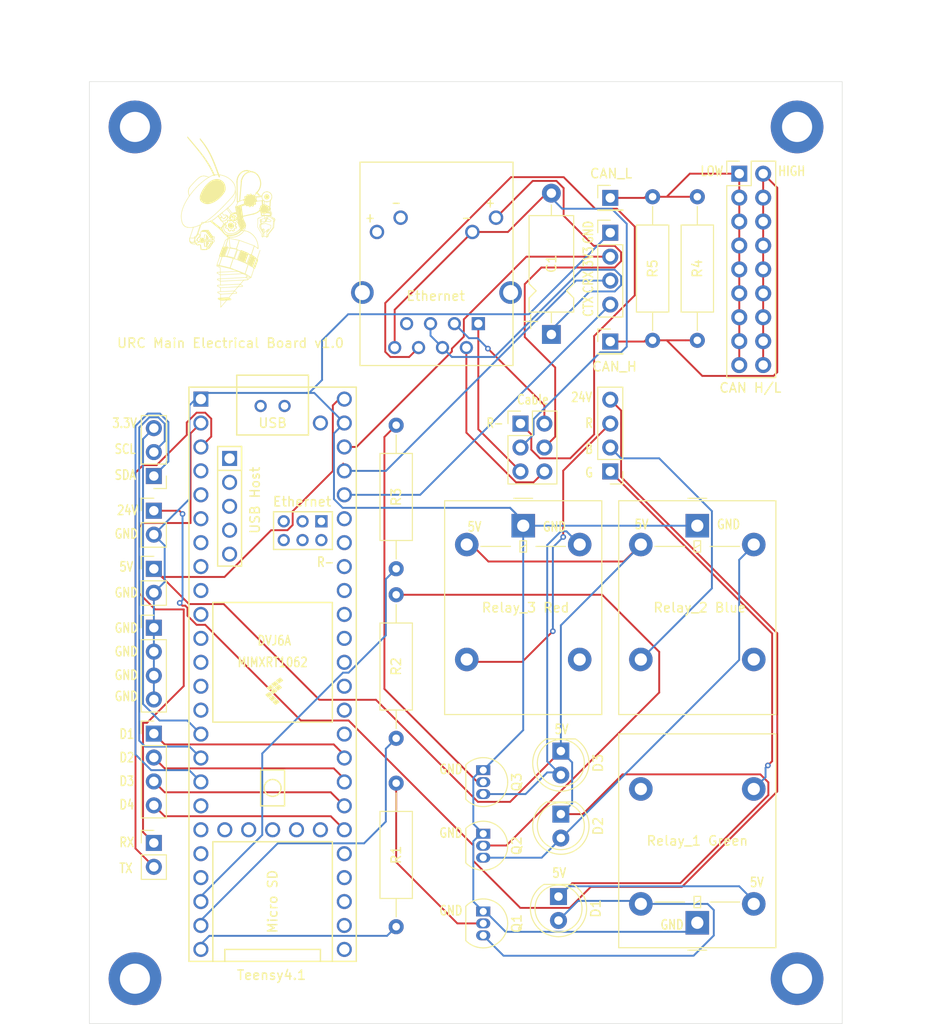
<source format=kicad_pcb>
(kicad_pcb (version 20240108) (generator "pcbnew") (generator_version "8.0")
  (title_block (title "URC_Main_PCB") (date "2024-04-17") (rev "0") (company "Robonav"))
  (layers (0 "F.Cu" signal) (31 "B.Cu" signal) (34 "B.Paste" user) (35 "F.Paste" user) (36 "B.SilkS" user "B.Silkscreen") (37 "F.SilkS" user "F.Silkscreen") (38 "B.Mask" user) (39 "F.Mask" user) (44 "Edge.Cuts" user))
  (net 0 "")
  (net 1 "GND")
  (net 2 "+5V")
  (net 3 "Net-(D1-A)")
  (net 4 "/Status_G")
  (net 5 "Net-(Ethernet1-GND)")
  (net 6 "Net-(D2-A)")
  (net 7 "/Status_B")
  (net 8 "/Status_R")
  (net 9 "Net-(D3-A)")
  (net 10 "Net-(Ethernet1-CTR)")
  (net 11 "Net-(Q1-B)")
  (net 12 "Net-(Q2-B)")
  (net 13 "Net-(Q3-B)")
  (net 14 "Net-(CAN_Board1-Pin_3)")
  (net 15 "Net-(CAN_Board1-Pin_4)")
  (net 16 "Net-(CAN_Board1-Pin_2)")
  (net 18 "/RX1")
  (net 19 "/3.3V")
  (net 21 "Net-(Ethernet1-RD+)")
  (net 22 "Net-(Ethernet1-TD-)")
  (net 23 "Net-(Ethernet1-RD-)")
  (net 24 "Net-(Ethernet1-LA)")
  (net 27 "Net-(Ethernet1-TD+)")
  (net 28 "Net-(Teensy4.1-32_OUT1B)")
  (net 29 "/SDA2")
  (net 30 "Net-(Teensy4.1-31_CTX3)")
  (net 31 "Net-(Teensy4.1-30_CRX3)")
  (net 32 "/TX1")
  (net 43 "+24V")
  (net 47 "/D2")
  (net 48 "/D4")
  (net 57 "/SCL2")
  (net 65 "/D3")
  (net 67 "/D1")
  (net 85 "/M1H")
  (net 86 "/M1L")
  (footprint "Resistor_THT:R_Axial_DIN0309_L9.0mm_D3.2mm_P15.24mm_Horizontal" (layer "F.Cu") (at 122.5 92.37 90)
    (property "Reference" "R3")
    (property "Value" "100 Ohm")
  )
  (footprint "Connector_PinHeader_2.54mm:PinHeader_2x09_P2.54mm_Vertical" (layer "F.Cu") (at 158.96 50.43)
    (property "Reference" "CAN_OUT1" (hide yes))
    (property "Value" "CAN_pins")
  )
  (footprint "Resistor_THT:R_Axial_DIN0309_L9.0mm_D3.2mm_P15.24mm_Horizontal" (layer "F.Cu") (at 122.5 130.37 90)
    (property "Reference" "R1")
    (property "Value" "100 Ohm")
  )
  (footprint "Resistor_THT:R_Axial_DIN0309_L9.0mm_D3.2mm_P15.24mm_Horizontal" (layer "F.Cu") (at 154.5 68.12 90)
    (property "Reference" "R4")
    (property "Value" "100 Ohm")
  )
  (footprint "Connector_PinHeader_2.54mm:PinHeader_1x04_P2.54mm_Vertical" (layer "F.Cu") (at 96.75 109.87)
    (property "Reference" "Digital_I/O1" (hide yes))
    (property "Value" "Digital I/O")
  )
  (footprint "Package_TO_SOT_THT:TO-92_Inline" (layer "F.Cu") (at 131.75 120.5 -90)
    (property "Reference" "Q2")
    (property "Value" "2N3904")
  )
  (footprint "Connector_PinHeader_2.54mm:PinHeader_1x04_P2.54mm_Vertical" (layer "F.Cu") (at 145.25 56.7)
    (property "Reference" "CAN_Board1" (hide yes))
    (property "Value" "CAN_Board")
  )
  (footprint "Package_TO_SOT_THT:TO-92_Inline" (layer "F.Cu") (at 131.75 128.75 -90)
    (property "Reference" "Q1")
    (property "Value" "2N3904")
  )
  (footprint "Connector_PinHeader_2.54mm:PinHeader_1x01_P2.54mm_Vertical" (layer "F.Cu") (at 145.25 53)
    (property "Reference" "CAN_L1" (hide yes))
    (property "Value" "CAN_L")
  )
  (footprint "Resistor_THT:R_Axial_DIN0309_L9.0mm_D3.2mm_P15.24mm_Horizontal" (layer "F.Cu") (at 149.75 52.88 -90)
    (property "Reference" "R5")
    (property "Value" "100 Ohm")
  )
  (footprint "Package_TO_SOT_THT:TO-92_Inline" (layer "F.Cu") (at 131.75 113.75 -90)
    (property "Reference" "Q3")
    (property "Value" "2N3904")
  )
  (footprint "Connector_PinHeader_2.54mm:PinHeader_1x01_P2.54mm_Vertical" (layer "F.Cu") (at 145.25 68.25)
    (property "Reference" "CAN_H1" (hide yes))
    (property "Value" "CAN_H")
  )
  (footprint "MountingHole:MountingHole_3.2mm_M3_DIN965_Pad" (layer "F.Cu") (at 94.742 135.89)
    (property "Reference" "GND" (hide yes))
    (property "Value" "MountingHole_3.2mm_M3_DIN965_Pad")
  )
  (footprint "LED_THT:LED_D5.0mm" (layer "F.Cu") (at 140 111.725 -90)
    (property "Reference" "D3")
    (property "Value" "D")
  )
  (footprint "Connector_PinHeader_2.54mm:PinHeader_1x03_P2.54mm_Vertical" (layer "F.Cu") (at 96.75 82.525 180)
    (property "Reference" "IMU1" (hide yes))
    (property "Value" "IMU")
  )
  (footprint "Connector_PinHeader_2.54mm:PinHeader_1x04_P2.54mm_Vertical" (layer "F.Cu") (at 96.75 98.63)
    (property "Reference" "GND_Pin1" (hide yes))
    (property "Value" "GND")
  )
  (footprint "Connector_PinHeader_2.54mm:PinHeader_1x04_P2.54mm_Vertical" (layer "F.Cu") (at 145.25 82.04 180)
    (property "Reference" "Status_Light1" (hide yes))
    (property "Value" "Status_Light")
  )
  (footprint "LED_THT:LED_D5.0mm" (layer "F.Cu") (at 139.75 127.17 -90)
    (property "Reference" "D1")
    (property "Value" "D")
  )
  (footprint "LED_THT:LED_D5.0mm" (layer "F.Cu") (at 140 118.42 -90)
    (property "Reference" "D2")
    (property "Value" "D")
  )
  (footprint "Connector_PinHeader_2.54mm:PinHeader_1x02_P2.54mm_Vertical" (layer "F.Cu") (at 96.75 86.21)
    (property "Reference" "24V_Pin1" (hide yes))
    (property "Value" "24V")
  )
  (footprint "MountingHole:MountingHole_3.2mm_M3_DIN965_Pad" (layer "F.Cu") (at 165.1 45.466)
    (property "Reference" "REF**" (hide yes))
    (property "Value" "MountingHole_3.2mm_M3_DIN965_Pad")
  )
  (footprint "Relay_THT:Relay_SPDT_Omron-G5LE-1" (layer "F.Cu") (at 154.5 129.95 180)
    (property "Reference" "Relay_1 Green")
    (property "Value" "G5LE1_Green")
  )
  (footprint "Relay_THT:Relay_SPDT_Omron-G5LE-1" (layer "F.Cu") (at 154.5 87.8)
    (property "Reference" "Relay_2 Blue")
    (property "Value" "G5LE1_Blue")
  )
  (footprint "teensy.pretty-master:Teensy41" (layer "F.Cu") (at 109.37 103.57 -90)
    (property "Reference" "Teensy4.1")
    (property "Value" "Teensy4.1")
  )
  (footprint "Connector_PinHeader_2.54mm:PinHeader_1x02_P2.54mm_Vertical" (layer "F.Cu") (at 96.75 92.38)
    (property "Reference" "5V_Pin1" (hide yes))
    (property "Value" "5V")
  )
  (footprint "Relay_THT:Relay_SPDT_Omron-G5LE-1" (layer "F.Cu") (at 136 87.8)
    (property "Reference" "Relay_3 Red")
    (property "Value" "G5LE1_Red")
  )
  (footprint "Capacitor_THT:CP_Axial_L10.0mm_D4.5mm_P15.00mm_Horizontal" (layer "F.Cu") (at 138.9925 67.5 90)
    (property "Reference" "C1")
    (property "Value" "0.1uF")
  )
  (footprint "Resistor_THT:R_Axial_DIN0309_L9.0mm_D3.2mm_P15.24mm_Horizontal" (layer "F.Cu") (at 122.5 110.37 90)
    (property "Reference" "R2")
    (property "Value" "100 Ohm")
  )
  (footprint "MountingHole:MountingHole_3.2mm_M3_DIN965_Pad" (layer "F.Cu") (at 165.1 135.89)
    (property "Reference" "REF**" (hide yes))
    (property "Value" "MountingHole_3.2mm_M3_DIN965_Pad")
  )
  (footprint "Connector_PinHeader_2.54mm:PinHeader_2x03_P2.54mm_Vertical" (layer "F.Cu") (at 135.71 76.96)
    (property "Reference" "Ethernet_Cable1" (hide yes))
    (property "Value" "Conn_02x03_Odd_Even")
  )
  (footprint "MountingHole:MountingHole_3.2mm_M3_DIN965_Pad" (layer "F.Cu") (at 94.742 45.466)
    (property "Reference" "REF**" (hide yes))
    (property "Value" "MountingHole_3.2mm_M3_DIN965_Pad")
  )
  (footprint "teensy.pretty-master:PULSE_J00-0045NL" (layer "F.Cu") (at 126.785 60)
    (property "Reference" "Ethernet1" (hide yes))
    (property "Value" "J00-0045NL")
  )
  (footprint "Connector_PinHeader_2.54mm:PinHeader_1x02_P2.54mm_Vertical" (layer "F.Cu") (at 96.75 121.475)
    (property "Reference" "RTX_Pin1" (hide yes))
    (property "Value" "TX/RX")
  )
  (gr_line (start 105.527415 56.090499) (end 105.529338 56.096616) (stroke (width 0.05792) (color 255 255 255 1)) (layer "F.SilkS"))
  (gr_line (start 101.25851 57.082229) (end 101.269363 57.074683) (stroke (width 0.05792) (color 255 255 255 1)) (layer "F.SilkS"))
  (gr_line (start 106.07788 54.98348) (end 106.288232 55.351153) (stroke (width 0.05792) (color 255 255 255 1)) (layer "F.SilkS"))
  (gr_line (start 105.004181 57.179942) (end 104.928457 57.175575) (stroke (width 0.05792) (color 255 255 255 1)) (layer "F.SilkS"))
  (gr_line (start 108.955075 52.38364) (end 108.97866 52.393567) (stroke (width 0.055379) (color 255 255 255 1)) (layer "F.SilkS"))
  (gr_line (start 104.318201 54.825772) (end 104.353788 54.825126) (stroke (width 0.05792) (color 255 255 255 1)) (layer "F.SilkS"))
  (gr_line (start 105.488354 56.237817) (end 105.483667 56.24132) (stroke (width 0.05792) (color 255 255 255 1)) (layer "F.SilkS"))
  (gr_line (start 103.906434 55.404046) (end 103.898753 55.394758) (stroke (width 0.05792) (color 255 255 255 1)) (layer "F.SilkS"))
  (gr_line (start 101.332454 57.014408) (end 101.338579 57.005718) (stroke (width 0.05792) (color 255 255 255 1)) (layer "F.SilkS"))
  (gr_line (start 105.295354 54.863918) (end 105.301554 54.865374) (stroke (width 0.1) (color 255 255 255 1)) (layer "F.SilkS"))
  (gr_line (start 106.386983 56.38661) (end 106.348907 56.45339) (stroke (width 0.05792) (color 255 255 255 1)) (layer "F.SilkS"))
  (gr_line (start 104.901941 54.937043) (end 104.905206 54.936256) (stroke (width 0.1) (color 255 255 255 1)) (layer "F.SilkS"))
  (gr_line (start 101.32501 57.023655) (end 101.332454 57.014408) (stroke (width 0.05792) (color 255 255 255 1)) (layer "F.SilkS"))
  (gr_line (start 104.738142 55.407184) (end 104.74599 55.41867) (stroke (width 0.05792) (color 255 255 255 1)) (layer "F.SilkS"))
  (gr_line (start 106.298739 61.721453) (end 106.737482 61.698203) (stroke (width 0.05792)) (layer "F.SilkS"))
  (gr_line (start 105.510711 56.199308) (end 105.506341 56.210227) (stroke (width 0.05792) (color 255 255 255 1)) (layer "F.SilkS"))
  (gr_line (start 109.245553 52.660569) (end 109.255818 52.685016) (stroke (width 0.055379) (color 255 255 255 1)) (layer "F.SilkS"))
  (gr_line (start 104.928457 57.175575) (end 104.853895 57.166357) (stroke (width 0.05792) (color 255 255 255 1)) (layer "F.SilkS"))
  (gr_line (start 105.095455 54.994933) (end 105.112772 54.954253) (stroke (width 0.1) (color 255 255 255 1)) (layer "F.SilkS"))
  (gr_line (start 106.070144 51.143658) (end 106.070092 51.143286) (stroke (width 0.1) (color 255 255 255 1)) (layer "F.SilkS"))
  (gr_line (start 100.593813 51.834906) (end 100.569172 51.868897) (stroke (width 0.05792) (color 255 255 255 1)) (layer "F.SilkS"))
  (gr_line (start 101.293577 57.055052) (end 101.305689 57.043947) (stroke (width 0.05792) (color 255 255 255 1)) (layer "F.SilkS"))
  (gr_line (start 105.12736 54.684255) (end 105.127108 54.681717) (stroke (width 0.1) (color 255 255 255 1)) (layer "F.SilkS"))
  (gr_line (start 106.379556 55.718504) (end 106.483471 55.730116) (stroke (width 0.05792)) (layer "F.SilkS"))
  (gr_line (start 101.669196 57.982954) (end 101.665535 57.980225) (stroke (width 0.05792) (color 255 255 255 1)) (layer "F.SilkS"))
  (gr_line (start 104.334407 55.070062) (end 104.331661 55.078764) (stroke (width 0.05792) (color 255 255 255 1)) (layer "F.SilkS"))
  (gr_line (start 104.566694 55.410942) (end 104.573658 55.40547) (stroke (width 0.05792) (color 255 255 255 1)) (layer "F.SilkS"))
  (gr_line (start 104.89649 55.33076) (end 104.897688 55.328082) (stroke (width 0.1) (color 255 255 255 1)) (layer "F.SilkS"))
  (gr_line (start 107.820368 58.355871) (end 107.818936 58.373963) (stroke (width 0.05792) (color 255 255 255 1)) (layer "F.SilkS"))
  (gr_line (start 104.761566 55.435218) (end 104.768179 55.44028) (stroke (width 0.05792) (color 255 255 255 1)) (layer "F.SilkS"))
  (gr_line (start 105.616569 55.083854) (end 105.614151 55.08387) (stroke (width 0.1) (color 255 255 255 1)) (layer "F.SilkS"))
  (gr_line (start 108.524649 53.358394) (end 108.50539 53.348074) (stroke (width 0.055379) (color 255 255 255 1)) (layer "F.SilkS"))
  (gr_line (start 104.924306 55.268352) (end 104.922451 55.262843) (stroke (width 0.1) (color 255 255 255 1)) (layer "F.SilkS"))
  (gr_line (start 104.983473 55.357664) (end 104.98059 55.359924) (stroke (width 0.1) (color 255 255 255 1)) (layer "F.SilkS"))
  (gr_line (start 105.313327 54.86919) (end 105.318886 54.871534) (stroke (width 0.1) (color 255 255 255 1)) (layer "F.SilkS"))
  (gr_line (start 104.957332 56.423325) (end 104.944451 56.425322) (stroke (width 0.05792) (color 255 255 255 1)) (layer "F.SilkS"))
  (gr_line (start 104.835825 55.146245) (end 104.838546 55.144883) (stroke (width 0.1) (color 255 255 255 1)) (layer "F.SilkS"))
  (gr_line (start 105.619532 57.0562) (end 105.544189 57.085853) (stroke (width 0.05792) (color 255 255 255 1)) (layer "F.SilkS"))
  (gr_line (start 107.94694 52.7015) (end 107.922419 52.678673) (stroke (width 0.1) (color 255 255 255 1)) (layer "F.SilkS"))
  (gr_line (start 102.973766 50.62719) (end 102.956187 50.633715) (stroke (width 0.05792) (color 255 255 255 1)) (layer "F.SilkS"))
  (gr_line (start 107.912257 55.128229) (end 107.924333 55.124775) (stroke (width 0.048874) (color 255 255 255 1)) (layer "F.SilkS"))
  (gr_line (start 104.607258 58.298667) (end 105.599584 58.459205) (stroke (width 0.05792) (color 255 255 255 1)) (layer "F.SilkS"))
  (gr_line (start 108.123489 54.567893) (end 108.287196 53.782924) (stroke (width 0.1) (color 255 255 255 1)) (layer "F.SilkS"))
  (gr_line (start 100.524566 51.938614) (end 100.50484 51.974647) (stroke (width 0.05792) (color 255 255 255 1)) (layer "F.SilkS"))
  (gr_line (start 107.589899 59.416579) (end 107.609925 59.436113) (stroke (width 0.05792) (color 255 255 255 1)) (layer "F.SilkS"))
  (gr_line (start 105.148235 55.410946) (end 105.155433 55.416266) (stroke (width 0.05792) (color 255 255 255 1)) (layer "F.SilkS"))
  (gr_line (start 105.211948 55.367445) (end 105.207474 55.368138) (stroke (width 0.1) (color 255 255 255 1)) (layer "F.SilkS"))
  (gr_line (start 105.169903 55.384117) (end 105.168337 55.385733) (stroke (width 0.1) (color 255 255 255 1)) (layer "F.SilkS"))
  (gr_line (start 105.548521 54.643365) (end 105.551243 54.643905) (stroke (width 0.1) (color 255 255 255 1)) (layer "F.SilkS"))
  (gr_line (start 103.897668 55.111278) (end 103.906064 55.093953) (stroke (width 0.05792) (color 255 255 255 1)) (layer "F.SilkS"))
  (gr_line (start 104.837852 55.231831) (end 104.835614 55.229544) (stroke (width 0.1) (color 255 255 255 1)) (layer "F.SilkS"))
  (gr_line (start 101.414902 57.28105) (end 101.42202 57.272983) (stroke (width 0.05792) (color 255 255 255 1)) (layer "F.SilkS"))
  (gr_line (start 105.475797 55.80853) (end 105.471424 55.811337) (stroke (width 0.05792) (color 255 255 255 1)) (layer "F.SilkS"))
  (gr_line (start 105.265377 59.36212) (end 104.537982 59.181975) (stroke (width 0.05792) (color 255 255 255 1)) (layer "F.SilkS"))
  (gr_line (start 104.704502 55.366733) (end 104.709458 55.369411) (stroke (width 0.05792) (color 255 255 255 1)) (layer "F.SilkS"))
  (gr_line (start 105.260629 56.893609) (end 105.384659 56.850664) (stroke (width 0.05792) (color 255 255 255 1)) (layer "F.SilkS"))
  (gr_line (start 99.93052 53.844491) (end 99.863289 54.010172) (stroke (width 0.05792) (color 255 255 255 1)) (layer "F.SilkS"))
  (gr_line (start 101.26898 57.821085) (end 101.262837 57.810939) (stroke (width 0.05792) (color 255 255 255 1)) (layer "F.SilkS"))
  (gr_line (start 105.170887 55.529478) (end 105.174417 55.538235) (stroke (width 0.05792) (color 255 255 255 1)) (layer "F.SilkS"))
  (gr_line (start 109.131215 54.121298) (end 109.132342 54.1322) (stroke (width 0.05792) (color 255 255 255 1)) (layer "F.SilkS"))
  (gr_line (start 104.697487 56.949813) (end 104.758419 56.955068) (stroke (width 0.05792) (color 255 255 255 1)) (layer "F.SilkS"))
  (gr_line (start 101.036767 57.538) (end 101.038792 57.534265) (stroke (width 0.05792) (color 255 255 255 1)) (layer "F.SilkS"))
  (gr_line (start 105.064399 55.370477) (end 105.063263 55.369387) (stroke (width 0.1) (color 255 255 255 1)) (layer "F.SilkS"))
  (gr_line (start 101.239078 57.093352) (end 101.24843 57.088414) (stroke (width 0.05792) (color 255 255 255 1)) (layer "F.SilkS"))
  (gr_line (start 104.932223 55.377943) (end 104.927427 55.375012) (stroke (width 0.1) (color 255 255 255 1)) (layer "F.SilkS"))
  (gr_line (start 104.867732 55.228547) (end 104.861646 55.231011) (stroke (width 0.1) (color 255 255 255 1)) (layer "F.SilkS"))
  (gr_line (start 105.408884 56.231856) (end 105.401622 56.231292) (stroke (width 0.05792) (color 255 255 255 1)) (layer "F.SilkS"))
  (gr_line (start 103.83368 62.256079) (end 105.935041 62.15729) (stroke (width 0.05792) (color 255 255 255 1)) (layer "F.SilkS"))
  (gr_line (start 101.111875 57.133739) (end 101.117726 57.124575) (stroke (width 0.05792) (color 255 255 255 1)) (layer "F.SilkS"))
  (gr_line (start 106.070006 51.142846) (end 106.069878 51.142355) (stroke (width 0.1) (color 255 255 255 1)) (layer "F.SilkS"))
  (gr_line (start 104.409702 56.878177) (end 104.464498 56.898658) (stroke (width 0.05792) (color 255 255 255 1)) (layer "F.SilkS"))
  (gr_line (start 105.19771 54.619113) (end 105.202458 54.618237) (stroke (width 0.1) (color 255 255 255 1)) (layer "F.SilkS"))
  (gr_line (start 101.424291 58.009152) (end 101.4173 58.007772) (stroke (width 0.05792) (color 255 255 255 1)) (layer "F.SilkS"))
  (gr_line (start 105.43373 54.614268) (end 105.431729 54.620111) (stroke (width 0.1) (color 255 255 255 1)) (layer "F.SilkS"))
  (gr_line (start 104.265718 55.426186) (end 104.246128 55.43322) (stroke (width 0.05792) (color 255 255 255 1)) (layer "F.SilkS"))
  (gr_line (start 104.854052 55.10497) (end 104.869206 55.097692) (stroke (width 0.05792) (color 255 255 255 1)) (layer "F.SilkS"))
  (gr_line (start 105.521719 55.25719) (end 105.515647 55.262763) (stroke (width 0.1) (color 255 255 255 1)) (layer "F.SilkS"))
  (gr_line (start 109.018953 54.010318) (end 109.022312 54.018121) (stroke (width 0.05792) (color 255 255 255 1)) (layer "F.SilkS"))
  (gr_line (start 108.954307 56.305434) (end 108.942763 56.497202) (stroke (width 0.05792) (color 255 255 255 1)) (layer "F.SilkS"))
  (gr_line (start 108.848856 53.854853) (end 108.861704 53.859777) (stroke (width 0.05792) (color 255 255 255 1)) (layer "F.SilkS"))
  (gr_line (start 105.369843 55.32866) (end 105.36948 55.332011) (stroke (width 0.1) (color 255 255 255 1)) (layer "F.SilkS"))
  (gr_line (start 105.422 55.275398) (end 105.414946 55.279984) (stroke (width 0.1) (color 255 255 255 1)) (layer "F.SilkS"))
  (gr_line (start 104.567975 55.557264) (end 104.571826 55.547484) (stroke (width 0.05792) (color 255 255 255 1)) (layer "F.SilkS"))
  (gr_line (start 104.799197 59.318325) (end 104.554218 59.265134) (stroke (width 0.05792) (color 255 255 255 1)) (layer "F.SilkS"))
  (gr_line (start 104.915685 54.931316) (end 104.919438 54.928586) (stroke (width 0.1) (color 255 255 255 1)) (layer "F.SilkS"))
  (gr_line (start 102.436619 57.281706) (end 102.511669 57.229403) (stroke (width 0.05792) (color 255 255 255 1)) (layer "F.SilkS"))
  (gr_line (start 107.869866 54.455558) (end 107.91555 54.418158) (stroke (width 0.1) (color 255 255 255 1)) (layer "F.SilkS"))
  (gr_line (start 105.473976 56.245131) (end 105.468946 56.245691) (stroke (width 0.05792) (color 255 255 255 1)) (layer "F.SilkS"))
  (gr_line (start 109.260273 54.57952) (end 109.260273 54.829402) (stroke (width 0.05792) (color 255 255 255 1)) (layer "F.SilkS"))
  (gr_line (start 101.280939 57.890008) (end 101.283029 57.879833) (stroke (width 0.05792) (color 255 255 255 1)) (layer "F.SilkS"))
  (gr_line (start 108.474148 52.432691) (end 108.496254 52.419092) (stroke (width 0.055379) (color 255 255 255 1)) (layer "F.SilkS"))
  (gr_line (start 100.883169 56.126505) (end 101.040666 56.095338) (stroke (width 0.05792) (color 255 255 255 1)) (layer "F.SilkS"))
  (gr_line (start 105.123474 55.106217) (end 105.119131 55.102543) (stroke (width 0.1) (color 255 255 255 1)) (layer "F.SilkS"))
  (gr_line (start 105.30375 55.647402) (end 105.312282 55.648848) (stroke (width 0.05792) (color 255 255 255 1)) (layer "F.SilkS"))
  (gr_line (start 101.283629 57.874232) (end 101.283783 57.868227) (stroke (width 0.05792) (color 255 255 255 1)) (layer "F.SilkS"))
  (gr_line (start 101.493371 57.964339) (end 101.487261 57.967554) (stroke (width 0.05792) (color 255 255 255 1)) (layer "F.SilkS"))
  (gr_line (start 104.428476 56.036202) (end 104.43236 56.029216) (stroke (width 0.05792) (color 255 255 255 1)) (layer "F.SilkS"))
  (gr_line (start 106.37915 55.692426) (end 106.379556 55.718504) (stroke (width 0.05792) (color 255 255 255 1)) (layer "F.SilkS"))
  (gr_line (start 101.350224 56.982685) (end 101.352256 56.975917) (stroke (width 0.05792) (color 255 255 255 1)) (layer "F.SilkS"))
  (gr_line (start 107.864382 50.695594) (end 107.800631 50.606659) (stroke (width 0.1) (color 255 255 255 1)) (layer "F.SilkS"))
  (gr_line (start 107.977508 55.116163) (end 108.006867 55.114909) (stroke (width 0.048874) (color 255 255 255 1)) (layer "F.SilkS"))
  (gr_line (start 104.901138 56.444163) (end 104.89585 56.449225) (stroke (width 0.05792) (color 255 255 255 1)) (layer "F.SilkS"))
  (gr_line (start 102.817638 57.793093) (end 102.979281 57.793093) (stroke (width 0.1) (color 255 255 255 1)) (layer "F.SilkS"))
  (gr_line (start 104.418419 56.225214) (end 104.411485 56.216037) (stroke (width 0.05792) (color 255 255 255 1)) (layer "F.SilkS"))
  (gr_line (start 105.423174 55.995785) (end 105.427814 56.006212) (stroke (width 0.05792) (color 255 255 255 1)) (layer "F.SilkS"))
  (gr_line (start 103.875134 55.35122) (end 103.871069 55.338755) (stroke (width 0.05792) (color 255 255 255 1)) (layer "F.SilkS"))
  (gr_line (start 109.1782 52.549443) (end 109.19368 52.570096) (stroke (width 0.055379) (color 255 255 255 1)) (layer "F.SilkS"))
  (gr_line (start 101.561227 50.849446) (end 101.515468 50.883882) (stroke (width 0.05792) (color 255 255 255 1)) (layer "F.SilkS"))
  (gr_line (start 105.104485 55.085485) (end 105.101542 55.080667) (stroke (width 0.1) (color 255 255 255 1)) (layer "F.SilkS"))
  (gr_line (start 104.433663 55.649962) (end 104.440659 55.651233) (stroke (width 0.05792) (color 255 255 255 1)) (layer "F.SilkS"))
  (gr_line (start 104.18583 56.735461) (end 104.164891 56.709486) (stroke (width 0.05792) (color 255 255 255 1)) (layer "F.SilkS"))
  (gr_line (start 109.050367 53.330469) (end 109.028261 53.344067) (stroke (width 0.055379) (color 255 255 255 1)) (layer "F.SilkS"))
  (gr_line (start 101.590655 56.915664) (end 101.599256 56.919414) (stroke (width 0.05792) (color 255 255 255 1)) (layer "F.SilkS"))
  (gr_line (start 104.83289 55.015072) (end 104.833469 55.010435) (stroke (width 0.1) (color 255 255 255 1)) (layer "F.SilkS"))
  (gr_line (start 105.263279 55.630358) (end 105.274441 55.636557) (stroke (width 0.05792) (color 255 255 255 1)) (layer "F.SilkS"))
  (gr_line (start 105.529283 54.652084) (end 105.533134 54.64861) (stroke (width 0.1) (color 255 255 255 1)) (layer "F.SilkS"))
  (gr_line (start 104.004861 55.458229) (end 103.991473 55.454861) (stroke (width 0.05792) (color 255 255 255 1)) (layer "F.SilkS"))
  (gr_line (start 101.761183 56.578555) (end 101.663295 57.212012) (stroke (width 0.05792) (color 255 255 255 1)) (layer "F.SilkS"))
  (gr_line (start 104.38129 55.835826) (end 104.368858 55.829665) (stroke (width 0.05792) (color 255 255 255 1)) (layer "F.SilkS"))
  (gr_line (start 105.427245 52.295967) (end 105.43604 52.405948) (stroke (width 0.05792) (color 255 255 255 1)) (layer "F.SilkS"))
  (gr_line (start 105.288891 54.656135) (end 105.296643 54.654165) (stroke (width 0.1) (color 255 255 255 1)) (layer "F.SilkS"))
  (gr_line (start 103.9148 55.412689) (end 103.906434 55.404046) (stroke (width 0.05792) (color 255 255 255 1)) (layer "F.SilkS"))
  (gr_line (start 109.005401 53.356615) (end 108.981815 53.368075) (stroke (width 0.055379) (color 255 255 255 1)) (layer "F.SilkS"))
  (gr_line (start 104.573658 55.40547) (end 104.582228 55.399815) (stroke (width 0.05792) (color 255 255 255 1)) (layer "F.SilkS"))
  (gr_line (start 107.569718 57.309958) (end 107.607983 57.378837) (stroke (width 0.05792) (color 255 255 255 1)) (layer "F.SilkS"))
  (gr_line (start 104.343202 55.67287) (end 104.34761 55.663359) (stroke (width 0.05792) (color 255 255 255 1)) (layer "F.SilkS"))
  (gr_line (start 101.778503 58.490439) (end 102.061379 58.490439) (stroke (width 0.1) (color 255 255 255 1)) (layer "F.SilkS"))
  (gr_line (start 104.574314 54.098069) (end 104.412172 54.237614) (stroke (width 0.05792) (color 255 255 255 1)) (layer "F.SilkS"))
  (gr_line (start 103.862263 55.249476) (end 103.863522 55.232558) (stroke (width 0.05792) (color 255 255 255 1)) (layer "F.SilkS"))
  (gr_line (start 103.277369 54.725927) (end 103.578158 54.448509) (stroke (width 0.05792) (color 255 255 255 1)) (layer "F.SilkS"))
  (gr_line (start 104.684008 56.451834) (end 104.681924 56.446634) (stroke (width 0.05792) (color 255 255 255 1)) (layer "F.SilkS"))
  (gr_line (start 105.132347 54.648896) (end 105.134996 54.646532) (stroke (width 0.1) (color 255 255 255 1)) (layer "F.SilkS"))
  (gr_line (start 104.833469 55.010435) (end 104.834577 55.005006) (stroke (width 0.1) (color 255 255 255 1)) (layer "F.SilkS"))
  (gr_line (start 100.089497 53.510553) (end 100.00608 53.677796) (stroke (width 0.05792) (color 255 255 255 1)) (layer "F.SilkS"))
  (gr_line (start 103.92536 59.201036) (end 103.841259 59.206377) (stroke (width 0.05792) (color 255 255 255 1)) (layer "F.SilkS"))
  (gr_line (start 105.326372 55.395903) (end 105.318209 55.399349) (stroke (width 0.1) (color 255 255 255 1)) (layer "F.SilkS"))
  (gr_line (start 101.362847 57.444407) (end 101.362847 57.432791) (stroke (width 0.05792) (color 255 255 255 1)) (layer "F.SilkS"))
  (gr_line (start 106.208889 56.640852) (end 106.154514 56.698603) (stroke (width 0.05792) (color 255 255 255 1)) (layer "F.SilkS"))
  (gr_line (start 105.372239 55.358417) (end 105.371897 55.361187) (stroke (width 0.1) (color 255 255 255 1)) (layer "F.SilkS"))
  (gr_line (start 105.631046 55.079346) (end 105.628599 55.080856) (stroke (width 0.1) (color 255 255 255 1)) (layer "F.SilkS"))
  (gr_line (start 105.427814 56.006212) (end 105.43285 56.015382) (stroke (width 0.05792) (color 255 255 255 1)) (layer "F.SilkS"))
  (gr_line (start 109.554695 55.468623) (end 109.491191 56.154345) (stroke (width 0.05792) (color 255 255 255 1)) (layer "F.SilkS"))
  (gr_line (start 104.763127 55.154822) (end 104.793436 55.137484) (stroke (width 0.05792) (color 255 255 255 1)) (layer "F.SilkS"))
  (gr_line (start 104.908982 55.2395) (end 104.905285 55.235304) (stroke (width 0.1) (color 255 255 255 1)) (layer "F.SilkS"))
  (gr_line (start 105.435221 54.606201) (end 105.435021 54.608783) (stroke (width 0.1) (color 255 255 255 1)) (layer "F.SilkS"))
  (gr_line (start 105.045102 56.428001) (end 105.033077 56.425322) (stroke (width 0.05792) (color 255 255 255 1)) (layer "F.SilkS"))
  (gr_line (start 101.230407 57.097157) (end 101.239078 57.093352) (stroke (width 0.05792) (color 255 255 255 1)) (layer "F.SilkS"))
  (gr_line (start 104.933138 56.428001) (end 104.92327 56.431292) (stroke (width 0.05792) (color 255 255 255 1)) (layer "F.SilkS"))
  (gr_line (start 105.489183 55.774966) (end 105.489694 55.782019) (stroke (width 0.05792) (color 255 255 255 1)) (layer "F.SilkS"))
  (gr_line (start 106.829763 58.960596) (end 106.88109 58.984385) (stroke (width 0.05792) (color 255 255 255 1)) (layer "F.SilkS"))
  (gr_line (start 104.018821 55.460923) (end 104.004861 55.458229) (stroke (width 0.05792) (color 255 255 255 1)) (layer "F.SilkS"))
  (gr_line (start 105.172304 56.520936) (end 105.164169 56.521389) (stroke (width 0.05792) (color 255 255 255 1)) (layer "F.SilkS"))
  (gr_line (start 104.927427 55.375012) (end 104.922194 55.371329) (stroke (width 0.1) (color 255 255 255 1)) (layer "F.SilkS"))
  (gr_line (start 105.370312 54.980982) (end 105.368747 54.987903) (stroke (width 0.1) (color 255 255 255 1)) (layer "F.SilkS"))
  (gr_line (start 101.592662 57.956995) (end 101.582221 57.955805) (stroke (width 0.05792) (color 255 255 255 1)) (layer "F.SilkS"))
  (gr_line (start 106.058636 51.184874) (end 106.052671 51.217561) (stroke (width 0.1) (color 255 255 255 1)) (layer "F.SilkS"))
  (gr_line (start 101.531373 51.630153) (end 101.251864 51.910284) (stroke (width 0.05792) (color 255 255 255 1)) (layer "F.SilkS"))
  (gr_line (start 104.26088 59.222643) (end 104.196926 59.218373) (stroke (width 0.05792) (color 255 255 255 1)) (layer "F.SilkS"))
  (gr_line (start 107.692658 50.486796) (end 107.65351 50.450869) (stroke (width 0.1) (color 255 255 255 1)) (layer "F.SilkS"))
  (gr_line (start 103.879948 55.363056) (end 103.875134 55.35122) (stroke (width 0.05792) (color 255 255 255 1)) (layer "F.SilkS"))
  (gr_line (start 104.832803 55.018984) (end 104.83289 55.015072) (stroke (width 0.1) (color 255 255 255 1)) (layer "F.SilkS"))
  (gr_line (start 105.138022 55.115703) (end 105.132927 55.112804) (stroke (width 0.1) (color 255 255 255 1)) (layer "F.SilkS"))
  (gr_line (start 109.427823 55.123146) (end 109.444463 55.127251) (stroke (width 0.05792) (color 255 255 255 1)) (layer "F.SilkS"))
  (gr_line (start 108.001216 56.102263) (end 108.281771 56.600109) (stroke (width 0.048874) (color 255 255 255 1)) (layer "F.SilkS"))
  (gr_line (start 105.151239 54.636718) (end 105.156917 54.634148) (stroke (width 0.1) (color 255 255 255 1)) (layer "F.SilkS"))
  (gr_line (start 105.12575 54.697868) (end 105.126592 54.695005) (stroke (width 0.1) (color 255 255 255 1)) (layer "F.SilkS"))
  (gr_line (start 102.321162 58.490439) (end 102.817638 57.793093) (stroke (width 0.1) (color 255 255 255 1)) (layer "F.SilkS"))
  (gr_line (start 101.283376 57.861771) (end 101.282296 57.854817) (stroke (width 0.05792) (color 255 255 255 1)) (layer "F.SilkS"))
  (gr_line (start 104.369399 56.890921) (end 104.3287 56.864589) (stroke (width 0.05792) (color 255 255 255 1)) (layer "F.SilkS"))
  (gr_line (start 105.411112 55.872425) (end 105.409092 55.882852) (stroke (width 0.05792) (color 255 255 255 1)) (layer "F.SilkS"))
  (gr_line (start 104.571673 55.492047) (end 104.566594 55.479467) (stroke (width 0.05792) (color 255 255 255 1)) (layer "F.SilkS"))
  (gr_line (start 99.977248 55.958637) (end 100.007619 55.984091) (stroke (width 0.05792) (color 255 255 255 1)) (layer "F.SilkS"))
  (gr_line (start 104.618804 54.05651) (end 105.236685 54.866637) (stroke (width 0.05792) (color 255 255 255 1)) (layer "F.SilkS"))
  (gr_line (start 105.461319 55.265149) (end 105.458566 55.264296) (stroke (width 0.1) (color 255 255 255 1)) (layer "F.SilkS"))
  (gr_line (start 105.251087 54.659973) (end 105.257015 54.660222) (stroke (width 0.1) (color 255 255 255 1)) (layer "F.SilkS"))
  (gr_line (start 106.355737 50.143944) (end 106.314159 50.157981) (stroke (width 0.1) (color 255 255 255 1)) (layer "F.SilkS"))
  (gr_line (start 105.526971 56.143424) (end 105.523709 56.156797) (stroke (width 0.05792) (color 255 255 255 1)) (layer "F.SilkS"))
  (gr_line (start 105.259085 55.367992) (end 105.255335 55.366544) (stroke (width 0.1) (color 255 255 255 1)) (layer "F.SilkS"))
  (gr_line (start 104.474034 56.248813) (end 104.468898 56.250164) (stroke (width 0.05792) (color 255 255 255 1)) (layer "F.SilkS"))
  (gr_line (start 105.481157 55.747099) (end 105.484997 55.757616) (stroke (width 0.05792) (color 255 255 255 1)) (layer "F.SilkS"))
  (gr_line (start 104.43236 56.029216) (end 104.435706 56.021193) (stroke (width 0.05792) (color 255 255 255 1)) (layer "F.SilkS"))
  (gr_line (start 104.193498 56.000598) (end 104.206768 55.94885) (stroke (width 0.05792) (color 255 255 255 1)) (layer "F.SilkS"))
  (gr_line (start 105.35919 53.170067) (end 105.341218 53.219388) (stroke (width 0.05792) (color 255 255 255 1)) (layer "F.SilkS"))
  (gr_line (start 107.1185 59.013445) (end 107.424469 58.083651) (stroke (width 0.05792) (color 255 255 255 1)) (layer "F.SilkS"))
  (gr_line (start 102.453941 57.624571) (end 102.453941 57.793093) (stroke (width 0.1) (color 255 255 255 1)) (layer "F.SilkS"))
  (gr_line (start 104.862229 54.945155) (end 104.864983 54.942722) (stroke (width 0.1) (color 255 255 255 1)) (layer "F.SilkS"))
  (gr_line (start 109.044027 54.105808) (end 109.044706 54.118751) (stroke (width 0.05792) (color 255 255 255 1)) (layer "F.SilkS"))
  (gr_line (start 104.318587 55.774613) (end 104.319004 55.76509) (stroke (width 0.05792) (color 255 255 255 1)) (layer "F.SilkS"))
  (gr_line (start 105.188795 55.372921) (end 105.185746 55.374112) (stroke (width 0.1) (color 255 255 255 1)) (layer "F.SilkS"))
  (gr_line (start 105.338643 55.05363) (end 105.334058 55.059406) (stroke (width 0.1) (color 255 255 255 1)) (layer "F.SilkS"))
  (gr_line (start 104.82141 55.177538) (end 104.821393 55.172117) (stroke (width 0.1) (color 255 255 255 1)) (layer "F.SilkS"))
  (gr_line (start 104.434951 54.836566) (end 104.449659 54.840998) (stroke (width 0.05792) (color 255 255 255 1)) (layer "F.SilkS"))
  (gr_line (start 105.359103 54.590933) (end 105.363313 54.589708) (stroke (width 0.1) (color 255 255 255 1)) (layer "F.SilkS"))
  (gr_line (start 108.024858 55.834727) (end 107.995994 56.113658) (stroke (width 0.05792) (color 255 255 255 1)) (layer "F.SilkS"))
  (gr_line (start 105.209943 54.618053) (end 105.212808 54.618658) (stroke (width 0.1) (color 255 255 255 1)) (layer "F.SilkS"))
  (gr_line (start 101.109001 57.318991) (end 101.106128 57.31184) (stroke (width 0.05792) (color 255 255 255 1)) (layer "F.SilkS"))
  (gr_line (start 101.517539 57.649079) (end 101.507351 57.645447) (stroke (width 0.05792) (color 255 255 255 1)) (layer "F.SilkS"))
  (gr_line (start 108.296148 53.724085) (end 108.299272 53.693849) (stroke (width 0.1) (color 255 255 255 1)) (layer "F.SilkS"))
  (gr_line (start 104.647668 57.275897) (end 104.341702 58.211489) (stroke (width 0.05792) (color 255 255 255 1)) (layer "F.SilkS"))
  (gr_line (start 104.419419 56.0475) (end 104.424134 56.04226) (stroke (width 0.05792) (color 255 255 255 1)) (layer "F.SilkS"))
  (gr_line (start 101.034939 57.568805) (end 101.034046 57.560643) (stroke (width 0.05792) (color 255 255 255 1)) (layer "F.SilkS"))
  (gr_line (start 105.090753 55.015686) (end 105.091927 55.008883) (stroke (width 0.1) (color 255 255 255 1)) (layer "F.SilkS"))
  (gr_line (start 109.112582 54.056331) (end 109.11627 54.064448) (stroke (width 0.05792) (color 255 255 255 1)) (layer "F.SilkS"))
  (gr_line (start 105.587591 55.087077) (end 105.584534 55.088732) (stroke (width 0.1) (color 255 255 255 1)) (layer "F.SilkS"))
  (gr_line (start 108.412189 54.571022) (end 109.13327 54.596945) (stroke (width 0.1) (color 255 255 255 1)) (layer "F.SilkS"))
  (gr_line (start 108.806394 53.413954) (end 108.782976 53.415464) (stroke (width 0.055379) (color 255 255 255 1)) (layer "F.SilkS"))
  (gr_line (start 105.372733 54.954545) (end 105.372688 54.960952) (stroke (width 0.1) (color 255 255 255 1)) (layer "F.SilkS"))
  (gr_line (start 101.173784 57.871542) (end 101.159374 57.876169) (stroke (width 0.05792) (color 255 255 255 1)) (layer "F.SilkS"))
  (gr_line (start 105.370603 55.325175) (end 105.369843 55.32866) (stroke (width 0.1) (color 255 255 255 1)) (layer "F.SilkS"))
  (gr_line (start 105.448326 55.264086) (end 105.444105 55.265012) (stroke (width 0.1) (color 255 255 255 1)) (layer "F.SilkS"))
  (gr_line (start 105.42935 54.648544) (end 105.431193 54.651706) (stroke (width 0.1) (color 255 255 255 1)) (layer "F.SilkS"))
  (gr_line (start 105.293401 56.305916) (end 105.286755 56.316841) (stroke (width 0.05792) (color 255 255 255 1)) (layer "F.SilkS"))
  (gr_line (start 101.038929 57.588933) (end 101.036551 57.578196) (stroke (width 0.05792) (color 255 255 255 1)) (layer "F.SilkS"))
  (gr_line (start 105.018471 55.36419) (end 105.023342 55.364656) (stroke (width 0.05792) (color 255 255 255 1)) (layer "F.SilkS"))
  (gr_line (start 104.442728 56.247039) (end 104.437072 56.243567) (stroke (width 0.05792) (color 255 255 255 1)) (layer "F.SilkS"))
  (gr_line (start 108.342771 52.554043) (end 108.358848 52.534173) (stroke (width 0.055379) (color 255 255 255 1)) (layer "F.SilkS"))
  (gr_line (start 104.502636 54.865483) (end 104.5143 54.873234) (stroke (width 0.05792) (color 255 255 255 1)) (layer "F.SilkS"))
  (gr_line (start 105.251097 56.975561) (end 105.136961 57.001106) (stroke (width 0.05792) (color 255 255 255 1)) (layer "F.SilkS"))
  (gr_line (start 106.038284 51.348313) (end 106.036717 51.381) (stroke (width 0.1) (color 255 255 255 1)) (layer "F.SilkS"))
  (gr_line (start 105.564582 56.766599) (end 105.62231 56.733465) (stroke (width 0.05792) (color 255 255 255 1)) (layer "F.SilkS"))
  (gr_line (start 104.210998 55.192134) (end 104.201117 55.195143) (stroke (width 0.05792) (color 255 255 255 1)) (layer "F.SilkS"))
  (gr_line (start 101.255709 57.82485) (end 101.246035 57.832934) (stroke (width 0.05792) (color 255 255 255 1)) (layer "F.SilkS"))
  (gr_line (start 103.539258 61.599417) (end 103.824195 61.587717) (stroke (width 0.05792) (color 255 255 255 1)) (layer "F.SilkS"))
  (gr_line (start 103.863489 55.297614) (end 103.862544 55.282664) (stroke (width 0.05792) (color 255 255 255 1)) (layer "F.SilkS"))
  (gr_line (start 109.461476 55.287965) (end 109.454856 55.278988) (stroke (width 0.048874) (color 255 255 255 1)) (layer "F.SilkS"))
  (gr_line (start 103.885498 55.37426) (end 103.879948 55.363056) (stroke (width 0.05792) (color 255 255 255 1)) (layer "F.SilkS"))
  (gr_line (start 101.061179 57.255307) (end 101.06103 57.250097) (stroke (width 0.05792) (color 255 255 255 1)) (layer "F.SilkS"))
  (gr_line (start 101.112739 57.420247) (end 101.114609 57.403731) (stroke (width 0.05792) (color 255 255 255 1)) (layer "F.SilkS"))
  (gr_line (start 105.421066 55.848246) (end 105.417182 55.855231) (stroke (width 0.05792) (color 255 255 255 1)) (layer "F.SilkS"))
  (gr_line (start 101.319305 51.054366) (end 101.210653 51.159775) (stroke (width 0.05792) (color 255 255 255 1)) (layer "F.SilkS"))
  (gr_line (start 109.19368 52.570096) (end 109.208194 52.591563) (stroke (width 0.055379) (color 255 255 255 1)) (layer "F.SilkS"))
  (gr_line (start 109.039725 54.181988) (end 109.034041 54.206315) (stroke (width 0.05792) (color 255 255 255 1)) (layer "F.SilkS"))
  (gr_line (start 108.973082 53.939554) (end 108.982022 53.950282) (stroke (width 0.05792) (color 255 255 255 1)) (layer "F.SilkS"))
  (gr_line (start 106.068773 51.14022) (end 106.06855 51.139969) (stroke (width 0.1) (color 255 255 255 1)) (layer "F.SilkS"))
  (gr_line (start 107.834852 55.175381) (end 107.842561 55.167542) (stroke (width 0.048874) (color 255 255 255 1)) (layer "F.SilkS"))
  (gr_line (start 104.912068 54.933459) (end 104.915685 54.931316) (stroke (width 0.1) (color 255 255 255 1)) (layer "F.SilkS"))
  (gr_line (start 105.143597 55.449386) (end 105.158956 55.413336) (stroke (width 0.1)) (layer "F.SilkS"))
  (gr_line (start 100.542387 57.430665) (end 100.542623 57.460222) (stroke (width 0.05792) (color 255 255 255 1)) (layer "F.SilkS"))
  (gr_line (start 105.62137 55.083378) (end 105.618973 55.083705) (stroke (width 0.1) (color 255 255 255 1)) (layer "F.SilkS"))
  (gr_line (start 109.208006 55.396044) (end 109.161172 55.528964) (stroke (width 0.048874) (color 255 255 255 1)) (layer "F.SilkS"))
  (gr_line (start 109.291423 52.923856) (end 109.288744 52.950082) (stroke (width 0.055379) (color 255 255 255 1)) (layer "F.SilkS"))
  (gr_line (start 105.184555 59.437655) (end 105.190327 59.437655) (stroke (width 0.05792)) (layer "F.SilkS"))
  (gr_line (start 104.456057 56.93645) (end 104.411885 56.914874) (stroke (width 0.05792) (color 255 255 255 1)) (layer "F.SilkS"))
  (gr_line (start 104.206768 55.94885) (end 104.223411 55.897076) (stroke (width 0.05792) (color 255 255 255 1)) (layer "F.SilkS"))
  (gr_line (start 105.533979 55.169343) (end 105.534108 55.17299) (stroke (width 0.1) (color 255 255 255 1)) (layer "F.SilkS"))
  (gr_line (start 105.305146 54.96262) (end 105.3043 54.967861) (stroke (width 0.05792) (color 255 255 255 1)) (layer "F.SilkS"))
  (gr_line (start 104.721483 55.380852) (end 104.724882 55.385573) (stroke (width 0.05792) (color 255 255 255 1)) (layer "F.SilkS"))
  (gr_line (start 101.091521 57.171282) (end 101.098819 57.156979) (stroke (width 0.05792) (color 255 255 255 1)) (layer "F.SilkS"))
  (gr_line (start 105.27787 56.392396) (end 105.282949 56.404976) (stroke (width 0.05792) (color 255 255 255 1)) (layer "F.SilkS"))
  (gr_line (start 104.894443 55.227371) (end 104.890919 55.226054) (stroke (width 0.1) (color 255 255 255 1)) (layer "F.SilkS"))
  (gr_line (start 100.556386 57.537384) (end 100.565467 57.559807) (stroke (width 0.05792) (color 255 255 255 1)) (layer "F.SilkS"))
  (gr_line (start 104.878677 55.104366) (end 104.880061 55.097769) (stroke (width 0.1) (color 255 255 255 1)) (layer "F.SilkS"))
  (gr_line (start 104.365876 55.64067) (end 104.370664 55.638192) (stroke (width 0.05792) (color 255 255 255 1)) (layer "F.SilkS"))
  (gr_line (start 105.228834 55.045336) (end 105.223117 55.046619) (stroke (width 0.05792) (color 255 255 255 1)) (layer "F.SilkS"))
  (gr_line (start 101.06103 57.250097) (end 101.061608 57.244104) (stroke (width 0.05792) (color 255 255 255 1)) (layer "F.SilkS"))
  (gr_line (start 106.792752 50.120846) (end 106.764039 50.115732) (stroke (width 0.1) (color 255 255 255 1)) (layer "F.SilkS"))
  (gr_line (start 105.586427 51.264776) (end 105.585536 51.297465) (stroke (width 0.1) (color 255 255 255 1)) (layer "F.SilkS"))
  (gr_line (start 104.838546 55.144883) (end 104.844327 55.14239) (stroke (width 0.1) (color 255 255 255 1)) (layer "F.SilkS"))
  (gr_line (start 109.439631 55.262432) (end 109.43105 55.254849) (stroke (width 0.048874) (color 255 255 255 1)) (layer "F.SilkS"))
  (gr_line (start 104.794069 56.513582) (end 104.779502 56.508906) (stroke (width 0.05792) (color 255 255 255 1)) (layer "F.SilkS"))
  (gr_line (start 108.944292 54.349423) (end 108.92545 54.364555) (stroke (width 0.05792) (color 255 255 255 1)) (layer "F.SilkS"))
  (gr_line (start 106.321108 55.419412) (end 106.330444 55.442869) (stroke (width 0.05792) (color 255 255 255 1)) (layer "F.SilkS"))
  (gr_line (start 102.08447 57.630381) (end 102.28574 57.509284) (stroke (width 0.1)) (layer "F.SilkS"))
  (gr_line (start 104.054315 54.534744) (end 103.227517 55.207118) (stroke (width 0.05792) (color 255 255 255 1)) (layer "F.SilkS"))
  (gr_line (start 105.551416 55.220854) (end 105.548596 55.225598) (stroke (width 0.1) (color 255 255 255 1)) (layer "F.SilkS"))
  (gr_line (start 105.808033 56.706408) (end 105.701213 56.779068) (stroke (width 0.05792) (color 255 255 255 1)) (layer "F.SilkS"))
  (gr_line (start 105.08955 55.028911) (end 105.089963 55.022365) (stroke (width 0.1) (color 255 255 255 1)) (layer "F.SilkS"))
  (gr_line (start 101.390448 57.316427) (end 101.395929 57.307146) (stroke (width 0.05792) (color 255 255 255 1)) (layer "F.SilkS"))
  (gr_line (start 105.905661 56.902377) (end 105.836952 56.945848) (stroke (width 0.05792) (color 255 255 255 1)) (layer "F.SilkS"))
  (gr_line (start 104.284201 55.151264) (end 104.277478 55.156992) (stroke (width 0.05792) (color 255 255 255 1)) (layer "F.SilkS"))
  (gr_line (start 105.150639 56.519709) (end 105.145041 56.517711) (stroke (width 0.05792) (color 255 255 255 1)) (layer "F.SilkS"))
  (gr_line (start 100.321585 56.12573) (end 100.370546 56.135191) (stroke (width 0.05792) (color 255 255 255 1)) (layer "F.SilkS"))
  (gr_line (start 101.387659 56.888764) (end 101.39764 56.884198) (stroke (width 0.05792) (color 255 255 255 1)) (layer "F.SilkS"))
  (gr_line (start 105.913572 56.620802) (end 105.879475 56.649564) (stroke (width 0.05792) (color 255 255 255 1)) (layer "F.SilkS"))
  (gr_line (start 106.052671 51.217561) (end 106.047721 51.250249) (stroke (width 0.1) (color 255 255 255 1)) (layer "F.SilkS"))
  (gr_line (start 105.125505 54.660434) (end 105.126157 54.658146) (stroke (width 0.1) (color 255 255 255 1)) (layer "F.SilkS"))
  (gr_line (start 104.869206 55.097692) (end 104.884361 55.090891) (stroke (width 0.05792) (color 255 255 255 1)) (layer "F.SilkS"))
  (gr_line (start 105.493211 55.27799) (end 105.489998 55.278954) (stroke (width 0.1) (color 255 255 255 1)) (layer "F.SilkS"))
  (gr_line (start 106.3276 55.439566) (end 106.483471 55.730116) (stroke (width 0.05792) (color 255 255 255 1)) (layer "F.SilkS"))
  (gr_line (start 106.986164 50.181438) (end 106.959582 50.170186) (stroke (width 0.1) (color 255 255 255 1)) (layer "F.SilkS"))
  (gr_line (start 102.43662 57.275897) (end 102.43662 57.642776) (stroke (width 0.05792) (color 255 255 255 1)) (layer "F.SilkS"))
  (gr_line (start 107.083863 61.436705) (end 106.777897 61.616847) (stroke (width 0.05792)) (layer "F.SilkS"))
  (gr_line (start 104.827569 55.21251) (end 104.825795 55.205946) (stroke (width 0.1) (color 255 255 255 1)) (layer "F.SilkS"))
  (gr_line (start 101.400293 58.002354) (end 101.390071 57.998184) (stroke (width 0.05792) (color 255 255 255 1)) (layer "F.SilkS"))
  (gr_line (start 101.698396 58.0213) (end 101.696681 58.018907) (stroke (width 0.05792) (color 255 255 255 1)) (layer "F.SilkS"))
  (gr_line (start 105.299164 55.405619) (end 105.294416 55.406495) (stroke (width 0.1) (color 255 255 255 1)) (layer "F.SilkS"))
  (gr_line (start 109.161791 52.529629) (end 109.1782 52.549443) (stroke (width 0.055379) (color 255 255 255 1)) (layer "F.SilkS"))
  (gr_line (start 105.131696 56.507904) (end 105.12806 56.503591) (stroke (width 0.05792) (color 255 255 255 1)) (layer "F.SilkS"))
  (gr_line (start 105.204749 55.049309) (end 105.198221 55.049813) (stroke (width 0.05792) (color 255 255 255 1)) (layer "F.SilkS"))
  (gr_line (start 109.050555 53.985513) (end 109.062514 53.994181) (stroke (width 0.05792) (color 255 255 255 1)) (layer "F.SilkS"))
  (gr_line (start 109.012677 53.997504) (end 109.018953 54.010318) (stroke (width 0.05792) (color 255 255 255 1)) (layer "F.SilkS"))
  (gr_line (start 104.589779 54.983405) (end 104.592699 54.99743) (stroke (width 0.05792) (color 255 255 255 1)) (layer "F.SilkS"))
  (gr_line (start 104.442048 55.976533) (end 104.441461 55.961678) (stroke (width 0.05792) (color 255 255 255 1)) (layer "F.SilkS"))
  (gr_line (start 106.231475 50.735539) (end 106.207651 50.776727) (stroke (width 0.1) (color 255 255 255 1)) (layer "F.SilkS"))
  (gr_line (start 101.385412 57.325973) (end 101.390448 57.316427) (stroke (width 0.05792) (color 255 255 255 1)) (layer "F.SilkS"))
  (gr_line (start 108.880736 53.402256) (end 108.853918 53.407694) (stroke (width 0.055379) (color 255 255 255 1)) (layer "F.SilkS"))
  (gr_line (start 107.403678 60.470916) (end 107.196896 60.314686) (stroke (width 0.05792) (color 255 255 255 1)) (layer "F.SilkS"))
  (gr_line (start 105.258872 55.033736) (end 105.254373 55.036124) (stroke (width 0.05792) (color 255 255 255 1)) (layer "F.SilkS"))
  (gr_line (start 101.665535 57.980225) (end 101.66149 57.97756) (stroke (width 0.05792) (color 255 255 255 1)) (layer "F.SilkS"))
  (gr_line (start 105.559848 55.114977) (end 105.555764 55.121382) (stroke (width 0.1) (color 255 255 255 1)) (layer "F.SilkS"))
  (gr_line (start 101.0777 57.198665) (end 101.091521 57.171282) (stroke (width 0.05792) (color 255 255 255 1)) (layer "F.SilkS"))
  (gr_line (start 99.873056 55.84103) (end 99.896622 55.872734) (stroke (width 0.05792) (color 255 255 255 1)) (layer "F.SilkS"))
  (gr_line (start 104.324731 50.70815) (end 104.220652 50.667412) (stroke (width 0.05792) (color 255 255 255 1)) (layer "F.SilkS"))
  (gr_line (start 107.821393 58.337507) (end 107.820368 58.355871) (stroke (width 0.05792) (color 255 255 255 1)) (layer "F.SilkS"))
  (gr_line (start 104.922451 55.262843) (end 104.919864 55.256941) (stroke (width 0.1) (color 255 255 255 1)) (layer "F.SilkS"))
  (gr_line (start 101.363897 57.398995) (end 101.365396 57.388004) (stroke (width 0.05792) (color 255 255 255 1)) (layer "F.SilkS"))
  (gr_line (start 101.101096 57.469881) (end 101.10454 57.459707) (stroke (width 0.05792) (color 255 255 255 1)) (layer "F.SilkS"))
  (gr_line (start 106.070171 51.143944) (end 106.070144 51.143658) (stroke (width 0.1) (color 255 255 255 1)) (layer "F.SilkS"))
  (gr_line (start 104.822747 55.190586) (end 104.821852 55.183676) (stroke (width 0.1) (color 255 255 255 1)) (layer "F.SilkS"))
  (gr_line (start 105.334992 55.392173) (end 105.326372 55.395903) (stroke (width 0.1) (color 255 255 255 1)) (layer "F.SilkS"))
  (gr_line (start 106.777897 58.937895) (end 106.803864 58.949041) (stroke (width 0.05792) (color 255 255 255 1)) (layer "F.SilkS"))
  (gr_line (start 104.305325 56.827759) (end 104.356593 56.854554) (stroke (width 0.05792) (color 255 255 255 1)) (layer "F.SilkS"))
  (gr_line (start 104.441683 55.989802) (end 104.442048 55.976533) (stroke (width 0.05792) (color 255 255 255 1)) (layer "F.SilkS"))
  (gr_line (start 105.441046 52.515657) (end 105.441875 52.570537) (stroke (width 0.05792) (color 255 255 255 1)) (layer "F.SilkS"))
  (gr_line (start 104.584206 55.11999) (end 104.578987 55.135567) (stroke (width 0.05792) (color 255 255 255 1)) (layer "F.SilkS"))
  (gr_line (start 105.355499 54.592417) (end 105.359103 54.590933) (stroke (width 0.1) (color 255 255 255 1)) (layer "F.SilkS"))
  (gr_line (start 105.148912 55.120672) (end 105.143353 55.118328) (stroke (width 0.1) (color 255 255 255 1)) (layer "F.SilkS"))
  (gr_line (start 108.299272 53.693849) (end 108.301583 53.663067) (stroke (width 0.1) (color 255 255 255 1)) (layer "F.SilkS"))
  (gr_line (start 105.591288 56.842322) (end 105.479081 56.896161) (stroke (width 0.05792) (color 255 255 255 1)) (layer "F.SilkS"))
  (gr_line (start 100.718674 57.813204) (end 100.701723 57.801574) (stroke (width 0.05792) (color 255 255 255 1)) (layer "F.SilkS"))
  (gr_line (start 104.954301 54.881299) (end 104.957465 54.874933) (stroke (width 0.1) (color 255 255 255 1)) (layer "F.SilkS"))
  (gr_line (start 100.54958 57.51342) (end 100.583496 57.246844) (stroke (width 0.05792)) (layer "F.SilkS"))
  (gr_line (start 101.60892 57.202504) (end 101.619745 57.203993) (stroke (width 0.05792) (color 255 255 255 1)) (layer "F.SilkS"))
  (gr_line (start 101.035234 57.54239) (end 101.036767 57.538) (stroke (width 0.05792) (color 255 255 255 1)) (layer "F.SilkS"))
  (gr_line (start 109.502839 55.151963) (end 109.515378 55.160006) (stroke (width 0.05792) (color 255 255 255 1)) (layer "F.SilkS"))
  (gr_line (start 105.47675 54.673883) (end 105.481836 54.674465) (stroke (width 0.1) (color 255 255 255 1)) (layer "F.SilkS"))
  (gr_line (start 108.990474 53.961455) (end 109.018953 54.010318) (stroke (width 0.05792)) (layer "F.SilkS"))
  (gr_line (start 105.521621 56.080632) (end 105.524824 56.085207) (stroke (width 0.05792) (color 255 255 255 1)) (layer "F.SilkS"))
  (gr_line (start 108.643779 52.360902) (end 108.670598 52.355464) (stroke (width 0.055379) (color 255 255 255 1)) (layer "F.SilkS"))
  (gr_line (start 101.620282 56.926021) (end 101.632929 56.928787) (stroke (width 0.05792) (color 255 255 255 1)) (layer "F.SilkS"))
  (gr_line (start 108.97866 52.393567) (end 109.0017 52.404604) (stroke (width 0.055379) (color 255 255 255 1)) (layer "F.SilkS"))
  (gr_line (start 105.535375 55.160658) (end 105.53438 55.165249) (stroke (width 0.1) (color 255 255 255 1)) (layer "F.SilkS"))
  (gr_line (start 101.526277 56.853116) (end 101.530817 56.854659) (stroke (width 0.05792) (color 255 255 255 1)) (layer "F.SilkS"))
  (gr_line (start 108.186501 55.445372) (end 108.203816 55.276846) (stroke (width 0.05792) (color 255 255 255 1)) (layer "F.SilkS"))
  (gr_line (start 104.464498 56.898658) (end 104.520828 56.916031) (stroke (width 0.05792) (color 255 255 255 1)) (layer "F.SilkS"))
  (gr_line (start 106.737482 61.698203) (end 103.83368 61.849295) (stroke (width 0.05792) (color 255 255 255 1)) (layer "F.SilkS"))
  (gr_line (start 101.499409 56.852819) (end 101.507655 56.851921) (stroke (width 0.05792) (color 255 255 255 1)) (layer "F.SilkS"))
  (gr_line (start 101.362847 57.432791) (end 101.362608 57.421404) (stroke (width 0.05792) (color 255 255 255 1)) (layer "F.SilkS"))
  (gr_line (start 105.540417 55.236804) (end 105.53493 55.243364) (stroke (width 0.1) (color 255 255 255 1)) (layer "F.SilkS"))
  (gr_line (start 104.277478 55.156992) (end 104.2704 55.162432) (stroke (width 0.05792) (color 255 255 255 1)) (layer "F.SilkS"))
  (gr_line (start 101.190069 57.102558) (end 101.195633 57.103163) (stroke (width 0.05792) (color 255 255 255 1)) (layer "F.SilkS"))
  (gr_line (start 101.409335 58.005528) (end 101.400293 58.002354) (stroke (width 0.05792) (color 255 255 255 1)) (layer "F.SilkS"))
  (gr_line (start 104.320314 55.754247) (end 104.322571 55.741973) (stroke (width 0.05792) (color 255 255 255 1)) (layer "F.SilkS"))
  (gr_line (start 104.54957 55.197108) (end 104.540203 55.212168) (stroke (width 0.05792) (color 255 255 255 1)) (layer "F.SilkS"))
  (gr_line (start 109.181745 53.209117) (end 109.165668 53.228986) (stroke (width 0.055379) (color 255 255 255 1)) (layer "F.SilkS"))
  (gr_line (start 108.287004 53.369879) (end 108.28485 53.360912) (stroke (width 0.1) (color 255 255 255 1)) (layer "F.SilkS"))
  (gr_line (start 105.593428 51.166713) (end 105.590305 51.1994) (stroke (width 0.1) (color 255 255 255 1)) (layer "F.SilkS"))
  (gr_line (start 102.439462 58.428045) (end 102.626346 58.328661) (stroke (width 0.1) (color 255 255 255 1)) (layer "F.SilkS"))
  (gr_line (start 104.592527 55.393945) (end 104.604678 55.387831) (stroke (width 0.05792) (color 255 255 255 1)) (layer "F.SilkS"))
  (gr_line (start 109.378966 55.223794) (end 109.366801 55.218939) (stroke (width 0.048874) (color 255 255 255 1)) (layer "F.SilkS"))
  (gr_line (start 104.380597 55.636169) (end 104.385766 55.636367) (stroke (width 0.05792) (color 255 255 255 1)) (layer "F.SilkS"))
  (gr_line (start 104.818263 56.519528) (end 104.80695 56.5171) (stroke (width 0.05792) (color 255 255 255 1)) (layer "F.SilkS"))
  (gr_line (start 101.133132 57.105541) (end 101.137706 57.101636) (stroke (width 0.05792) (color 255 255 255 1)) (layer "F.SilkS"))
  (gr_line (start 101.466187 57.986173) (end 101.460266 57.993575) (stroke (width 0.05792) (color 255 255 255 1)) (layer "F.SilkS"))
  (gr_line (start 104.919864 55.256941) (end 104.916489 55.25062) (stroke (width 0.1) (color 255 255 255 1)) (layer "F.SilkS"))
  (gr_line (start 108.480928 56.357729) (end 108.405873 56.282183) (stroke (width 0.05792) (color 255 255 255 1)) (layer "F.SilkS"))
  (gr_line (start 105.444105 55.265012) (end 105.439407 55.266542) (stroke (width 0.1) (color 255 255 255 1)) (layer "F.SilkS"))
  (gr_line (start 108.939384 54.939048) (end 108.652221 55.501687) (stroke (width 0.05792) (color 255 255 255 1)) (layer "F.SilkS"))
  (gr_line (start 105.515647 55.262763) (end 105.510162 55.267409) (stroke (width 0.1) (color 255 255 255 1)) (layer "F.SilkS"))
  (gr_line (start 105.342026 54.60847) (end 105.343128 54.605704) (stroke (width 0.1) (color 255 255 255 1)) (layer "F.SilkS"))
  (gr_line (start 104.463295 55.651382) (end 104.471432 55.649782) (stroke (width 0.05792) (color 255 255 255 1)) (layer "F.SilkS"))
  (gr_line (start 104.31702 55.110994) (end 104.31245 55.118392) (stroke (width 0.05792) (color 255 255 255 1)) (layer "F.SilkS"))
  (gr_line (start 104.554911 56.239491) (end 104.545792 56.237044) (stroke (width 0.05792) (color 255 255 255 1)) (layer "F.SilkS"))
  (gr_line (start 105.638598 55.072151) (end 105.636037 55.07504) (stroke (width 0.1) (color 255 255 255 1)) (layer "F.SilkS"))
  (gr_line (start 108.038766 52.800379) (end 107.709105 52.413421) (stroke (width 0.1) (color 255 255 255 1)) (layer "F.SilkS"))
  (gr_line (start 106.069699 51.14183) (end 106.069587 51.14156) (stroke (width 0.1) (color 255 255 255 1)) (layer "F.SilkS"))
  (gr_line (start 106.065425 51.138446) (end 106.064933 51.138397) (stroke (width 0.1) (color 255 255 255 1)) (layer "F.SilkS"))
  (gr_line (start 104.93161 54.916208) (end 104.936004 54.910462) (stroke (width 0.1) (color 255 255 255 1)) (layer "F.SilkS"))
  (gr_line (start 104.471432 55.649782) (end 104.479886 55.647142) (stroke (width 0.05792) (color 255 255 255 1)) (layer "F.SilkS"))
  (gr_line (start 109.11774 54.250598) (end 109.112479 54.26262) (stroke (width 0.05792) (color 255 255 255 1)) (layer "F.SilkS"))
  (gr_line (start 108.231705 52.865806) (end 108.233092 52.839302) (stroke (width 0.055379) (color 255 255 255 1)) (layer "F.SilkS"))
  (gr_line (start 103.106284 50.587225) (end 103.086812 50.591843) (stroke (width 0.05792) (color 255 255 255 1)) (layer "F.SilkS"))
  (gr_line (start 107.897306 52.656656) (end 107.871618 52.635473) (stroke (width 0.1) (color 255 255 255 1)) (layer "F.SilkS"))
  (gr_line (start 105.03424 55.366361) (end 105.040304 55.367619) (stroke (width 0.05792) (color 255 255 255 1)) (layer "F.SilkS"))
  (gr_line (start 109.017218 54.567842) (end 109.092858 53.295241) (stroke (width 0.05792) (color 255 255 255 1)) (layer "F.SilkS"))
  (gr_line (start 109.148649 53.248076) (end 109.130715 53.266346) (stroke (width 0.055379) (color 255 255 255 1)) (layer "F.SilkS"))
  (gr_line (start 105.483667 56.24132) (end 105.478878 56.243716) (stroke (width 0.05792) (color 255 255 255 1)) (layer "F.SilkS"))
  (gr_line (start 105.931283 62.154651) (end 105.317654 62.878492) (stroke (width 0.05792) (color 255 255 255 1)) (layer "F.SilkS"))
  (gr_line (start 105.453278 55.692106) (end 105.461657 55.70687) (stroke (width 0.05792) (color 255 255 255 1)) (layer "F.SilkS"))
  (gr_line (start 105.462014 56.046219) (end 105.468252 56.050151) (stroke (width 0.05792) (color 255 255 255 1)) (layer "F.SilkS"))
  (gr_line (start 104.804441 55.456442) (end 104.816466 55.45912) (stroke (width 0.05792) (color 255 255 255 1)) (layer "F.SilkS"))
  (gr_line (start 104.878986 55.050336) (end 104.877298 55.046424) (stroke (width 0.1) (color 255 255 255 1)) (layer "F.SilkS"))
  (gr_line (start 106.932594 50.159785) (end 106.905235 50.150244) (stroke (width 0.1) (color 255 255 255 1)) (layer "F.SilkS"))
  (gr_line (start 104.947726 55.383109) (end 104.944332 55.382703) (stroke (width 0.1) (color 255 255 255 1)) (layer "F.SilkS"))
  (gr_line (start 104.881358 55.060402) (end 104.880352 55.054973) (stroke (width 0.1) (color 255 255 255 1)) (layer "F.SilkS"))
  (gr_line (start 105.284876 55.64138) (end 105.29463 55.644954) (stroke (width 0.05792) (color 255 255 255 1)) (layer "F.SilkS"))
  (gr_line (start 105.500777 55.274172) (end 105.496789 55.276417) (stroke (width 0.1) (color 255 255 255 1)) (layer "F.SilkS"))
  (gr_line (start 103.784085 56.287901) (end 102.779589 55.480147) (stroke (width 0.1) (color 255 255 255 1)) (layer "F.SilkS"))
  (gr_line (start 104.924608 55.290846) (end 104.925554 55.286939) (stroke (width 0.1) (color 255 255 255 1)) (layer "F.SilkS"))
  (gr_line (start 105.617368 53.432126) (end 106.292962 53.184825) (stroke (width 0.05792) (color 255 255 255 1)) (layer "F.SilkS"))
  (gr_line (start 108.301396 53.146388) (end 108.287353 53.120031) (stroke (width 0.055379) (color 255 255 255 1)) (layer "F.SilkS"))
  (gr_poly (pts (xy 108.400758 53.696396) (xy 108.405433 53.697025) (xy 108.409413 53.698081) (xy 108.412775 53.699532) (xy 108.415598 53.701345) (xy 108.417959 53.703485) (xy 108.419937 53.705919) (xy 108.421609 53.708614) (xy 108.423054 53.711535) (xy 108.425572 53.717923) (xy 108.428115 53.724815) (xy 108.431306 53.731942) (xy 108.433339 53.73551) (xy 108.435768 53.739035) (xy 108.438671 53.742485) (xy 108.442126 53.745826) (xy 108.446211 53.749023) (xy 108.451003 53.752044) (xy 108.45658 53.754855) (xy 108.463022 53.757422) (xy 108.470404 53.759712) (xy 108.478806 53.761691) (xy 108.488306 53.763326) (xy 108.49898 53.764582) (xy 108.50961 53.764874) (xy 108.519141 53.764652) (xy 108.527646 53.763958) (xy 108.535196 53.762835) (xy 108.541862 53.761324) (xy 108.547716 53.759467) (xy 108.552828 53.757306) (xy 108.557271 53.754883) (xy 108.561115 53.752241) (xy 108.564433 53.74942) (xy 108.567295 53.746464) (xy 108.569773 53.743414) (xy 108.573863 53.737199) (xy 108.577273 53.731113) (xy 108.580575 53.72549) (xy 108.582363 53.722958) (xy 108.584339 53.720667) (xy 108.586573 53.71866) (xy 108.589137 53.716979) (xy 108.592102 53.715666) (xy 108.59554 53.714763) (xy 108.599522 53.714311) (xy 108.604119 53.714353) (xy 108.609403 53.714931) (xy 108.615445 53.716086) (xy 108.622316 53.717861) (xy 108.630089 53.720298) (xy 108.638834 53.723438) (xy 108.648623 53.727324) (xy 108.658288 53.731483) (xy 108.66667 53.735427) (xy 108.673851 53.739179) (xy 108.679914 53.742758) (xy 108.684941 53.746188) (xy 108.689015 53.749487) (xy 108.692218 53.752679) (xy 108.694634 53.755783) (xy 108.696343 53.758821) (xy 108.69743 53.761815) (xy 108.697976 53.764785) (xy 108.698065 53.767752) (xy 108.697778 53.770738) (xy 108.697198 53.773764) (xy 108.695491 53.780019) (xy 108.693604 53.786688) (xy 108.692196 53.793938) (xy 108.691878 53.797835) (xy 108.691928 53.80194) (xy 108.692429 53.806276) (xy 108.693462 53.810863) (xy 108.69511 53.815723) (xy 108.697457 53.820876) (xy 108.700583 53.826343) (xy 108.704573 53.832147) (xy 108.709508 53.838308) (xy 108.715471 53.844847) (xy 108.722545 53.851786) (xy 108.730812 53.859145) (xy 108.739382 53.866125) (xy 108.747333 53.871967) (xy 108.754703 53.876751) (xy 108.761525 53.880556) (xy 108.767835 53.883463) (xy 108.77367 53.885553) (xy 108.779065 53.886904) (xy 108.784056 53.887597) (xy 108.788677 53.887713) (xy 108.792966 53.88733) (xy 108.796957 53.88653) (xy 108.800686 53.885392) (xy 108.8075 53.882422) (xy 108.813695 53.879062) (xy 108.819554 53.875951) (xy 108.822447 53.87469) (xy 108.825364 53.87373) (xy 108.828339 53.873154) (xy 108.831408 53.87304) (xy 108.834608 53.873469) (xy 108.837973 53.874521) (xy 108.841539 53.876275) (xy 108.845343 53.878812) (xy 108.849419 53.882212) (xy 108.853803 53.886556) (xy 108.858531 53.891921) (xy 108.863638 53.89839) (xy 108.869161 53.906042) (xy 108.875134 53.914958) (xy 108.880845 53.92406) (xy 108.885593 53.932262) (xy 108.889436 53.939628) (xy 108.892432 53.946221) (xy 108.894637 53.952103) (xy 108.89611 53.957339) (xy 108.896908 53.961992) (xy 108.897087 53.966124) (xy 108.896706 53.9698) (xy 108.895822 53.973082) (xy 108.894491 53.976034) (xy 108.892772 53.97872) (xy 108.890722 53.981202) (xy 108.888399 53.983543) (xy 108.883159 53.98806) (xy 108.877512 53.992775) (xy 108.874679 53.995365) (xy 108.871917 53.998195) (xy 108.869282 54.001328) (xy 108.866833 54.004827) (xy 108.864626 54.008756) (xy 108.862718 54.013178) (xy 108.861168 54.018156) (xy 108.860033 54.023753) (xy 108.859369 54.030034) (xy 108.859234 54.03706) (xy 108.859686 54.044896) (xy 108.860783 54.053604) (xy 108.86258 54.063249) (xy 108.865136 54.073893) (xy 108.868176 54.084404) (xy 108.871375 54.093666) (xy 108.874714 54.101762) (xy 108.878174 54.108776) (xy 108.881737 54.114791) (xy 108.885382 54.119891) (xy 108.889091 54.124161) (xy 108.892846 54.127683) (xy 108.896627 54.130541) (xy 108.900416 54.13282) (xy 108.904193 54.134603) (xy 108.90794 54.135973) (xy 108.915266 54.137811) (xy 108.922243 54.139004) (xy 108.92872 54.140222) (xy 108.931724 54.14105) (xy 108.934545 54.142135) (xy 108.937166 54.143561) (xy 108.939567 54.145412) (xy 108.941729 54.147772) (xy 108.943634 54.150723) (xy 108.945262 54.154351) (xy 108.946594 54.158739) (xy 108.947613 54.16397) (xy 108.948298 54.170128) (xy 108.94863 54.177297) (xy 108.948591 54.18556) (xy 108.948163 54.195002) (xy 108.947325 54.205706) (xy 108.946646 54.216304) (xy 108.945734 54.225601) (xy 108.944597 54.233684) (xy 108.943242 54.240639) (xy 108.941678 54.24655) (xy 108.939913 54.251505) (xy 108.937955 54.255589) (xy 108.935811 54.258887) (xy 108.933491 54.261487) (xy 108.931001 54.263473) (xy 108.928351 54.264932) (xy 108.925548 54.26595) (xy 108.9226 54.266612) (xy 108.919516 54.267005) (xy 108.912969 54.267325) (xy 108.905972 54.267597) (xy 108.89859 54.268509) (xy 108.894775 54.269419) (xy 108.890887 54.270747) (xy 108.886935 54.272579) (xy 108.882928 54.275) (xy 108.878872 54.278096) (xy 108.874777 54.281954) (xy 108.870649 54.286659) (xy 108.866498 54.292296) (xy 108.862331 54.298953) (xy 108.858157 54.306715) (xy 108.853982 54.315667) (xy 108.849817 54.325896) (xy 108.846113 54.336306) (xy 108.843277 54.345784) (xy 108.841242 54.354388) (xy 108.839944 54.362177) (xy 108.839319 54.369207) (xy 108.839302 54.375538) (xy 108.839827 54.381228) (xy 108.84083 54.386334) (xy 108.842247 54.390914) (xy 108.844012 54.395027) (xy 108.84606 54.398731) (xy 108.848327 54.402083) (xy 108.853259 54.407967) (xy 108.858288 54.413143) (xy 108.862896 54.418076) (xy 108.864881 54.420596) (xy 108.866565 54.42323) (xy 108.867885 54.426035) (xy 108.868776 54.42907) (xy 108.869173 54.432393) (xy 108.869011 54.436061) (xy 108.868225 54.440133) (xy 108.866751 54.444667) (xy 108.864523 54.449721) (xy 108.861478 54.455353) (xy 108.857549 54.461622) (xy 108.852673 54.468584) (xy 108.846785 54.476299) (xy 108.839819 54.484824) (xy 108.832614 54.493141) (xy 108.826023 54.500243) (xy 108.82 54.506204) (xy 108.814501 54.5111) (xy 108.80948 54.515007) (xy 108.804892 54.517999) (xy 108.800692 54.520154) (xy 108.796835 54.521544) (xy 108.793277 54.522247) (xy 108.789972 54.522338) (xy 108.786874 54.521892) (xy 108.78394 54.520984) (xy 108.781124 54.519691) (xy 108.778381 54.518086) (xy 108.772935 54.514247) (xy 108.76724 54.510071) (xy 108.760937 54.506161) (xy 108.757445 54.504495) (xy 108.753665 54.503121) (xy 108.749554 54.502115) (xy 108.745065 54.501553) (xy 108.740155 54.50151) (xy 108.734777 54.502062) (xy 108.728886 54.503284) (xy 108.722439 54.505251) (xy 108.715389 54.508039) (xy 108.707692 54.511723) (xy 108.699303 54.516379) (xy 108.690176 54.522082) (xy 108.681292 54.528206) (xy 108.673606 54.534083) (xy 108.667035 54.53972) (xy 108.661499 54.545129) (xy 108.656914 54.550317) (xy 108.653198 54.555296) (xy 108.650269 54.560074) (xy 108.648046 54.564662) (xy 108.646445 54.569068) (xy 108.645385 54.573302) (xy 108.644784 54.577373) (xy 108.64456 54.581292) (xy 108.644913 54.58871) (xy 108.645786 54.59563) (xy 108.646523 54.60213) (xy 108.646635 54.605247) (xy 108.646466 54.608286) (xy 108.645935 54.611259) (xy 108.644959 54.614174) (xy 108.643456 54.617042) (xy 108.641344 54.619871) (xy 108.638541 54.622671) (xy 108.634965 54.625452) (xy 108.630533 54.628224) (xy 108.625164 54.630995) (xy 108.618775 54.633775) (xy 108.611285 54.636574) (xy 108.60261 54.639402) (xy 108.592669 54.642268) (xy 108.582186 54.644916) (xy 108.572865 54.646933) (xy 108.564629 54.648355) (xy 108.557401 54.649213) (xy 108.551101 54.649543) (xy 108.545653 54.649376) (xy 108.540978 54.648748) (xy 108.536999 54.647691) (xy 108.533636 54.64624) (xy 108.530813 54.644427) (xy 108.528452 54.642287) (xy 108.526474 54.639853) (xy 108.524802 54.637158) (xy 108.523357 54.634237) (xy 108.520839 54.627849) (xy 108.518296 54.620957) (xy 108.515106 54.61383) (xy 108.513072 54.610262) (xy 108.510643 54.606737) (xy 108.50774 54.603288) (xy 108.504285 54.599947) (xy 108.500201 54.59675) (xy 108.495409 54.593729) (xy 108.489831 54.590919) (xy 108.48339 54.588352) (xy 108.476007 54.586062) (xy 108.467605 54.584084) (xy 108.458106 54.58245) (xy 108.447431 54.581194) (xy 108.436802 54.580902) (xy 108.42727 54.581124) (xy 108.418765 54.581818) (xy 108.411215 54.582941) (xy 108.404549 54.584452) (xy 108.398696 54.586309) (xy 108.393583 54.588469) (xy 108.389141 54.590892) (xy 108.385296 54.593534) (xy 108.381978 54.596354) (xy 108.379116 54.599311) (xy 108.376638 54.602361) (xy 108.372548 54.608575) (xy 108.369138 54.614662) (xy 108.365837 54.620284) (xy 108.364048 54.622817) (xy 108.362073 54.625108) (xy 108.359838 54.627114) (xy 108.357275 54.628795) (xy 108.354309 54.630108) (xy 108.350872 54.631012) (xy 108.34689 54.631463) (xy 108.342293 54.631421) (xy 108.337009 54.630843) (xy 108.330967 54.629688) (xy 108.324095 54.627912) (xy 108.316322 54.625475) (xy 108.307577 54.622335) (xy 108.297788 54.618449) (xy 108.287661 54.614357) (xy 108.27887 54.61044) (xy 108.271332 54.606682) (xy 108.26496 54.603064) (xy 108.259671 54.599568) (xy 108.255378 54.596178) (xy 108.251998 54.592874) (xy 108.249445 54.589639) (xy 108.247635 54.586456) (xy 108.246482 54.583307) (xy 108.245902 54.580174) (xy 108.24581 54.577039) (xy 108.24612 54.573885) (xy 108.246748 54.570693) (xy 108.248618 54.564127) (xy 108.25074 54.557199) (xy 108.252436 54.549766) (xy 108.252911 54.545816) (xy 108.253025 54.541687) (xy 108.252692 54.537361) (xy 108.251828 54.53282) (xy 108.250348 54.528047) (xy 108.248167 54.523023) (xy 108.2452 54.517731) (xy 108.241361 54.512153) (xy 108.236567 54.506272) (xy 108.230732 54.500069) (xy 108.223771 54.493527) (xy 108.2156 54.486628) (xy 108.20703 54.479648) (xy 108.199078 54.473807) (xy 108.191709 54.469023) (xy 108.184887 54.465218) (xy 108.178576 54.462311) (xy 108.172741 54.460221) (xy 108.167346 54.45887) (xy 108.162356 54.458177) (xy 108.157734 54.458062) (xy 108.153446 54.458444) (xy 108.149455 54.459245) (xy 108.145726 54.460383) (xy 108.138911 54.463352) (xy 108.132717 54.466713) (xy 108.126857 54.469823) (xy 108.123964 54.471084) (xy 108.121048 54.472043) (xy 108.118073 54.47262) (xy 108.115003 54.472733) (xy 108.111804 54.472304) (xy 108.108439 54.471253) (xy 108.104873 54.469498) (xy 108.101069 54.466961) (xy 108.096993 54.463561) (xy 108.092609 54.459217) (xy 108.087881 54.453851) (xy 108.082774 54.447382) (xy 108.077251 54.43973) (xy 108.071278 54.430815) (xy 108.065568 54.421713) (xy 108.06082 54.41351) (xy 108.056976 54.406144) (xy 108.053981 54.399551) (xy 108.051775 54.393668) (xy 108.050302 54.388432) (xy 108.049504 54.383779) (xy 108.049325 54.379647) (xy 108.049706 54.375971) (xy 108.05059 54.372688) (xy 108.05192 54.369736) (xy 108.053639 54.367051) (xy 108.055689 54.364569) (xy 108.058013 54.362227) (xy 108.063253 54.357711) (xy 108.0689 54.352996) (xy 108.071732 54.350406) (xy 108.074495 54.347576) (xy 108.077129 54.344443) (xy 108.079579 54.340944) (xy 108.081786 54.337016) (xy 108.083693 54.332594) (xy 108.085243 54.327617) (xy 108.086379 54.32202) (xy 108.087043 54.31574) (xy 108.087177 54.308714) (xy 108.086725 54.300879) (xy 108.085629 54.292171) (xy 108.083831 54.282527) (xy 108.081275 54.271884) (xy 108.078235 54.261372) (xy 108.075036 54.25211) (xy 108.071697 54.244014) (xy 108.068237 54.237) (xy 108.064675 54.230984) (xy 108.061029 54.225883) (xy 108.05732 54.221614) (xy 108.053565 54.218091) (xy 108.049784 54.215232) (xy 108.045995 54.212953) (xy 108.042218 54.21117) (xy 108.038472 54.2098) (xy 108.031145 54.207961) (xy 108.024168 54.206768) (xy 108.017691 54.205549) (xy 108.014688 54.204721) (xy 108.011866 54.203636) (xy 108.009246 54.20221) (xy 108.006845 54.200359) (xy 108.004682 54.198) (xy 108.002778 54.195048) (xy 108.00115 54.19142) (xy 107.999817 54.187033) (xy 107.998799 54.181802) (xy 107.998114 54.175644) (xy 107.997781 54.168475) (xy 107.99782 54.160212) (xy 107.998249 54.15077) (xy 107.999087 54.140067) (xy 107.999765 54.129469) (xy 108.000677 54.120171) (xy 108.001815 54.112089) (xy 108.003169 54.105134) (xy 108.004733 54.099223) (xy 108.006499 54.094268) (xy 108.008457 54.090185) (xy 108.0106 54.086886) (xy 108.012921 54.084287) (xy 108.01541 54.0823) (xy 108.01806 54.080841) (xy 108.020863 54.079824) (xy 108.023811 54.079162) (xy 108.026896 54.078769) (xy 108.033442 54.07845) (xy 108.040439 54.078178) (xy 108.047821 54.077266) (xy 108.051637 54.076355) (xy 108.055524 54.075027) (xy 108.059476 54.073196) (xy 108.063484 54.070774) (xy 108.067539 54.067678) (xy 108.071635 54.06382) (xy 108.075762 54.059115) (xy 108.079913 54.053477) (xy 108.08408 54.046821) (xy 108.088255 54.039059) (xy 108.092429 54.030106) (xy 108.096595 54.019877) (xy 108.100298 54.009467) (xy 108.103135 53.999989) (xy 108.10517 53.991384) (xy 108.106467 53.983596) (xy 108.107092 53.976565) (xy 108.10711 53.970234) (xy 108.106585 53.964545) (xy 108.105581 53.959439) (xy 108.104165 53.954859) (xy 108.1024 53.950746) (xy 108.100352 53.947042) (xy 108.098084 53.943689) (xy 108.093153 53.937806) (xy 108.088124 53.93263) (xy 108.083515 53.927697) (xy 108.081531 53.925177) (xy 108.079847 53.922543) (xy 108.078526 53.919737) (xy 108.077636 53.916703) (xy 108.077239 53.91338) (xy 108.077401 53.909712) (xy 108.078186 53.90564) (xy 108.079661 53.901106) (xy 108.081888 53.896052) (xy 108.084934 53.890419) (xy 108.088862 53.884151) (xy 108.093738 53.877189) (xy 108.099627 53.869474) (xy 108.106593 53.860949) (xy 108.113797 53.852632) (xy 108.120388 53.845531) (xy 108.126411 53.83957) (xy 108.13191 53.834674) (xy 108.136932 53.830767) (xy 108.14152 53.827775) (xy 108.14572 53.825621) (xy 108.149576 53.82423) (xy 108.153135 53.823527) (xy 108.15644 53.823436) (xy 108.159537 53.823883) (xy 108.162471 53.82479) (xy 108.165287 53.826084) (xy 108.16803 53.827688) (xy 108.173477 53.831527) (xy 108.179172 53.835703) (xy 108.185475 53.839613) (xy 108.188967 53.841279) (xy 108.192746 53.842653) (xy 108.196857 53.843658) (xy 108.201346 53.84422) (xy 108.206257 53.844263) (xy 108.211635 53.843711) (xy 108.217525 53.842489) (xy 108.223972 53.840522) (xy 108.231022 53.837734) (xy 108.238719 53.83405) (xy 108.247109 53.829394) (xy 108.256235 53.823691) (xy 108.265119 53.817567) (xy 108.272806 53.81169) (xy 108.279376 53.806053) (xy 108.284913 53.800644) (xy 108.289498 53.795455) (xy 108.293214 53.790477) (xy 108.296142 53.785698) (xy 108.298366 53.781111) (xy 108.299966 53.776705) (xy 108.301026 53.772471) (xy 108.301627 53.768399) (xy 108.301851 53.764481) (xy 108.301499 53.757063) (xy 108.300626 53.750143) (xy 108.299889 53.743642) (xy 108.299777 53.740526) (xy 108.299945 53.737487) (xy 108.300477 53.734514) (xy 108.301452 53.731598) (xy 108.302955 53.728731) (xy 108.305067 53.725902) (xy 108.30787 53.723102) (xy 108.311446 53.720321) (xy 108.315878 53.717549) (xy 108.321247 53.714778) (xy 108.327636 53.711998) (xy 108.335127 53.709198) (xy 108.343802 53.706371) (xy 108.353742 53.703505) (xy 108.364226 53.700857) (xy 108.373546 53.698839) (xy 108.381782 53.697418) (xy 108.389011 53.696559) (xy 108.39531 53.69623)) (stroke (width 0.048874) (color 255 255 255 1)) (fill solid) (layer "F.SilkS"))
  (gr_line (start 106.045959 50.309002) (end 106.011365 50.337539) (stroke (width 0.1) (color 255 255 255 1)) (layer "F.SilkS"))
  (gr_line (start 104.829878 55.461118) (end 104.844778 55.462366) (stroke (width 0.05792) (color 255 255 255 1)) (layer "F.SilkS"))
  (gr_line (start 102.298069 56.578555) (end 102.292296 56.578555) (stroke (width 0.05792) (color 255 255 255 1)) (layer "F.SilkS"))
  (gr_line (start 101.472023 57.232252) (end 101.481435 57.226882) (stroke (width 0.05792) (color 255 255 255 1)) (layer "F.SilkS"))
  (gr_line (start 109.037843 54.065191) (end 109.0409 54.079745) (stroke (width 0.05792) (color 255 255 255 1)) (layer "F.SilkS"))
  (gr_line (start 104.793701 55.45315) (end 104.804441 55.456442) (stroke (width 0.05792) (color 255 255 255 1)) (layer "F.SilkS"))
  (gr_line (start 101.067739 57.270445) (end 101.065336 57.267303) (stroke (width 0.05792) (color 255 255 255 1)) (layer "F.SilkS"))
  (gr_line (start 104.174357 56.154243) (end 104.17725 56.103439) (stroke (width 0.05792) (color 255 255 255 1)) (layer "F.SilkS"))
  (gr_line (start 105.201655 55.57853) (end 105.212394 55.590075) (stroke (width 0.05792) (color 255 255 255 1)) (layer "F.SilkS"))
  (gr_line (start 105.555764 55.121382) (end 105.551517 55.128592) (stroke (width 0.1) (color 255 255 255 1)) (layer "F.SilkS"))
  (gr_line (start 106.011365 50.337539) (end 105.977816 50.367674) (stroke (width 0.1) (color 255 255 255 1)) (layer "F.SilkS"))
  (gr_line (start 105.369656 56.236801) (end 105.360872 56.240748) (stroke (width 0.05792) (color 255 255 255 1)) (layer "F.SilkS"))
  (gr_line (start 101.358215 56.909466) (end 101.36177 56.905506) (stroke (width 0.05792) (color 255 255 255 1)) (layer "F.SilkS"))
  (gr_line (start 109.042762 54.092801) (end 109.044027 54.105808) (stroke (width 0.05792) (color 255 255 255 1)) (layer "F.SilkS"))
  (gr_line (start 104.906468 55.357686) (end 104.902786 55.353557) (stroke (width 0.1) (color 255 255 255 1)) (layer "F.SilkS"))
  (gr_line (start 104.646135 55.370864) (end 104.657721 55.367345) (stroke (width 0.05792) (color 255 255 255 1)) (layer "F.SilkS"))
  (gr_line (start 108.981815 53.368075) (end 108.957528 53.378407) (stroke (width 0.055379) (color 255 255 255 1)) (layer "F.SilkS"))
  (gr_line (start 104.379973 56.162614) (end 104.373501 56.14924) (stroke (width 0.05792) (color 255 255 255 1)) (layer "F.SilkS"))
  (gr_line (start 109.121716 53.87636) (end 109.022312 54.018121) (stroke (width 0.05792) (color 255 255 255 1)) (layer "F.SilkS"))
  (gr_line (start 106.689323 50.308172) (end 106.650078 50.328006) (stroke (width 0.1) (color 255 255 255 1)) (layer "F.SilkS"))
  (gr_line (start 108.375866 52.515084) (end 108.3938 52.496814) (stroke (width 0.055379) (color 255 255 255 1)) (layer "F.SilkS"))
  (gr_line (start 105.431729 54.620111) (end 105.429592 54.626226) (stroke (width 0.1) (color 255 255 255 1)) (layer "F.SilkS"))
  (gr_line (start 105.207718 55.127917) (end 105.200646 55.128419) (stroke (width 0.1) (color 255 255 255 1)) (layer "F.SilkS"))
  (gr_line (start 104.243387 55.845422) (end 104.267662 55.791801) (stroke (width 0.05792) (color 255 255 255 1)) (layer "F.SilkS"))
  (gr_line (start 107.850852 55.160269) (end 107.859717 55.153556) (stroke (width 0.048874) (color 255 255 255 1)) (layer "F.SilkS"))
  (gr_line (start 105.228481 51.437927) (end 105.171565 51.354303) (stroke (width 0.05792) (color 255 255 255 1)) (layer "F.SilkS"))
  (gr_line (start 108.099994 51.528476) (end 108.102269 51.446375) (stroke (width 0.1) (color 255 255 255 1)) (layer "F.SilkS"))
  (gr_line (start 108.736887 53.415361) (end 108.714242 53.413794) (stroke (width 0.055379) (color 255 255 255 1)) (layer "F.SilkS"))
  (gr_line (start 108.69188 53.411248) (end 108.669813 53.407745) (stroke (width 0.055379) (color 255 255 255 1)) (layer "F.SilkS"))
  (gr_line (start 104.876707 55.462399) (end 104.883844 55.461912) (stroke (width 0.05792) (color 255 255 255 1)) (layer "F.SilkS"))
  (gr_line (start 101.508306 57.958945) (end 101.500352 57.961447) (stroke (width 0.05792) (color 255 255 255 1)) (layer "F.SilkS"))
  (gr_line (start 104.574062 56.751253) (end 104.536259 56.735205) (stroke (width 0.05792) (color 255 255 255 1)) (layer "F.SilkS"))
  (gr_line (start 104.740448 57.283789) (end 103.784085 56.287901) (stroke (width 0.1) (color 255 255 255 1)) (layer "F.SilkS"))
  (gr_line (start 105.394924 53.016934) (end 105.380836 53.07442) (stroke (width 0.05792) (color 255 255 255 1)) (layer "F.SilkS"))
  (gr_line (start 104.919438 54.928586) (end 104.923337 54.925203) (stroke (width 0.1) (color 255 255 255 1)) (layer "F.SilkS"))
  (gr_line (start 104.331681 55.81036) (end 104.327922 55.806385) (stroke (width 0.05792) (color 255 255 255 1)) (layer "F.SilkS"))
  (gr_line (start 105.056484 55.36394) (end 105.054789 55.362851) (stroke (width 0.1) (color 255 255 255 1)) (layer "F.SilkS"))
  (gr_line (start 104.960398 55.426576) (end 104.963558 55.421121) (stroke (width 0.05792) (color 255 255 255 1)) (layer "F.SilkS"))
  (gr_line (start 107.643399 57.449675) (end 107.675886 57.522384) (stroke (width 0.05792) (color 255 255 255 1)) (layer "F.SilkS"))
  (gr_line (start 105.126359 54.676781) (end 105.12556 54.671999) (stroke (width 0.1) (color 255 255 255 1)) (layer "F.SilkS"))
  (gr_line (start 99.755707 54.336636) (end 99.7163 54.496489) (stroke (width 0.05792) (color 255 255 255 1)) (layer "F.SilkS"))
  (gr_line (start 104.684379 56.360808) (end 104.681614 56.35264) (stroke (width 0.05792) (color 255 255 255 1)) (layer "F.SilkS"))
  (gr_line (start 104.28499 55.41849) (end 104.265718 55.426186) (stroke (width 0.05792) (color 255 255 255 1)) (layer "F.SilkS"))
  (gr_line (start 103.029072 50.60829) (end 103.010276 50.614409) (stroke (width 0.05792) (color 255 255 255 1)) (layer "F.SilkS"))
  (gr_line (start 103.498846 60.896262) (end 105.68103 60.797476) (stroke (width 0.05792) (color 255 255 255 1)) (layer "F.SilkS"))
  (gr_line (start 100.00608 53.677796) (end 99.93052 53.844491) (stroke (width 0.05792) (color 255 255 255 1)) (layer "F.SilkS"))
  (gr_line (start 104.022124 56.350589) (end 104.019077 56.317684) (stroke (width 0.05792) (color 255 255 255 1)) (layer "F.SilkS"))
  (gr_line (start 109.084918 54.0151) (end 109.090098 54.02112) (stroke (width 0.05792) (color 255 255 255 1)) (layer "F.SilkS"))
  (gr_line (start 105.407494 55.907914) (end 105.408081 55.922769) (stroke (width 0.05792) (color 255 255 255 1)) (layer "F.SilkS"))
  (gr_line (start 104.302228 55.132374) (end 104.296577 55.138951) (stroke (width 0.05792) (color 255 255 255 1)) (layer "F.SilkS"))
  (gr_line (start 101.112085 57.886611) (end 101.094969 57.888888) (stroke (width 0.05792) (color 255 255 255 1)) (layer "F.SilkS"))
  (gr_line (start 109.327029 55.20705) (end 109.29791 55.201331) (stroke (width 0.048874) (color 255 255 255 1)) (layer "F.SilkS"))
  (gr_line (start 101.583181 56.911678) (end 101.590655 56.915664) (stroke (width 0.05792) (color 255 255 255 1)) (layer "F.SilkS"))
  (gr_line (start 108.275458 53.294329) (end 108.287196 53.782924) (stroke (width 0.1)) (layer "F.SilkS"))
  (gr_line (start 106.369408 55.589811) (end 106.373061 55.615175) (stroke (width 0.05792) (color 255 255 255 1)) (layer "F.SilkS"))
  (gr_line (start 109.48904 55.390131) (end 109.488972 55.376854) (stroke (width 0.048874) (color 255 255 255 1)) (layer "F.SilkS"))
  (gr_line (start 105.643885 55.064665) (end 105.531197 55.235046) (stroke (width 0.1) (color 255 255 255 1)) (layer "F.SilkS"))
  (gr_line (start 101.444557 58.007351) (end 101.44044 58.008768) (stroke (width 0.05792) (color 255 255 255 1)) (layer "F.SilkS"))
  (gr_line (start 101.117726 57.124575) (end 101.123188 57.116896) (stroke (width 0.05792) (color 255 255 255 1)) (layer "F.SilkS"))
  (gr_line (start 101.56515 57.201181) (end 101.576446 57.20035) (stroke (width 0.05792) (color 255 255 255 1)) (layer "F.SilkS"))
  (gr_line (start 100.782485 57.712315) (end 100.808 57.716602) (stroke (width 0.05792) (color 255 255 255 1)) (layer "F.SilkS"))
  (gr_line (start 105.541309 54.643925) (end 105.543575 54.643406) (stroke (width 0.1) (color 255 255 255 1)) (layer "F.SilkS"))
  (gr_line (start 108.18073 54.567893) (end 108.250005 54.567893) (stroke (width 0.1) (color 255 255 255 1)) (layer "F.SilkS"))
  (gr_line (start 105.22671 54.645626) (end 105.228118 54.648224) (stroke (width 0.1) (color 255 255 255 1)) (layer "F.SilkS"))
  (gr_line (start 105.343107 54.887319) (end 105.347185 54.891236) (stroke (width 0.1) (color 255 255 255 1)) (layer "F.SilkS"))
  (gr_line (start 108.235771 52.813076) (end 108.239714 52.787169) (stroke (width 0.055379) (color 255 255 255 1)) (layer "F.SilkS"))
  (gr_line (start 104.962168 54.848493) (end 104.961174 54.845598) (stroke (width 0.1) (color 255 255 255 1)) (layer "F.SilkS"))
  (gr_line (start 105.223181 54.634639) (end 105.224654 54.640167) (stroke (width 0.1) (color 255 255 255 1)) (layer "F.SilkS"))
  (gr_line (start 106.503819 55.8678) (end 106.505386 55.895199) (stroke (width 0.05792) (color 255 255 255 1)) (layer "F.SilkS"))
  (gr_line (start 105.112772 54.954253) (end 104.957465 54.874933) (stroke (width 0.1)) (layer "F.SilkS"))
  (gr_line (start 105.138169 54.644138) (end 105.141906 54.641708) (stroke (width 0.1) (color 255 255 255 1)) (layer "F.SilkS"))
  (gr_line (start 104.882433 56.956762) (end 104.945207 56.953265) (stroke (width 0.05792) (color 255 255 255 1)) (layer "F.SilkS"))
  (gr_line (start 100.817302 57.260634) (end 100.755625 57.259396) (stroke (width 0.05792) (color 255 255 255 1)) (layer "F.SilkS"))
  (gr_line (start 105.371162 55.363976) (end 105.369962 55.366797) (stroke (width 0.1) (color 255 255 255 1)) (layer "F.SilkS"))
  (gr_line (start 101.102962 57.716168) (end 101.099023 57.715042) (stroke (width 0.05792) (color 255 255 255 1)) (layer "F.SilkS"))
  (gr_line (start 107.889641 55.136733) (end 107.900689 55.132213) (stroke (width 0.048874) (color 255 255 255 1)) (layer "F.SilkS"))
  (gr_line (start 105.293446 56.427395) (end 105.295426 56.432608) (stroke (width 0.05792) (color 255 255 255 1)) (layer "F.SilkS"))
  (gr_line (start 101.115968 57.358918) (end 101.115036 57.347025) (stroke (width 0.05792) (color 255 255 255 1)) (layer "F.SilkS"))
  (gr_line (start 101.527932 57.652203) (end 101.517539 57.649079) (stroke (width 0.05792) (color 255 255 255 1)) (layer "F.SilkS"))
  (gr_line (start 109.484153 55.339931) (end 109.481049 55.328587) (stroke (width 0.048874) (color 255 255 255 1)) (layer "F.SilkS"))
  (gr_line (start 105.351746 56.245973) (end 105.342264 56.252603) (stroke (width 0.05792) (color 255 255 255 1)) (layer "F.SilkS"))
  (gr_line (start 100.600577 57.687426) (end 100.584128 57.654079) (stroke (width 0.05792) (color 255 255 255 1)) (layer "F.SilkS"))
  (gr_line (start 104.621135 50.85951) (end 104.525353 50.80442) (stroke (width 0.05792) (color 255 255 255 1)) (layer "F.SilkS"))
  (gr_line (start 107.810071 55.212496) (end 107.815337 55.202343) (stroke (width 0.048874) (color 255 255 255 1)) (layer "F.SilkS"))
  (gr_line (start 101.481919 57.971027) (end 101.477243 57.974691) (stroke (width 0.05792) (color 255 255 255 1)) (layer "F.SilkS"))
  (gr_line (start 105.159831 55.40307) (end 105.159306 55.406572) (stroke (width 0.1) (color 255 255 255 1)) (layer "F.SilkS"))
  (gr_line (start 104.841441 54.983309) (end 104.844639 54.975126) (stroke (width 0.1) (color 255 255 255 1)) (layer "F.SilkS"))
  (gr_line (start 108.013148 50.996553) (end 107.970911 50.891376) (stroke (width 0.1) (color 255 255 255 1)) (layer "F.SilkS"))
  (gr_line (start 104.914728 56.435128) (end 104.907391 56.439441) (stroke (width 0.05792) (color 255 255 255 1)) (layer "F.SilkS"))
  (gr_line (start 104.724882 55.385573) (end 104.731377 55.39597) (stroke (width 0.05792) (color 255 255 255 1)) (layer "F.SilkS"))
  (gr_line (start 101.611341 57.959942) (end 101.602357 57.958378) (stroke (width 0.05792) (color 255 255 255 1)) (layer "F.SilkS"))
  (gr_line (start 107.670551 54.583195) (end 107.722697 54.554631) (stroke (width 0.1) (color 255 255 255 1)) (layer "F.SilkS"))
  (gr_line (start 101.091212 57.710576) (end 101.087279 57.706997) (stroke (width 0.05792) (color 255 255 255 1)) (layer "F.SilkS"))
  (gr_line (start 102.147971 56.915598) (end 102.298069 56.915598) (stroke (width 0.05792) (color 255 255 255 1)) (layer "F.SilkS"))
  (gr_line (start 107.338748 50.26648) (end 107.288369 50.250975) (stroke (width 0.1) (color 255 255 255 1)) (layer "F.SilkS"))
  (gr_line (start 104.84401 56.520958) (end 104.836673 56.521389) (stroke (width 0.05792) (color 255 255 255 1)) (layer "F.SilkS"))
  (gr_line (start 104.899238 55.325475) (end 104.903171 55.320378) (stroke (width 0.1) (color 255 255 255 1)) (layer "F.SilkS"))
  (gr_line (start 105.42812 54.645353) (end 105.42935 54.648544) (stroke (width 0.1) (color 255 255 255 1)) (layer "F.SilkS"))
  (gr_line (start 109.122308 54.237573) (end 109.11774 54.250598) (stroke (width 0.05792) (color 255 255 255 1)) (layer "F.SilkS"))
  (gr_line (start 102.298069 56.915598) (end 102.540536 57.275897) (stroke (width 0.05792) (color 255 255 255 1)) (layer "F.SilkS"))
  (gr_line (start 105.292445 56.462983) (end 105.288327 56.468182) (stroke (width 0.05792) (color 255 255 255 1)) (layer "F.SilkS"))
  (gr_line (start 101.080579 57.503577) (end 101.08497 57.498745) (stroke (width 0.05792) (color 255 255 255 1)) (layer "F.SilkS"))
  (gr_line (start 104.861646 55.231011) (end 104.855831 55.233272) (stroke (width 0.1) (color 255 255 255 1)) (layer "F.SilkS"))
  (gr_line (start 101.114609 57.403731) (end 101.11582 57.387165) (stroke (width 0.05792) (color 255 255 255 1)) (layer "F.SilkS"))
  (gr_line (start 106.021639 56.380984) (end 106.067818 56.468146) (stroke (width 0.05792)) (layer "F.SilkS"))
  (gr_line (start 104.3287 56.864589) (end 104.289891 56.835879) (stroke (width 0.05792) (color 255 255 255 1)) (layer "F.SilkS"))
  (gr_line (start 109.481282 55.448153) (end 109.484451 55.432907) (stroke (width 0.048874) (color 255 255 255 1)) (layer "F.SilkS"))
  (gr_line (start 104.356591 55.649201) (end 104.361189 55.644296) (stroke (width 0.05792) (color 255 255 255 1)) (layer "F.SilkS"))
  (gr_line (start 108.405873 56.282183) (end 108.256596 56.388261) (stroke (width 0.05792) (color 255 255 255 1)) (layer "F.SilkS"))
  (gr_line (start 101.682345 55.859601) (end 101.844388 55.77623) (stroke (width 0.05792) (color 255 255 255 1)) (layer "F.SilkS"))
  (gr_line (start 104.267662 55.791801) (end 103.897182 55.387267) (stroke (width 0.05792) (color 255 255 255 1)) (layer "F.SilkS"))
  (gr_line (start 108.267593 52.687485) (end 108.277454 52.663744) (stroke (width 0.055379) (color 255 255 255 1)) (layer "F.SilkS"))
  (gr_line (start 101.061608 57.244104) (end 101.062979 57.237221) (stroke (width 0.05792) (color 255 255 255 1)) (layer "F.SilkS"))
  (gr_line (start 109.077252 54.309745) (end 109.068718 54.31699) (stroke (width 0.05792) (color 255 255 255 1)) (layer "F.SilkS"))
  (gr_line (start 104.923337 54.925203) (end 104.927391 54.921099) (stroke (width 0.1) (color 255 255 255 1)) (layer "F.SilkS"))
  (gr_line (start 104.398464 56.062468) (end 104.403852 56.059405) (stroke (width 0.05792) (color 255 255 255 1)) (layer "F.SilkS"))
  (gr_line (start 101.11582 57.387165) (end 101.116251 57.372262) (stroke (width 0.05792) (color 255 255 255 1)) (layer "F.SilkS"))
  (gr_line (start 105.172745 55.441665) (end 105.173382 55.44672) (stroke (width 0.05792) (color 255 255 255 1)) (layer "F.SilkS"))
  (gr_line (start 105.537086 54.645808) (end 105.539153 54.644736) (stroke (width 0.1) (color 255 255 255 1)) (layer "F.SilkS"))
  (gr_line (start 109.401586 55.234852) (end 109.390566 55.229097) (stroke (width 0.048874) (color 255 255 255 1)) (layer "F.SilkS"))
  (gr_line (start 104.925554 55.286939) (end 104.926054 55.28276) (stroke (width 0.1) (color 255 255 255 1)) (layer "F.SilkS"))
  (gr_line (start 105.303504 54.651996) (end 105.309537 54.649645) (stroke (width 0.1) (color 255 255 255 1)) (layer "F.SilkS"))
  (gr_line (start 109.09221 53.300276) (end 109.071692 53.315859) (stroke (width 0.055379) (color 255 255 255 1)) (layer "F.SilkS"))
  (gr_line (start 105.019665 56.423325) (end 105.004764 56.422076) (stroke (width 0.05792) (color 255 255 255 1)) (layer "F.SilkS"))
  (gr_line (start 105.276952 55.399991) (end 105.275937 55.397768) (stroke (width 0.1) (color 255 255 255 1)) (layer "F.SilkS"))
  (gr_line (start 105.546585 55.13638) (end 105.542569 55.143433) (stroke (width 0.1) (color 255 255 255 1)) (layer "F.SilkS"))
  (gr_line (start 108.287353 53.120031) (end 108.274722 53.092673) (stroke (width 0.055379) (color 255 255 255 1)) (layer "F.SilkS"))
  (gr_line (start 107.403678 60.470916) (end 107.083645 61.437363) (stroke (width 0.05792) (color 255 255 255 1)) (layer "F.SilkS"))
  (gr_line (start 106.984439 56.706839) (end 107.048587 56.74834) (stroke (width 0.05792) (color 255 255 255 1)) (layer "F.SilkS"))
  (gr_line (start 100.647175 51.767896) (end 100.593813 51.834906) (stroke (width 0.05792) (color 255 255 255 1)) (layer "F.SilkS"))
  (gr_line (start 104.709325 57.132836) (end 104.639855 57.108267) (stroke (width 0.05792) (color 255 255 255 1)) (layer "F.SilkS"))
  (gr_line (start 109.12614 54.223483) (end 109.122308 54.237573) (stroke (width 0.05792) (color 255 255 255 1)) (layer "F.SilkS"))
  (gr_line (start 105.380208 54.587783) (end 105.387469 54.587788) (stroke (width 0.1) (color 255 255 255 1)) (layer "F.SilkS"))
  (gr_line (start 104.997606 55.350879) (end 104.993613 55.352139) (stroke (width 0.1) (color 255 255 255 1)) (layer "F.SilkS"))
  (gr_line (start 105.571206 55.10012) (end 105.567562 55.104393) (stroke (width 0.1) (color 255 255 255 1)) (layer "F.SilkS"))
  (gr_line (start 108.232689 52.87102) (end 108.244235 52.778044) (stroke (width 0.05792)) (layer "F.SilkS"))
  (gr_line (start 107.822439 54.490787) (end 107.869866 54.455558) (stroke (width 0.1) (color 255 255 255 1)) (layer "F.SilkS"))
  (gr_line (start 104.322128 55.796394) (end 104.320205 55.790152) (stroke (width 0.05792) (color 255 255 255 1)) (layer "F.SilkS"))
  (gr_line (start 101.235842 57.775641) (end 101.22481 57.763449) (stroke (width 0.05792) (color 255 255 255 1)) (layer "F.SilkS"))
  (gr_line (start 104.361897 56.117581) (end 104.360359 56.109483) (stroke (width 0.05792) (color 255 255 255 1)) (layer "F.SilkS"))
  (gr_line (start 105.487962 55.793428) (end 105.485885 55.798003) (stroke (width 0.05792) (color 255 255 255 1)) (layer "F.SilkS"))
  (gr_line (start 105.089505 55.035319) (end 105.08955 55.028911) (stroke (width 0.1) (color 255 255 255 1)) (layer "F.SilkS"))
  (gr_line (start 104.731377 55.39597) (end 104.738142 55.407184) (stroke (width 0.05792) (color 255 255 255 1)) (layer "F.SilkS"))
  (gr_line (start 105.469569 55.721836) (end 105.476042 55.735209) (stroke (width 0.05792) (color 255 255 255 1)) (layer "F.SilkS"))
  (gr_line (start 105.063263 55.369387) (end 105.062076 55.368297) (stroke (width 0.1) (color 255 255 255 1)) (layer "F.SilkS"))
  (gr_line (start 104.970954 54.771277) (end 104.970954 54.771281) (stroke (width 0.05792)) (layer "F.SilkS"))
  (gr_line (start 107.435614 50.306138) (end 107.387841 50.284902) (stroke (width 0.1) (color 255 255 255 1)) (layer "F.SilkS"))
  (gr_line (start 106.066714 51.138762) (end 106.066314 51.13863) (stroke (width 0.1) (color 255 255 255 1)) (layer "F.SilkS"))
  (gr_line (start 100.919738 57.883737) (end 100.892845 57.87928) (stroke (width 0.05792) (color 255 255 255 1)) (layer "F.SilkS"))
  (gr_line (start 108.886643 53.8714) (end 108.898691 53.878072) (stroke (width 0.05792) (color 255 255 255 1)) (layer "F.SilkS"))
  (gr_line (start 104.840178 55.233463) (end 104.837852 55.231831) (stroke (width 0.1) (color 255 255 255 1)) (layer "F.SilkS"))
  (gr_line (start 100.492289 52.845402) (end 100.278014 53.176284) (stroke (width 0.05792) (color 255 255 255 1)) (layer "F.SilkS"))
  (gr_line (start 103.576259 54.92227) (end 103.856563 55.145867) (stroke (width 0.1) (color 255 255 255 1)) (layer "F.SilkS"))
  (gr_line (start 105.718554 58.54809) (end 105.796488 58.572515) (stroke (width 0.05792) (color 255 255 255 1)) (layer "F.SilkS"))
  (gr_line (start 105.259951 53.373654) (end 105.224089 53.427266) (stroke (width 0.05792) (color 255 255 255 1)) (layer "F.SilkS"))
  (gr_line (start 107.818584 52.595711) (end 107.791273 52.577183) (stroke (width 0.1) (color 255 255 255 1)) (layer "F.SilkS"))
  (gr_line (start 106.979954 59.036673) (end 106.610477 59.983901) (stroke (width 0.05792) (color 255 255 255 1)) (layer "F.SilkS"))
  (gr_line (start 105.373468 52.37904) (end 105.399383 52.279667) (stroke (width 0.05792) (color 255 255 255 1)) (layer "F.SilkS"))
  (gr_line (start 101.102934 57.305608) (end 101.099484 57.300189) (stroke (width 0.05792) (color 255 255 255 1)) (layer "F.SilkS"))
  (gr_line (start 101.352028 56.929448) (end 101.352115 56.925324) (stroke (width 0.05792) (color 255 255 255 1)) (layer "F.SilkS"))
  (gr_line (start 105.369962 55.366797) (end 105.368225 55.369664) (stroke (width 0.1) (color 255 255 255 1)) (layer "F.SilkS"))
  (gr_line (start 104.885803 51.049942) (end 104.801741 50.982492) (stroke (width 0.05792) (color 255 255 255 1)) (layer "F.SilkS"))
  (gr_line (start 109.256923 53.075674) (end 109.247061 53.099415) (stroke (width 0.055379) (color 255 255 255 1)) (layer "F.SilkS"))
  (gr_line (start 108.623077 55.71609) (end 109.190562 55.913985) (stroke (width 0.048874) (color 255 255 255 1)) (layer "F.SilkS"))
  (gr_line (start 102.191931 50.686358) (end 102.141658 50.679389) (stroke (width 0.05792) (color 255 255 255 1)) (layer "F.SilkS"))
  (gr_line (start 106.500243 53.615036) (end 105.432794 53.963522) (stroke (width 0.05792) (color 255 255 255 1)) (layer "F.SilkS"))
  (gr_line (start 104.939978 55.446183) (end 104.943322 55.444004) (stroke (width 0.05792) (color 255 255 255 1)) (layer "F.SilkS"))
  (gr_line (start 105.852415 56.362658) (end 105.834825 56.382115) (stroke (width 0.05792) (color 255 255 255 1)) (layer "F.SilkS"))
  (gr_line (start 109.472414 55.48014) (end 109.477274 55.463897) (stroke (width 0.048874) (color 255 255 255 1)) (layer "F.SilkS"))
  (gr_line (start 105.91069 60.895357) (end 106.279191 61.067671) (stroke (width 0.05792) (color 255 255 255 1)) (layer "F.SilkS"))
  (gr_line (start 106.905235 50.150244) (end 106.877537 50.141571) (stroke (width 0.1) (color 255 255 255 1)) (layer "F.SilkS"))
  (gr_line (start 105.268643 54.861273) (end 105.275593 54.861442) (stroke (width 0.1) (color 255 255 255 1)) (layer "F.SilkS"))
  (gr_line (start 106.359667 55.539763) (end 106.364944 55.564668) (stroke (width 0.05792) (color 255 255 255 1)) (layer "F.SilkS"))
  (gr_line (start 103.067408 50.596939) (end 103.048138 50.602444) (stroke (width 0.05792) (color 255 255 255 1)) (layer "F.SilkS"))
  (gr_line (start 104.340644 55.816833) (end 104.33594 55.813805) (stroke (width 0.05792) (color 255 255 255 1)) (layer "F.SilkS"))
  (gr_line (start 101.355591 56.913396) (end 101.358215 56.909466) (stroke (width 0.05792) (color 255 255 255 1)) (layer "F.SilkS"))
  (gr_line (start 105.467859 57.11172) (end 105.39081 57.133666) (stroke (width 0.05792) (color 255 255 255 1)) (layer "F.SilkS"))
  (gr_line (start 104.897006 55.460399) (end 104.903052 55.459389) (stroke (width 0.05792) (color 255 255 255 1)) (layer "F.SilkS"))
  (gr_line (start 105.368747 54.987903) (end 105.366784 54.994933) (stroke (width 0.1) (color 255 255 255 1)) (layer "F.SilkS"))
  (gr_line (start 106.849534 50.133774) (end 106.821261 50.126863) (stroke (width 0.1) (color 255 255 255 1)) (layer "F.SilkS"))
  (gr_line (start 101.111487 57.327168) (end 101.109001 57.318991) (stroke (width 0.05792) (color 255 255 255 1)) (layer "F.SilkS"))
  (gr_line (start 105.31339 55.080667) (end 105.307705 55.085485) (stroke (width 0.1) (color 255 255 255 1)) (layer "F.SilkS"))
  (gr_line (start 104.677762 56.344053) (end 104.672695 56.335018) (stroke (width 0.05792) (color 255 255 255 1)) (layer "F.SilkS"))
  (gr_line (start 104.991009 55.368465) (end 104.993491 55.367241) (stroke (width 0.05792) (color 255 255 255 1)) (layer "F.SilkS"))
  (gr_line (start 104.733728 56.490436) (end 104.721951 56.484492) (stroke (width 0.05792) (color 255 255 255 1)) (layer "F.SilkS"))
  (gr_line (start 106.338967 55.46665) (end 106.346679 55.490737) (stroke (width 0.05792) (color 255 255 255 1)) (layer "F.SilkS"))
  (gr_line (start 105.297086 56.452825) (end 105.295324 56.457874) (stroke (width 0.05792) (color 255 255 255 1)) (layer "F.SilkS"))
  (gr_line (start 105.168337 55.385733) (end 105.166924 55.387384) (stroke (width 0.1) (color 255 255 255 1)) (layer "F.SilkS"))
  (gr_poly (pts (xy 104.953636 63.75537) (xy 104.918998 63.836722) (xy 103.850998 63.883214) (xy 103.568124 63.7205) (xy 103.602762 63.633336) (xy 104.716946 63.581029)) (stroke (width 0.05792) (color 255 255 255 1)) (fill solid) (layer "F.SilkS"))
  (gr_line (start 104.378118 56.073111) (end 104.387885 56.067892) (stroke (width 0.05792) (color 255 255 255 1)) (layer "F.SilkS"))
  (gr_line (start 105.54239 55.188146) (end 105.546465 55.191785) (stroke (width 0.1) (color 255 255 255 1)) (layer "F.SilkS"))
  (gr_line (start 104.545128 54.900216) (end 104.553937 54.910413) (stroke (width 0.05792) (color 255 255 255 1)) (layer "F.SilkS"))
  (gr_line (start 105.463777 56.245521) (end 105.458456 56.244746) (stroke (width 0.05792) (color 255 255 255 1)) (layer "F.SilkS"))
  (gr_line (start 100.148078 56.069127) (end 100.188217 56.086025) (stroke (width 0.05792) (color 255 255 255 1)) (layer "F.SilkS"))
  (gr_line (start 105.417013 52.903394) (end 105.406949 52.959943) (stroke (width 0.05792) (color 255 255 255 1)) (layer "F.SilkS"))
  (gr_line (start 101.620773 57.658012) (end 101.614695 57.658702) (stroke (width 0.05792) (color 255 255 255 1)) (layer "F.SilkS"))
  (gr_line (start 101.37313 57.356059) (end 101.376739 57.345804) (stroke (width 0.05792) (color 255 255 255 1)) (layer "F.SilkS"))
  (gr_line (start 107.814883 52.295444) (end 107.857715 52.238999) (stroke (width 0.1) (color 255 255 255 1)) (layer "F.SilkS"))
  (gr_line (start 107.02126 60.201056) (end 106.820729 60.086267) (stroke (width 0.05792) (color 255 255 255 1)) (layer "F.SilkS"))
  (gr_line (start 108.998415 53.973059) (end 109.005823 53.98508) (stroke (width 0.05792) (color 255 255 255 1)) (layer "F.SilkS"))
  (gr_line (start 101.083286 57.702364) (end 101.079204 57.696555) (stroke (width 0.05792) (color 255 255 255 1)) (layer "F.SilkS"))
  (gr_line (start 104.328548 55.087211) (end 104.32507 55.0954) (stroke (width 0.05792) (color 255 255 255 1)) (layer "F.SilkS"))
  (gr_line (start 100.426012 52.263109) (end 100.42465 52.311332) (stroke (width 0.05792) (color 255 255 255 1)) (layer "F.SilkS"))
  (gr_line (start 104.926054 55.28276) (end 104.92605 55.278286) (stroke (width 0.1) (color 255 255 255 1)) (layer "F.SilkS"))
  (gr_line (start 105.091638 53.595048) (end 104.983651 53.712954) (stroke (width 0.05792) (color 255 255 255 1)) (layer "F.SilkS"))
  (gr_line (start 100.457404 52.089284) (end 100.445904 52.130187) (stroke (width 0.05792) (color 255 255 255 1)) (layer "F.SilkS"))
  (gr_line (start 105.751588 50.660504) (end 105.708139 50.746331) (stroke (width 0.1) (color 255 255 255 1)) (layer "F.SilkS"))
  (gr_line (start 101.150398 57.095646) (end 101.154439 57.095179) (stroke (width 0.05792) (color 255 255 255 1)) (layer "F.SilkS"))
  (gr_line (start 101.365396 57.388004) (end 101.367444 57.377174) (stroke (width 0.05792) (color 255 255 255 1)) (layer "F.SilkS"))
  (gr_line (start 105.380645 55.634283) (end 105.385752 55.633425) (stroke (width 0.05792) (color 255 255 255 1)) (layer "F.SilkS"))
  (gr_line (start 108.251286 52.73646) (end 108.258861 52.711737) (stroke (width 0.055379) (color 255 255 255 1)) (layer "F.SilkS"))
  (gr_line (start 105.318881 55.075643) (end 105.31339 55.080667) (stroke (width 0.1) (color 255 255 255 1)) (layer "F.SilkS"))
  (gr_line (start 103.533486 63.058016) (end 103.568124 62.970856) (stroke (width 0.05792) (color 255 255 255 1)) (layer "F.SilkS"))
  (gr_line (start 104.581228 54.956903) (end 104.585947 54.969892) (stroke (width 0.05792) (color 255 255 255 1)) (layer "F.SilkS"))
  (gr_line (start 105.477869 55.276879) (end 105.475918 55.275532) (stroke (width 0.1) (color 255 255 255 1)) (layer "F.SilkS"))
  (gr_line (start 109.444463 55.127251) (end 109.460286 55.132227) (stroke (width 0.05792) (color 255 255 255 1)) (layer "F.SilkS"))
  (gr_line (start 106.064409 51.138381) (end 106.058636 51.184874) (stroke (width 0.1) (color 255 255 255 1)) (layer "F.SilkS"))
  (gr_line (start 105.093811 56.454559) (end 105.087976 56.449225) (stroke (width 0.05792) (color 255 255 255 1)) (layer "F.SilkS"))
  (gr_line (start 108.297091 56.348109) (end 108.36398 56.423014) (stroke (width 0.048874) (color 255 255 255 1)) (layer "F.SilkS"))
  (gr_line (start 100.54605 51.903415) (end 100.524566 51.938614) (stroke (width 0.05792) (color 255 255 255 1)) (layer "F.SilkS"))
  (gr_line (start 105.487107 55.279373) (end 105.484493 55.279312) (stroke (width 0.1) (color 255 255 255 1)) (layer "F.SilkS"))
  (gr_line (start 101.115036 57.347025) (end 101.11352 57.336477) (stroke (width 0.05792) (color 255 255 255 1)) (layer "F.SilkS"))
  (gr_line (start 101.106965 57.716716) (end 101.102962 57.716168) (stroke (width 0.05792) (color 255 255 255 1)) (layer "F.SilkS"))
  (gr_line (start 105.073871 56.439441) (end 105.065397 56.435128) (stroke (width 0.05792) (color 255 255 255 1)) (layer "F.SilkS"))
  (gr_line (start 108.751357 52.347444) (end 108.777926 52.347514) (stroke (width 0.055379) (color 255 255 255 1)) (layer "F.SilkS"))
  (gr_line (start 104.902786 55.353557) (end 104.899914 55.349695) (stroke (width 0.1) (color 255 255 255 1)) (layer "F.SilkS"))
  (gr_line (start 105.214798 55.127089) (end 105.207718 55.127917) (stroke (width 0.1) (color 255 255 255 1)) (layer "F.SilkS"))
  (gr_line (start 101.587271 57.200613) (end 101.598095 57.201354) (stroke (width 0.05792) (color 255 255 255 1)) (layer "F.SilkS"))
  (gr_line (start 104.959018 55.380138) (end 104.956467 55.381473) (stroke (width 0.1) (color 255 255 255 1)) (layer "F.SilkS"))
  (gr_line (start 106.068974 51.140479) (end 106.068773 51.14022) (stroke (width 0.1) (color 255 255 255 1)) (layer "F.SilkS"))
  (gr_line (start 107.791784 55.315421) (end 107.791652 55.300398) (stroke (width 0.048874) (color 255 255 255 1)) (layer "F.SilkS"))
  (gr_line (start 109.144493 52.510683) (end 109.161791 52.529629) (stroke (width 0.055379) (color 255 255 255 1)) (layer "F.SilkS"))
  (gr_line (start 103.672731 60.237504) (end 104.19402 60.337505) (stroke (width 0.05792) (color 255 255 255 1)) (layer "F.SilkS"))
  (gr_line (start 105.060822 55.367208) (end 105.059483 55.366119) (stroke (width 0.1) (color 255 255 255 1)) (layer "F.SilkS"))
  (gr_line (start 102.978497 57.811469) (end 102.97928 57.787283) (stroke (width 0.1)) (layer "F.SilkS"))
  (gr_line (start 105.357448 55.022365) (end 105.354279 55.028911) (stroke (width 0.1) (color 255 255 255 1)) (layer "F.SilkS"))
  (gr_line (start 104.40394 54.829811) (end 104.419704 54.832833) (stroke (width 0.05792) (color 255 255 255 1)) (layer "F.SilkS"))
  (gr_line (start 100.610057 57.703478) (end 100.600577 57.687426) (stroke (width 0.05792) (color 255 255 255 1)) (layer "F.SilkS"))
  (gr_line (start 100.728542 52.521628) (end 100.492289 52.845402) (stroke (width 0.05792) (color 255 255 255 1)) (layer "F.SilkS"))
  (gr_line (start 104.825024 55.156465) (end 104.826719 55.153778) (stroke (width 0.1) (color 255 255 255 1)) (layer "F.SilkS"))
  (gr_line (start 105.37203 55.352874) (end 105.372259 55.35565) (stroke (width 0.1) (color 255 255 255 1)) (layer "F.SilkS"))
  (gr_line (start 105.318619 53.269741) (end 105.291495 53.321154) (stroke (width 0.05792) (color 255 255 255 1)) (layer "F.SilkS"))
  (gr_line (start 104.341702 55.032778) (end 104.561976 54.921191) (stroke (width 0.05792)) (layer "F.SilkS"))
  (gr_line (start 104.685374 55.363055) (end 104.692562 55.363487) (stroke (width 0.05792) (color 255 255 255 1)) (layer "F.SilkS"))
  (gr_line (start 109.208194 52.591563) (end 109.221703 52.613815) (stroke (width 0.055379) (color 255 255 255 1)) (layer "F.SilkS"))
  (gr_line (start 100.620401 57.719079) (end 100.610057 57.703478) (stroke (width 0.05792) (color 255 255 255 1)) (layer "F.SilkS"))
  (gr_line (start 103.839452 62.95924) (end 105.317654 62.878492) (stroke (width 0.05792) (color 255 255 255 1)) (layer "F.SilkS"))
  (gr_line (start 104.535569 54.890613) (end 104.545128 54.900216) (stroke (width 0.05792) (color 255 255 255 1)) (layer "F.SilkS"))
  (gr_line (start 104.368386 56.13735) (end 104.364545 56.126833) (stroke (width 0.05792) (color 255 255 255 1)) (layer "F.SilkS"))
  (gr_line (start 101.116251 57.372262) (end 101.115968 57.358918) (stroke (width 0.05792) (color 255 255 255 1)) (layer "F.SilkS"))
  (gr_line (start 101.430409 58.009734) (end 101.424291 58.009152) (stroke (width 0.05792) (color 255 255 255 1)) (layer "F.SilkS"))
  (gr_line (start 106.494384 55.785872) (end 106.498385 55.813272) (stroke (width 0.05792) (color 255 255 255 1)) (layer "F.SilkS"))
  (gr_line (start 105.198221 55.049813) (end 105.191489 55.050117) (stroke (width 0.05792) (color 255 255 255 1)) (layer "F.SilkS"))
  (gr_line (start 104.856625 55.033337) (end 104.850822 55.032704) (stroke (width 0.1) (color 255 255 255 1)) (layer "F.SilkS"))
  (gr_line (start 108.906962 53.395537) (end 108.880736 53.402256) (stroke (width 0.055379) (color 255 255 255 1)) (layer "F.SilkS"))
  (gr_line (start 104.963782 55.37658) (end 104.961444 55.378491) (stroke (width 0.1) (color 255 255 255 1)) (layer "F.SilkS"))
  (gr_line (start 104.755732 55.429883) (end 104.761566 55.435218) (stroke (width 0.05792) (color 255 255 255 1)) (layer "F.SilkS"))
  (gr_line (start 105.337177 52.478769) (end 105.373468 52.37904) (stroke (width 0.05792) (color 255 255 255 1)) (layer "F.SilkS"))
  (gr_line (start 104.463805 54.846118) (end 104.477366 54.851913) (stroke (width 0.05792) (color 255 255 255 1)) (layer "F.SilkS"))
  (gr_line (start 104.527359 55.613847) (end 104.537983 55.602267) (stroke (width 0.05792) (color 255 255 255 1)) (layer "F.SilkS"))
  (gr_line (start 108.874306 53.865297) (end 108.886643 53.8714) (stroke (width 0.05792) (color 255 255 255 1)) (layer "F.SilkS"))
  (gr_line (start 109.074016 54.004023) (end 109.079551 54.009404) (stroke (width 0.05792) (color 255 255 255 1)) (layer "F.SilkS"))
  (gr_line (start 104.50181 56.95565) (end 104.456057 56.93645) (stroke (width 0.05792) (color 255 255 255 1)) (layer "F.SilkS"))
  (gr_line (start 105.126157 54.658146) (end 105.127125 54.655853) (stroke (width 0.1) (color 255 255 255 1)) (layer "F.SilkS"))
  (gr_line (start 102.378108 57.032767) (end 102.511669 57.229403) (stroke (width 0.1)) (layer "F.SilkS"))
  (gr_line (start 104.360359 56.109483) (end 104.359849 56.10243) (stroke (width 0.05792) (color 255 255 255 1)) (layer "F.SilkS"))
  (gr_poly (pts (xy 101.858375 57.315113) (xy 101.866641 57.316311) (xy 101.874798 57.317932) (xy 101.882834 57.319966) (xy 101.890739 57.322406) (xy 101.898501 57.32524) (xy 101.90611 57.328459) (xy 101.913555 57.332054) (xy 101.920824 57.336015) (xy 101.927908 57.340332) (xy 101.934794 57.344996) (xy 101.941472 57.349998) (xy 101.947931 57.355327) (xy 101.954161 57.360975) (xy 101.960149 57.366931) (xy 101.965885 57.373186) (xy 101.971359 57.37973) (xy 101.976559 57.386554) (xy 101.981474 57.393649) (xy 101.986093 57.401004) (xy 101.990406 57.408611) (xy 101.994402 57.416459) (xy 101.998068 57.424539) (xy 102.001396 57.432841) (xy 102.004372 57.441356) (xy 102.006988 57.450075) (xy 102.009231 57.458987) (xy 102.011091 57.468083) (xy 102.012556 57.477354) (xy 102.013617 57.48679) (xy 102.014261 57.496381) (xy 102.014478 57.506117) (xy 102.014261 57.51587) (xy 102.013617 57.525508) (xy 102.012556 57.535019) (xy 102.011091 57.544389) (xy 102.009231 57.553605) (xy 102.006988 57.562656) (xy 102.004372 57.571528) (xy 102.001396 57.580208) (xy 101.998068 57.588684) (xy 101.994402 57.596944) (xy 101.990406 57.604973) (xy 101.986093 57.612759) (xy 101.981474 57.620291) (xy 101.976559 57.627554) (xy 101.971359 57.634536) (xy 101.965885 57.641224) (xy 101.960149 57.647607) (xy 101.954161 57.653669) (xy 101.947931 57.6594) (xy 101.941472 57.664786) (xy 101.934794 57.669815) (xy 101.927908 57.674473) (xy 101.920824 57.678749) (xy 101.913555 57.682628) (xy 101.90611 57.686099) (xy 101.898501 57.689149) (xy 101.890739 57.691764) (xy 101.882834 57.693933) (xy 101.874798 57.695641) (xy 101.866641 57.696878) (xy 101.858375 57.697629) (xy 101.85001 57.697882) (xy 101.841646 57.697629) (xy 101.83338 57.696878) (xy 101.825223 57.695641) (xy 101.817187 57.693933) (xy 101.809282 57.691764) (xy 101.80152 57.689149) (xy 101.793911 57.686099) (xy 101.786466 57.682628) (xy 101.779197 57.678749) (xy 101.772113 57.674473) (xy 101.765227 57.669815) (xy 101.758549 57.664786) (xy 101.752089 57.6594) (xy 101.74586 57.653669) (xy 101.739872 57.647607) (xy 101.734135 57.641224) (xy 101.728662 57.634536) (xy 101.723462 57.627554) (xy 101.718547 57.620291) (xy 101.713927 57.612759) (xy 101.709615 57.604973) (xy 101.705619 57.596944) (xy 101.701953 57.588684) (xy 101.698625 57.580208) (xy 101.695649 57.571528) (xy 101.693033 57.562656) (xy 101.69079 57.553605) (xy 101.68893 57.544389) (xy 101.687465 57.535019) (xy 101.686404 57.525508) (xy 101.68576 57.51587) (xy 101.685543 57.506117) (xy 101.68576 57.496364) (xy 101.686404 57.486726) (xy 101.687465 57.477215) (xy 101.68893 57.467845) (xy 101.69079 57.458628) (xy 101.693033 57.449577) (xy 101.695649 57.440705) (xy 101.698625 57.432024) (xy 101.701953 57.423548) (xy 101.705619 57.415289) (xy 101.709615 57.407259) (xy 101.713927 57.399473) (xy 101.718547 57.391941) (xy 101.723462 57.384678) (xy 101.728662 57.377696) (xy 101.734135 57.371007) (xy 101.739872 57.364625) (xy 101.74586 57.358562) (xy 101.752089 57.352831) (xy 101.758549 57.347445) (xy 101.765227 57.342416) (xy 101.772113 57.337758) (xy 101.779197 57.333482) (xy 101.786466 57.329603) (xy 101.793911 57.326132) (xy 101.80152 57.323082) (xy 101.809282 57.320467) (xy 101.817187 57.318298) (xy 101.825223 57.31659) (xy 101.83338 57.315353) (xy 101.841646 57.314602) (xy 101.85001 57.314349)) (stroke (width 0) (color 255 255 255 1)) (fill solid) (layer "F.SilkS"))
  (gr_line (start 105.53438 55.165249) (end 105.533979 55.169343) (stroke (width 0.1) (color 255 255 255 1)) (layer "F.SilkS"))
  (gr_line (start 105.535696 55.179132) (end 105.537027 55.181722) (stroke (width 0.1) (color 255 255 255 1)) (layer "F.SilkS"))
  (gr_line (start 105.55416 54.644861) (end 105.557293 54.646262) (stroke (width 0.1) (color 255 255 255 1)) (layer "F.SilkS"))
  (gr_poly (pts (xy 106.177508 56.485575) (xy 106.073597 56.485575) (xy 105.813807 55.980002) (xy 105.917723 55.980002)) (stroke (width 0.05792) (color 255 255 255 1)) (fill solid) (layer "F.SilkS"))
  (gr_line (start 109.107379 52.475499) (end 109.126342 52.49263) (stroke (width 0.055379) (color 255 255 255 1)) (layer "F.SilkS"))
  (gr_line (start 105.282367 54.861944) (end 105.288956 54.862772) (stroke (width 0.1) (color 255 255 255 1)) (layer "F.SilkS"))
  (gr_line (start 105.552035 55.197236) (end 105.553489 55.199242) (stroke (width 0.1) (color 255 255 255 1)) (layer "F.SilkS"))
  (gr_line (start 105.166414 55.492051) (end 105.165985 55.498791) (stroke (width 0.05792) (color 255 255 255 1)) (layer "F.SilkS"))
  (gr_line (start 101.641393 57.207715) (end 101.663295 57.212012) (stroke (width 0.05792) (color 255 255 255 1)) (layer "F.SilkS"))
  (gr_line (start 101.6868 58.002859) (end 101.682875 57.997146) (stroke (width 0.05792) (color 255 255 255 1)) (layer "F.SilkS"))
  (gr_line (start 105.602381 51.101336) (end 105.597431 51.134025) (stroke (width 0.1) (color 255 255 255 1)) (layer "F.SilkS"))
  (gr_line (start 105.401361 55.635052) (end 105.406814 55.63741) (stroke (width 0.05792) (color 255 255 255 1)) (layer "F.SilkS"))
  (gr_line (start 104.750573 55.424344) (end 104.755732 55.429883) (stroke (width 0.05792) (color 255 255 255 1)) (layer "F.SilkS"))
  (gr_line (start 99.748673 55.579504) (end 99.777525 55.660967) (stroke (width 0.05792) (color 255 255 255 1)) (layer "F.SilkS"))
  (gr_line (start 105.854825 50.503227) (end 105.827069 50.540629) (stroke (width 0.1) (color 255 255 255 1)) (layer "F.SilkS"))
  (gr_line (start 105.476042 55.735209) (end 105.481157 55.747099) (stroke (width 0.05792) (color 255 255 255 1)) (layer "F.SilkS"))
  (gr_line (start 104.977485 55.383497) (end 104.978728 55.381198) (stroke (width 0.05792) (color 255 255 255 1)) (layer "F.SilkS"))
  (gr_line (start 105.086416 55.381445) (end 105.102657 55.387835) (stroke (width 0.05792) (color 255 255 255 1)) (layer "F.SilkS"))
  (gr_line (start 106.537622 50.398334) (end 106.502022 50.425226) (stroke (width 0.1) (color 255 255 255 1)) (layer "F.SilkS"))
  (gr_line (start 105.837907 56.576225) (end 105.88721 56.530897) (stroke (width 0.05792) (color 255 255 255 1)) (layer "F.SilkS"))
  (gr_line (start 107.183892 50.229135) (end 107.129861 50.223009) (stroke (width 0.1) (color 255 255 255 1)) (layer "F.SilkS"))
  (gr_line (start 102.887481 55.422192) (end 102.816328 55.454422) (stroke (width 0.05792) (color 255 255 255 1)) (layer "F.SilkS"))
  (gr_line (start 104.345735 55.819557) (end 104.340644 55.816833) (stroke (width 0.05792) (color 255 255 255 1)) (layer "F.SilkS"))
  (gr_line (start 108.504032 53.347267) (end 108.480753 53.333433) (stroke (width 0.055379) (color 255 255 255 1)) (layer "F.SilkS"))
  (gr_line (start 106.353579 55.515114) (end 106.359667 55.539763) (stroke (width 0.05792) (color 255 255 255 1)) (layer "F.SilkS"))
  (gr_line (start 104.417389 57.980052) (end 104.618804 58.304476) (stroke (width 0.05792) (color 255 255 255 1)) (layer "F.SilkS"))
  (gr_line (start 107.814321 58.076303) (end 107.820398 58.160797) (stroke (width 0.05792) (color 255 255 255 1)) (layer "F.SilkS"))
  (gr_line (start 101.343504 56.997555) (end 101.347346 56.989887) (stroke (width 0.05792) (color 255 255 255 1)) (layer "F.SilkS"))
  (gr_line (start 106.489137 56.10157) (end 106.471657 56.175252) (stroke (width 0.05792) (color 255 255 255 1)) (layer "F.SilkS"))
  (gr_line (start 108.30046 52.617947) (end 108.31355 52.595968) (stroke (width 0.055379) (color 255 255 255 1)) (layer "F.SilkS"))
  (gr_line (start 106.067085 51.138917) (end 106.066714 51.138762) (stroke (width 0.1) (color 255 255 255 1)) (layer "F.SilkS"))
  (gr_line (start 104.113375 55.837759) (end 104.147142 55.769062) (stroke (width 0.05792) (color 255 255 255 1)) (layer "F.SilkS"))
  (gr_line (start 109.0409 54.33544) (end 109.196769 54.428416) (stroke (width 0.05792) (color 255 255 255 1)) (layer "F.SilkS"))
  (gr_line (start 106.506276 55.922872) (end 106.506558 55.950953) (stroke (width 0.05792) (color 255 255 255 1)) (layer "F.SilkS"))
  (gr_line (start 104.618804 54.05651) (end 104.503345 54.161105) (stroke (width 0.05792)) (layer "F.SilkS"))
  (gr_line (start 105.431193 54.651706) (end 105.433721 54.654831) (stroke (width 0.1) (color 255 255 255 1)) (layer "F.SilkS"))
  (gr_line (start 105.171339 55.436642) (end 105.172745 55.441665) (stroke (width 0.05792) (color 255 255 255 1)) (layer "F.SilkS"))
  (gr_line (start 104.441461 55.961678) (end 104.439841 55.945128) (stroke (width 0.05792) (color 255 255 255 1)) (layer "F.SilkS"))
  (gr_line (start 105.128453 54.65355) (end 105.130179 54.651233) (stroke (width 0.1) (color 255 255 255 1)) (layer "F.SilkS"))
  (gr_line (start 107.170461 60.297705) (end 107.2686 60.257021) (stroke (width 0.05792) (color 255 255 255 1)) (layer "F.SilkS"))
  (gr_line (start 105.415302 52.180874) (end 105.421607 52.082881) (stroke (width 0.05792) (color 255 255 255 1)) (layer "F.SilkS"))
  (gr_line (start 100.755625 57.259396) (end 100.694084 57.256728) (stroke (width 0.05792) (color 255 255 255 1)) (layer "F.SilkS"))
  (gr_line (start 108.140993 55.766135) (end 108.186501 55.445372) (stroke (width 0.05792) (color 255 255 255 1)) (layer "F.SilkS"))
  (gr_line (start 104.709458 55.369411) (end 104.713872 55.372703) (stroke (width 0.05792) (color 255 255 255 1)) (layer "F.SilkS"))
  (gr_line (start 108.400101 53.271994) (end 107.67848 53.35916) (stroke (width 0.05792) (color 255 255 255 1)) (layer "F.SilkS"))
  (gr_line (start 105.441875 52.570537) (end 105.441452 52.625502) (stroke (width 0.05792) (color 255 255 255 1)) (layer "F.SilkS"))
  (gr_line (start 101.275806 57.911649) (end 101.276369 57.907568) (stroke (width 0.05792) (color 255 255 255 1)) (layer "F.SilkS"))
  (gr_line (start 104.297089 56.547071) (end 104.282317 56.526764) (stroke (width 0.05792) (color 255 255 255 1)) (layer "F.SilkS"))
  (gr_line (start 106.897025 50.23823) (end 106.854081 50.248162) (stroke (width 0.1) (color 255 255 255 1)) (layer "F.SilkS"))
  (gr_line (start 105.166884 55.125944) (end 105.160685 55.124487) (stroke (width 0.1) (color 255 255 255 1)) (layer "F.SilkS"))
  (gr_line (start 108.3938 52.496814) (end 108.412622 52.479401) (stroke (width 0.055379) (color 255 255 255 1)) (layer "F.SilkS"))
  (gr_line (start 105.350991 54.89539) (end 105.354516 54.899773) (stroke (width 0.1) (color 255 255 255 1)) (layer "F.SilkS"))
  (gr_line (start 105.061167 55.373129) (end 105.069072 55.375577) (stroke (width 0.05792) (color 255 255 255 1)) (layer "F.SilkS"))
  (gr_line (start 101.077084 57.278789) (end 101.070542 57.273336) (stroke (width 0.05792) (color 255 255 255 1)) (layer "F.SilkS"))
  (gr_line (start 104.387685 54.827511) (end 104.40394 54.829811) (stroke (width 0.05792) (color 255 255 255 1)) (layer "F.SilkS"))
  (gr_line (start 109.13327 54.881697) (end 109.058213 54.887507) (stroke (width 0.1)) (layer "F.SilkS"))
  (gr_line (start 104.891405 56.454559) (end 104.887683 56.460098) (stroke (width 0.05792) (color 255 255 255 1)) (layer "F.SilkS"))
  (gr_line (start 101.406482 57.567606) (end 101.400307 57.558717) (stroke (width 0.05792) (color 255 255 255 1)) (layer "F.SilkS"))
  (gr_line (start 109.0409 54.079745) (end 109.042762 54.092801) (stroke (width 0.05792) (color 255 255 255 1)) (layer "F.SilkS"))
  (gr_line (start 101.630248 57.656318) (end 101.627053 57.656982) (stroke (width 0.05792) (color 255 255 255 1)) (layer "F.SilkS"))
  (gr_line (start 108.943553 53.910177) (end 108.953825 53.919487) (stroke (width 0.05792) (color 255 255 255 1)) (layer "F.SilkS"))
  (gr_line (start 104.594684 55.011955) (end 104.595712 55.026969) (stroke (width 0.05792) (color 255 255 255 1)) (layer "F.SilkS"))
  (gr_line (start 105.338764 54.883645) (end 105.343107 54.887319) (stroke (width 0.1) (color 255 255 255 1)) (layer "F.SilkS"))
  (gr_line (start 105.295324 56.457874) (end 105.292445 56.462983) (stroke (width 0.05792) (color 255 255 255 1)) (layer "F.SilkS"))
  (gr_line (start 104.387885 56.17758) (end 104.379973 56.162614) (stroke (width 0.05792) (color 255 255 255 1)) (layer "F.SilkS"))
  (gr_line (start 105.272954 56.36326) (end 105.273221 56.371118) (stroke (width 0.05792) (color 255 255 255 1)) (layer "F.SilkS"))
  (gr_line (start 105.584534 55.088732) (end 105.581374 55.090817) (stroke (width 0.1) (color 255 255 255 1)) (layer "F.SilkS"))
  (gr_line (start 106.764039 50.115732) (end 106.735157 50.111528) (stroke (width 0.1) (color 255 255 255 1)) (layer "F.SilkS"))
  (gr_line (start 101.520692 55.933863) (end 101.67936 55.860973) (stroke (width 0.05792) (color 255 255 255 1)) (layer "F.SilkS"))
  (gr_line (start 104.561074 55.467883) (end 104.556096 55.457048) (stroke (width 0.05792) (color 255 255 255 1)) (layer "F.SilkS"))
  (gr_line (start 108.835787 53.850541) (end 108.848856 53.854853) (stroke (width 0.05792) (color 255 255 255 1)) (layer "F.SilkS"))
  (gr_line (start 102.528987 57.281706) (end 102.436619 57.281706) (stroke (width 0.05792) (color 255 255 255 1)) (layer "F.SilkS"))
  (gr_line (start 108.358848 52.534173) (end 108.375866 52.515084) (stroke (width 0.055379) (color 255 255 255 1)) (layer "F.SilkS"))
  (gr_line (start 100.842594 57.867657) (end 100.819196 57.86055) (stroke (width 0.05792) (color 255 255 255 1)) (layer "F.SilkS"))
  (gr_line (start 101.178723 57.725385) (end 101.171105 57.721517) (stroke (width 0.05792) (color 255 255 255 1)) (layer "F.SilkS"))
  (gr_line (start 104.213883 56.396303) (end 104.198638 56.349968) (stroke (width 0.05792) (color 255 255 255 1)) (layer "F.SilkS"))
  (gr_line (start 104.736607 56.795543) (end 104.694441 56.787451) (stroke (width 0.05792) (color 255 255 255 1)) (layer "F.SilkS"))
  (gr_line (start 105.636037 55.07504) (end 105.633522 55.077423) (stroke (width 0.1) (color 255 255 255 1)) (layer "F.SilkS"))
  (gr_line (start 104.780761 57.152155) (end 104.709325 57.132836) (stroke (width 0.05792) (color 255 255 255 1)) (layer "F.SilkS"))
  (gr_line (start 108.082252 51.687945) (end 108.093271 51.609054) (stroke (width 0.1) (color 255 255 255 1)) (layer "F.SilkS"))
  (gr_line (start 106.364944 55.564668) (end 106.369408 55.589811) (stroke (width 0.05792) (color 255 255 255 1)) (layer "F.SilkS"))
  (gr_line (start 106.339879 50.583406) (end 106.310888 50.61945) (stroke (width 0.1) (color 255 255 255 1)) (layer "F.SilkS"))
  (gr_line (start 105.31156 56.282176) (end 105.301629 56.294371) (stroke (width 0.05792) (color 255 255 255 1)) (layer "F.SilkS"))
  (gr_line (start 105.481836 54.674465) (end 105.486567 54.67466) (stroke (width 0.1) (color 255 255 255 1)) (layer "F.SilkS"))
  (gr_line (start 105.295426 56.432608) (end 105.296902 56.437728) (stroke (width 0.05792) (color 255 255 255 1)) (layer "F.SilkS"))
  (gr_line (start 108.024943 51.912892) (end 108.047936 51.840026) (stroke (width 0.1) (color 255 255 255 1)) (layer "F.SilkS"))
  (gr_line (start 101.042117 57.60113) (end 101.038929 57.588933) (stroke (width 0.05792) (color 255 255 255 1)) (layer "F.SilkS"))
  (gr_line (start 105.406892 51.890181) (end 105.386635 51.795916) (stroke (width 0.05792) (color 255 255 255 1)) (layer "F.SilkS"))
  (gr_line (start 107.722697 54.554631) (end 107.773354 54.52382) (stroke (width 0.1) (color 255 255 255 1)) (layer "F.SilkS"))
  (gr_line (start 104.370959 54.825946) (end 104.387685 54.827511) (stroke (width 0.05792) (color 255 255 255 1)) (layer "F.SilkS"))
  (gr_line (start 105.347185 54.891236) (end 105.350991 54.89539) (stroke (width 0.1) (color 255 255 255 1)) (layer "F.SilkS"))
  (gr_line (start 102.816328 55.454422) (end 102.744837 55.483195) (stroke (width 0.05792) (color 255 255 255 1)) (layer "F.SilkS"))
  (gr_line (start 101.199592 56.052397) (end 101.359687 55.99835) (stroke (width 0.05792) (color 255 255 255 1)) (layer "F.SilkS"))
  (gr_line (start 106.398017 50.131936) (end 106.355737 50.143944) (stroke (width 0.1) (color 255 255 255 1)) (layer "F.SilkS"))
  (gr_line (start 105.040837 55.356316) (end 105.037722 55.355227) (stroke (width 0.1) (color 255 255 255 1)) (layer "F.SilkS"))
  (gr_line (start 105.393093 55.295864) (end 105.387538 55.300675) (stroke (width 0.1) (color 255 255 255 1)) (layer "F.SilkS"))
  (gr_line (start 108.244895 52.761617) (end 108.251286 52.73646) (stroke (width 0.055379) (color 255 255 255 1)) (layer "F.SilkS"))
  (gr_line (start 101.365678 57.986591) (end 101.351302 57.979037) (stroke (width 0.05792) (color 255 255 255 1)) (layer "F.SilkS"))
  (gr_line (start 106.069316 51.141015) (end 106.069155 51.140745) (stroke (width 0.1) (color 255 255 255 1)) (layer "F.SilkS"))
  (gr_line (start 105.302 54.977921) (end 105.300546 54.982734) (stroke (width 0.05792) (color 255 255 255 1)) (layer "F.SilkS"))
  (gr_line (start 104.201117 55.195143) (end 104.19089 55.197833) (stroke (width 0.05792) (color 255 255 255 1)) (layer "F.SilkS"))
  (gr_line (start 103.535909 50.53937) (end 103.48685 50.539563) (stroke (width 0.05792) (color 255 255 255 1)) (layer "F.SilkS"))
  (gr_line (start 100.632814 57.252561) (end 100.57195 57.246829) (stroke (width 0.05792) (color 255 255 255 1)) (layer "F.SilkS"))
  (gr_line (start 109.071692 53.315859) (end 109.050367 53.330469) (stroke (width 0.055379) (color 255 255 255 1)) (layer "F.SilkS"))
  (gr_line (start 105.590553 55.085805) (end 105.587591 55.087077) (stroke (width 0.1) (color 255 255 255 1)) (layer "F.SilkS"))
  (gr_line (start 105.43285 56.015382) (end 105.438226 56.023405) (stroke (width 0.05792) (color 255 255 255 1)) (layer "F.SilkS"))
  (gr_line (start 105.166853 55.513328) (end 105.168409 55.521186) (stroke (width 0.05792) (color 255 255 255 1)) (layer "F.SilkS"))
  (gr_line (start 105.334817 55.648425) (end 105.341463 55.647112) (stroke (width 0.05792) (color 255 255 255 1)) (layer "F.SilkS"))
  (gr_line (start 104.369822 56.079003) (end 104.373745 56.075918) (stroke (width 0.05792) (color 255 255 255 1)) (layer "F.SilkS"))
  (gr_line (start 107.791652 55.300398) (end 107.792232 55.286002) (stroke (width 0.048874) (color 255 255 255 1)) (layer "F.SilkS"))
  (gr_line (start 105.36281 55.008883) (end 105.360296 55.015686) (stroke (width 0.1) (color 255 255 255 1)) (layer "F.SilkS"))
  (gr_line (start 109.43105 55.254849) (end 109.421841 55.247726) (stroke (width 0.048874) (color 255 255 255 1)) (layer "F.SilkS"))
  (gr_line (start 105.81381 55.98001) (end 105.438567 53.963526) (stroke (width 0.1) (color 255 255 255 1)) (layer "F.SilkS"))
  (gr_line (start 105.245786 55.364762) (end 105.239858 55.364514) (stroke (width 0.1) (color 255 255 255 1)) (layer "F.SilkS"))
  (gr_line (start 105.156917 54.634148) (end 105.163325 54.631519) (stroke (width 0.1) (color 255 255 255 1)) (layer "F.SilkS"))
  (gr_line (start 108.781735 53.839674) (end 108.79547 53.841406) (stroke (width 0.05792) (color 255 255 255 1)) (layer "F.SilkS"))
  (gr_line (start 108.697654 52.351391) (end 108.724587 52.348727) (stroke (width 0.055379) (color 255 255 255 1)) (layer "F.SilkS"))
  (gr_line (start 104.033339 55.462941) (end 104.018821 55.460923) (stroke (width 0.05792) (color 255 255 255 1)) (layer "F.SilkS"))
  (gr_line (start 106.194015 50.21178) (end 106.155625 50.233451) (stroke (width 0.1) (color 255 255 255 1)) (layer "F.SilkS"))
  (gr_line (start 105.257016 56.4905) (end 105.244865 56.496615) (stroke (width 0.05792) (color 255 255 255 1)) (layer "F.SilkS"))
  (gr_line (start 105.233074 55.364751) (end 105.225371 55.365515) (stroke (width 0.1) (color 255 255 255 1)) (layer "F.SilkS"))
  (gr_line (start 100.501121 52.719445) (end 100.525766 52.789664) (stroke (width 0.05792) (color 255 255 255 1)) (layer "F.SilkS"))
  (gr_line (start 109.412015 55.241061) (end 109.401586 55.234852) (stroke (width 0.048874) (color 255 255 255 1)) (layer "F.SilkS"))
  (gr_line (start 109.068718 54.31699) (end 109.059787 54.323648) (stroke (width 0.05792) (color 255 255 255 1)) (layer "F.SilkS"))
  (gr_line (start 104.57262 57.078314) (end 104.208947 56.764539) (stroke (width 0.05792) (color 255 255 255 1)) (layer "F.SilkS"))
  (gr_line (start 104.281108 54.829541) (end 104.318201 54.825772) (stroke (width 0.05792) (color 255 255 255 1)) (layer "F.SilkS"))
  (gr_line (start 104.875841 54.937852) (end 104.878563 54.937516) (stroke (width 0.1) (color 255 255 255 1)) (layer "F.SilkS"))
  (gr_line (start 104.881851 55.082099) (end 104.882145 55.073899) (stroke (width 0.1) (color 255 255 255 1)) (layer "F.SilkS"))
  (gr_line (start 109.038283 53.97796) (end 109.050555 53.985513) (stroke (width 0.05792) (color 255 255 255 1)) (layer "F.SilkS"))
  (gr_line (start 105.276807 55.106217) (end 105.283274 55.102543) (stroke (width 0.1)) (layer "F.SilkS"))
  (gr_line (start 100.486991 52.011668) (end 100.471139 52.049829) (stroke (width 0.05792) (color 255 255 255 1)) (layer "F.SilkS"))
  (gr_line (start 105.173382 55.44672) (end 105.17338 55.451839) (stroke (width 0.05792) (color 255 255 255 1)) (layer "F.SilkS"))
  (gr_line (start 101.376739 57.345804) (end 101.380838 57.335771) (stroke (width 0.05792) (color 255 255 255 1)) (layer "F.SilkS"))
  (gr_line (start 108.36398 56.423014) (end 108.299604 57.166014) (stroke (width 0.048874) (color 255 255 255 1)) (layer "F.SilkS"))
  (gr_line (start 109.603078 55.336956) (end 109.602138 55.350626) (stroke (width 0.05792) (color 255 255 255 1)) (layer "F.SilkS"))
  (gr_line (start 101.084438 57.284515) (end 101.077084 57.278789) (stroke (width 0.05792) (color 255 255 255 1)) (layer "F.SilkS"))
  (gr_line (start 105.245949 54.659282) (end 105.251087 54.659973) (stroke (width 0.1) (color 255 255 255 1)) (layer "F.SilkS"))
  (gr_line (start 105.490964 54.674498) (end 105.495047 54.674011) (stroke (width 0.1) (color 255 255 255 1)) (layer "F.SilkS"))
  (gr_line (start 102.243968 50.696006) (end 102.191931 50.686358) (stroke (width 0.05792) (color 255 255 255 1)) (layer "F.SilkS"))
  (gr_line (start 106.454605 59.815386) (end 106.610477 59.983901) (stroke (width 0.05792)) (layer "F.SilkS"))
  (gr_line (start 103.175561 57.630381) (end 102.97928 57.787283) (stroke (width 0.05792) (color 255 255 255 1)) (layer "F.SilkS"))
  (gr_line (start 101.06836 57.22036) (end 101.072503 57.21017) (stroke (width 0.05792) (color 255 255 255 1)) (layer "F.SilkS"))
  (gr_line (start 105.452119 54.666732) (end 105.45915 54.669505) (stroke (width 0.1) (color 255 255 255 1)) (layer "F.SilkS"))
  (gr_line (start 108.910428 53.8853) (end 108.921832 53.893069) (stroke (width 0.05792) (color 255 255 255 1)) (layer "F.SilkS"))
  (gr_line (start 105.498839 54.673229) (end 105.502361 54.672183) (stroke (width 0.1) (color 255 255 255 1)) (layer "F.SilkS"))
  (gr_line (start 104.859484 55.134873) (end 104.862415 55.132699) (stroke (width 0.1) (color 255 255 255 1)) (layer "F.SilkS"))
  (gr_line (start 104.842587 55.234509) (end 104.840178 55.233463) (stroke (width 0.1) (color 255 255 255 1)) (layer "F.SilkS"))
  (gr_line (start 107.65351 50.450869) (end 107.61284 50.417131) (stroke (width 0.1) (color 255 255 255 1)) (layer "F.SilkS"))
  (gr_line (start 106.484531 50.114195) (end 106.440961 50.122003) (stroke (width 0.1) (color 255 255 255 1)) (layer "F.SilkS"))
  (gr_line (start 107.769277 52.348586) (end 107.814883 52.295444) (stroke (width 0.1) (color 255 255 255 1)) (layer "F.SilkS"))
  (gr_line (start 109.578349 55.431167) (end 109.57134 55.443958) (stroke (width 0.05792) (color 255 255 255 1)) (layer "F.SilkS"))
  (gr_line (start 101.070542 57.273336) (end 101.067739 57.270445) (stroke (width 0.05792) (color 255 255 255 1)) (layer "F.SilkS"))
  (gr_line (start 106.501508 55.840536) (end 106.503819 55.8678) (stroke (width 0.05792) (color 255 255 255 1)) (layer "F.SilkS"))
  (gr_line (start 104.864983 54.942722) (end 104.867712 54.940842) (stroke (width 0.1) (color 255 255 255 1)) (layer "F.SilkS"))
  (gr_line (start 104.821852 55.183676) (end 104.82141 55.177538) (stroke (width 0.1) (color 255 255 255 1)) (layer "F.SilkS"))
  (gr_line (start 109.41037 55.119952) (end 109.427823 55.123146) (stroke (width 0.05792) (color 255 255 255 1)) (layer "F.SilkS"))
  (gr_line (start 105.300546 54.982734) (end 105.298889 54.987401) (stroke (width 0.05792) (color 255 255 255 1)) (layer "F.SilkS"))
  (gr_line (start 108.636792 55.515143) (end 108.802554 54.876474) (stroke (width 0.05792) (color 255 255 255 1)) (layer "F.SilkS"))
  (gr_line (start 109.024156 52.416724) (end 109.04599 52.429901) (stroke (width 0.055379) (color 255 255 255 1)) (layer "F.SilkS"))
  (gr_line (start 104.455462 55.652071) (end 104.463295 55.651382) (stroke (width 0.05792) (color 255 255 255 1)) (layer "F.SilkS"))
  (gr_line (start 106.066314 51.13863) (end 106.065885 51.138524) (stroke (width 0.1) (color 255 255 255 1)) (layer "F.SilkS"))
  (gr_line (start 105.455512 55.263792) (end 105.452114 55.263701) (stroke (width 0.1) (color 255 255 255 1)) (layer "F.SilkS"))
  (gr_line (start 101.448213 58.005401) (end 101.444557 58.007351) (stroke (width 0.05792) (color 255 255 255 1)) (layer "F.SilkS"))
  (gr_line (start 104.850303 55.234791) (end 104.847652 55.235106) (stroke (width 0.1) (color 255 255 255 1)) (layer "F.SilkS"))
  (gr_line (start 100.553417 57.546174) (end 100.549238 57.511499) (stroke (width 0.05792) (color 255 255 255 1)) (layer "F.SilkS"))
  (gr_line (start 104.880061 55.097769) (end 104.881129 55.090365) (stroke (width 0.1) (color 255 255 255 1)) (layer "F.SilkS"))
  (gr_line (start 108.376405 56.764647) (end 108.954307 56.305434) (stroke (width 0.05792) (color 255 255 255 1)) (layer "F.SilkS"))
  (gr_line (start 105.436446 52.735893) (end 105.431659 52.79142) (stroke (width 0.05792) (color 255 255 255 1)) (layer "F.SilkS"))
  (gr_line (start 105.386248 56.232242) (end 105.378111 56.234008) (stroke (width 0.05792) (color 255 255 255 1)) (layer "F.SilkS"))
  (gr_line (start 101.11352 57.336477) (end 101.111487 57.327168) (stroke (width 0.05792) (color 255 255 255 1)) (layer "F.SilkS"))
  (gr_line (start 105.333836 54.629735) (end 105.335493 54.626627) (stroke (width 0.1) (color 255 255 255 1)) (layer "F.SilkS"))
  (gr_line (start 104.404116 56.205121) (end 104.396265 56.192344) (stroke (width 0.05792) (color 255 255 255 1)) (layer "F.SilkS"))
  (gr_line (start 104.668055 55.364917) (end 104.677238 55.363509) (stroke (width 0.05792) (color 255 255 255 1)) (layer "F.SilkS"))
  (gr_line (start 108.617553 52.367622) (end 108.643779 52.360902) (stroke (width 0.055379) (color 255 255 255 1)) (layer "F.SilkS"))
  (gr_line (start 104.916489 55.366843) (end 104.911016 55.362106) (stroke (width 0.1) (color 255 255 255 1)) (layer "F.SilkS"))
  (gr_line (start 105.121005 54.706963) (end 105.122998 54.703841) (stroke (width 0.1) (color 255 255 255 1)) (layer "F.SilkS"))
  (gr_line (start 106.564297 53.690402) (end 105.577119 54.004206) (stroke (width 0.1) (color 255 255 255 1)) (layer "F.SilkS"))
  (gr_line (start 105.410695 54.589701) (end 105.416622 54.590807) (stroke (width 0.1) (color 255 255 255 1)) (layer "F.SilkS"))
  (gr_line (start 105.408081 55.922769) (end 105.409702 55.939318) (stroke (width 0.05792) (color 255 255 255 1)) (layer "F.SilkS"))
  (gr_line (start 101.709231 56.933016) (end 101.091517 57.711726) (stroke (width 0.05792)) (layer "F.SilkS"))
  (gr_line (start 101.623892 57.657543) (end 101.620773 57.658012) (stroke (width 0.05792) (color 255 255 255 1)) (layer "F.SilkS"))
  (gr_line (start 105.154691 55.122727) (end 105.148912 55.120672) (stroke (width 0.1) (color 255 255 255 1)) (layer "F.SilkS"))
  (gr_line (start 105.563779 55.10933) (end 105.559848 55.114977) (stroke (width 0.1) (color 255 255 255 1)) (layer "F.SilkS"))
  (gr_line (start 108.669813 53.407745) (end 108.648053 53.403309) (stroke (width 0.055379) (color 255 255 255 1)) (layer "F.SilkS"))
  (gr_line (start 104.324258 59.226788) (end 104.113308 59.204888) (stroke (width 0.05792) (color 255 255 255 1)) (layer "F.SilkS"))
  (gr_line (start 105.287557 55.008458) (end 105.284682 55.012199) (stroke (width 0.05792) (color 255 255 255 1)) (layer "F.SilkS"))
  (gr_line (start 104.89585 56.449225) (end 104.891405 56.454559) (stroke (width 0.05792) (color 255 255 255 1)) (layer "F.SilkS"))
  (gr_line (start 105.798023 56.420245) (end 105.778809 56.438884) (stroke (width 0.05792) (color 255 255 255 1)) (layer "F.SilkS"))
  (gr_line (start 105.091511 55.05363) (end 105.090493 55.047686) (stroke (width 0.1) (color 255 255 255 1)) (layer "F.SilkS"))
  (gr_line (start 104.477366 54.851913) (end 104.490317 54.858372) (stroke (width 0.05792) (color 255 255 255 1)) (layer "F.SilkS"))
  (gr_line (start 107.1185 59.013445) (end 107.12427 59.013445) (stroke (width 0.05792)) (layer "F.SilkS"))
  (gr_line (start 105.849471 59.647544) (end 105.584332 59.550972) (stroke (width 0.05792) (color 255 255 255 1)) (layer "F.SilkS"))
  (gr_line (start 105.582891 58.432322) (end 105.265377 59.36212) (stroke (width 0.05792) (color 255 255 255 1)) (layer "F.SilkS"))
  (gr_line (start 108.988942 53.957709) (end 109.001028 53.961397) (stroke (width 0.05792) (color 255 255 255 1)) (layer "F.SilkS"))
  (gr_line (start 105.069072 55.375577) (end 105.077482 55.378346) (stroke (width 0.05792) (color 255 255 255 1)) (layer "F.SilkS"))
  (gr_line (start 104.55264 55.446716) (end 104.55179 55.441661) (stroke (width 0.05792) (color 255 255 255 1)) (layer "F.SilkS"))
  (gr_line (start 105.274838 55.022442) (end 105.271151 55.025523) (stroke (width 0.05792) (color 255 255 255 1)) (layer "F.SilkS"))
  (gr_line (start 109.594144 55.391462) (end 109.589748 55.404878) (stroke (width 0.05792) (color 255 255 255 1)) (layer "F.SilkS"))
  (gr_line (start 107.822803 58.246367) (end 107.822712 58.282142) (stroke (width 0.05792) (color 255 255 255 1)) (layer "F.SilkS"))
  (gr_line (start 104.971899 56.422076) (end 104.957332 56.423325) (stroke (width 0.05792) (color 255 255 255 1)) (layer "F.SilkS"))
  (gr_line (start 109.133265 54.155295) (end 109.132799 54.174236) (stroke (width 0.05792) (color 255 255 255 1)) (layer "F.SilkS"))
  (gr_line (start 101.501049 57.21749) (end 101.511221 57.213498) (stroke (width 0.05792) (color 255 255 255 1)) (layer "F.SilkS"))
  (gr_line (start 104.416693 55.869562) (end 104.411317 55.861692) (stroke (width 0.05792) (color 255 255 255 1)) (layer "F.SilkS"))
  (gr_line (start 104.912717 55.244583) (end 104.908982 55.2395) (stroke (width 0.1) (color 255 255 255 1)) (layer "F.SilkS"))
  (gr_line (start 108.411721 53.281769) (end 108.390552 53.26207) (stroke (width 0.055379) (color 255 255 255 1)) (layer "F.SilkS"))
  (gr_line (start 101.491115 57.221956) (end 101.501049 57.21749) (stroke (width 0.05792) (color 255 255 255 1)) (layer "F.SilkS"))
  (gr_line (start 104.53726 56.235597) (end 104.529269 56.235027) (stroke (width 0.05792) (color 255 255 255 1)) (layer "F.SilkS"))
  (gr_line (start 101.67936 55.860973) (end 101.217314 57.242994) (stroke (width 0.05792) (color 255 255 255 1)) (layer "F.SilkS"))
  (gr_line (start 104.940582 54.903795) (end 104.945353 54.89614) (stroke (width 0.1) (color 255 255 255 1)) (layer "F.SilkS"))
  (gr_line (start 105.216684 55.36685) (end 105.211948 55.367445) (stroke (width 0.1) (color 255 255 255 1)) (layer "F.SilkS"))
  (gr_line (start 105.440347 55.828485) (end 105.43513 55.832417) (stroke (width 0.05792) (color 255 255 255 1)) (layer "F.SilkS"))
  (gr_line (start 105.324885 62.874863) (end 105.559797 63.05221) (stroke (width 0.05792) (color 255 255 255 1)) (layer "F.SilkS"))
  (gr_line (start 108.648053 53.403309) (end 108.626613 53.397963) (stroke (width 0.055379) (color 255 255 255 1)) (layer "F.SilkS"))
  (gr_line (start 105.275801 56.385655) (end 105.27787 56.392396) (stroke (width 0.05792) (color 255 255 255 1)) (layer "F.SilkS"))
  (gr_line (start 104.844327 55.14239) (end 104.850379 55.139829) (stroke (width 0.1) (color 255 255 255 1)) (layer "F.SilkS"))
  (gr_line (start 107.900689 55.132213) (end 107.912257 55.128229) (stroke (width 0.048874) (color 255 255 255 1)) (layer "F.SilkS"))
  (gr_line (start 105.438567 53.963526) (end 106.500243 53.615036) (stroke (width 0.1) (color 255 255 255 1)) (layer "F.SilkS"))
  (gr_line (start 104.370664 55.638192) (end 104.375567 55.636735) (stroke (width 0.05792) (color 255 255 255 1)) (layer "F.SilkS"))
  (gr_line (start 105.551243 54.643905) (end 105.55416 54.644861) (stroke (width 0.1) (color 255 255 255 1)) (layer "F.SilkS"))
  (gr_line (start 109.603161 55.323327) (end 109.603078 55.336956) (stroke (width 0.05792) (color 255 255 255 1)) (layer "F.SilkS"))
  (gr_line (start 101.702178 58.025737) (end 101.700217 58.02358) (stroke (width 0.05792) (color 255 255 255 1)) (layer "F.SilkS"))
  (gr_line (start 103.89177 55.384829) (end 103.885498 55.37426) (stroke (width 0.05792) (color 255 255 255 1)) (layer "F.SilkS"))
  (gr_line (start 104.440055 55.32383) (end 104.408909 55.348319) (stroke (width 0.05792) (color 255 255 255 1)) (layer "F.SilkS"))
  (gr_line (start 108.174957 54.852641) (end 108.18073 54.567893) (stroke (width 0.1) (color 255 255 255 1)) (layer "F.SilkS"))
  (gr_line (start 101.354463 56.957908) (end 101.353877 56.947508) (stroke (width 0.05792) (color 255 255 255 1)) (layer "F.SilkS"))
  (gr_line (start 105.68103 60.797476) (end 106.229461 61.047362) (stroke (width 0.05792) (color 255 255 255 1)) (layer "F.SilkS"))
  (gr_line (start 104.430555 55.900594) (end 104.426368 55.8889) (stroke (width 0.05792) (color 255 255 255 1)) (layer "F.SilkS"))
  (gr_line (start 105.250924 55.365453) (end 105.245786 55.364762) (stroke (width 0.1) (color 255 255 255 1)) (layer "F.SilkS"))
  (gr_line (start 104.105009 58.223128) (end 104.347473 57.519969) (stroke (width 0.05792) (color 255 255 255 1)) (layer "F.SilkS"))
  (gr_line (start 106.081846 51.095017) (end 106.070182 51.144194) (stroke (width 0.1) (color 255 255 255 1)) (layer "F.SilkS"))
  (gr_line (start 105.159034 55.410005) (end 105.158956 55.413336) (stroke (width 0.1) (color 255 255 255 1)) (layer "F.SilkS"))
  (gr_line (start 104.953759 55.382445) (end 104.950856 55.383007) (stroke (width 0.1) (color 255 255 255 1)) (layer "F.SilkS"))
  (gr_line (start 100.569172 51.868897) (end 100.54605 51.903415) (stroke (width 0.05792) (color 255 255 255 1)) (layer "F.SilkS"))
  (gr_line (start 105.274211 56.378573) (end 105.275801 56.385655) (stroke (width 0.05792) (color 255 255 255 1)) (layer "F.SilkS"))
  (gr_line (start 100.643759 57.748807) (end 100.631628 57.734198) (stroke (width 0.05792) (color 255 255 255 1)) (layer "F.SilkS"))
  (gr_line (start 103.81333 61.180081) (end 103.806227 60.414699) (stroke (width 0.05792) (color 255 255 255 1)) (layer "F.SilkS"))
  (gr_line (start 107.048587 56.74834) (end 107.110794 56.792772) (stroke (width 0.05792) (color 255 255 255 1)) (layer "F.SilkS"))
  (gr_line (start 107.818936 58.373963) (end 107.81726 58.389519) (stroke (width 0.05792) (color 255 255 255 1)) (layer "F.SilkS"))
  (gr_line (start 104.613083 56.765308) (end 104.574062 56.751253) (stroke (width 0.05792) (color 255 255 255 1)) (layer "F.SilkS"))
  (gr_line (start 104.849723 60.437178) (end 103.45691 60.091959) (stroke (width 0.05792) (color 255 255 255 1)) (layer "F.SilkS"))
  (gr_line (start 109.537973 55.178039) (end 109.548025 55.187945) (stroke (width 0.05792) (color 255 255 255 1)) (layer "F.SilkS"))
  (gr_line (start 104.647668 57.275897) (end 105.825356 57.502535) (stroke (width 0.05792) (color 255 255 255 1)) (layer "F.SilkS"))
  (gr_line (start 100.690236 57.682228) (end 100.711641 57.69186) (stroke (width 0.05792) (color 255 255 255 1)) (layer "F.SilkS"))
  (gr_line (start 104.850379 55.139829) (end 104.856482 55.136749) (stroke (width 0.1) (color 255 255 255 1)) (layer "F.SilkS"))
  (gr_line (start 106.587387 61.378592) (end 107.083645 61.437363) (stroke (width 0.05792) (color 255 255 255 1)) (layer "F.SilkS"))
  (gr_line (start 103.865234 55.311949) (end 103.863489 55.297614) (stroke (width 0.05792) (color 255 255 255 1)) (layer "F.SilkS"))
  (gr_line (start 104.957465 54.874933) (end 104.959842 54.869207) (stroke (width 0.1) (color 255 255 255 1)) (layer "F.SilkS"))
  (gr_line (start 105.533134 54.64861) (end 105.535087 54.647109) (stroke (width 0.1) (color 255 255 255 1)) (layer "F.SilkS"))
  (gr_line (start 104.672695 56.335018) (end 104.666283 56.32551) (stroke (width 0.05792) (color 255 255 255 1)) (layer "F.SilkS"))
  (gr_line (start 103.897914 50.577444) (end 103.788102 50.558941) (stroke (width 0.05792) (color 255 255 255 1)) (layer "F.SilkS"))
  (gr_line (start 104.986681 55.371406) (end 104.988745 55.369856) (stroke (width 0.05792) (color 255 255 255 1)) (layer "F.SilkS"))
  (gr_line (start 109.390566 55.229097) (end 109.378966 55.223794) (stroke (width 0.048874) (color 255 255 255 1)) (layer "F.SilkS"))
  (gr_line (start 106.489435 55.758199) (end 106.494384 55.785872) (stroke (width 0.05792) (color 255 255 255 1)) (layer "F.SilkS"))
  (gr_line (start 104.908578 54.935084) (end 104.912068 54.933459) (stroke (width 0.1) (color 255 255 255 1)) (layer "F.SilkS"))
  (gr_line (start 101.63995 57.653632) (end 101.636705 57.654652) (stroke (width 0.05792) (color 255 255 255 1)) (layer "F.SilkS"))
  (gr_line (start 109.292811 52.897352) (end 109.291423 52.923856) (stroke (width 0.055379) (color 255 255 255 1)) (layer "F.SilkS"))
  (gr_line (start 105.441452 52.625502) (end 105.439676 52.680604) (stroke (width 0.05792) (color 255 255 255 1)) (layer "F.SilkS"))
  (gr_line (start 108.292042 56.47365) (end 108.297091 56.348109) (stroke (width 0.048874) (color 255 255 255 1)) (layer "F.SilkS"))
  (gr_line (start 101.283029 57.879833) (end 101.283629 57.874232) (stroke (width 0.05792) (color 255 255 255 1)) (layer "F.SilkS"))
  (gr_line (start 101.576723 56.907502) (end 101.583181 56.911678) (stroke (width 0.05792) (color 255 255 255 1)) (layer "F.SilkS"))
  (gr_line (start 103.723993 59.135481) (end 104.532208 59.181967) (stroke (width 0.05792)) (layer "F.SilkS"))
  (gr_line (start 101.369454 57.488924) (end 101.366992 57.478051) (stroke (width 0.05792) (color 255 255 255 1)) (layer "F.SilkS"))
  (gr_line (start 109.119645 54.072941) (end 109.12269 54.081816) (stroke (width 0.05792) (color 255 255 255 1)) (layer "F.SilkS"))
  (gr_line (start 104.948272 54.799134) (end 104.951917 54.793833) (stroke (width 0.1) (color 255 255 255 1)) (layer "F.SilkS"))
  (gr_line (start 101.280429 57.847319) (end 101.277663 57.839228) (stroke (width 0.05792) (color 255 255 255 1)) (layer "F.SilkS"))
  (gr_line (start 101.437357 57.257885) (end 101.445547 57.250884) (stroke (width 0.05792) (color 255 255 255 1)) (layer "F.SilkS"))
  (gr_line (start 103.863522 55.232558) (end 103.865703 55.215471) (stroke (width 0.05792) (color 255 255 255 1)) (layer "F.SilkS"))
  (gr_line (start 105.496789 55.276417) (end 105.493211 55.27799) (stroke (width 0.1) (color 255 255 255 1)) (layer "F.SilkS"))
  (gr_line (start 104.69129 56.462331) (end 104.687086 56.457057) (stroke (width 0.05792) (color 255 255 255 1)) (layer "F.SilkS"))
  (gr_line (start 105.421581 54.592121) (end 105.425644 54.59363) (stroke (width 0.1) (color 255 255 255 1)) (layer "F.SilkS"))
  (gr_line (start 101.305689 57.043947) (end 101.316127 57.033492) (stroke (width 0.05792) (color 255 255 255 1)) (layer "F.SilkS"))
  (gr_line (start 104.844639 54.975126) (end 104.847745 54.967965) (stroke (width 0.1) (color 255 255 255 1)) (layer "F.SilkS"))
  (gr_line (start 104.657721 55.367345) (end 104.668055 55.364917) (stroke (width 0.05792) (color 255 255 255 1)) (layer "F.SilkS"))
  (gr_line (start 103.672731 60.237504) (end 104.012641 59.211024) (stroke (width 0.05792) (color 255 255 255 1)) (layer "F.SilkS"))
  (gr_line (start 105.585536 51.297465) (end 105.585254 51.330153) (stroke (width 0.1) (color 255 255 255 1)) (layer "F.SilkS"))
  (gr_line (start 105.545972 54.643209) (end 105.548521 54.643365) (stroke (width 0.1) (color 255 255 255 1)) (layer "F.SilkS"))
  (gr_line (start 101.278417 57.899128) (end 101.280939 57.890008) (stroke (width 0.05792) (color 255 255 255 1)) (layer "F.SilkS"))
  (gr_line (start 103.822135 61.587794) (end 103.816353 61.174596) (stroke (width 0.05792) (color 255 255 255 1)) (layer "F.SilkS"))
  (gr_line (start 105.371485 54.974178) (end 105.370312 54.980982) (stroke (width 0.1) (color 255 255 255 1)) (layer "F.SilkS"))
  (gr_line (start 107.482035 50.330083) (end 107.435614 50.306138) (stroke (width 0.1) (color 255 255 255 1)) (layer "F.SilkS"))
  (gr_line (start 104.468898 56.250164) (end 104.463791 56.251022) (stroke (width 0.05792) (color 255 255 255 1)) (layer "F.SilkS"))
  (gr_line (start 102.072924 57.392115) (end 102.28574 57.509284) (stroke (width 0.05792)) (layer "F.SilkS"))
  (gr_line (start 104.268517 56.506016) (end 104.255681 56.484846) (stroke (width 0.05792) (color 255 255 255 1)) (layer "F.SilkS"))
  (gr_line (start 107.970852 52.725109) (end 107.94694 52.7015) (stroke (width 0.1) (color 255 255 255 1)) (layer "F.SilkS"))
  (gr_line (start 103.859692 59.213859) (end 103.828358 59.215923) (stroke (width 0.05792) (color 255 255 255 1)) (layer "F.SilkS"))
  (gr_line (start 104.713391 50.918941) (end 104.621135 50.85951) (stroke (width 0.05792) (color 255 255 255 1)) (layer "F.SilkS"))
  (gr_line (start 104.83625 54.998719) (end 104.838526 54.991509) (stroke (width 0.1) (color 255 255 255 1)) (layer "F.SilkS"))
  (gr_line (start 104.859997 56.515032) (end 104.855552 56.517711) (stroke (width 0.05792) (color 255 255 255 1)) (layer "F.SilkS"))
  (gr_line (start 108.727815 57.182555) (end 108.729647 57.193072) (stroke (width 0.048874) (color 255 255 255 1)) (layer "F.SilkS"))
  (gr_line (start 105.262237 55.369756) (end 105.259085 55.367992) (stroke (width 0.1) (color 255 255 255 1)) (layer "F.SilkS"))
  (gr_line (start 108.782976 53.415464) (end 108.759803 53.415926) (stroke (width 0.055379) (color 255 255 255 1)) (layer "F.SilkS"))
  (gr_line (start 105.537027 55.181722) (end 105.538629 55.184056) (stroke (width 0.1) (color 255 255 255 1)) (layer "F.SilkS"))
  (gr_line (start 105.445427 55.679329) (end 105.453278 55.692106) (stroke (width 0.05792) (color 255 255 255 1)) (layer "F.SilkS"))
  (gr_line (start 105.246602 55.123377) (end 105.242949 55.120672) (stroke (width 0.1)) (layer "F.SilkS"))
  (gr_line (start 103.851 63.883214) (end 103.850998 63.621708) (stroke (width 0.05792)) (layer "F.SilkS"))
  (gr_line (start 106.411282 56.490919) (end 106.487988 56.505798) (stroke (width 0.05792) (color 255 255 255 1)) (layer "F.SilkS"))
  (gr_line (start 104.435706 56.021193) (end 104.43843 56.012023) (stroke (width 0.05792) (color 255 255 255 1)) (layer "F.SilkS"))
  (gr_line (start 109.129668 54.110815) (end 109.131215 54.121298) (stroke (width 0.05792) (color 255 255 255 1)) (layer "F.SilkS"))
  (gr_line (start 109.565629 55.209333) (end 109.573176 55.220731) (stroke (width 0.05792) (color 255 255 255 1)) (layer "F.SilkS"))
  (gr_line (start 105.255335 55.366544) (end 105.250924 55.365453) (stroke (width 0.1) (color 255 255 255 1)) (layer "F.SilkS"))
  (gr_line (start 105.41588 56.232947) (end 105.408884 56.231856) (stroke (width 0.05792) (color 255 255 255 1)) (layer "F.SilkS"))
  (gr_line (start 101.062979 57.237221) (end 101.065208 57.229342) (stroke (width 0.05792) (color 255 255 255 1)) (layer "F.SilkS"))
  (gr_line (start 105.437005 54.657906) (end 105.441118 54.660922) (stroke (width 0.1) (color 255 255 255 1)) (layer "F.SilkS"))
  (gr_line (start 105.364961 55.639315) (end 105.375509 55.635634) (stroke (width 0.05792) (color 255 255 255 1)) (layer "F.SilkS"))
  (gr_line (start 105.623769 55.082826) (end 105.62137 55.083378) (stroke (width 0.1) (color 255 255 255 1)) (layer "F.SilkS"))
  (gr_line (start 109.597672 55.37792) (end 109.594144 55.391462) (stroke (width 0.05792) (color 255 255 255 1)) (layer "F.SilkS"))
  (gr_line (start 109.044706 54.118751) (end 109.044811 54.131616) (stroke (width 0.05792) (color 255 255 255 1)) (layer "F.SilkS"))
  (gr_line (start 105.009796 55.363982) (end 105.013962 55.363968) (stroke (width 0.05792) (color 255 255 255 1)) (layer "F.SilkS"))
  (gr_line (start 105.407193 55.285494) (end 105.399621 55.290809) (stroke (width 0.1) (color 255 255 255 1)) (layer "F.SilkS"))
  (gr_line (start 108.766989 56.44942) (end 108.727815 57.182555) (stroke (width 0.048874) (color 255 255 255 1)) (layer "F.SilkS"))
  (gr_line (start 106.23326 50.191947) (end 106.194015 50.21178) (stroke (width 0.1) (color 255 255 255 1)) (layer "F.SilkS"))
  (gr_line (start 105.280188 54.657885) (end 105.288891 54.656135) (stroke (width 0.1) (color 255 255 255 1)) (layer "F.SilkS"))
  (gr_line (start 103.868796 55.198247) (end 103.872795 55.180921) (stroke (width 0.05792) (color 255 255 255 1)) (layer "F.SilkS"))
  (gr_line (start 105.127475 54.686848) (end 105.12736 54.684255) (stroke (width 0.1) (color 255 255 255 1)) (layer "F.SilkS"))
  (gr_line (start 104.525286 54.881615) (end 104.535569 54.890613) (stroke (width 0.05792) (color 255 255 255 1)) (layer "F.SilkS"))
  (gr_line (start 109.288959 52.816548) (end 109.291605 52.843659) (stroke (width 0.055379) (color 255 255 255 1)) (layer "F.SilkS"))
  (gr_line (start 104.855495 58.27542) (end 105.582891 58.432322) (stroke (width 0.05792) (color 255 255 255 1)) (layer "F.SilkS"))
  (gr_line (start 101.709087 58.031255) (end 101.778503 58.490439) (stroke (width 0.1) (color 255 255 255 1)) (layer "F.SilkS"))
  (gr_line (start 104.838898 55.112657) (end 104.854052 55.10497) (stroke (width 0.05792) (color 255 255 255 1)) (layer "F.SilkS"))
  (gr_line (start 107.857715 52.238999) (end 107.897622 52.179412) (stroke (width 0.1) (color 255 255 255 1)) (layer "F.SilkS"))
  (gr_line (start 104.242696 54.836528) (end 104.281108 54.829541) (stroke (width 0.05792) (color 255 255 255 1)) (layer "F.SilkS"))
  (gr_line (start 109.126342 52.49263) (end 109.144493 52.510683) (stroke (width 0.055379) (color 255 255 255 1)) (layer "F.SilkS"))
  (gr_line (start 101.255341 57.800015) (end 101.246381 57.788264) (stroke (width 0.05792) (color 255 255 255 1)) (layer "F.SilkS"))
  (gr_line (start 104.440659 55.651233) (end 104.447921 55.651978) (stroke (width 0.05792) (color 255 255 255 1)) (layer "F.SilkS"))
  (gr_line (start 102.292296 56.578555) (end 102.194157 56.578555) (stroke (width 0.05792) (color 255 255 255 1)) (layer "F.SilkS"))
  (gr_line (start 104.127249 56.655412) (end 104.110534 56.627374) (stroke (width 0.05792) (color 255 255 255 1)) (layer "F.SilkS"))
  (gr_line (start 105.94535 50.399358) (end 105.914004 50.432543) (stroke (width 0.1) (color 255 255 255 1)) (layer "F.SilkS"))
  (gr_line (start 100.670813 57.776382) (end 100.656814 57.762878) (stroke (width 0.05792) (color 255 255 255 1)) (layer "F.SilkS"))
  (gr_line (start 105.17338 55.451839) (end 105.17287 55.457052) (stroke (width 0.05792) (color 255 255 255 1)) (layer "F.SilkS"))
  (gr_line (start 106.06946 51.141287) (end 106.069316 51.141015) (stroke (width 0.1) (color 255 255 255 1)) (layer "F.SilkS"))
  (gr_line (start 105.281603 55.015778) (end 105.278322 55.019193) (stroke (width 0.05792) (color 255 255 255 1)) (layer "F.SilkS"))
  (gr_line (start 100.039832 56.0079) (end 100.073942 56.030031) (stroke (width 0.05792) (color 255 255 255 1)) (layer "F.SilkS"))
  (gr_line (start 105.372259 55.35565) (end 105.372239 55.358417) (stroke (width 0.1) (color 255 255 255 1)) (layer "F.SilkS"))
  (gr_line (start 105.368192 54.588762) (end 105.373803 54.588114) (stroke (width 0.1) (color 255 255 255 1)) (layer "F.SilkS"))
  (gr_line (start 105.102657 55.387835) (end 105.116829 55.393949) (stroke (width 0.05792) (color 255 255 255 1)) (layer "F.SilkS"))
  (gr_line (start 104.988745 55.369856) (end 104.991009 55.368465) (stroke (width 0.05792) (color 255 255 255 1)) (layer "F.SilkS"))
  (gr_line (start 102.540536 57.275897) (end 102.43662 57.275897) (stroke (width 0.05792) (color 255 255 255 1)) (layer "F.SilkS"))
  (gr_line (start 105.287024 56.738549) (end 105.192694 56.767726) (stroke (width 0.05792) (color 255 255 255 1)) (layer "F.SilkS"))
  (gr_line (start 104.552456 55.431619) (end 104.554219 55.42657) (stroke (width 0.05792) (color 255 255 255 1)) (layer "F.SilkS"))
  (gr_line (start 104.681924 56.446634) (end 104.680704 56.44143) (stroke (width 0.05792) (color 255 255 255 1)) (layer "F.SilkS"))
  (gr_line (start 102.194157 56.578555) (end 102.038286 56.578555) (stroke (width 0.05792) (color 255 255 255 1)) (layer "F.SilkS"))
  (gr_line (start 107.101185 59.013445) (end 106.979954 59.030875) (stroke (width 0.05792)) (layer "F.SilkS"))
  (gr_line (start 105.185746 55.374112) (end 105.182907 55.375371) (stroke (width 0.1) (color 255 255 255 1)) (layer "F.SilkS"))
  (gr_line (start 109.131427 54.191874) (end 109.129194 54.20827) (stroke (width 0.05792) (color 255 255 255 1)) (layer "F.SilkS"))
  (gr_line (start 108.301957 57.16548) (end 108.423189 57.066695) (stroke (width 0.05792) (color 255 255 255 1)) (layer "F.SilkS"))
  (gr_line (start 109.04599 52.429901) (end 109.067164 52.444107) (stroke (width 0.055379) (color 255 255 255 1)) (layer "F.SilkS"))
  (gr_line (start 107.970911 50.891376) (end 107.921232 50.790778) (stroke (width 0.1) (color 255 255 255 1)) (layer "F.SilkS"))
  (gr_line (start 99.80486 54.174376) (end 99.755707 54.336636) (stroke (width 0.05792) (color 255 255 255 1)) (layer "F.SilkS"))
  (gr_line (start 105.228118 54.648224) (end 105.229866 54.650677) (stroke (width 0.1) (color 255 255 255 1)) (layer "F.SilkS"))
  (gr_line (start 109.291605 52.843659) (end 109.29288 52.870606) (stroke (width 0.055379) (color 255 255 255 1)) (layer "F.SilkS"))
  (gr_line (start 103.871069 55.338755) (end 103.867764 55.325663) (stroke (width 0.05792) (color 255 255 255 1)) (layer "F.SilkS"))
  (gr_line (start 104.877298 55.046424) (end 104.875324 55.043172) (stroke (width 0.1) (color 255 255 255 1)) (layer "F.SilkS"))
  (gr_line (start 106.126604 50.952663) (end 106.110095 50.999203) (stroke (width 0.1) (color 255 255 255 1)) (layer "F.SilkS"))
  (gr_line (start 105.139829 53.537937) (end 105.091638 53.595048) (stroke (width 0.05792) (color 255 255 255 1)) (layer "F.SilkS"))
  (gr_line (start 104.880647 55.22515) (end 104.877331 55.22564) (stroke (width 0.1) (color 255 255 255 1)) (layer "F.SilkS"))
  (gr_line (start 101.598095 57.201354) (end 101.60892 57.202504) (stroke (width 0.05792) (color 255 255 255 1)) (layer "F.SilkS"))
  (gr_line (start 102.43662 57.642776) (end 102.655993 57.473475) (stroke (width 0.05792) (color 255 255 255 1)) (layer "F.SilkS"))
  (gr_line (start 109.272835 52.735918) (end 109.27951 52.762317) (stroke (width 0.055379) (color 255 255 255 1)) (layer "F.SilkS"))
  (gr_line (start 101.693441 58.013834) (end 101.6868 58.002859) (stroke (width 0.05792) (color 255 255 255 1)) (layer "F.SilkS"))
  (gr_line (start 105.096571 55.07042) (end 105.094557 55.065005) (stroke (width 0.1) (color 255 255 255 1)) (layer "F.SilkS"))
  (gr_line (start 104.359849 56.10243) (end 104.360283 56.096312) (stroke (width 0.05792) (color 255 255 255 1)) (layer "F.SilkS"))
  (gr_line (start 105.407859 55.894645) (end 105.407494 55.907914) (stroke (width 0.05792) (color 255 255 255 1)) (layer "F.SilkS"))
  (gr_line (start 101.10454 57.459707) (end 101.107659 57.44812) (stroke (width 0.05792) (color 255 255 255 1)) (layer "F.SilkS"))
  (gr_line (start 100.471139 52.049829) (end 100.457404 52.089284) (stroke (width 0.05792) (color 255 255 255 1)) (layer "F.SilkS"))
  (gr_line (start 104.986582 55.35558) (end 104.983473 55.357664) (stroke (width 0.1) (color 255 255 255 1)) (layer "F.SilkS"))
  (gr_line (start 105.372416 54.948284) (end 105.372733 54.954545) (stroke (width 0.1) (color 255 255 255 1)) (layer "F.SilkS"))
  (gr_line (start 109.112479 54.26262) (end 109.106567 54.273696) (stroke (width 0.05792) (color 255 255 255 1)) (layer "F.SilkS"))
  (gr_line (start 104.740448 57.283789) (end 104.820857 57.159674) (stroke (width 0.05792) (color 255 255 255 1)) (layer "F.SilkS"))
  (gr_line (start 104.637476 56.941576) (end 104.697487 56.949813) (stroke (width 0.05792) (color 255 255 255 1)) (layer "F.SilkS"))
  (gr_line (start 106.420312 56.317905) (end 106.386983 56.38661) (stroke (width 0.05792) (color 255 255 255 1)) (layer "F.SilkS"))
  (gr_line (start 105.932246 56.262139) (end 105.917362 56.282618) (stroke (width 0.05792) (color 255 255 255 1)) (layer "F.SilkS"))
  (gr_line (start 104.758419 56.955068) (end 104.820119 56.957374) (stroke (width 0.05792) (color 255 255 255 1)) (layer "F.SilkS"))
  (gr_line (start 101.479196 56.856834) (end 101.48996 56.854441) (stroke (width 0.05792) (color 255 255 255 1)) (layer "F.SilkS"))
  (gr_line (start 101.128524 57.88372) (end 101.112085 57.886611) (stroke (width 0.05792) (color 255 255 255 1)) (layer "F.SilkS"))
  (gr_line (start 99.675547 55.206326) (end 99.688383 55.306192) (stroke (width 0.05792) (color 255 255 255 1)) (layer "F.SilkS"))
  (gr_line (start 102.602057 55.530612) (end 102.531378 55.549374) (stroke (width 0.05792) (color 255 255 255 1)) (layer "F.SilkS"))
  (gr_line (start 105.431124 55.659235) (end 105.438057 55.668413) (stroke (width 0.05792) (color 255 255 255 1)) (layer "F.SilkS"))
  (gr_line (start 105.145041 56.517711) (end 105.140085 56.515032) (stroke (width 0.05792) (color 255 255 255 1)) (layer "F.SilkS"))
  (gr_line (start 100.736649 57.824153) (end 100.718674 57.813204) (stroke (width 0.05792) (color 255 255 255 1)) (layer "F.SilkS"))
  (gr_line (start 104.073348 59.212027) (end 104.04296 59.211292) (stroke (width 0.05792) (color 255 255 255 1)) (layer "F.SilkS"))
  (gr_line (start 104.981508 55.376911) (end 104.98308 55.374943) (stroke (width 0.05792) (color 255 255 255 1)) (layer "F.SilkS"))
  (gr_line (start 101.201598 57.103318) (end 101.208012 57.102908) (stroke (width 0.05792) (color 255 255 255 1)) (layer "F.SilkS"))
  (gr_line (start 104.319004 55.76509) (end 104.320314 55.754247) (stroke (width 0.05792) (color 255 255 255 1)) (layer "F.SilkS"))
  (gr_line (start 101.264706 57.81634) (end 101.255709 57.82485) (stroke (width 0.05792) (color 255 255 255 1)) (layer "F.SilkS"))
  (gr_line (start 104.950285 54.888351) (end 104.954301 54.881299) (stroke (width 0.1) (color 255 255 255 1)) (layer "F.SilkS"))
  (gr_line (start 101.370027 57.366521) (end 101.37313 57.356059) (stroke (width 0.05792) (color 255 255 255 1)) (layer "F.SilkS"))
  (gr_line (start 109.165668 53.228986) (end 109.148649 53.248076) (stroke (width 0.055379) (color 255 255 255 1)) (layer "F.SilkS"))
  (gr_line (start 108.480753 53.333433) (end 108.456886 53.317481) (stroke (width 0.055379) (color 255 255 255 1)) (layer "F.SilkS"))
  (gr_line (start 105.275079 56.346211) (end 105.273532 56.354968) (stroke (width 0.05792) (color 255 255 255 1)) (layer "F.SilkS"))
  (gr_line (start 107.074679 50.220217) (end 107.02946 50.221367) (stroke (width 0.1) (color 255 255 255 1)) (layer "F.SilkS"))
  (gr_line (start 101.337093 57.971691) (end 101.324699 57.964877) (stroke (width 0.05792) (color 255 255 255 1)) (layer "F.SilkS"))
  (gr_line (start 105.002423 55.364676) (end 105.005955 55.364221) (stroke (width 0.05792) (color 255 255 255 1)) (layer "F.SilkS"))
  (gr_line (start 106.43388 50.483898) (end 106.401413 50.515582) (stroke (width 0.1) (color 255 255 255 1)) (layer "F.SilkS"))
  (gr_line (start 102.979281 57.624571) (end 102.453941 57.624571) (stroke (width 0.1) (color 255 255 255 1)) (layer "F.SilkS"))
  (gr_line (start 105.275937 55.397768) (end 105.275098 55.395349) (stroke (width 0.1) (color 255 255 255 1)) (layer "F.SilkS"))
  (gr_line (start 104.942027 54.811882) (end 104.943392 54.80811) (stroke (width 0.1) (color 255 255 255 1)) (layer "F.SilkS"))
  (gr_line (start 105.550336 55.195356) (end 105.552035 55.197236) (stroke (width 0.1) (color 255 255 255 1)) (layer "F.SilkS"))
  (gr_line (start 104.057562 56.509278) (end 104.04776 56.478421) (stroke (width 0.05792) (color 255 255 255 1)) (layer "F.SilkS"))
  (gr_line (start 107.871618 52.635473) (end 107.845372 52.615149) (stroke (width 0.1) (color 255 255 255 1)) (layer "F.SilkS"))
  (gr_line (start 104.591912 55.088793) (end 104.588523 55.10439) (stroke (width 0.05792) (color 255 255 255 1)) (layer "F.SilkS"))
  (gr_line (start 99.896622 55.872734) (end 99.921805 55.902926) (stroke (width 0.05792) (color 255 255 255 1)) (layer "F.SilkS"))
  (gr_line (start 107.799654 55.381876) (end 107.796565 55.364298) (stroke (width 0.048874) (color 255 255 255 1)) (layer "F.SilkS"))
  (gr_line (start 109.255818 52.685016) (end 109.264924 52.710142) (stroke (width 0.055379) (color 255 255 255 1)) (layer "F.SilkS"))
  (gr_line (start 108.456886 53.317481) (end 108.433854 53.300249) (stroke (width 0.055379) (color 255 255 255 1)) (layer "F.SilkS"))
  (gr_line (start 105.334058 55.059406) (end 105.329227 55.065005) (stroke (width 0.1) (color 255 255 255 1)) (layer "F.SilkS"))
  (gr_line (start 107.766252 50.564795) (end 107.73025 50.524806) (stroke (width 0.1) (color 255 255 255 1)) (layer "F.SilkS"))
  (gr_line (start 104.840528 55.03091) (end 104.838443 55.029967) (stroke (width 0.1) (color 255 255 255 1)) (layer "F.SilkS"))
  (gr_line (start 109.354081 55.214532) (end 109.327029 55.20705) (stroke (width 0.048874) (color 255 255 255 1)) (layer "F.SilkS"))
  (gr_line (start 102.651334 55.246066) (end 102.967734 54.993556) (stroke (width 0.05792) (color 255 255 255 1)) (layer "F.SilkS"))
  (gr_line (start 105.596221 55.084223) (end 105.593427 55.084869) (stroke (width 0.1) (color 255 255 255 1)) (layer "F.SilkS"))
  (gr_line (start 105.390876 55.633185) (end 105.396063 55.633685) (stroke (width 0.05792) (color 255 255 255 1)) (layer "F.SilkS"))
  (gr_line (start 101.034046 57.560643) (end 101.033829 57.553597) (stroke (width 0.05792) (color 255 255 255 1)) (layer "F.SilkS"))
  (gr_line (start 105.441452 56.240051) (end 105.429122 56.236201) (stroke (width 0.05792) (color 255 255 255 1)) (layer "F.SilkS"))
  (gr_line (start 109.034041 54.206315) (end 109.026386 54.229909) (stroke (width 0.05792) (color 255 255 255 1)) (layer "F.SilkS"))
  (gr_line (start 105.354279 55.028911) (end 105.350802 55.035319) (stroke (width 0.1) (color 255 255 255 1)) (layer "F.SilkS"))
  (gr_line (start 100.590622 57.600677) (end 100.606782 57.619449) (stroke (width 0.05792) (color 255 255 255 1)) (layer "F.SilkS"))
  (gr_line (start 107.774881 57.830158) (end 107.79148 57.910895) (stroke (width 0.05792) (color 255 255 255 1)) (layer "F.SilkS"))
  (gr_line (start 103.246291 50.56163) (end 103.198652 50.569796) (stroke (width 0.05792) (color 255 255 255 1)) (layer "F.SilkS"))
  (gr_line (start 102.107184 51.139575) (end 101.817739 51.372011) (stroke (width 0.05792) (color 255 255 255 1)) (layer "F.SilkS"))
  (gr_line (start 101.366992 57.478051) (end 101.36506 57.466997) (stroke (width 0.05792) (color 255 255 255 1)) (layer "F.SilkS"))
  (gr_line (start 108.06709 51.76499) (end 108.082252 51.687945) (stroke (width 0.1) (color 255 255 255 1)) (layer "F.SilkS"))
  (gr_line (start 104.409195 56.055963) (end 104.414412 56.052031) (stroke (width 0.05792) (color 255 255 255 1)) (layer "F.SilkS"))
  (gr_line (start 101.481435 57.226882) (end 101.491115 57.221956) (stroke (width 0.05792) (color 255 255 255 1)) (layer "F.SilkS"))
  (gr_line (start 105.203256 55.368924) (end 105.199287 55.3698) (stroke (width 0.1) (color 255 255 255 1)) (layer "F.SilkS"))
  (gr_line (start 104.296577 55.138951) (end 104.290567 55.145249) (stroke (width 0.05792) (color 255 255 255 1)) (layer "F.SilkS"))
  (gr_line (start 104.94064 55.381739) (end 104.936615 55.380169) (stroke (width 0.1) (color 255 255 255 1)) (layer "F.SilkS"))
  (gr_line (start 105.52121 54.660063) (end 105.529283 54.652084) (stroke (width 0.1) (color 255 255 255 1)) (layer "F.SilkS"))
  (gr_line (start 109.025842 53.971463) (end 109.038283 53.97796) (stroke (width 0.05792) (color 255 255 255 1)) (layer "F.SilkS"))
  (gr_line (start 107.670353 52.444315) (end 107.72105 52.398264) (stroke (width 0.1) (color 255 255 255 1)) (layer "F.SilkS"))
  (gr_line (start 105.023342 55.364656) (end 105.028593 55.365377) (stroke (width 0.05792) (color 255 255 255 1)) (layer "F.SilkS"))
  (gr_line (start 105.139488 55.405474) (end 105.148235 55.410946) (stroke (width 0.05792) (color 255 255 255 1)) (layer "F.SilkS"))
  (gr_line (start 104.86796 55.127226) (end 104.870518 55.123816) (stroke (width 0.1) (color 255 255 255 1)) (layer "F.SilkS"))
  (gr_line (start 105.717922 56.492896) (end 105.696544 56.510208) (stroke (width 0.05792) (color 255 255 255 1)) (layer "F.SilkS"))
  (gr_line (start 100.631628 57.734198) (end 100.620401 57.719079) (stroke (width 0.05792) (color 255 255 255 1)) (layer "F.SilkS"))
  (gr_line (start 101.422684 56.87438) (end 101.437903 56.869093) (stroke (width 0.05792) (color 255 255 255 1)) (layer "F.SilkS"))
  (gr_line (start 104.80695 56.5171) (end 104.794069 56.513582) (stroke (width 0.05792) (color 255 255 255 1)) (layer "F.SilkS"))
  (gr_line (start 104.855831 55.233272) (end 104.85303 55.234157) (stroke (width 0.1) (color 255 255 255 1)) (layer "F.SilkS"))
  (gr_line (start 106.053611 56.484356) (end 106.039134 56.50031) (stroke (width 0.05792) (color 255 255 255 1)) (layer "F.SilkS"))
  (gr_line (start 104.867712 54.940842) (end 104.870425 54.939449) (stroke (width 0.1) (color 255 255 255 1)) (layer "F.SilkS"))
  (gr_line (start 104.06081 55.976285) (end 104.084581 55.906916) (stroke (width 0.05792) (color 255 255 255 1)) (layer "F.SilkS"))
  (gr_line (start 104.361189 55.644296) (end 104.365876 55.64067) (stroke (width 0.05792) (color 255 255 255 1)) (layer "F.SilkS"))
  (gr_line (start 105.089822 55.04158) (end 105.089505 55.035319) (stroke (width 0.1) (color 255 255 255 1)) (layer "F.SilkS"))
  (gr_line (start 101.061991 57.259841) (end 101.061179 57.255307) (stroke (width 0.05792) (color 255 255 255 1)) (layer "F.SilkS"))
  (gr_line (start 101.619745 57.203993) (end 101.630569 57.205753) (stroke (width 0.05792) (color 255 255 255 1)) (layer "F.SilkS"))
  (gr_line (start 102.779589 55.480147) (end 102.848865 55.439467) (stroke (width 0.1)) (layer "F.SilkS"))
  (gr_line (start 101.437903 56.869093) (end 101.453278 56.864115) (stroke (width 0.05792) (color 255 255 255 1)) (layer "F.SilkS"))
  (gr_line (start 108.316788 53.171713) (end 108.301396 53.146388) (stroke (width 0.055379) (color 255 255 255 1)) (layer "F.SilkS"))
  (gr_line (start 105.263798 54.659985) (end 105.271501 54.65922) (stroke (width 0.1) (color 255 255 255 1)) (layer "F.SilkS"))
  (gr_line (start 100.888941 57.723064) (end 100.917077 57.723367) (stroke (width 0.05792) (color 255 255 255 1)) (layer "F.SilkS"))
  (gr_line (start 104.25605 56.797758) (end 104.305325 56.827759) (stroke (width 0.05792) (color 255 255 255 1)) (layer "F.SilkS"))
  (gr_line (start 106.777897 58.937895) (end 107.568792 59.396975) (stroke (width 0.05792)) (layer "F.SilkS"))
  (gr_line (start 103.576259 54.92227) (end 103.897182 55.387267) (stroke (width 0.1)) (layer "F.SilkS"))
  (gr_line (start 101.072503 57.21017) (end 101.0777 57.198665) (stroke (width 0.05792) (color 255 255 255 1)) (layer "F.SilkS"))
  (gr_line (start 108.884179 54.389642) (end 108.873182 54.394749) (stroke (width 0.05792) (color 255 255 255 1)) (layer "F.SilkS"))
  (gr_line (start 104.968135 55.409964) (end 104.969722 55.404381) (stroke (width 0.05792) (color 255 255 255 1)) (layer "F.SilkS"))
  (gr_line (start 107.663506 59.493625) (end 107.679202 59.512204) (stroke (width 0.05792) (color 255 255 255 1)) (layer "F.SilkS"))
  (gr_line (start 105.378111 56.234008) (end 105.369656 56.236801) (stroke (width 0.05792) (color 255 255 255 1)) (layer "F.SilkS"))
  (gr_line (start 102.557854 57.793093) (end 102.315389 58.153391) (stroke (width 0.1) (color 255 255 255 1)) (layer "F.SilkS"))
  (gr_line (start 101.634343 57.965601) (end 101.627301 57.963565) (stroke (width 0.05792) (color 255 255 255 1)) (layer "F.SilkS"))
  (gr_line (start 107.924333 55.124775) (end 107.936907 55.121847) (stroke (width 0.048874) (color 255 255 255 1)) (layer "F.SilkS"))
  (gr_line (start 102.141658 50.679389) (end 102.092959 50.675134) (stroke (width 0.05792) (color 255 255 255 1)) (layer "F.SilkS"))
  (gr_line (start 106.57419 50.373134) (end 106.537622 50.398334) (stroke (width 0.1) (color 255 255 255 1)) (layer "F.SilkS"))
  (gr_line (start 103.966458 55.446116) (end 103.954858 55.440746) (stroke (width 0.05792) (color 255 255 255 1)) (layer "F.SilkS"))
  (gr_line (start 107.528688 57.243126) (end 107.569718 57.309958) (stroke (width 0.05792) (color 255 255 255 1)) (layer "F.SilkS"))
  (gr_line (start 106.710089 56.571903) (end 106.781175 56.6008) (stroke (width 0.05792) (color 255 255 255 1)) (layer "F.SilkS"))
  (gr_line (start 101.844388 55.77623) (end 102.006559 55.684418) (stroke (width 0.05792) (color 255 255 255 1)) (layer "F.SilkS"))
  (gr_line (start 103.025462 57.130621) (end 103.175562 57.130621) (stroke (width 0.05792) (color 255 255 255 1)) (layer "F.SilkS"))
  (gr_line (start 109.247061 53.099415) (end 109.236096 53.122608) (stroke (width 0.055379) (color 255 255 255 1)) (layer "F.SilkS"))
  (gr_line (start 105.324216 54.874159) (end 105.329311 54.877057) (stroke (width 0.1) (color 255 255 255 1)) (layer "F.SilkS"))
  (gr_line (start 105.174417 55.538235) (end 105.179129 55.547488) (stroke (width 0.05792) (color 255 255 255 1)) (layer "F.SilkS"))
  (gr_line (start 104.966066 55.374454) (end 104.963782 55.37658) (stroke (width 0.1) (color 255 255 255 1)) (layer "F.SilkS"))
  (gr_line (start 108.826999 56.63935) (end 108.847542 56.386424) (stroke (width 0.048874) (color 255 255 255 1)) (layer "F.SilkS"))
  (gr_line (start 104.220652 50.667412) (end 104.11457 50.631901) (stroke (width 0.05792) (color 255 255 255 1)) (layer "F.SilkS"))
  (gr_line (start 105.140085 56.515032) (end 105.135671 56.511741) (stroke (width 0.05792) (color 255 255 255 1)) (layer "F.SilkS"))
  (gr_line (start 106.27332 50.173998) (end 106.23326 50.191947) (stroke (width 0.1) (color 255 255 255 1)) (layer "F.SilkS"))
  (gr_line (start 105.165703 55.426574) (end 105.169035 55.431622) (stroke (width 0.05792) (color 255 255 255 1)) (layer "F.SilkS"))
  (gr_line (start 104.484582 56.245132) (end 104.474034 56.248813) (stroke (width 0.05792) (color 255 255 255 1)) (layer "F.SilkS"))
  (gr_line (start 101.095844 57.295477) (end 101.092079 57.291364) (stroke (width 0.05792) (color 255 255 255 1)) (layer "F.SilkS"))
  (gr_line (start 101.487261 57.967554) (end 101.481919 57.971027) (stroke (width 0.05792) (color 255 255 255 1)) (layer "F.SilkS"))
  (gr_line (start 103.175562 57.299143) (end 102.973507 57.45024) (stroke (width 0.05792) (color 255 255 255 1)) (layer "F.SilkS"))
  (gr_line (start 104.85944 54.948208) (end 104.862229 54.945155) (stroke (width 0.1) (color 255 255 255 1)) (layer "F.SilkS"))
  (gr_line (start 101.548309 56.872726) (end 101.553092 56.881008) (stroke (width 0.05792) (color 255 255 255 1)) (layer "F.SilkS"))
  (gr_line (start 105.618973 55.083705) (end 105.616569 55.083854) (stroke (width 0.1) (color 255 255 255 1)) (layer "F.SilkS"))
  (gr_line (start 101.362608 57.421404) (end 101.362963 57.410134) (stroke (width 0.05792) (color 255 255 255 1)) (layer "F.SilkS"))
  (gr_line (start 101.03292 57.717604) (end 101.091517 57.711726) (stroke (width 0.05792) (color 255 255 255 1)) (layer "F.SilkS"))
  (gr_line (start 104.569219 54.93254) (end 104.575644 54.944448) (stroke (width 0.05792) (color 255 255 255 1)) (layer "F.SilkS"))
  (gr_line (start 105.179872 55.127917) (end 105.173282 55.127089) (stroke (width 0.1) (color 255 255 255 1)) (layer "F.SilkS"))
  (gr_line (start 105.195559 55.370761) (end 105.192064 55.371802) (stroke (width 0.1) (color 255 255 255 1)) (layer "F.SilkS"))
  (gr_line (start 101.477243 57.974691) (end 101.473131 57.97848) (stroke (width 0.05792) (color 255 255 255 1)) (layer "F.SilkS"))
  (gr_line (start 109.178907 56.187018) (end 108.826999 56.63935) (stroke (width 0.048874) (color 255 255 255 1)) (layer "F.SilkS"))
  (gr_line (start 104.943392 54.80811) (end 104.945452 54.803877) (stroke (width 0.1) (color 255 255 255 1)) (layer "F.SilkS"))
  (gr_line (start 101.553092 56.881008) (end 101.558829 56.889808) (stroke (width 0.05792) (color 255 255 255 1)) (layer "F.SilkS"))
  (gr_line (start 101.159374 57.876169) (end 101.144287 57.880234) (stroke (width 0.05792) (color 255 255 255 1)) (layer "F.SilkS"))
  (gr_line (start 104.490317 54.858372) (end 104.502636 54.865483) (stroke (width 0.05792) (color 255 255 255 1)) (layer "F.SilkS"))
  (gr_line (start 105.487645 55.766868) (end 105.489183 55.774966) (stroke (width 0.05792) (color 255 255 255 1)) (layer "F.SilkS"))
  (gr_line (start 105.427895 54.632528) (end 105.427391 54.635722) (stroke (width 0.1) (color 255 255 255 1)) (layer "F.SilkS"))
  (gr_line (start 105.414946 55.279984) (end 105.407193 55.285494) (stroke (width 0.1) (color 255 255 255 1)) (layer "F.SilkS"))
  (gr_line (start 101.99951 50.674921) (end 101.954375 50.679037) (stroke (width 0.05792) (color 255 255 255 1)) (layer "F.SilkS"))
  (gr_line (start 104.391087 55.637198) (end 104.396573 55.638535) (stroke (width 0.05792) (color 255 255 255 1)) (layer "F.SilkS"))
  (gr_line (start 104.637671 56.293859) (end 104.624576 56.282176) (stroke (width 0.05792) (color 255 255 255 1)) (layer "F.SilkS"))
  (gr_line (start 104.34761 55.663359) (end 104.352069 55.655513) (stroke (width 0.05792) (color 255 255 255 1)) (layer "F.SilkS"))
  (gr_line (start 104.458667 56.251264) (end 104.453479 56.250763) (stroke (width 0.05792) (color 255 255 255 1)) (layer "F.SilkS"))
  (gr_line (start 105.343128 54.605704) (end 105.344401 54.603064) (stroke (width 0.1) (color 255 255 255 1)) (layer "F.SilkS"))
  (gr_line (start 104.978728 55.381198) (end 104.980063 55.378999) (stroke (width 0.05792) (color 255 255 255 1)) (layer "F.SilkS"))
  (gr_line (start 101.527546 57.955373) (end 101.517337 57.956898) (stroke (width 0.05792) (color 255 255 255 1)) (layer "F.SilkS"))
  (gr_line (start 105.171628 55.382538) (end 105.169903 55.384117) (stroke (width 0.1) (color 255 255 255 1)) (layer "F.SilkS"))
  (gr_line (start 105.053749 55.370994) (end 105.061167 55.373129) (stroke (width 0.05792) (color 255 255 255 1)) (layer "F.SilkS"))
  (gr_line (start 104.020142 56.183201) (end 104.02854 56.114675) (stroke (width 0.05792) (color 255 255 255 1)) (layer "F.SilkS"))
  (gr_line (start 105.294965 54.996286) (end 105.292698 55.000499) (stroke (width 0.05792) (color 255 255 255 1)) (layer "F.SilkS"))
  (gr_line (start 105.513602 56.073191) (end 105.517862 56.076663) (stroke (width 0.05792) (color 255 255 255 1)) (layer "F.SilkS"))
  (gr_line (start 103.418027 60.204737) (end 103.806227 60.414699) (stroke (width 0.05792) (color 255 255 255 1)) (layer "F.SilkS"))
  (gr_line (start 104.873131 54.938474) (end 104.875841 54.937852) (stroke (width 0.1) (color 255 255 255 1)) (layer "F.SilkS"))
  (gr_line (start 105.593427 55.084869) (end 105.590553 55.085805) (stroke (width 0.1) (color 255 255 255 1)) (layer "F.SilkS"))
  (gr_line (start 105.553489 55.199242) (end 105.554635 55.201423) (stroke (width 0.1) (color 255 255 255 1)) (layer "F.SilkS"))
  (gr_line (start 109.156362 53.237132) (end 109.121716 53.87636) (stroke (width 0.05792) (color 255 255 255 1)) (layer "F.SilkS"))
  (gr_line (start 105.489998 55.278954) (end 105.487107 55.279373) (stroke (width 0.1) (color 255 255 255 1)) (layer "F.SilkS"))
  (gr_line (start 104.822523 55.163197) (end 104.823616 55.159586) (stroke (width 0.1) (color 255 255 255 1)) (layer "F.SilkS"))
  (gr_line (start 105.298889 54.987401) (end 105.297028 54.991919) (stroke (width 0.05792) (color 255 255 255 1)) (layer "F.SilkS"))
  (gr_line (start 108.036401 58.560164) (end 107.707345 59.548067) (stroke (width 0.05792) (color 255 255 255 1)) (layer "F.SilkS"))
  (gr_line (start 101.186832 57.730342) (end 101.178723 57.725385) (stroke (width 0.05792) (color 255 255 255 1)) (layer "F.SilkS"))
  (gr_line (start 104.908755 55.458218) (end 104.914127 55.456896) (stroke (width 0.05792) (color 255 255 255 1)) (layer "F.SilkS"))
  (gr_line (start 104.828674 55.151469) (end 104.830862 55.149482) (stroke (width 0.1) (color 255 255 255 1)) (layer "F.SilkS"))
  (gr_line (start 105.530956 56.111766) (end 105.530539 56.121018) (stroke (width 0.05792) (color 255 255 255 1)) (layer "F.SilkS"))
  (gr_line (start 105.836952 56.945848) (end 105.766182 56.986064) (stroke (width 0.05792) (color 255 255 255 1)) (layer "F.SilkS"))
  (gr_line (start 101.682875 57.997146) (end 101.680647 57.994274) (stroke (width 0.05792) (color 255 255 255 1)) (layer "F.SilkS"))
  (gr_line (start 104.98308 55.374943) (end 104.984799 55.373104) (stroke (width 0.05792) (color 255 255 255 1)) (layer "F.SilkS"))
  (gr_line (start 103.839452 63.220734) (end 103.533486 63.058016) (stroke (width 0.05792) (color 255 255 255 1)) (layer "F.SilkS"))
  (gr_line (start 105.16067 55.399535) (end 105.161881 55.395999) (stroke (width 0.1)) (layer "F.SilkS"))
  (gr_line (start 109.573176 55.220731) (end 109.579884 55.232542) (stroke (width 0.05792) (color 255 255 255 1)) (layer "F.SilkS"))
  (gr_line (start 104.019077 56.317684) (end 104.016971 56.250953) (stroke (width 0.05792) (color 255 255 255 1)) (layer "F.SilkS"))
  (gr_line (start 108.729647 57.193072) (end 108.818812 57.117716) (stroke (width 0.048874) (color 255 255 255 1)) (layer "F.SilkS"))
  (gr_line (start 105.249671 55.038332) (end 105.244766 55.04036) (stroke (width 0.05792) (color 255 255 255 1)) (layer "F.SilkS"))
  (gr_line (start 105.301554 54.865374) (end 105.307547 54.867134) (stroke (width 0.1) (color 255 255 255 1)) (layer "F.SilkS"))
  (gr_line (start 106.587387 61.378592) (end 106.529658 61.448329) (stroke (width 0.05792) (color 255 255 255 1)) (layer "F.SilkS"))
  (gr_line (start 108.301583 53.663067) (end 108.30315 53.631741) (stroke (width 0.1) (color 255 255 255 1)) (layer "F.SilkS"))
  (gr_line (start 105.525161 58.420703) (end 105.519387 58.420699) (stroke (width 0.05792)) (layer "F.SilkS"))
  (gr_line (start 107.82123 55.192777) (end 107.827739 55.183791) (stroke (width 0.048874) (color 255 255 255 1)) (layer "F.SilkS"))
  (gr_line (start 109.016855 54.252651) (end 109.005539 54.274424) (stroke (width 0.05792) (color 255 255 255 1)) (layer "F.SilkS"))
  (gr_line (start 105.515055 56.186528) (end 105.510711 56.199308) (stroke (width 0.05792) (color 255 255 255 1)) (layer "F.SilkS"))
  (gr_line (start 101.033829 57.553597) (end 101.03424 57.547551) (stroke (width 0.05792) (color 255 255 255 1)) (layer "F.SilkS"))
  (gr_line (start 105.946587 56.591631) (end 105.913572 56.620802) (stroke (width 0.05792) (color 255 255 255 1)) (layer "F.SilkS"))
  (gr_line (start 101.571258 57.659312) (end 101.560193 57.658372) (stroke (width 0.05792) (color 255 255 255 1)) (layer "F.SilkS"))
  (gr_line (start 100.438037 52.469893) (end 100.448722 52.527889) (stroke (width 0.05792) (color 255 255 255 1)) (layer "F.SilkS"))
  (gr_line (start 108.467265 53.872872) (end 108.725907 53.839685) (stroke (width 0.05792) (color 255 255 255 1)) (layer "F.SilkS"))
  (gr_line (start 104.950404 54.832945) (end 104.946532 54.829374) (stroke (width 0.1) (color 255 255 255 1)) (layer "F.SilkS"))
  (gr_line (start 105.480685 56.056656) (end 105.492686 56.062079) (stroke (width 0.05792) (color 255 255 255 1)) (layer "F.SilkS"))
  (gr_line (start 101.092079 57.291364) (end 101.084438 57.284515) (stroke (width 0.05792) (color 255 255 255 1)) (layer "F.SilkS"))
  (gr_line (start 106.348907 56.45339) (end 106.306354 56.518113) (stroke (width 0.05792) (color 255 255 255 1)) (layer "F.SilkS"))
  (gr_line (start 102.973507 57.45024) (end 103.025462 57.130621) (stroke (width 0.05792)) (layer "F.SilkS"))
  (gr_line (start 105.382883 55.305255) (end 105.379057 55.309618) (stroke (width 0.1) (color 255 255 255 1)) (layer "F.SilkS"))
  (gr_line (start 107.994139 52.749476) (end 107.970852 52.725109) (stroke (width 0.1) (color 255 255 255 1)) (layer "F.SilkS"))
  (gr_line (start 104.585947 54.969892) (end 104.589779 54.983405) (stroke (width 0.05792) (color 255 255 255 1)) (layer "F.SilkS"))
  (gr_line (start 105.482112 55.278833) (end 105.479918 55.278001) (stroke (width 0.1) (color 255 255 255 1)) (layer "F.SilkS"))
  (gr_line (start 105.103553 56.465773) (end 105.09897 56.460098) (stroke (width 0.05792) (color 255 255 255 1)) (layer "F.SilkS"))
  (gr_line (start 105.608345 51.068648) (end 105.602381 51.101336) (stroke (width 0.1) (color 255 255 255 1)) (layer "F.SilkS"))
  (gr_line (start 106.729384 50.290223) (end 106.689323 50.308172) (stroke (width 0.1) (color 255 255 255 1)) (layer "F.SilkS"))
  (gr_line (start 102.957991 55.386447) (end 102.887481 55.422192) (stroke (width 0.05792) (color 255 255 255 1)) (layer "F.SilkS"))
  (gr_line (start 104.921606 55.297944) (end 104.923273 55.294506) (stroke (width 0.1) (color 255 255 255 1)) (layer "F.SilkS"))
  (gr_line (start 105.192205 54.620567) (end 105.19771 54.619113) (stroke (width 0.1) (color 255 255 255 1)) (layer "F.SilkS"))
  (gr_line (start 104.98059 55.359924) (end 104.97536 55.364779) (stroke (width 0.1) (color 255 255 255 1)) (layer "F.SilkS"))
  (gr_line (start 104.122329 55.207118) (end 103.775951 54.765463) (stroke (width 0.05792) (color 255 255 255 1)) (layer "F.SilkS"))
  (gr_line (start 101.704311 58.027758) (end 101.702178 58.025737) (stroke (width 0.05792) (color 255 255 255 1)) (layer "F.SilkS"))
  (gr_line (start 105.72144 55.474436) (end 105.750306 55.759181) (stroke (width 0.05792)) (layer "F.SilkS"))
  (gr_line (start 105.489259 55.788136) (end 105.487962 55.793428) (stroke (width 0.05792) (color 255 255 255 1)) (layer "F.SilkS"))
  (gr_line (start 105.274441 55.636557) (end 105.284876 55.64138) (stroke (width 0.05792) (color 255 255 255 1)) (layer "F.SilkS"))
  (gr_line (start 99.948662 55.931571) (end 99.977248 55.958637) (stroke (width 0.05792) (color 255 255 255 1)) (layer "F.SilkS"))
  (gr_line (start 101.696681 58.018907) (end 101.693441 58.013834) (stroke (width 0.05792) (color 255 255 255 1)) (layer "F.SilkS"))
  (gr_line (start 101.351302 57.979037) (end 101.337093 57.971691) (stroke (width 0.05792) (color 255 255 255 1)) (layer "F.SilkS"))
  (gr_line (start 105.396063 55.633685) (end 105.401361 55.635052) (stroke (width 0.05792) (color 255 255 255 1)) (layer "F.SilkS"))
  (gr_line (start 103.784085 56.287901) (end 104.327922 55.806385) (stroke (width 0.1)) (layer "F.SilkS"))
  (gr_line (start 106.068038 51.139501) (end 106.067746 51.139289) (stroke (width 0.1) (color 255 255 255 1)) (layer "F.SilkS"))
  (gr_line (start 109.366801 55.218939) (end 109.354081 55.214532) (stroke (width 0.048874) (color 255 255 255 1)) (layer "F.SilkS"))
  (gr_line (start 105.320273 55.649418) (end 105.327769 55.649235) (stroke (width 0.05792) (color 255 255 255 1)) (layer "F.SilkS"))
  (gr_line (start 105.158035 57.174655) (end 105.080796 57.179591) (stroke (width 0.05792) (color 255 255 255 1)) (layer "F.SilkS"))
  (gr_line (start 107.793513 55.272227) (end 107.795486 55.259068) (stroke (width 0.048874) (color 255 255 255 1)) (layer "F.SilkS"))
  (gr_line (start 108.065318 55.326792) (end 108.049181 55.481391) (stroke (width 0.048874) (color 255 255 255 1)) (layer "F.SilkS"))
  (gr_line (start 105.254373 55.036124) (end 105.249671 55.038332) (stroke (width 0.05792) (color 255 255 255 1)) (layer "F.SilkS"))
  (gr_line (start 105.184555 59.437655) (end 104.849723 60.437178) (stroke (width 0.05792) (color 255 255 255 1)) (layer "F.SilkS"))
  (gr_line (start 103.81333 61.180081) (end 103.469982 60.983431) (stroke (width 0.05792) (color 255 255 255 1)) (layer "F.SilkS"))
  (gr_line (start 108.275524 53.298753) (end 108.275458 53.294329) (stroke (width 0.1) (color 255 255 255 1)) (layer "F.SilkS"))
  (gr_line (start 104.916489 55.25062) (end 104.912717 55.244583) (stroke (width 0.1) (color 255 255 255 1)) (layer "F.SilkS"))
  (gr_line (start 108.31355 52.595968) (end 108.327662 52.574654) (stroke (width 0.055379) (color 255 255 255 1)) (layer "F.SilkS"))
  (gr_line (start 104.680339 56.430899) (end 104.680934 56.425517) (stroke (width 0.05792) (color 255 255 255 1)) (layer "F.SilkS"))
  (gr_line (start 105.048726 55.359584) (end 105.046322 55.358495) (stroke (width 0.1) (color 255 255 255 1)) (layer "F.SilkS"))
  (gr_line (start 105.264856 55.371792) (end 105.262237 55.369756) (stroke (width 0.1) (color 255 255 255 1)) (layer "F.SilkS"))
  (gr_line (start 101.66149 57.97756) (end 101.657027 57.97497) (stroke (width 0.05792) (color 255 255 255 1)) (layer "F.SilkS"))
  (gr_line (start 105.163325 54.631519) (end 105.170503 54.628829) (stroke (width 0.1) (color 255 255 255 1)) (layer "F.SilkS"))
  (gr_line (start 109.224056 53.145213) (end 109.210965 53.167191) (stroke (width 0.055379) (color 255 255 255 1)) (layer "F.SilkS"))
  (gr_line (start 108.88143 52.360792) (end 108.906422 52.367225) (stroke (width 0.055379) (color 255 255 255 1)) (layer "F.SilkS"))
  (gr_line (start 107.568792 59.396975) (end 107.589899 59.416579) (stroke (width 0.05792) (color 255 255 255 1)) (layer "F.SilkS"))
  (gr_line (start 105.175587 55.379514) (end 105.17352 55.381003) (stroke (width 0.1) (color 255 255 255 1)) (layer "F.SilkS"))
  (gr_line (start 104.253075 56.804788) (end 104.218354 56.771316) (stroke (width 0.05792) (color 255 255 255 1)) (layer "F.SilkS"))
  (gr_line (start 107.50603 54.655146) (end 107.562133 54.633478) (stroke (width 0.1) (color 255 255 255 1)) (layer "F.SilkS"))
  (gr_line (start 106.300003 55.373537) (end 106.310961 55.396296) (stroke (width 0.05792) (color 255 255 255 1)) (layer "F.SilkS"))
  (gr_line (start 100.775754 57.843888) (end 100.755669 57.83439) (stroke (width 0.05792) (color 255 255 255 1)) (layer "F.SilkS"))
  (gr_line (start 104.946419 55.441732) (end 104.951913 55.436941) (stroke (width 0.05792) (color 255 255 255 1)) (layer "F.SilkS"))
  (gr_line (start 104.836628 55.028694) (end 104.835119 55.027025) (stroke (width 0.1) (color 255 255 255 1)) (layer "F.SilkS"))
  (gr_line (start 101.041264 57.531071) (end 101.044138 57.528302) (stroke (width 0.05792) (color 255 255 255 1)) (layer "F.SilkS"))
  (gr_line (start 105.816695 56.401316) (end 105.798023 56.420245) (stroke (width 0.05792) (color 255 255 255 1)) (layer "F.SilkS"))
  (gr_line (start 109.454856 55.278988) (end 109.44757 55.270478) (stroke (width 0.048874) (color 255 255 255 1)) (layer "F.SilkS"))
  (gr_line (start 104.368858 55.829665) (end 104.356857 55.824543) (stroke (width 0.05792) (color 255 255 255 1)) (layer "F.SilkS"))
  (gr_line (start 106.035827 51.413688) (end 106.035545 51.446375) (stroke (width 0.1) (color 255 255 255 1)) (layer "F.SilkS"))
  (gr_line (start 105.501933 56.219412) (end 105.497474 56.226988) (stroke (width 0.05792) (color 255 255 255 1)) (layer "F.SilkS"))
  (gr_line (start 106.095163 51.046671) (end 106.081846 51.095017) (stroke (width 0.1) (color 255 255 255 1)) (layer "F.SilkS"))
  (gr_line (start 107.995994 56.113658) (end 108.376405 56.764647) (stroke (width 0.05792) (color 255 255 255 1)) (layer "F.SilkS"))
  (gr_line (start 106.154514 56.698603) (end 106.096735 56.753764) (stroke (width 0.05792) (color 255 255 255 1)) (layer "F.SilkS"))
  (gr_line (start 105.290359 55.406834) (end 105.286931 55.40668) (stroke (width 0.1) (color 255 255 255 1)) (layer "F.SilkS"))
  (gr_line (start 101.210653 51.159775) (end 101.092902 51.279024) (stroke (width 0.05792) (color 255 255 255 1)) (layer "F.SilkS"))
  (gr_line (start 104.340645 55.391696) (end 104.303918 55.410158) (stroke (width 0.05792) (color 255 255 255 1)) (layer "F.SilkS"))
  (gr_line (start 105.310996 55.402089) (end 105.304669 55.404165) (stroke (width 0.1) (color 255 255 255 1)) (layer "F.SilkS"))
  (gr_line (start 109.0505 54.329778) (end 109.0409 54.33544) (stroke (width 0.05792) (color 255 255 255 1)) (layer "F.SilkS"))
  (gr_line (start 100.646474 57.654471) (end 100.670092 57.671046) (stroke (width 0.05792) (color 255 255 255 1)) (layer "F.SilkS"))
  (gr_line (start 105.063136 60.56557) (end 105.229298 60.621687) (stroke (width 0.05792) (color 255 255 255 1)) (layer "F.SilkS"))
  (gr_line (start 106.009367 56.531522) (end 105.978518 56.561917) (stroke (width 0.05792) (color 255 255 255 1)) (layer "F.SilkS"))
  (gr_line (start 105.433172 54.599226) (end 105.434368 54.601412) (stroke (width 0.1) (color 255 255 255 1)) (layer "F.SilkS"))
  (gr_line (start 107.998262 51.983425) (end 108.024943 51.912892) (stroke (width 0.1) (color 255 255 255 1)) (layer "F.SilkS"))
  (gr_line (start 108.30315 53.631741) (end 108.304041 53.59987) (stroke (width 0.1) (color 255 255 255 1)) (layer "F.SilkS"))
  (gr_line (start 100.834309 57.719766) (end 100.861321 57.721891) (stroke (width 0.05792) (color 255 255 255 1)) (layer "F.SilkS"))
  (gr_line (start 100.656814 57.762878) (end 100.643759 57.748807) (stroke (width 0.05792) (color 255 255 255 1)) (layer "F.SilkS"))
  (gr_line (start 100.917077 57.723367) (end 100.945636 57.722888) (stroke (width 0.05792) (color 255 255 255 1)) (layer "F.SilkS"))
  (gr_line (start 104.838443 55.029967) (end 104.836628 55.028694) (stroke (width 0.1) (color 255 255 255 1)) (layer "F.SilkS"))
  (gr_line (start 109.013376 53.965962) (end 109.025842 53.971463) (stroke (width 0.05792) (color 255 255 255 1)) (layer "F.SilkS"))
  (gr_line (start 101.27926 57.928144) (end 101.277314 57.923901) (stroke (width 0.05792) (color 255 255 255 1)) (layer "F.SilkS"))
  (gr_line (start 101.511221 57.213498) (end 101.521618 57.209996) (stroke (width 0.05792) (color 255 255 255 1)) (layer "F.SilkS"))
  (gr_line (start 101.779946 50.724516) (end 101.736904 50.743326) (stroke (width 0.05792) (color 255 255 255 1)) (layer "F.SilkS"))
  (gr_line (start 108.961815 54.332725) (end 108.944292 54.349423) (stroke (width 0.05792) (color 255 255 255 1)) (layer "F.SilkS"))
  (gr_line (start 105.303252 54.972962) (end 105.302 54.977921) (stroke (width 0.05792) (color 255 255 255 1)) (layer "F.SilkS"))
  (gr_line (start 101.44044 58.008768) (end 101.435758 58.009584) (stroke (width 0.05792) (color 255 255 255 1)) (layer "F.SilkS"))
  (gr_line (start 101.539037 57.954435) (end 101.527546 57.955373) (stroke (width 0.05792) (color 255 255 255 1)) (layer "F.SilkS"))
  (gr_poly (pts (xy 104.907783 55.653882) (xy 104.922325 55.654618) (xy 104.936801 55.656059) (xy 104.951189 55.658189) (xy 104.965465 55.660993) (xy 104.979608 55.664458) (xy 104.993595 55.668567) (xy 105.007405 55.673305) (xy 105.021016 55.678659) (xy 105.034404 55.684613) (xy 105.047548 55.691152) (xy 105.060425 55.698262) (xy 105.073015 55.705926) (xy 105.097238 55.722863) (xy 105.120041 55.741842) (xy 105.130854 55.75206) (xy 105.141246 55.762745) (xy 105.151193 55.773881) (xy 105.160674 55.785453) (xy 105.169667 55.797446) (xy 105.17815 55.809846) (xy 105.186099 55.822638) (xy 105.193494 55.835806) (xy 105.200311 55.849336) (xy 105.206529 55.863213) (xy 105.212126 55.877422) (xy 105.217079 55.891948) (xy 105.221366 55.906777) (xy 105.224964 55.921893) (xy 105.227809 55.937076) (xy 105.229857 55.952103) (xy 105.231125 55.966957) (xy 105.231629 55.981616) (xy 105.231384 55.996063) (xy 105.230407 56.010278) (xy 105.228713 56.024241) (xy 105.226319 56.037935) (xy 105.223239 56.051339) (xy 105.21949 56.064434) (xy 105.215088 56.077202) (xy 105.210048 56.089623) (xy 105.204387 56.101678) (xy 105.198121 56.113348) (xy 105.191264 56.124613) (xy 105.183833 56.135455) (xy 105.175844 56.145854) (xy 105.167313 56.155791) (xy 105.158256 56.165248) (xy 105.148688 56.174204) (xy 105.138625 56.182641) (xy 105.128084 56.190539) (xy 105.117079 56.19788) (xy 105.105627 56.204645) (xy 105.093744 56.210813) (xy 105.081446 56.216366) (xy 105.068748 56.221285) (xy 105.055666 56.225551) (xy 105.042217 56.229144) (xy 105.028415 56.232046) (xy 105.014278 56.234237) (xy 104.99982 56.235697) (xy 104.984687 56.236414) (xy 104.969609 56.236397) (xy 104.95461 56.235661) (xy 104.939711 56.23422) (xy 104.924935 56.23209) (xy 104.910304 56.229285) (xy 104.895839 56.225821) (xy 104.881564 56.221712) (xy 104.867501 56.216973) (xy 104.85367 56.211619) (xy 104.840096 56.205665) (xy 104.8268 56.199126) (xy 104.813804 56.192016) (xy 104.80113 56.184351) (xy 104.788801 56.176146) (xy 104.776839 56.167415) (xy 104.765265 56.158173) (xy 104.754103 56.148435) (xy 104.743375 56.138217) (xy 104.733102 56.127532) (xy 104.723306 56.116396) (xy 104.714011 56.104824) (xy 104.705238 56.092831) (xy 104.697009 56.080431) (xy 104.689347 56.06764) (xy 104.682274 56.054472) (xy 104.675812 56.040942) (xy 104.669983 56.027065) (xy 104.664809 56.012856) (xy 104.660313 55.99833) (xy 104.656516 55.983502) (xy 104.653442 55.968386) (xy 104.650598 55.953203) (xy 104.64855 55.938175) (xy 104.647282 55.923321) (xy 104.646778 55.908662) (xy 104.647023 55.894215) (xy 104.648 55.88) (xy 104.649694 55.866036) (xy 104.652089 55.852342) (xy 104.655169 55.838938) (xy 104.658917 55.825842) (xy 104.66332 55.813074) (xy 104.668359 55.800653) (xy 104.67402 55.788598) (xy 104.680287 55.776929) (xy 104.687144 55.765663) (xy 104.694574 55.754821) (xy 104.702563 55.744422) (xy 104.711094 55.734485) (xy 104.720151 55.725029) (xy 104.729719 55.716072) (xy 104.739782 55.707635) (xy 104.750323 55.699737) (xy 104.761328 55.692396) (xy 104.772779 55.685632) (xy 104.784662 55.679464) (xy 104.796961 55.673911) (xy 104.809659 55.668992) (xy 104.82274 55.664726) (xy 104.83619 55.661134) (xy 104.849991 55.658232) (xy 104.864129 55.656042) (xy 104.878586 55.654582) (xy 104.893196 55.653865)) (stroke (width 0.05792) (color 255 255 255 1)) (fill solid) (layer "F.SilkS"))
  (gr_line (start 107.936907 55.121847) (end 107.949968 55.119438) (stroke (width 0.048874) (color 255 255 255 1)) (layer "F.SilkS"))
  (gr_line (start 105.465428 54.671434) (end 105.471288 54.672883) (stroke (width 0.1) (color 255 255 255 1)) (layer "F.SilkS"))
  (gr_line (start 104.887444 55.22529) (end 104.884019 55.225011) (stroke (width 0.1) (color 255 255 255 1)) (layer "F.SilkS"))
  (gr_line (start 104.844778 55.462366) (end 104.861269 55.462798) (stroke (width 0.05792) (color 255 255 255 1)) (layer "F.SilkS"))
  (gr_line (start 102.531378 55.549374) (end 102.461578 55.564919) (stroke (width 0.05792) (color 255 255 255 1)) (layer "F.SilkS"))
  (gr_line (start 101.521618 57.209996) (end 101.532224 57.206998) (stroke (width 0.05792) (color 255 255 255 1)) (layer "F.SilkS"))
  (gr_line (start 109.481049 55.328587) (end 109.477217 55.31772) (stroke (width 0.048874) (color 255 255 255 1)) (layer "F.SilkS"))
  (gr_line (start 104.866838 56.507904) (end 104.863718 56.511741) (stroke (width 0.05792) (color 255 255 255 1)) (layer "F.SilkS"))
  (gr_line (start 105.09897 56.460098) (end 105.093811 56.454559) (stroke (width 0.05792) (color 255 255 255 1)) (layer "F.SilkS"))
  (gr_line (start 105.385752 55.633425) (end 105.390876 55.633185) (stroke (width 0.05792) (color 255 255 255 1)) (layer "F.SilkS"))
  (gr_line (start 104.951917 54.793833) (end 104.956451 54.787927) (stroke (width 0.1) (color 255 255 255 1)) (layer "F.SilkS"))
  (gr_line (start 103.87769 55.163527) (end 103.883473 55.146099) (stroke (width 0.05792) (color 255 255 255 1)) (layer "F.SilkS"))
  (gr_line (start 104.86525 55.130168) (end 104.86796 55.127226) (stroke (width 0.1) (color 255 255 255 1)) (layer "F.SilkS"))
  (gr_line (start 105.206515 54.617898) (end 105.209943 54.618053) (stroke (width 0.1) (color 255 255 255 1)) (layer "F.SilkS"))
  (gr_line (start 104.424134 56.04226) (end 104.428476 56.036202) (stroke (width 0.05792) (color 255 255 255 1)) (layer "F.SilkS"))
  (gr_line (start 105.12504 54.667327) (end 105.124988 54.66502) (stroke (width 0.1) (color 255 255 255 1)) (layer "F.SilkS"))
  (gr_line (start 109.29791 55.201331) (end 108.939384 54.939048) (stroke (width 0.048874) (color 255 255 255 1)) (layer "F.SilkS"))
  (gr_line (start 101.633468 57.655544) (end 101.630248 57.656318) (stroke (width 0.05792) (color 255 255 255 1)) (layer "F.SilkS"))
  (gr_line (start 104.439841 55.980002) (end 104.185151 55.702263) (stroke (width 0.05792) (color 255 255 255 1)) (layer "F.SilkS"))
  (gr_line (start 105.124566 54.700811) (end 105.12575 54.697868) (stroke (width 0.1) (color 255 255 255 1)) (layer "F.SilkS"))
  (gr_line (start 105.825356 57.502535) (end 105.519387 58.420699) (stroke (width 0.05792) (color 255 255 255 1)) (layer "F.SilkS"))
  (gr_line (start 104.411317 55.861692) (end 104.405656 55.854872) (stroke (width 0.05792) (color 255 255 255 1)) (layer "F.SilkS"))
  (gr_line (start 105.059483 55.366119) (end 105.058042 55.365029) (stroke (width 0.1) (color 255 255 255 1)) (layer "F.SilkS"))
  (gr_line (start 105.786612 56.619177) (end 105.837907 56.576225) (stroke (width 0.05792) (color 255 255 255 1)) (layer "F.SilkS"))
  (gr_line (start 101.408171 57.289443) (end 101.414902 57.28105) (stroke (width 0.05792) (color 255 255 255 1)) (layer "F.SilkS"))
  (gr_line (start 105.224089 53.427266) (end 105.184014 53.482018) (stroke (width 0.05792) (color 255 255 255 1)) (layer "F.SilkS"))
  (gr_line (start 105.796488 58.572515) (end 105.874422 58.598031) (stroke (width 0.05792) (color 255 255 255 1)) (layer "F.SilkS"))
  (gr_line (start 101.48996 56.854441) (end 101.499409 56.852819) (stroke (width 0.05792) (color 255 255 255 1)) (layer "F.SilkS"))
  (gr_line (start 104.890607 55.461243) (end 104.897006 55.460399) (stroke (width 0.05792) (color 255 255 255 1)) (layer "F.SilkS"))
  (gr_line (start 105.380836 53.07442) (end 105.37243 53.121753) (stroke (width 0.05792) (color 255 255 255 1)) (layer "F.SilkS"))
  (gr_line (start 106.877537 50.141571) (end 106.849534 50.133774) (stroke (width 0.1) (color 255 255 255 1)) (layer "F.SilkS"))
  (gr_line (start 105.307705 55.085485) (end 105.301839 55.090089) (stroke (width 0.1) (color 255 255 255 1)) (layer "F.SilkS"))
  (gr_line (start 104.696748 56.467684) (end 104.69129 56.462331) (stroke (width 0.05792) (color 255 255 255 1)) (layer "F.SilkS"))
  (gr_line (start 108.648336 55.509299) (end 108.140993 55.766135) (stroke (width 0.05792) (color 255 255 255 1)) (layer "F.SilkS"))
  (gr_line (start 101.390071 57.998184) (end 101.378567 57.992951) (stroke (width 0.05792) (color 255 255 255 1)) (layer "F.SilkS"))
  (gr_line (start 105.323296 54.6417) (end 105.326642 54.638817) (stroke (width 0.1) (color 255 255 255 1)) (layer "F.SilkS"))
  (gr_line (start 105.564059 56.604094) (end 105.473382 56.656715) (stroke (width 0.05792) (color 255 255 255 1)) (layer "F.SilkS"))
  (gr_line (start 104.905285 55.235304) (end 104.901628 55.231929) (stroke (width 0.1) (color 255 255 255 1)) (layer "F.SilkS"))
  (gr_line (start 106.065885 51.138524) (end 106.065425 51.138446) (stroke (width 0.1) (color 255 255 255 1)) (layer "F.SilkS"))
  (gr_line (start 103.923837 55.420684) (end 103.9148 55.412689) (stroke (width 0.05792) (color 255 255 255 1)) (layer "F.SilkS"))
  (gr_line (start 104.941461 54.820904) (end 104.941126 54.818231) (stroke (width 0.1) (color 255 255 255 1)) (layer "F.SilkS"))
  (gr_line (start 100.570892 57.619268) (end 100.560709 57.583223) (stroke (width 0.05792) (color 255 255 255 1)) (layer "F.SilkS"))
  (gr_line (start 105.192618 55.567605) (end 105.201655 55.57853) (stroke (width 0.05792) (color 255 255 255 1)) (layer "F.SilkS"))
  (gr_line (start 105.17287 55.457052) (end 105.170845 55.467887) (stroke (width 0.05792) (color 255 255 255 1)) (layer "F.SilkS"))
  (gr_line (start 101.162518 57.095853) (end 101.170901 57.097915) (stroke (width 0.05792) (color 255 255 255 1)) (layer "F.SilkS"))
  (gr_line (start 104.575332 55.50587) (end 104.573741 55.498787) (stroke (width 0.05792) (color 255 255 255 1)) (layer "F.SilkS"))
  (gr_line (start 105.27222 55.384567) (end 105.271297 55.381808) (stroke (width 0.1) (color 255 255 255 1)) (layer "F.SilkS"))
  (gr_line (start 104.32507 55.0954) (end 104.321227 55.103329) (stroke (width 0.05792) (color 255 255 255 1)) (layer "F.SilkS"))
  (gr_line (start 105.529338 56.096616) (end 105.530537 56.103669) (stroke (width 0.05792) (color 255 255 255 1)) (layer "F.SilkS"))
  (gr_line (start 101.460266 57.993575) (end 101.454548 58.00016) (stroke (width 0.05792) (color 255 255 255 1)) (layer "F.SilkS"))
  (gr_line (start 105.868128 53.340823) (end 105.72144 53.39403) (stroke (width 0.1)) (layer "F.SilkS"))
  (gr_line (start 106.069878 51.142355) (end 106.069699 51.14183) (stroke (width 0.1) (color 255 255 255 1)) (layer "F.SilkS"))
  (gr_line (start 108.467265 53.872872) (end 108.504032 53.347267) (stroke (width 0.05792) (color 255 255 255 1)) (layer "F.SilkS"))
  (gr_line (start 104.183645 56.052176) (end 104.193498 56.000598) (stroke (width 0.05792) (color 255 255 255 1)) (layer "F.SilkS"))
  (gr_line (start 105.005955 55.364221) (end 105.009796 55.363982) (stroke (width 0.05792) (color 255 255 255 1)) (layer "F.SilkS"))
  (gr_line (start 104.2704 55.162432) (end 104.262968 55.167578) (stroke (width 0.05792) (color 255 255 255 1)) (layer "F.SilkS"))
  (gr_line (start 107.110794 56.792772) (end 107.170978 56.840047) (stroke (width 0.05792) (color 255 255 255 1)) (layer "F.SilkS"))
  (gr_line (start 100.188217 56.086025) (end 100.230477 56.101114) (stroke (width 0.05792) (color 255 255 255 1)) (layer "F.SilkS"))
  (gr_line (start 104.246128 55.43322) (end 104.226242 55.439566) (stroke (width 0.05792) (color 255 255 255 1)) (layer "F.SilkS"))
  (gr_line (start 104.19089 55.197833) (end 104.180318 55.200203) (stroke (width 0.05792) (color 255 255 255 1)) (layer "F.SilkS"))
  (gr_line (start 104.530078 55.227046) (end 104.519221 55.241714) (stroke (width 0.05792) (color 255 255 255 1)) (layer "F.SilkS"))
  (gr_line (start 105.597431 51.134025) (end 105.593428 51.166713) (stroke (width 0.1) (color 255 255 255 1)) (layer "F.SilkS"))
  (gr_line (start 108.074216 51.21731) (end 108.047674 51.105476) (stroke (width 0.1) (color 255 255 255 1)) (layer "F.SilkS"))
  (gr_line (start 101.076136 57.507686) (end 101.080579 57.503577) (stroke (width 0.05792) (color 255 255 255 1)) (layer "F.SilkS"))
  (gr_line (start 106.854081 50.248162) (end 106.811801 50.26017) (stroke (width 0.1) (color 255 255 255 1)) (layer "F.SilkS"))
  (gr_line (start 104.488671 55.643335) (end 104.497797 55.63823) (stroke (width 0.05792) (color 255 255 255 1)) (layer "F.SilkS"))
  (gr_line (start 102.045641 50.673633) (end 101.99951 50.674921) (stroke (width 0.05792) (color 255 255 255 1)) (layer "F.SilkS"))
  (gr_line (start 104.463791 56.251022) (end 104.458667 56.251264) (stroke (width 0.05792) (color 255 255 255 1)) (layer "F.SilkS"))
  (gr_line (start 101.652113 57.972468) (end 101.646717 57.970064) (stroke (width 0.05792) (color 255 255 255 1)) (layer "F.SilkS"))
  (gr_line (start 104.312836 56.56692) (end 104.297089 56.547071) (stroke (width 0.05792) (color 255 255 255 1)) (layer "F.SilkS"))
  (gr_line (start 105.046322 55.358495) (end 105.043698 55.357406) (stroke (width 0.1) (color 255 255 255 1)) (layer "F.SilkS"))
  (gr_line (start 104.556141 55.578527) (end 104.562788 55.567601) (stroke (width 0.05792) (color 255 255 255 1)) (layer "F.SilkS"))
  (gr_line (start 105.403728 54.588811) (end 105.410695 54.589701) (stroke (width 0.1) (color 255 255 255 1)) (layer "F.SilkS"))
  (gr_line (start 109.100046 54.283887) (end 109.092958 54.293253) (stroke (width 0.05792) (color 255 255 255 1)) (layer "F.SilkS"))
  (gr_line (start 105.136961 57.001106) (end 105.023823 57.017201) (stroke (width 0.05792) (color 255 255 255 1)) (layer "F.SilkS"))
  (gr_line (start 105.434186 55.268741) (end 105.428398 55.271671) (stroke (width 0.1) (color 255 255 255 1)) (layer "F.SilkS"))
  (gr_line (start 108.092504 51.331221) (end 108.074216 51.21731) (stroke (width 0.1) (color 255 255 255 1)) (layer "F.SilkS"))
  (gr_line (start 104.648901 56.304958) (end 104.637671 56.293859) (stroke (width 0.05792) (color 255 255 255 1)) (layer "F.SilkS"))
  (gr_line (start 100.734213 57.700029) (end 100.757859 57.706819) (stroke (width 0.05792) (color 255 255 255 1)) (layer "F.SilkS"))
  (gr_line (start 107.679202 59.512204) (end 107.693815 59.530374) (stroke (width 0.05792) (color 255 255 255 1)) (layer "F.SilkS"))
  (gr_line (start 103.839452 62.535016) (end 103.498846 62.349055) (stroke (width 0.05792) (color 255 255 255 1)) (layer "F.SilkS"))
  (gr_line (start 105.508899 56.070106) (end 105.513602 56.073191) (stroke (width 0.05792) (color 255 255 255 1)) (layer "F.SilkS"))
  (gr_line (start 103.841259 59.206377) (end 103.758347 59.217654) (stroke (width 0.05792) (color 255 255 255 1)) (layer "F.SilkS"))
  (gr_line (start 101.039561 57.891875) (end 101.007728 57.891352) (stroke (width 0.05792) (color 255 255 255 1)) (layer "F.SilkS"))
  (gr_line (start 104.956451 54.787927) (end 104.961938 54.781368) (stroke (width 0.1) (color 255 255 255 1)) (layer "F.SilkS"))
  (gr_line (start 104.604678 55.387831) (end 104.618804 55.381442) (stroke (width 0.05792) (color 255 255 255 1)) (layer "F.SilkS"))
  (gr_line (start 104.545792 56.237044) (end 104.53726 56.235597) (stroke (width 0.05792) (color 255 255 255 1)) (layer "F.SilkS"))
  (gr_line (start 108.281231 53.811526) (end 108.079178 54.247363) (stroke (width 0.1)) (layer "F.SilkS"))
  (gr_line (start 109.132799 54.174236) (end 109.131427 54.191874) (stroke (width 0.05792) (color 255 255 255 1)) (layer "F.SilkS"))
  (gr_line (start 106.467429 50.453764) (end 106.43388 50.483898) (stroke (width 0.1) (color 255 255 255 1)) (layer "F.SilkS"))
  (gr_line (start 101.246035 57.832934) (end 101.235685 57.840576) (stroke (width 0.05792) (color 255 255 255 1)) (layer "F.SilkS"))
  (gr_line (start 104.681614 56.35264) (end 104.677762 56.344053) (stroke (width 0.05792) (color 255 255 255 1)) (layer "F.SilkS"))
  (gr_line (start 105.431659 52.79142) (end 105.425215 52.847237) (stroke (width 0.05792) (color 255 255 255 1)) (layer "F.SilkS"))
  (gr_line (start 104.870425 54.939449) (end 104.873131 54.938474) (stroke (width 0.1) (color 255 255 255 1)) (layer "F.SilkS"))
  (gr_line (start 105.271151 55.025523) (end 105.267261 55.028434) (stroke (width 0.05792) (color 255 255 255 1)) (layer "F.SilkS"))
  (gr_line (start 101.582454 57.659668) (end 101.571258 57.659312) (stroke (width 0.05792) (color 255 255 255 1)) (layer "F.SilkS"))
  (gr_line (start 105.33185 54.632816) (end 105.333836 54.629735) (stroke (width 0.1) (color 255 255 255 1)) (layer "F.SilkS"))
  (gr_line (start 102.315389 58.490439) (end 102.321162 58.490439) (stroke (width 0.1) (color 255 255 255 1)) (layer "F.SilkS"))
  (gr_line (start 102.197261 55.596114) (end 101.8453 55.598145) (stroke (width 0.05792) (color 255 255 255 1)) (layer "F.SilkS"))
  (gr_line (start 104.687463 56.383073) (end 104.687174 56.375997) (stroke (width 0.05792) (color 255 255 255 1)) (layer "F.SilkS"))
  (gr_line (start 108.006867 55.114909) (end 108.474681 54.864321) (stroke (width 0.048874) (color 255 255 255 1)) (layer "F.SilkS"))
  (gr_line (start 105.418377 55.645594) (end 105.424579 55.651671) (stroke (width 0.05792) (color 255 255 255 1)) (layer "F.SilkS"))
  (gr_line (start 106.360943 59.859619) (end 106.109672 59.750959) (stroke (width 0.05792) (color 255 255 255 1)) (layer "F.SilkS"))
  (gr_line (start 105.555407 55.203827) (end 105.555742 55.2065) (stroke (width 0.1) (color 255 255 255 1)) (layer "F.SilkS"))
  (gr_line (start 104.936376 55.448262) (end 104.939978 55.446183) (stroke (width 0.05792) (color 255 255 255 1)) (layer "F.SilkS"))
  (gr_line (start 106.07788 54.98348) (end 107.270962 54.71807) (stroke (width 0.1) (color 255 255 255 1)) (layer "F.SilkS"))
  (gr_line (start 101.097371 57.478757) (end 101.101096 57.469881) (stroke (width 0.05792) (color 255 255 255 1)) (layer "F.SilkS"))
  (gr_line (start 108.21952 57.077185) (end 108.238776 56.87868) (stroke (width 0.048874) (color 255 255 255 1)) (layer "F.SilkS"))
  (gr_line (start 108.423189 57.066695) (end 108.480928 56.357729) (stroke (width 0.05792) (color 255 255 255 1)) (layer "F.SilkS"))
  (gr_line (start 105.439407 55.266542) (end 105.434186 55.268741) (stroke (width 0.1) (color 255 255 255 1)) (layer "F.SilkS"))
  (gr_line (start 104.449659 54.840998) (end 104.463805 54.846118) (stroke (width 0.05792) (color 255 255 255 1)) (layer "F.SilkS"))
  (gr_line (start 101.352115 56.925324) (end 101.352659 56.921294) (stroke (width 0.05792) (color 255 255 255 1)) (layer "F.SilkS"))
  (gr_line (start 107.170978 56.840047) (end 107.229056 56.890075) (stroke (width 0.05792) (color 255 255 255 1)) (layer "F.SilkS"))
  (gr_line (start 101.065336 57.267303) (end 101.063398 57.263804) (stroke (width 0.05792) (color 255 255 255 1)) (layer "F.SilkS"))
  (gr_line (start 101.379199 56.893147) (end 101.387659 56.888764) (stroke (width 0.05792) (color 255 255 255 1)) (layer "F.SilkS"))
  (gr_line (start 108.635859 55.506278) (end 108.412189 54.571022) (stroke (width 0.05792) (color 255 255 255 1)) (layer "F.SilkS"))
  (gr_line (start 106.529268 61.448064) (end 106.777897 61.616847) (stroke (width 0.05792) (color 255 255 255 1)) (layer "F.SilkS"))
  (gr_line (start 104.886902 54.937546) (end 104.892699 54.937763) (stroke (width 0.1) (color 255 255 255 1)) (layer "F.SilkS"))
  (gr_line (start 107.815337 55.202343) (end 107.82123 55.192777) (stroke (width 0.048874) (color 255 255 255 1)) (layer "F.SilkS"))
  (gr_line (start 101.409263 56.879419) (end 101.422684 56.874379) (stroke (width 0.05792) (color 255 255 255 1)) (layer "F.SilkS"))
  (gr_line (start 108.239714 52.787169) (end 108.244895 52.761617) (stroke (width 0.055379) (color 255 255 255 1)) (layer "F.SilkS"))
  (gr_line (start 101.454548 58.00016) (end 101.451509 58.002982) (stroke (width 0.05792) (color 255 255 255 1)) (layer "F.SilkS"))
  (gr_line (start 103.943879 55.434715) (end 103.933535 55.428027) (stroke (width 0.05792) (color 255 255 255 1)) (layer "F.SilkS"))
  (gr_line (start 108.818812 57.117716) (end 108.826705 56.915801) (stroke (width 0.048874) (color 255 255 255 1)) (layer "F.SilkS"))
  (gr_line (start 105.052943 55.361762) (end 105.050928 55.360673) (stroke (width 0.1) (color 255 255 255 1)) (layer "F.SilkS"))
  (gr_line (start 105.471288 54.672883) (end 105.47675 54.673883) (stroke (width 0.1) (color 255 255 255 1)) (layer "F.SilkS"))
  (gr_line (start 105.652164 56.543692) (end 105.564059 56.604094) (stroke (width 0.05792) (color 255 255 255 1)) (layer "F.SilkS"))
  (gr_line (start 104.890919 55.226054) (end 104.887444 55.22529) (stroke (width 0.1) (color 255 255 255 1)) (layer "F.SilkS"))
  (gr_line (start 104.338794 55.05191) (end 104.336785 55.06111) (stroke (width 0.05792) (color 255 255 255 1)) (layer "F.SilkS"))
  (gr_line (start 101.554005 57.202576) (end 101.56515 57.201181) (stroke (width 0.05792) (color 255 255 255 1)) (layer "F.SilkS"))
  (gr_line (start 105.386635 51.795916) (end 105.358284 51.703337) (stroke (width 0.05792) (color 255 255 255 1)) (layer "F.SilkS"))
  (gr_line (start 105.43604 52.405948) (end 105.441046 52.515657) (stroke (width 0.05792) (color 255 255 255 1)) (layer "F.SilkS"))
  (gr_line (start 109.460085 55.514136) (end 109.466688 55.496886) (stroke (width 0.048874) (color 255 255 255 1)) (layer "F.SilkS"))
  (gr_line (start 104.598197 56.261785) (end 104.586262 56.254087) (stroke (width 0.05792) (color 255 255 255 1)) (layer "F.SilkS"))
  (gr_line (start 106.735157 50.111528) (end 106.70614 50.108243) (stroke (width 0.1) (color 255 255 255 1)) (layer "F.SilkS"))
  (gr_line (start 101.283783 57.868227) (end 101.283376 57.861771) (stroke (width 0.05792) (color 255 255 255 1)) (layer "F.SilkS"))
  (gr_line (start 101.384315 57.530308) (end 101.379878 57.520308) (stroke (width 0.05792) (color 255 255 255 1)) (layer "F.SilkS"))
  (gr_line (start 105.614151 55.08387) (end 105.604195 55.083552) (stroke (width 0.1) (color 255 255 255 1)) (layer "F.SilkS"))
  (gr_line (start 104.578987 55.135567) (end 104.57289 55.151094) (stroke (width 0.05792) (color 255 255 255 1)) (layer "F.SilkS"))
  (gr_line (start 104.352069 55.655513) (end 104.356591 55.649201) (stroke (width 0.05792) (color 255 255 255 1)) (layer "F.SilkS"))
  (gr_line (start 104.434234 55.913788) (end 104.430555 55.900594) (stroke (width 0.05792) (color 255 255 255 1)) (layer "F.SilkS"))
  (gr_line (start 104.83317 55.022236) (end 104.832803 55.018984) (stroke (width 0.1) (color 255 255 255 1)) (layer "F.SilkS"))
  (gr_line (start 107.897622 52.179412) (end 107.93445 52.116847) (stroke (width 0.1) (color 255 255 255 1)) (layer "F.SilkS"))
  (gr_line (start 105.192064 55.371802) (end 105.188795 55.372921) (stroke (width 0.1) (color 255 255 255 1)) (layer "F.SilkS"))
  (gr_line (start 105.231945 52.678416) (end 105.29013 52.578635) (stroke (width 0.05792) (color 255 255 255 1)) (layer "F.SilkS"))
  (gr_line (start 105.165985 55.498791) (end 105.166088 55.505873) (stroke (width 0.05792) (color 255 255 255 1)) (layer "F.SilkS"))
  (gr_line (start 108.830309 52.351608) (end 108.856047 52.355577) (stroke (width 0.055379) (color 255 255 255 1)) (layer "F.SilkS"))
  (gr_line (start 105.6391 50.930448) (end 105.625783 50.978794) (stroke (width 0.1) (color 255 255 255 1)) (layer "F.SilkS"))
  (gr_line (start 105.219922 54.624742) (end 105.220937 54.626965) (stroke (width 0.1) (color 255 255 255 1)) (layer "F.SilkS"))
  (gr_line (start 109.043346 54.157049) (end 109.039725 54.181988) (stroke (width 0.05792) (color 255 255 255 1)) (layer "F.SilkS"))
  (gr_line (start 99.863289 54.010172) (end 99.80486 54.174376) (stroke (width 0.05792) (color 255 255 255 1)) (layer "F.SilkS"))
  (gr_line (start 105.318886 54.871534) (end 105.324216 54.874159) (stroke (width 0.1) (color 255 255 255 1)) (layer "F.SilkS"))
  (gr_line (start 105.2817 55.40506) (end 105.279769 55.403679) (stroke (width 0.1) (color 255 255 255 1)) (layer "F.SilkS"))
  (gr_line (start 109.067164 52.444107) (end 109.08764 52.459315) (stroke (width 0.055379) (color 255 255 255 1)) (layer "F.SilkS"))
  (gr_poly (pts (xy 108.486541 53.945646) (xy 108.497739 53.946573) (xy 108.5088 53.94809) (xy 108.519707 53.950183) (xy 108.530443 53.952837) (xy 108.540993 53.95604) (xy 108.55134 53.959777) (xy 108.561468 53.964033) (xy 108.571362 53.968796) (xy 108.581003 53.97405) (xy 108.590377 53.979783) (xy 108.599467 53.985979) (xy 108.608257 53.992625) (xy 108.61673 53.999708) (xy 108.624871 54.007212) (xy 108.632663 54.015124) (xy 108.64009 54.02343) (xy 108.647135 54.032116) (xy 108.653783 54.041167) (xy 108.660017 54.050571) (xy 108.665821 54.060313) (xy 108.671178 54.070378) (xy 108.676073 54.080754) (xy 108.680489 54.091425) (xy 108.68441 54.102378) (xy 108.68782 54.1136) (xy 108.690702 54.125075) (xy 108.69304 54.13679) (xy 108.694799 54.148591) (xy 108.695961 54.160326) (xy 108.696536 54.171977) (xy 108.696536 54.18353) (xy 108.695972 54.194967) (xy 108.694854 54.206274) (xy 108.693195 54.217435) (xy 108.691004 54.228433) (xy 108.688294 54.239254) (xy 108.685075 54.24988) (xy 108.681357 54.260297) (xy 108.677153 54.270487) (xy 108.672473 54.280437) (xy 108.667328 54.290129) (xy 108.66173 54.299548) (xy 108.655688 54.308678) (xy 108.649215 54.317503) (xy 108.642322 54.326007) (xy 108.635019 54.334175) (xy 108.627317 54.34199) (xy 108.619227 54.349438) (xy 108.610762 54.356501) (xy 108.601931 54.363164) (xy 108.592745 54.369412) (xy 108.583216 54.375228) (xy 108.573355 54.380597) (xy 108.563173 54.385502) (xy 108.55268 54.389928) (xy 108.541888 54.39386) (xy 108.530808 54.39728) (xy 108.519451 54.400174) (xy 108.507828 54.402525) (xy 108.496104 54.404296) (xy 108.484446 54.405465) (xy 108.472871 54.406044) (xy 108.461395 54.406044) (xy 108.450032 54.405476) (xy 108.438799 54.404351) (xy 108.427712 54.40268) (xy 108.416786 54.400475) (xy 108.406036 54.397747) (xy 108.39548 54.394506) (xy 108.385132 54.390764) (xy 108.375008 54.386532) (xy 108.365124 54.381821) (xy 108.355495 54.376642) (xy 108.346138 54.371007) (xy 108.337068 54.364925) (xy 108.328301 54.35841) (xy 108.319853 54.35147) (xy 108.311738 54.344119) (xy 108.303974 54.336366) (xy 108.296576 54.328223) (xy 108.289559 54.319701) (xy 108.28294 54.310812) (xy 108.276733 54.301566) (xy 108.270956 54.291974) (xy 108.265622 54.282047) (xy 108.260749 54.271797) (xy 108.256352 54.261235) (xy 108.252447 54.250372) (xy 108.249049 54.239218) (xy 108.246175 54.227786) (xy 108.243839 54.216086) (xy 108.24208 54.204284) (xy 108.240919 54.19255) (xy 108.240344 54.180899) (xy 108.240344 54.169346) (xy 108.240908 54.157908) (xy 108.242025 54.146601) (xy 108.243685 54.135441) (xy 108.245875 54.124442) (xy 108.248585 54.113622) (xy 108.251805 54.102996) (xy 108.255522 54.092579) (xy 108.259726 54.082388) (xy 108.264406 54.072439) (xy 108.269551 54.062747) (xy 108.27515 54.053328) (xy 108.281191 54.044198) (xy 108.287664 54.035373) (xy 108.294558 54.026869) (xy 108.301861 54.018701) (xy 108.309562 54.010885) (xy 108.317652 54.003438) (xy 108.326117 53.996375) (xy 108.334949 53.989711) (xy 108.344134 53.983464) (xy 108.353663 53.977648) (xy 108.363524 53.972279) (xy 108.373706 53.967374) (xy 108.384199 53.962948) (xy 108.394991 53.959016) (xy 108.406071 53.955596) (xy 108.417428 53.952702) (xy 108.429051 53.95035) (xy 108.440694 53.948118) (xy 108.452281 53.946545) (xy 108.463796 53.945618) (xy 108.475221 53.945323)) (stroke (width 0.048874) (color 255 255 255 1)) (fill solid) (layer "F.SilkS"))
  (gr_line (start 105.177835 55.378076) (end 105.175587 55.379514) (stroke (width 0.1) (color 255 255 255 1)) (layer "F.SilkS"))
  (gr_line (start 109.284913 52.789313) (end 109.288959 52.816548) (stroke (width 0.055379) (color 255 255 255 1)) (layer "F.SilkS"))
  (gr_line (start 104.881968 55.066689) (end 104.881358 55.060402) (stroke (width 0.1) (color 255 255 255 1)) (layer "F.SilkS"))
  (gr_line (start 107.617002 54.609485) (end 107.670551 54.583195) (stroke (width 0.1) (color 255 255 255 1)) (layer "F.SilkS"))
  (gr_line (start 104.687086 56.457057) (end 104.684008 56.451834) (stroke (width 0.05792) (color 255 255 255 1)) (layer "F.SilkS"))
  (gr_line (start 104.322571 55.741973) (end 104.325833 55.728153) (stroke (width 0.05792) (color 255 255 255 1)) (layer "F.SilkS"))
  (gr_line (start 104.821393 55.172117) (end 104.821773 55.167355) (stroke (width 0.1) (color 255 255 255 1)) (layer "F.SilkS"))
  (gr_line (start 104.970954 54.771277) (end 104.503345 54.161105) (stroke (width 0.05792) (color 255 255 255 1)) (layer "F.SilkS"))
  (gr_line (start 105.282848 56.473502) (end 105.275885 56.478975) (stroke (width 0.05792) (color 255 255 255 1)) (layer "F.SilkS"))
  (gr_line (start 105.362852 55.375589) (end 105.359073 55.378676) (stroke (width 0.1) (color 255 255 255 1)) (layer "F.SilkS"))
  (gr_line (start 105.235962 55.122727) (end 105.228933 55.124487) (stroke (width 0.1) (color 255 255 255 1)) (layer "F.SilkS"))
  (gr_line (start 108.809072 53.843803) (end 108.822519 53.846853) (stroke (width 0.05792) (color 255 255 255 1)) (layer "F.SilkS"))
  (gr_line (start 104.411885 56.914874) (end 104.369399 56.890921) (stroke (width 0.05792) (color 255 255 255 1)) (layer "F.SilkS"))
  (gr_line (start 105.44569 55.825043) (end 105.440347 55.828485) (stroke (width 0.05792) (color 255 255 255 1)) (layer "F.SilkS"))
  (gr_line (start 105.510162 55.267409) (end 105.50522 55.271191) (stroke (width 0.1) (color 255 255 255 1)) (layer "F.SilkS"))
  (gr_line (start 105.080796 57.179591) (end 105.004181 57.179942) (stroke (width 0.05792) (color 255 255 255 1)) (layer "F.SilkS"))
  (gr_line (start 105.917362 56.282618) (end 105.901937 56.302926) (stroke (width 0.05792) (color 255 255 255 1)) (layer "F.SilkS"))
  (gr_line (start 108.753955 53.838264) (end 108.767889 53.838623) (stroke (width 0.05792) (color 255 255 255 1)) (layer "F.SilkS"))
  (gr_line (start 105.901937 56.302926) (end 105.885971 56.323047) (stroke (width 0.05792) (color 255 255 255 1)) (layer "F.SilkS"))
  (gr_line (start 104.965196 51.12107) (end 104.885803 51.049942) (stroke (width 0.05792) (color 255 255 255 1)) (layer "F.SilkS"))
  (gr_line (start 105.548596 55.225598) (end 105.544951 55.230898) (stroke (width 0.1) (color 255 255 255 1)) (layer "F.SilkS"))
  (gr_line (start 101.435758 58.009584) (end 101.430409 58.009734) (stroke (width 0.05792) (color 255 255 255 1)) (layer "F.SilkS"))
  (gr_line (start 104.187105 56.30245) (end 104.179242 56.253893) (stroke (width 0.05792) (color 255 255 255 1)) (layer "F.SilkS"))
  (gr_line (start 102.453941 57.793093) (end 102.557854 57.793093) (stroke (width 0.1) (color 255 255 255 1)) (layer "F.SilkS"))
  (gr_line (start 105.040304 55.367619) (end 105.046801 55.36916) (stroke (width 0.05792) (color 255 255 255 1)) (layer "F.SilkS"))
  (gr_line (start 102.354108 50.723188) (end 102.297963 50.708295) (stroke (width 0.05792) (color 255 255 255 1)) (layer "F.SilkS"))
  (gr_line (start 104.226242 55.439566) (end 104.187021 55.450126) (stroke (width 0.05792) (color 255 255 255 1)) (layer "F.SilkS"))
  (gr_line (start 102.092959 50.675134) (end 102.045641 50.673633) (stroke (width 0.05792) (color 255 255 255 1)) (layer "F.SilkS"))
  (gr_line (start 105.371111 55.347238) (end 105.37203 55.352874) (stroke (width 0.1) (color 255 255 255 1)) (layer "F.SilkS"))
  (gr_line (start 105.217105 54.621053) (end 105.218666 54.622757) (stroke (width 0.1) (color 255 255 255 1)) (layer "F.SilkS"))
  (gr_line (start 105.277717 56.336958) (end 105.275079 56.346211) (stroke (width 0.05792) (color 255 255 255 1)) (layer "F.SilkS"))
  (gr_line (start 101.630569 57.205753) (end 101.641393 57.207715) (stroke (width 0.05792) (color 255 255 255 1)) (layer "F.SilkS"))
  (gr_line (start 102.038286 56.578555) (end 101.761183 56.578555) (stroke (width 0.05792) (color 255 255 255 1)) (layer "F.SilkS"))
  (gr_line (start 104.59435 55.073226) (end 104.591912 55.088793) (stroke (width 0.05792) (color 255 255 255 1)) (layer "F.SilkS"))
  (gr_line (start 104.874071 55.226414) (end 104.867732 55.228547) (stroke (width 0.1) (color 255 255 255 1)) (layer "F.SilkS"))
  (gr_line (start 101.095116 57.713217) (end 101.091212 57.710576) (stroke (width 0.05792) (color 255 255 255 1)) (layer "F.SilkS"))
  (gr_line (start 104.554402 60.41993) (end 104.726956 60.465117) (stroke (width 0.05792) (color 255 255 255 1)) (layer "F.SilkS"))
  (gr_line (start 104.325833 55.728153) (end 104.330156 55.712676) (stroke (width 0.05792) (color 255 255 255 1)) (layer "F.SilkS"))
  (gr_line (start 99.921805 55.902926) (end 99.948662 55.931571) (stroke (width 0.05792) (color 255 255 255 1)) (layer "F.SilkS"))
  (gr_line (start 105.363336 54.91422) (end 105.365667 54.919443) (stroke (width 0.1) (color 255 255 255 1)) (layer "F.SilkS"))
  (gr_line (start 101.08497 57.498745) (end 101.089263 57.493074) (stroke (width 0.05792) (color 255 255 255 1)) (layer "F.SilkS"))
  (gr_line (start 99.724497 55.493045) (end 99.748673 55.579504) (stroke (width 0.05792) (color 255 255 255 1)) (layer "F.SilkS"))
  (gr_line (start 101.400307 57.558717) (end 101.394544 57.549527) (stroke (width 0.05792) (color 255 255 255 1)) (layer "F.SilkS"))
  (gr_line (start 105.218666 54.622757) (end 105.219922 54.624742) (stroke (width 0.1) (color 255 255 255 1)) (layer "F.SilkS"))
  (gr_line (start 104.740448 57.283789) (end 104.855495 58.27542) (stroke (width 0.05792)) (layer "F.SilkS"))
  (gr_line (start 106.068306 51.139729) (end 106.068038 51.139501) (stroke (width 0.1) (color 255 255 255 1)) (layer "F.SilkS"))
  (gr_line (start 105.363313 54.589708) (end 105.368192 54.588762) (stroke (width 0.1) (color 255 255 255 1)) (layer "F.SilkS"))
  (gr_line (start 104.963558 55.421121) (end 104.966109 55.415564) (stroke (width 0.05792) (color 255 255 255 1)) (layer "F.SilkS"))
  (gr_line (start 105.273532 56.354968) (end 105.272954 56.36326) (stroke (width 0.05792) (color 255 255 255 1)) (layer "F.SilkS"))
  (gr_line (start 100.554146 57.328221) (end 100.548191 57.364826) (stroke (width 0.05792) (color 255 255 255 1)) (layer "F.SilkS"))
  (gr_poly (pts (xy 101.86255 57.221737) (xy 101.874929 57.22284) (xy 101.88713 57.224655) (xy 101.899138 57.227165) (xy 101.910939 57.230352) (xy 101.922516 57.234198) (xy 101.933854 57.238684) (xy 101.944937 57.243793) (xy 101.955751 57.249506) (xy 101.966278 57.255806) (xy 101.976505 57.262673) (xy 101.986414 57.270091) (xy 101.995992 57.278041) (xy 102.005222 57.286505) (xy 102.014089 57.295464) (xy 102.022577 57.304902) (xy 102.03067 57.314799) (xy 102.038354 57.325137) (xy 102.045613 57.3359) (xy 102.052431 57.347067) (xy 102.058793 57.358622) (xy 102.064683 57.370546) (xy 102.070085 57.382822) (xy 102.074985 57.39543) (xy 102.079367 57.408354) (xy 102.083214 57.421574) (xy 102.086512 57.435073) (xy 102.089246 57.448833) (xy 102.091399 57.462835) (xy 102.092956 57.477062) (xy 102.093901 57.491496) (xy 102.09422 57.506117) (xy 102.093901 57.520739) (xy 102.092956 57.535172) (xy 102.091399 57.549399) (xy 102.089246 57.563401) (xy 102.086512 57.57716) (xy 102.083214 57.590659) (xy 102.079367 57.603879) (xy 102.074985 57.616802) (xy 102.070085 57.629411) (xy 102.064683 57.641686) (xy 102.058793 57.65361) (xy 102.052431 57.665165) (xy 102.045613 57.676332) (xy 102.038355 57.687094) (xy 102.030671 57.697433) (xy 102.022577 57.70733) (xy 102.014089 57.716767) (xy 102.005222 57.725727) (xy 101.995992 57.73419) (xy 101.986415 57.74214) (xy 101.976505 57.749558) (xy 101.966278 57.756425) (xy 101.955751 57.762725) (xy 101.944938 57.768438) (xy 101.933854 57.773547) (xy 101.922516 57.778033) (xy 101.910939 57.781879) (xy 101.899139 57.785066) (xy 101.88713 57.787576) (xy 101.874929 57.789391) (xy 101.86255 57.790494) (xy 101.85001 57.790865) (xy 101.837471 57.790494) (xy 101.825092 57.789391) (xy 101.812891 57.787576) (xy 101.800882 57.785066) (xy 101.789082 57.781879) (xy 101.777505 57.778033) (xy 101.766167 57.773547) (xy 101.755083 57.768438) (xy 101.74427 57.762725) (xy 101.733743 57.756425) (xy 101.723516 57.749558) (xy 101.713606 57.74214) (xy 101.704029 57.73419) (xy 101.694799 57.725727) (xy 101.685932 57.716767) (xy 101.677444 57.70733) (xy 101.66935 57.697433) (xy 101.661666 57.687094) (xy 101.654407 57.676332) (xy 101.647589 57.665165) (xy 101.641228 57.65361) (xy 101.635338 57.641686) (xy 101.629935 57.629411) (xy 101.625035 57.616802) (xy 101.620654 57.603879) (xy 101.616806 57.590659) (xy 101.613508 57.57716) (xy 101.610775 57.563401) (xy 101.608622 57.549399) (xy 101.607065 57.535172) (xy 101.606119 57.520739) (xy 101.605801 57.506117) (xy 101.606119 57.491496) (xy 101.607065 57.477062) (xy 101.608622 57.462835) (xy 101.610775 57.448833) (xy 101.613508 57.435073) (xy 101.616806 57.421574) (xy 101.620654 57.408354) (xy 101.625035 57.39543) (xy 101.629935 57.382822) (xy 101.635338 57.370546) (xy 101.641228 57.358622) (xy 101.647589 57.347067) (xy 101.654407 57.3359) (xy 101.661666 57.325137) (xy 101.66935 57.314799) (xy 101.677444 57.304902) (xy 101.685932 57.295464) (xy 101.694798 57.286505) (xy 101.704028 57.278041) (xy 101.713606 57.270091) (xy 101.723516 57.262673) (xy 101.733742 57.255806) (xy 101.74427 57.249506) (xy 101.755083 57.243793) (xy 101.766167 57.238684) (xy 101.777505 57.234198) (xy 101.789082 57.230352) (xy 101.800882 57.227165) (xy 101.812891 57.224655) (xy 101.825092 57.22284) (xy 101.837471 57.221737) (xy 101.85001 57.221365)) (stroke (width 0) (color 255 255 255 1)) (fill solid) (layer "F.SilkS"))
  (gr_line (start 104.364545 56.126833) (end 104.361897 56.117581) (stroke (width 0.05792) (color 255 255 255 1)) (layer "F.SilkS"))
  (gr_line (start 104.698904 55.364735) (end 104.704502 55.366733) (stroke (width 0.05792) (color 255 255 255 1)) (layer "F.SilkS"))
  (gr_line (start 108.821497 57.130625) (end 108.423189 57.066695) (stroke (width 0.05792)) (layer "F.SilkS"))
  (gr_line (start 105.415309 55.970722) (end 105.418988 55.983991) (stroke (width 0.05792) (color 255 255 255 1)) (layer "F.SilkS"))
  (gr_line (start 105.127133 54.692217) (end 105.127414 54.6895) (stroke (width 0.1) (color 255 255 255 1)) (layer "F.SilkS"))
  (gr_poly (pts (xy 107.030214 52.579685) (xy 107.043458 52.580473) (xy 107.056668 52.581747) (xy 107.068228 52.583377) (xy 107.078246 52.585349) (xy 107.086833 52.587643) (xy 107.094096 52.590245) (xy 107.100144 52.593136) (xy 107.105087 52.596299) (xy 107.109033 52.599718) (xy 107.112091 52.603375) (xy 107.11437 52.607254) (xy 107.115979 52.611337) (xy 107.117027 52.615607) (xy 107.117622 52.620047) (xy 107.117874 52.624641) (xy 107.117782 52.634221) (xy 107.117623 52.644209) (xy 107.11779 52.649314) (xy 107.118267 52.65447) (xy 107.119162 52.65966) (xy 107.120585 52.664867) (xy 107.122645 52.670074) (xy 107.125449 52.675264) (xy 107.129107 52.68042) (xy 107.133729 52.685525) (xy 107.139422 52.690562) (xy 107.146296 52.695514) (xy 107.154459 52.700363) (xy 107.164021 52.705094) (xy 107.175091 52.709688) (xy 107.187776 52.714129) (xy 107.200677 52.718433) (xy 107.21237 52.721594) (xy 107.222932 52.723696) (xy 107.23244 52.72482) (xy 107.240971 52.725051) (xy 107.248602 52.724471) (xy 107.255411 52.723163) (xy 107.261475 52.721211) (xy 107.266871 52.718696) (xy 107.271675 52.715703) (xy 107.275966 52.712314) (xy 107.279821 52.708612) (xy 107.286529 52.700601) (xy 107.292416 52.692336) (xy 107.2981 52.684478) (xy 107.301059 52.680911) (xy 107.304199 52.677694) (xy 107.307596 52.674911) (xy 107.311329 52.672646) (xy 107.315474 52.67098) (xy 107.320108 52.669998) (xy 107.325309 52.669782) (xy 107.331154 52.670415) (xy 107.337719 52.67198) (xy 107.345083 52.67456) (xy 107.353322 52.678239) (xy 107.362513 52.683098) (xy 107.372734 52.689221) (xy 107.384062 52.696692) (xy 107.395123 52.704565) (xy 107.404562 52.711868) (xy 107.41248 52.718646) (xy 107.418982 52.724942) (xy 107.424168 52.730799) (xy 107.428141 52.736262) (xy 107.431005 52.741373) (xy 107.432861 52.746177) (xy 107.433813 52.750718) (xy 107.433962 52.755038) (xy 107.433411 52.759181) (xy 107.432263 52.763191) (xy 107.430621 52.767113) (xy 107.428586 52.770988) (xy 107.42375 52.778776) (xy 107.418576 52.786904) (xy 107.413884 52.795722) (xy 107.411975 52.800499) (xy 107.410494 52.805579) (xy 107.409544 52.811006) (xy 107.409227 52.816823) (xy 107.409646 52.823074) (xy 107.410902 52.829803) (xy 107.4131 52.837054) (xy 107.416341 52.84487) (xy 107.420728 52.853294) (xy 107.426363 52.86237) (xy 107.433349 52.872143) (xy 107.441789 52.882655) (xy 107.441784 52.882651) (xy 107.450735 52.89273) (xy 107.459206 52.90125) (xy 107.467222 52.908318) (xy 107.474809 52.914043) (xy 107.481995 52.918534) (xy 107.488806 52.9219) (xy 107.495268 52.924248) (xy 107.501408 52.925687) (xy 107.507251 52.926327) (xy 107.512825 52.926274) (xy 107.518156 52.925639) (xy 107.523271 52.924529) (xy 107.532955 52.921319) (xy 107.54209 52.917514) (xy 107.550886 52.913981) (xy 107.555223 52.912588) (xy 107.559555 52.911588) (xy 107.563909 52.911091) (xy 107.56831 52.911205) (xy 107.572784 52.912038) (xy 107.57736 52.913699) (xy 107.582062 52.916296) (xy 107.586917 52.919938) (xy 107.591952 52.924733) (xy 107.597193 52.93079) (xy 107.602667 52.938218) (xy 107.608399 52.947125) (xy 107.614417 52.957619) (xy 107.620747 52.969809) (xy 107.62612 52.982202) (xy 107.630377 52.993287) (xy 107.633585 53.003156) (xy 107.635812 53.011896) (xy 107.637126 53.019598) (xy 107.637594 53.026351) (xy 107.637284 53.032244) (xy 107.636264 53.037367) (xy 107.634601 53.041809) (xy 107.632363 53.045659) (xy 107.629618 53.049006) (xy 107.626432 53.051941) (xy 107.622875 53.054553) (xy 107.619014 53.05693) (xy 107.610648 53.06134) (xy 107.601876 53.065886) (xy 107.597507 53.068433) (xy 107.593239 53.071283) (xy 107.589141 53.074524) (xy 107.585279 53.078247) (xy 107.581722 53.082539) (xy 107.578536 53.087492) (xy 107.575791 53.093193) (xy 107.573553 53.099733) (xy 107.571889 53.107201) (xy 107.570869 53.115685) (xy 107.570559 53.125277) (xy 107.571026 53.136065) (xy 107.57234 53.148138) (xy 107.574566 53.161585) (xy 107.577453 53.174916) (xy 107.580681 53.186651) (xy 107.58422 53.196897) (xy 107.588039 53.205759) (xy 107.592107 53.213344) (xy 107.596395 53.219758) (xy 107.60087 53.225109) (xy 107.605503 53.229502) (xy 107.610263 53.233043) (xy 107.61512 53.23584) (xy 107.620041 53.237998) (xy 107.624998 53.239625) (xy 107.629959 53.240826) (xy 107.634893 53.241707) (xy 107.64456 53.242938) (xy 107.653754 53.244169) (xy 107.658097 53.245051) (xy 107.662229 53.246251) (xy 107.66612 53.247878) (xy 107.66974 53.250036) (xy 107.673057 53.252833) (xy 107.676041 53.256375) (xy 107.678662 53.260768) (xy 107.680889 53.266119) (xy 107.68269 53.272534) (xy 107.684036 53.280119) (xy 107.684896 53.288981) (xy 107.685239 53.299227) (xy 107.685034 53.310962) (xy 107.684251 53.324294) (xy 107.682986 53.337592) (xy 107.681364 53.349228) (xy 107.679402 53.35931) (xy 107.677115 53.367947) (xy 107.674519 53.375248) (xy 107.671631 53.381321) (xy 107.668466 53.386274) (xy 107.665039 53.390217) (xy 107.661368 53.393257) (xy 107.657467 53.395503) (xy 107.653352 53.397064) (xy 107.64904 53.398048) (xy 107.644546 53.398564) (xy 107.639886 53.398721) (xy 107.630132 53.398388) (xy 107.619904 53.39792) (xy 107.609329 53.398184) (xy 107.603951 53.398861) (xy 107.598535 53.400048) (xy 107.593095 53.401851) (xy 107.587647 53.40438) (xy 107.582208 53.407744) (xy 107.576794 53.41205) (xy 107.571419 53.417407) (xy 107.566101 53.423924) (xy 107.560854 53.43171) (xy 107.555696 53.440873) (xy 107.550641 53.451521) (xy 107.545705 53.463763) (xy 107.541429 53.476749) (xy 107.538288 53.488518) (xy 107.5362 53.49915) (xy 107.535082 53.50872) (xy 107.534852 53.517307) (xy 107.535428 53.524989) (xy 107.536727 53.531843) (xy 107.538666 53.537947) (xy 107.541164 53.543378) (xy 107.544137 53.548215) (xy 107.547504 53.552534) (xy 107.551181 53.556414) (xy 107.559139 53.563166) (xy 107.56735 53.569093) (xy 107.575155 53.574815) (xy 107.5787 53.577794) (xy 107.581895 53.580954) (xy 107.584659 53.584374) (xy 107.58691 53.588132) (xy 107.588564 53.592304) (xy 107.58954 53.596969) (xy 107.589755 53.602205) (xy 107.589126 53.608088) (xy 107.587571 53.614697) (xy 107.585007 53.622109) (xy 107.581353 53.630403) (xy 107.576525 53.639654) (xy 107.570442 53.649943) (xy 107.56302 53.661345) (xy 107.555198 53.672463) (xy 107.547941 53.681915) (xy 107.541204 53.689808) (xy 107.534943 53.696246) (xy 107.529113 53.701335) (xy 107.52367 53.70518) (xy 107.518569 53.707887) (xy 107.513767 53.70956) (xy 107.509218 53.710306) (xy 107.504878 53.710229) (xy 107.500704 53.709435) (xy 107.49665 53.708029) (xy 107.492672 53.706116) (xy 107.488726 53.703803) (xy 107.480752 53.698393) (xy 107.472371 53.692644) (xy 107.46323 53.687396) (xy 107.458263 53.685224) (xy 107.452972 53.683494) (xy 107.447314 53.68231) (xy 107.441243 53.681779) (xy 107.434716 53.682006) (xy 107.427687 53.683095) (xy 107.420114 53.685153) (xy 107.41195 53.688284) (xy 107.403152 53.692594) (xy 107.393675 53.698189) (xy 107.383476 53.705173) (xy 107.372508 53.713652) (xy 107.362495 53.722662) (xy 107.354032 53.731187) (xy 107.34701 53.739252) (xy 107.341323 53.746883) (xy 107.336861 53.754106) (xy 107.333518 53.760945) (xy 107.331185 53.767427) (xy 107.329755 53.773577) (xy 107.32912 53.779421) (xy 107.329172 53.784984) (xy 107.329803 53.790291) (xy 107.330906 53.795369) (xy 107.334094 53.804937) (xy 107.337875 53.813892) (xy 107.341384 53.822439) (xy 107.342768 53.826622) (xy 107.343761 53.830781) (xy 107.344255 53.834939) (xy 107.344142 53.839123) (xy 107.343314 53.843359) (xy 107.341664 53.84767) (xy 107.339084 53.852084) (xy 107.335466 53.856626) (xy 107.330702 53.861321) (xy 107.324684 53.866194) (xy 107.317305 53.871272) (xy 107.308456 53.87658) (xy 107.298031 53.882144) (xy 107.28592 53.887988) (xy 107.273609 53.893396) (xy 107.262597 53.89768) (xy 107.252793 53.900908) (xy 107.24411 53.90315) (xy 107.236459 53.904472) (xy 107.229751 53.904942) (xy 107.223896 53.90463) (xy 107.218807 53.903602) (xy 107.214395 53.901928) (xy 107.21057 53.899675) (xy 107.207245 53.896911) (xy 107.204329 53.893704) (xy 107.201735 53.890123) (xy 107.199373 53.886235) (xy 107.194993 53.877813) (xy 107.190477 53.868982) (xy 107.187946 53.864584) (xy 107.185115 53.860288) (xy 107.181895 53.856162) (xy 107.178198 53.852275) (xy 107.173934 53.848694) (xy 107.169014 53.845488) (xy 107.163351 53.842724) (xy 107.156854 53.840471) (xy 107.149436 53.838797) (xy 107.141007 53.83777) (xy 107.131479 53.837458) (xy 107.120763 53.83793) (xy 107.10877 53.839252) (xy 107.095411 53.841494) (xy 107.082167 53.8444) (xy 107.070509 53.84765) (xy 107.060331 53.851213) (xy 107.051527 53.855057) (xy 107.043991 53.859153) (xy 107.037619 53.863469) (xy 107.032303 53.867974) (xy 107.027939 53.872638) (xy 107.02442 53.87743) (xy 107.021641 53.882318) (xy 107.019497 53.887273) (xy 107.017881 53.892262) (xy 107.016688 53.897256) (xy 107.015812 53.902223) (xy 107.014589 53.911954) (xy 107.013365 53.921208) (xy 107.012489 53.92558) (xy 107.011296 53.929739) (xy 107.00968 53.933656) (xy 107.007535 53.9373) (xy 107.004756 53.940639) (xy 107.001237 53.943643) (xy 106.996872 53.946281) (xy 106.991556 53.948522) (xy 106.985183 53.950335) (xy 106.977647 53.95169) (xy 106.968842 53.952556) (xy 106.958664 53.952901) (xy 106.947005 53.952695) (xy 106.93376 53.951907) (xy 106.920551 53.950633) (xy 106.908991 53.949002) (xy 106.898973 53.947031) (xy 106.890386 53.944736) (xy 106.883124 53.942134) (xy 106.877075 53.939243) (xy 106.872132 53.936079) (xy 106.868186 53.93266) (xy 106.865128 53.929003) (xy 106.862849 53.925124) (xy 106.86124 53.921041) (xy 106.860193 53.916771) (xy 106.859597 53.91233) (xy 106.859346 53.907736) (xy 106.859437 53.898156) (xy 106.859597 53.888168) (xy 106.85943 53.883063) (xy 106.858953 53.877907) (xy 106.858057 53.872717) (xy 106.856634 53.86751) (xy 106.854575 53.862303) (xy 106.851771 53.857113) (xy 106.848113 53.851957) (xy 106.843491 53.846852) (xy 106.837798 53.841815) (xy 106.830924 53.836863) (xy 106.822761 53.832013) (xy 106.813199 53.827283) (xy 106.80213 53.822688) (xy 106.789445 53.818247) (xy 106.776544 53.813943) (xy 106.764851 53.810782) (xy 106.754289 53.808681) (xy 106.744782 53.807556) (xy 106.736251 53.807325) (xy 106.728619 53.807905) (xy 106.72181 53.809213) (xy 106.715747 53.811166) (xy 106.710351 53.81368) (xy 106.705547 53.816673) (xy 106.701256 53.820063) (xy 106.697402 53.823765) (xy 106.690694 53.831775) (xy 106.684807 53.840041) (xy 106.679123 53.847898) (xy 106.676165 53.851466) (xy 106.673025 53.854683) (xy 106.669627 53.857465) (xy 106.665895 53.859731) (xy 106.66175 53.861396) (xy 106.657116 53.862378) (xy 106.651915 53.862594) (xy 106.64607 53.861961) (xy 106.639505 53.860396) (xy 106.632141 53.857816) (xy 106.623902 53.854138) (xy 106.614711 53.849278) (xy 106.604489 53.843155) (xy 106.593162 53.835684) (xy 106.582117 53.827811) (xy 106.572725 53.820508) (xy 106.564881 53.81373) (xy 106.558479 53.807434) (xy 106.553413 53.801576) (xy 106.549577 53.796113) (xy 106.546866 53.791001) (xy 106.545174 53.786197) (xy 106.544395 53.781657) (xy 106.544424 53.777337) (xy 106.545155 53.773194) (xy 106.546482 53.769183) (xy 106.548299 53.765262) (xy 106.550501 53.761387) (xy 106.555637 53.753599) (xy 106.561044 53.745471) (xy 106.565875 53.736653) (xy 106.567811 53.731877) (xy 106.569286 53.726797) (xy 106.570194 53.72137) (xy 106.570431 53.715553) (xy 106.569889 53.709302) (xy 106.568463 53.702573) (xy 106.566048 53.695322) (xy 106.562538 53.687507) (xy 106.557827 53.679082) (xy 106.551809 53.670006) (xy 106.54438 53.660234) (xy 106.535432 53.649722) (xy 106.526481 53.639642) (xy 106.51801 53.631123) (xy 106.509995 53.624055) (xy 106.502407 53.618329) (xy 106.495221 53.613838) (xy 106.48841 53.610473) (xy 106.481948 53.608125) (xy 106.475809 53.606685) (xy 106.469965 53.606046) (xy 106.464391 53.606098) (xy 106.45906 53.606734) (xy 106.453946 53.607844) (xy 106.444262 53.611053) (xy 106.435127 53.614858) (xy 106.426331 53.618391) (xy 106.421993 53.619784) (xy 106.417661 53.620783) (xy 106.413308 53.62128) (xy 106.408907 53.621166) (xy 106.404432 53.620333) (xy 106.399856 53.618672) (xy 106.395154 53.616075) (xy 106.390299 53.612433) (xy 106.385263 53.607637) (xy 106.380022 53.60158) (xy 106.374548 53.594152) (xy 106.368815 53.585245) (xy 106.362796 53.57475) (xy 106.356466 53.56256) (xy 106.351094 53.550167) (xy 106.346837 53.539081) (xy 106.343629 53.529213) (xy 106.341403 53.520473) (xy 106.340089 53.512771) (xy 106.339621 53.506018) (xy 106.339932 53.500125) (xy 106.340952 53.495002) (xy 106.342615 53.490561) (xy 106.344853 53.486711) (xy 106.347599 53.483364) (xy 106.350784 53.480429) (xy 106.354342 53.477818) (xy 106.358204 53.475441) (xy 106.36657 53.471031) (xy 106.375342 53.466486) (xy 106.379712 53.463939) (xy 106.383979 53.461089) (xy 106.388078 53.457848) (xy 106.39194 53.454126) (xy 106.395497 53.449834) (xy 106.398683 53.444882) (xy 106.401428 53.439181) (xy 106.403667 53.432641) (xy 106.40533 53.425174) (xy 106.40635 53.416689) (xy 106.40666 53.407098) (xy 106.406193 53.396311) (xy 106.404879 53.384238) (xy 106.402652 53.370791) (xy 106.399766 53.35746) (xy 106.396538 53.345724) (xy 106.392999 53.335479) (xy 106.389179 53.326617) (xy 106.385111 53.319031) (xy 106.380823 53.312617) (xy 106.376348 53.307266) (xy 106.371714 53.302873) (xy 106.366954 53.299331) (xy 106.362098 53.296534) (xy 106.357176 53.294376) (xy 106.352219 53.29275) (xy 106.347258 53.291549) (xy 106.342323 53.290667) (xy 106.332656 53.289436) (xy 106.323462 53.288205) (xy 106.319119 53.287324) (xy 106.314987 53.286123) (xy 106.311095 53.284496) (xy 106.307476 53.282338) (xy 106.304158 53.279541) (xy 106.301174 53.275999) (xy 106.298553 53.271606) (xy 106.296327 53.266255) (xy 106.294525 53.25984) (xy 106.293179 53.252254) (xy 106.29232 53.243392) (xy 106.291977 53.233146) (xy 106.292182 53.221411) (xy 106.292965 53.208079) (xy 106.29423 53.194782) (xy 106.295852 53.183146) (xy 106.297814 53.173064) (xy 106.300101 53.164428) (xy 106.302697 53.157127) (xy 106.305585 53.151055) (xy 106.30875 53.146101) (xy 106.312176 53.142159) (xy 106.315848 53.139119) (xy 106.319749 53.136873) (xy 106.323863 53.135312) (xy 106.328176 53.134328) (xy 106.33267 53.133812) (xy 106.33733 53.133655) (xy 106.347084 53.133987) (xy 106.357312 53.134455) (xy 106.367887 53.134191) (xy 106.373265 53.133513) (xy 106.378682 53.132327) (xy 106.384122 53.130523) (xy 106.38957 53.127994) (xy 106.395009 53.12463) (xy 106.400424 53.120324) (xy 106.405799 53.114966) (xy 106.411118 53.108448) (xy 106.416365 53.100663) (xy 106.421524 53.0915) (xy 106.42658 53.080852) (xy 106.431516 53.06861) (xy 106.435792 53.055623) (xy 106.438932 53.043853) (xy 106.44102 53.033222) (xy 106.442137 53.023652) (xy 106.442366 53.015064) (xy 106.44179 53.007382) (xy 106.440491 53.000529) (xy 106.438551 52.994425) (xy 106.436053 52.988994) (xy 106.433079 52.984157) (xy 106.429713 52.979838) (xy 106.426035 52.975958) (xy 106.418078 52.969207) (xy 106.409866 52.963281) (xy 106.402061 52.957559) (xy 106.398517 52.954581) (xy 106.395322 52.951421) (xy 106.392558 52.948001) (xy 106.390307 52.944244) (xy 106.388653 52.940072) (xy 106.387678 52.935408) (xy 106.387464 52.930173) (xy 106.388093 52.92429) (xy 106.389648 52.917681) (xy 106.392212 52.910269) (xy 106.395867 52.901976) (xy 106.400695 52.892725) (xy 106.406779 52.882437) (xy 106.414201 52.871035) (xy 106.422022 52.859917) (xy 106.429279 52.850464) (xy 106.436016 52.842571) (xy 106.442277 52.836133) (xy 106.448107 52.831044) (xy 106.45355 52.827199) (xy 106.45865 52.824492) (xy 106.463453 52.822819) (xy 106.468001 52.822073) (xy 106.47234 52.822151) (xy 106.476515 52.822945) (xy 106.480568 52.824351) (xy 106.484546 52.826263) (xy 106.488492 52.828577) (xy 106.496466 52.833987) (xy 106.504846 52.839737) (xy 106.513988 52.844985) (xy 106.518955 52.847157) (xy 106.524245 52.848887) (xy 106.529904 52.850071) (xy 106.535974 52.850602) (xy 106.542502 52.850376) (xy 106.54953 52.849286) (xy 106.557104 52.847229) (xy 106.565268 52.844097) (xy 106.574066 52.839787) (xy 106.583543 52.834192) (xy 106.593743 52.827208) (xy 106.60471 52.818728) (xy 106.614724 52.809718) (xy 106.623188 52.801193) (xy 106.63021 52.793128) (xy 106.635898 52.785497) (xy 106.64036 52.778274) (xy 106.643704 52.771434) (xy 106.646037 52.764952) (xy 106.647467 52.758802) (xy 106.648103 52.752958) (xy 106.648051 52.747396) (xy 106.64742 52.742088) (xy 106.646317 52.73701) (xy 106.643129 52.727442) (xy 106.639349 52.718487) (xy 106.635839 52.70994) (xy 106.634456 52.705756) (xy 106.633463 52.701598) (xy 106.632969 52.697439) (xy 106.633082 52.693255) (xy 106.63391 52.68902) (xy 106.63556 52.684708) (xy 106.63814 52.680294) (xy 106.641758 52.675753) (xy 106.646522 52.671058) (xy 106.65254 52.666185) (xy 106.659919 52.661107) (xy 106.668767 52.655799) (xy 106.679193 52.650236) (xy 106.691303 52.644393) (xy 106.703614 52.638985) (xy 106.714626 52.634701) (xy 106.724429 52.631473) (xy 106.733112 52.629231) (xy 106.740763 52.62791) (xy 106.747471 52.627439) (xy 106.753325 52.627751) (xy 106.758414 52.628779) (xy 106.762826 52.630453) (xy 106.766651 52.632706) (xy 106.769976 52.63547) (xy 106.772891 52.638677) (xy 106.775485 52.642258) (xy 106.777847 52.646145) (xy 106.782228 52.654567) (xy 106.786743 52.663397) (xy 106.789274 52.667795) (xy 106.792105 52.672091) (xy 106.795325 52.676216) (xy 106.799023 52.680103) (xy 106.803287 52.683684) (xy 106.808207 52.68689) (xy 106.813871 52.689653) (xy 106.820368 52.691906) (xy 106.827787 52.69358) (xy 106.836216 52.694607) (xy 106.845745 52.694918) (xy 106.856462 52.694447) (xy 106.868455 52.693124) (xy 106.881815 52.690882) (xy 106.895059 52.687976) (xy 106.906717 52.684726) (xy 106.916895 52.681164) (xy 106.925698 52.677319) (xy 106.933234 52.673223) (xy 106.939606 52.668907) (xy 106.944922 52.664402) (xy 106.949286 52.659738) (xy 106.952805 52.654947) (xy 106.955583 52.650058) (xy 106.957728 52.645104) (xy 106.959343 52.640114) (xy 106.960536 52.635121) (xy 106.961412 52.630154) (xy 106.962636 52.620423) (xy 106.963859 52.611169) (xy 106.964735 52.606798) (xy 106.965928 52.602638) (xy 106.967544 52.598721) (xy 106.969688 52.595078) (xy 106.972467 52.591739) (xy 106.975985 52.588735) (xy 106.98035 52.586097) (xy 106.985665 52.583856) (xy 106.992038 52.582043) (xy 106.999574 52.580689) (xy 107.008378 52.579824) (xy 107.018556 52.579479)) (stroke (width 0.05792) (color 255 255 255 1)) (fill solid) (layer "F.SilkS"))
  (gr_line (start 101.700217 58.02358) (end 101.698396 58.0213) (stroke (width 0.05792) (color 255 255 255 1)) (layer "F.SilkS"))
  (gr_line (start 106.777897 61.616847) (end 106.737482 61.698203) (stroke (width 0.05792) (color 255 255 255 1)) (layer "F.SilkS"))
  (gr_line (start 101.379878 57.520308) (end 101.375912 57.510067) (stroke (width 0.05792) (color 255 255 255 1)) (layer "F.SilkS"))
  (gr_line (start 105.317335 59.466712) (end 104.561074 59.269129) (stroke (width 0.05792) (color 255 255 255 1)) (layer "F.SilkS"))
  (gr_line (start 105.931283 62.154651) (end 106.18328 62.331622) (stroke (width 0.05792) (color 255 255 255 1)) (layer "F.SilkS"))
  (gr_line (start 105.952358 58.629904) (end 105.600211 59.559691) (stroke (width 0.05792) (color 255 255 255 1)) (layer "F.SilkS"))
  (gr_line (start 101.540985 56.862079) (end 101.543595 56.865331) (stroke (width 0.05792) (color 255 255 255 1)) (layer "F.SilkS"))
  (gr_line (start 105.525161 63.13357) (end 103.839452 63.220734) (stroke (width 0.05792) (color 255 255 255 1)) (layer "F.SilkS"))
  (gr_line (start 100.448722 52.527889) (end 100.462719 52.58871) (stroke (width 0.05792) (color 255 255 255 1)) (layer "F.SilkS"))
  (gr_line (start 104.319006 55.782929) (end 104.318587 55.774613) (stroke (width 0.05792) (color 255 255 255 1)) (layer "F.SilkS"))
  (gr_line (start 106.500797 56.026496) (end 106.489137 56.10157) (stroke (width 0.05792) (color 255 255 255 1)) (layer "F.SilkS"))
  (gr_line (start 105.062076 55.368297) (end 105.060822 55.367208) (stroke (width 0.1) (color 255 255 255 1)) (layer "F.SilkS"))
  (gr_line (start 105.733478 56.659723) (end 105.786612 56.619177) (stroke (width 0.05792) (color 255 255 255 1)) (layer "F.SilkS"))
  (gr_line (start 104.113308 59.204888) (end 103.92536 59.201036) (stroke (width 0.05792) (color 255 255 255 1)) (layer "F.SilkS"))
  (gr_line (start 105.143353 55.118328) (end 105.138022 55.115703) (stroke (width 0.1) (color 255 255 255 1)) (layer "F.SilkS"))
  (gr_line (start 104.945452 54.803877) (end 104.948272 54.799134) (stroke (width 0.1) (color 255 255 255 1)) (layer "F.SilkS"))
  (gr_line (start 105.221776 54.629384) (end 105.223181 54.634639) (stroke (width 0.1) (color 255 255 255 1)) (layer "F.SilkS"))
  (gr_line (start 101.047368 57.525844) (end 101.054715 57.521401) (stroke (width 0.05792) (color 255 255 255 1)) (layer "F.SilkS"))
  (gr_line (start 104.870668 55.038383) (end 104.86806 55.036714) (stroke (width 0.1) (color 255 255 255 1)) (layer "F.SilkS"))
  (gr_line (start 105.290229 55.004557) (end 105.287557 55.008458) (stroke (width 0.05792) (color 255 255 255 1)) (layer "F.SilkS"))
  (gr_line (start 105.883816 50.467182) (end 105.854825 50.503227) (stroke (width 0.1) (color 255 255 255 1)) (layer "F.SilkS"))
  (gr_line (start 107.859717 55.153556) (end 107.869144 55.1474) (stroke (width 0.048874) (color 255 255 255 1)) (layer "F.SilkS"))
  (gr_poly (pts (xy 101.857757 46.941549) (xy 102.042345 47.180118) (xy 102.212456 47.41632) (xy 102.36951 47.65122) (xy 102.514928 47.885882) (xy 102.65013 48.121369) (xy 102.776538 48.358746) (xy 102.895572 48.599077) (xy 103.008652 48.843426) (xy 103.1172 49.092857) (xy 103.32638 49.611221) (xy 103.752859 50.755751) (xy 103.752859 50.755752) (xy 103.752858 50.755753) (xy 103.752858 50.755755) (xy 103.752858 50.755757) (xy 103.752857 50.755758) (xy 103.752857 50.755759) (xy 103.752857 50.75576) (xy 103.752857 50.755761) (xy 103.752857 50.755763) (xy 103.748523 50.76221) (xy 103.744164 50.768411) (xy 103.739754 50.774255) (xy 103.735268 50.779631) (xy 103.732988 50.78211) (xy 103.73068 50.784429) (xy 103.72834 50.786577) (xy 103.725965 50.788539) (xy 103.723553 50.7903) (xy 103.721099 50.791848) (xy 103.7186 50.793168) (xy 103.716054 50.794247) (xy 103.713457 50.795071) (xy 103.710807 50.795625) (xy 103.708099 50.795896) (xy 103.705331 50.795871) (xy 103.7025 50.795535) (xy 103.699602 50.794874) (xy 103.696634 50.793875) (xy 103.693593 50.792524) (xy 103.690476 50.790807) (xy 103.68728 50.78871) (xy 103.684002 50.786219) (xy 103.680638 50.78332) (xy 103.677185 50.780001) (xy 103.67364 50.776246) (xy 103.67 50.772042) (xy 103.666261 50.767375) (xy 103.248623 49.638189) (xy 103.051508 49.137474) (xy 102.950252 48.897961) (xy 102.845056 48.663726) (xy 102.734313 48.433304) (xy 102.616415 48.205232) (xy 102.489757 47.978046) (xy 102.352731 47.75028) (xy 102.20373 47.520472) (xy 102.041148 47.287157) (xy 101.863378 47.04887) (xy 101.668814 46.804148) (xy 101.657271 46.699549)) (stroke (width 0.05792) (color 255 255 255 1)) (fill solid) (layer "F.SilkS"))
  (gr_line (start 105.081363 56.444163) (end 105.073871 56.439441) (stroke (width 0.05792) (color 255 255 255 1)) (layer "F.SilkS"))
  (gr_line (start 105.058042 55.365029) (end 105.056484 55.36394) (stroke (width 0.1) (color 255 255 255 1)) (layer "F.SilkS"))
  (gr_line (start 109.602387 55.30978) (end 109.603161 55.323327) (stroke (width 0.05792) (color 255 255 255 1)) (layer "F.SilkS"))
  (gr_line (start 104.845358 55.032071) (end 104.842845 55.03159) (stroke (width 0.1) (color 255 255 255 1)) (layer "F.SilkS"))
  (gr_line (start 101.092902 51.279024) (end 100.964512 51.412413) (stroke (width 0.05792) (color 255 255 255 1)) (layer "F.SilkS"))
  (gr_line (start 102.217249 58.490439) (end 102.315389 58.490439) (stroke (width 0.1) (color 255 255 255 1)) (layer "F.SilkS"))
  (gr_line (start 105.291495 53.321154) (end 105.259951 53.373654) (stroke (width 0.05792) (color 255 255 255 1)) (layer "F.SilkS"))
  (gr_line (start 101.212954 57.854461) (end 101.200574 57.860671) (stroke (width 0.05792) (color 255 255 255 1)) (layer "F.SilkS"))
  (gr_line (start 105.641211 55.068708) (end 105.638598 55.072151) (stroke (width 0.1) (color 255 255 255 1)) (layer "F.SilkS"))
  (gr_line (start 104.573741 55.498787) (end 104.571673 55.492047) (stroke (width 0.05792) (color 255 255 255 1)) (layer "F.SilkS"))
  (gr_line (start 106.229461 61.047362) (end 103.816353 61.174596) (stroke (width 0.05792) (color 255 255 255 1)) (layer "F.SilkS"))
  (gr_line (start 101.534708 56.856697) (end 101.53806 56.859186) (stroke (width 0.05792) (color 255 255 255 1)) (layer "F.SilkS"))
  (gr_line (start 105.360296 55.015686) (end 105.357448 55.022365) (stroke (width 0.1) (color 255 255 255 1)) (layer "F.SilkS"))
  (gr_line (start 105.108458 51.273471) (end 105.039542 51.195653) (stroke (width 0.05792) (color 255 255 255 1)) (layer "F.SilkS"))
  (gr_line (start 104.375707 55.371012) (end 104.340645 55.391696) (stroke (width 0.05792) (color 255 255 255 1)) (layer "F.SilkS"))
  (gr_line (start 106.06855 51.139969) (end 106.068306 51.139729) (stroke (width 0.1) (color 255 255 255 1)) (layer "F.SilkS"))
  (gr_line (start 104.898013 55.229307) (end 104.894443 55.227371) (stroke (width 0.1) (color 255 255 255 1)) (layer "F.SilkS"))
  (gr_line (start 101.179961 57.100454) (end 101.190069 57.102558) (stroke (width 0.05792) (color 255 255 255 1)) (layer "F.SilkS"))
  (gr_line (start 104.303918 55.410158) (end 104.28499 55.41849) (stroke (width 0.05792) (color 255 255 255 1)) (layer "F.SilkS"))
  (gr_line (start 101.395929 57.307146) (end 101.401842 57.298147) (stroke (width 0.05792) (color 255 255 255 1)) (layer "F.SilkS"))
  (gr_line (start 105.471424 55.811337) (end 105.461657 55.816556) (stroke (width 0.05792) (color 255 255 255 1)) (layer "F.SilkS"))
  (gr_line (start 104.243805 56.463272) (end 104.232884 56.441311) (stroke (width 0.05792) (color 255 255 255 1)) (layer "F.SilkS"))
  (gr_line (start 100.421852 56.14271) (end 100.573502 56.150858) (stroke (width 0.05792) (color 255 255 255 1)) (layer "F.SilkS"))
  (gr_line (start 106.346679 55.490737) (end 106.353579 55.515114) (stroke (width 0.05792) (color 255 255 255 1)) (layer "F.SilkS"))
  (gr_line (start 104.519221 55.241714) (end 104.495406 55.270315) (stroke (width 0.05792) (color 255 255 255 1)) (layer "F.SilkS"))
  (gr_line (start 105.97923 56.433245) (end 106.021639 56.380984) (stroke (width 0.05792) (color 255 255 255 1)) (layer "F.SilkS"))
  (gr_line (start 104.92605 55.278286) (end 104.925487 55.273491) (stroke (width 0.1) (color 255 255 255 1)) (layer "F.SilkS"))
  (gr_line (start 104.012639 59.211031) (end 103.700901 60.152434) (stroke (width 0.05792) (color 255 255 255 1)) (layer "F.SilkS"))
  (gr_line (start 104.618804 58.304476) (end 104.26088 59.222643) (stroke (width 0.05792) (color 255 255 255 1)) (layer "F.SilkS"))
  (gr_line (start 105.917724 55.98001) (end 105.81381 55.98001) (stroke (width 0.1) (color 255 255 255 1)) (layer "F.SilkS"))
  (gr_line (start 105.36937 54.930457) (end 105.370727 54.936233) (stroke (width 0.1) (color 255 255 255 1)) (layer "F.SilkS"))
  (gr_line (start 104.763127 55.154822) (end 104.823744 55.120684) (stroke (width 0.05792)) (layer "F.SilkS"))
  (gr_line (start 104.793436 55.137484) (end 104.80859 55.128982) (stroke (width 0.05792) (color 255 255 255 1)) (layer "F.SilkS"))
  (gr_line (start 104.549044 56.972475) (end 104.50181 56.95565) (stroke (width 0.05792) (color 255 255 255 1)) (layer "F.SilkS"))
  (gr_line (start 107.776985 56.082236) (end 107.80351 55.400107) (stroke (width 0.048874) (color 255 255 255 1)) (layer "F.SilkS"))
  (gr_line (start 108.304041 53.59987) (end 108.304323 53.567454) (stroke (width 0.1) (color 255 255 255 1)) (layer "F.SilkS"))
  (gr_line (start 105.119131 55.102543) (end 105.115053 55.098625) (stroke (width 0.1) (color 255 255 255 1)) (layer "F.SilkS"))
  (gr_line (start 109.466688 55.496886) (end 109.472414 55.48014) (stroke (width 0.048874) (color 255 255 255 1)) (layer "F.SilkS"))
  (gr_line (start 100.430089 52.216946) (end 100.426012 52.263109) (stroke (width 0.05792) (color 255 255 255 1)) (layer "F.SilkS"))
  (gr_line (start 103.862544 55.282664) (end 103.861934 55.266189) (stroke (width 0.05792) (color 255 255 255 1)) (layer "F.SilkS"))
  (gr_line (start 101.599256 56.919414) (end 101.609095 56.922881) (stroke (width 0.05792) (color 255 255 255 1)) (layer "F.SilkS"))
  (gr_line (start 105.553477 55.216621) (end 105.551416 55.220854) (stroke (width 0.1) (color 255 255 255 1)) (layer "F.SilkS"))
  (gr_line (start 104.698599 57.00871) (end 104.597655 56.986926) (stroke (width 0.05792) (color 255 255 255 1)) (layer "F.SilkS"))
  (gr_line (start 108.016782 52.774574) (end 107.994139 52.749476) (stroke (width 0.1) (color 255 255 255 1)) (layer "F.SilkS"))
  (gr_line (start 101.24843 57.088414) (end 101.25851 57.082229) (stroke (width 0.05792) (color 255 255 255 1)) (layer "F.SilkS"))
  (gr_line (start 101.354258 56.963559) (end 101.354463 56.957908) (stroke (width 0.05792) (color 255 255 255 1)) (layer "F.SilkS"))
  (gr_line (start 101.378567 57.992951) (end 101.365678 57.986591) (stroke (width 0.05792) (color 255 255 255 1)) (layer "F.SilkS"))
  (gr_line (start 105.399621 55.290809) (end 105.393093 55.295864) (stroke (width 0.1) (color 255 255 255 1)) (layer "F.SilkS"))
  (gr_line (start 102.315389 58.153391) (end 102.165292 58.153391) (stroke (width 0.1) (color 255 255 255 1)) (layer "F.SilkS"))
  (gr_line (start 107.609925 59.436113) (end 107.628868 59.455511) (stroke (width 0.05792) (color 255 255 255 1)) (layer "F.SilkS"))
  (gr_line (start 104.421729 55.878593) (end 104.416693 55.869562) (stroke (width 0.05792) (color 255 255 255 1)) (layer "F.SilkS"))
  (gr_line (start 100.583496 57.246844) (end 100.952965 56.113658) (stroke (width 0.05792) (color 255 255 255 1)) (layer "F.SilkS"))
  (gr_line (start 100.701723 57.801574) (end 100.685776 57.789291) (stroke (width 0.05792) (color 255 255 255 1)) (layer "F.SilkS"))
  (gr_line (start 109.488972 55.376854) (end 109.488127 55.364062) (stroke (width 0.048874) (color 255 255 255 1)) (layer "F.SilkS"))
  (gr_line (start 101.269363 57.074683) (end 101.281036 57.065662) (stroke (width 0.05792) (color 255 255 255 1)) (layer "F.SilkS"))
  (gr_line (start 104.385766 55.636367) (end 104.391087 55.637198) (stroke (width 0.05792) (color 255 255 255 1)) (layer "F.SilkS"))
  (gr_line (start 108.617854 55.717009) (end 108.029458 55.831721) (stroke (width 0.048874) (color 255 255 255 1)) (layer "F.SilkS"))
  (gr_line (start 105.418677 51.98591) (end 105.406892 51.890181) (stroke (width 0.05792) (color 255 255 255 1)) (layer "F.SilkS"))
  (gr_line (start 104.85956 55.033818) (end 104.856625 55.033337) (stroke (width 0.1) (color 255 255 255 1)) (layer "F.SilkS"))
  (gr_line (start 107.79264 55.331075) (end 107.791784 55.315421) (stroke (width 0.048874) (color 255 255 255 1)) (layer "F.SilkS"))
  (gr_line (start 101.435009 57.599865) (end 101.427333 57.592325) (stroke (width 0.05792) (color 255 255 255 1)) (layer "F.SilkS"))
  (gr_line (start 101.281036 57.065662) (end 101.293577 57.055052) (stroke (width 0.05792) (color 255 255 255 1)) (layer "F.SilkS"))
  (gr_line (start 104.575644 54.944448) (end 104.581228 54.956903) (stroke (width 0.05792) (color 255 255 255 1)) (layer "F.SilkS"))
  (gr_line (start 104.823495 56.80578) (end 104.736607 56.795543) (stroke (width 0.05792) (color 255 255 255 1)) (layer "F.SilkS"))
  (gr_line (start 101.222369 57.099941) (end 101.230407 57.097157) (stroke (width 0.05792) (color 255 255 255 1)) (layer "F.SilkS"))
  (gr_line (start 104.158146 55.203965) (end 104.146547 55.205351) (stroke (width 0.05792) (color 255 255 255 1)) (layer "F.SilkS"))
  (gr_line (start 104.882145 55.073899) (end 104.881968 55.066689) (stroke (width 0.1) (color 255 255 255 1)) (layer "F.SilkS"))
  (gr_line (start 104.514726 56.23602) (end 104.50808 56.237334) (stroke (width 0.05792) (color 255 255 255 1)) (layer "F.SilkS"))
  (gr_line (start 105.030444 55.352852) (end 105.02374 55.351144) (stroke (width 0.1) (color 255 255 255 1)) (layer "F.SilkS"))
  (gr_line (start 108.233092 52.839302) (end 108.235771 52.813076) (stroke (width 0.055379) (color 255 255 255 1)) (layer "F.SilkS"))
  (gr_line (start 103.469982 60.983431) (end 103.498846 60.896262) (stroke (width 0.05792) (color 255 255 255 1)) (layer "F.SilkS"))
  (gr_line (start 104.408091 55.642211) (end 104.42042 55.646363) (stroke (width 0.05792) (color 255 255 255 1)) (layer "F.SilkS"))
  (gr_line (start 106.064933 51.138397) (end 106.064409 51.138381) (stroke (width 0.1) (color 255 255 255 1)) (layer "F.SilkS"))
  (gr_line (start 100.625385 57.637326) (end 100.646474 57.654471) (stroke (width 0.05792) (color 255 255 255 1)) (layer "F.SilkS"))
  (gr_line (start 105.287862 55.107462) (end 105.235962 55.122727) (stroke (width 0.1) (color 255 255 255 1)) (layer "F.SilkS"))
  (gr_line (start 104.5751 56.247889) (end 104.564665 56.243065) (stroke (width 0.05792) (color 255 255 255 1)) (layer "F.SilkS"))
  (gr_line (start 102.43662 57.444418) (end 102.956187 57.444418) (stroke (width 0.05792) (color 255 255 255 1)) (layer "F.SilkS"))
  (gr_line (start 105.438057 55.668413) (end 105.445427 55.679329) (stroke (width 0.05792) (color 255 255 255 1)) (layer "F.SilkS"))
  (gr_line (start 103.872795 55.180921) (end 103.87769 55.163527) (stroke (width 0.05792) (color 255 255 255 1)) (layer "F.SilkS"))
  (gr_line (start 104.801741 50.982492) (end 104.713391 50.918941) (stroke (width 0.05792) (color 255 255 255 1)) (layer "F.SilkS"))
  (gr_line (start 105.584332 59.550972) (end 105.318246 59.462845) (stroke (width 0.05792) (color 255 255 255 1)) (layer "F.SilkS"))
  (gr_line (start 105.132927 55.112804) (end 105.128075 55.10964) (stroke (width 0.1) (color 255 255 255 1)) (layer "F.SilkS"))
  (gr_line (start 106.155625 50.233451) (end 106.118127 50.256909) (stroke (width 0.1) (color 255 255 255 1)) (layer "F.SilkS"))
  (gr_line (start 101.823021 50.708719) (end 101.779946 50.724516) (stroke (width 0.05792) (color 255 255 255 1)) (layer "F.SilkS"))
  (gr_line (start 105.473382 56.656715) (end 105.380812 56.701539) (stroke (width 0.05792) (color 255 255 255 1)) (layer "F.SilkS"))
  (gr_line (start 104.865315 55.035441) (end 104.862469 55.034498) (stroke (width 0.1) (color 255 255 255 1)) (layer "F.SilkS"))
  (gr_line (start 109.491191 56.154345) (end 108.936987 56.86331) (stroke (width 0.05792) (color 255 255 255 1)) (layer "F.SilkS"))
  (gr_line (start 104.437072 56.243567) (end 104.431166 56.238855) (stroke (width 0.05792) (color 255 255 255 1)) (layer "F.SilkS"))
  (gr_line (start 103.010276 50.614409) (end 102.991818 50.620732) (stroke (width 0.05792) (color 255 255 255 1)) (layer "F.SilkS"))
  (gr_line (start 104.424964 56.232779) (end 104.418419 56.225214) (stroke (width 0.05792) (color 255 255 255 1)) (layer "F.SilkS"))
  (gr_line (start 104.779502 56.508906) (end 104.763127 56.503005) (stroke (width 0.05792) (color 255 255 255 1)) (layer "F.SilkS"))
  (gr_line (start 105.127414 54.6895) (end 105.127475 54.686848) (stroke (width 0.1) (color 255 255 255 1)) (layer "F.SilkS"))
  (gr_line (start 101.632929 56.928787) (end 101.647147 56.931134) (stroke (width 0.05792) (color 255 255 255 1)) (layer "F.SilkS"))
  (gr_line (start 104.984799 55.373104) (end 104.986681 55.371406) (stroke (width 0.05792) (color 255 255 255 1)) (layer "F.SilkS"))
  (gr_line (start 103.086812 50.591843) (end 103.067408 50.596939) (stroke (width 0.05792) (color 255 255 255 1)) (layer "F.SilkS"))
  (gr_line (start 105.257015 54.660222) (end 105.263798 54.659985) (stroke (width 0.1) (color 255 255 255 1)) (layer "F.SilkS"))
  (gr_line (start 109.589748 55.404878) (end 109.584484 55.418127) (stroke (width 0.05792) (color 255 255 255 1)) (layer "F.SilkS"))
  (gr_line (start 104.680704 56.44143) (end 104.68022 56.436195) (stroke (width 0.05792) (color 255 255 255 1)) (layer "F.SilkS"))
  (gr_line (start 104.33594 55.813805) (end 104.331681 55.81036) (stroke (width 0.05792) (color 255 255 255 1)) (layer "F.SilkS"))
  (gr_line (start 102.28574 57.509284) (end 102.378108 57.032767) (stroke (width 0.1) (color 255 255 255 1)) (layer "F.SilkS"))
  (gr_line (start 104.373745 56.075918) (end 104.378118 56.073111) (stroke (width 0.05792) (color 255 255 255 1)) (layer "F.SilkS"))
  (gr_line (start 105.438226 56.023405) (end 105.443887 56.030391) (stroke (width 0.05792) (color 255 255 255 1)) (layer "F.SilkS"))
  (gr_line (start 105.116829 55.393949) (end 105.129063 55.399819) (stroke (width 0.05792) (color 255 255 255 1)) (layer "F.SilkS"))
  (gr_line (start 101.576446 57.20035) (end 101.581858 57.200417) (stroke (width 0.05792) (color 255 255 255 1)) (layer "F.SilkS"))
  (gr_line (start 104.74599 55.41867) (end 104.750573 55.424344) (stroke (width 0.05792) (color 255 255 255 1)) (layer "F.SilkS"))
  (gr_line (start 100.445904 52.130187) (end 100.436759 52.17269) (stroke (width 0.05792) (color 255 255 255 1)) (layer "F.SilkS"))
  (gr_line (start 106.035821 56.806202) (end 105.97204 56.855784) (stroke (width 0.05792) (color 255 255 255 1)) (layer "F.SilkS"))
  (gr_line (start 104.169403 55.202248) (end 104.158146 55.203965) (stroke (width 0.05792) (color 255 255 255 1)) (layer "F.SilkS"))
  (gr_line (start 104.576322 55.513324) (end 104.575332 55.50587) (stroke (width 0.05792) (color 255 255 255 1)) (layer "F.SilkS"))
  (gr_line (start 108.370409 53.241184) (end 108.351359 53.219142) (stroke (width 0.055379) (color 255 255 255 1)) (layer "F.SilkS"))
  (gr_line (start 108.725907 53.839685) (end 108.739953 53.838614) (stroke (width 0.05792) (color 255 255 255 1)) (layer "F.SilkS"))
  (gr_line (start 105.249882 55.118328) (end 105.242949 55.120672) (stroke (width 0.1) (color 255 255 255 1)) (layer "F.SilkS"))
  (gr_poly (pts (xy 106.795212 58.885592) (xy 106.448836 59.815386) (xy 105.709894 59.513205) (xy 106.050503 58.571787)) (stroke (width 0.05792) (color 255 255 255 1)) (fill solid) (layer "F.SilkS"))
  (gr_line (start 104.905206 54.936256) (end 104.908578 54.935084) (stroke (width 0.1) (color 255 255 255 1)) (layer "F.SilkS"))
  (gr_line (start 105.590305 51.1994) (end 105.587994 51.232088) (stroke (width 0.1) (color 255 255 255 1)) (layer "F.SilkS"))
  (gr_line (start 103.865703 55.215471) (end 103.868796 55.198247) (stroke (width 0.05792) (color 255 255 255 1)) (layer "F.SilkS"))
  (gr_line (start 104.145366 56.682792) (end 104.127249 56.655412) (stroke (width 0.05792) (color 255 255 255 1)) (layer "F.SilkS"))
  (gr_line (start 104.479886 55.647142) (end 104.488671 55.643335) (stroke (width 0.05792) (color 255 255 255 1)) (layer "F.SilkS"))
  (gr_line (start 100.50484 51.974647) (end 100.486991 52.011668) (stroke (width 0.05792) (color 255 255 255 1)) (layer "F.SilkS"))
  (gr_line (start 109.44757 55.270478) (end 109.439631 55.262432) (stroke (width 0.048874) (color 255 255 255 1)) (layer "F.SilkS"))
  (gr_line (start 101.040666 56.095338) (end 101.199592 56.052397) (stroke (width 0.05792) (color 255 255 255 1)) (layer "F.SilkS"))
  (gr_line (start 105.468946 56.245691) (end 105.463777 56.245521) (stroke (width 0.05792) (color 255 255 255 1)) (layer "F.SilkS"))
  (gr_line (start 106.377932 55.6665) (end 106.37915 55.692426) (stroke (width 0.05792) (color 255 255 255 1)) (layer "F.SilkS"))
  (gr_line (start 105.185152 55.557267) (end 105.192618 55.567605) (stroke (width 0.05792) (color 255 255 255 1)) (layer "F.SilkS"))
  (gr_line (start 101.046161 57.614901) (end 101.042117 57.60113) (stroke (width 0.05792) (color 255 255 255 1)) (layer "F.SilkS"))
  (gr_line (start 105.273693 55.390094) (end 105.27222 55.384567) (stroke (width 0.1) (color 255 255 255 1)) (layer "F.SilkS"))
  (gr_line (start 101.650152 50.790136) (end 101.606057 50.81821) (stroke (width 0.05792) (color 255 255 255 1)) (layer "F.SilkS"))
  (gr_line (start 104.871751 56.49887) (end 104.869475 56.503591) (stroke (width 0.05792) (color 255 255 255 1)) (layer "F.SilkS"))
  (gr_line (start 105.585254 51.341773) (end 105.617368 53.432126) (stroke (width 0.1) (color 255 255 255 1)) (layer "F.SilkS"))
  (gr_line (start 104.012641 59.211024) (end 103.951935 59.211205) (stroke (width 0.05792) (color 255 255 255 1)) (layer "F.SilkS"))
  (gr_line (start 104.517129 55.623615) (end 104.527359 55.613847) (stroke (width 0.05792) (color 255 255 255 1)) (layer "F.SilkS"))
  (gr_line (start 101.338579 57.005718) (end 101.343504 56.997555) (stroke (width 0.05792) (color 255 255 255 1)) (layer "F.SilkS"))
  (gr_line (start 108.474681 54.864321) (end 108.480924 54.86426) (stroke (width 0.048874)) (layer "F.SilkS"))
  (gr_line (start 105.332414 56.260763) (end 105.322184 56.270579) (stroke (width 0.05792) (color 255 255 255 1)) (layer "F.SilkS"))
  (gr_line (start 104.877331 55.22564) (end 104.874071 55.226414) (stroke (width 0.1) (color 255 255 255 1)) (layer "F.SilkS"))
  (gr_line (start 105.503808 56.067299) (end 105.508899 56.070106) (stroke (width 0.05792) (color 255 255 255 1)) (layer "F.SilkS"))
  (gr_line (start 105.36541 56.940577) (end 105.251097 56.975561) (stroke (width 0.05792) (color 255 255 255 1)) (layer "F.SilkS"))
  (gr_line (start 100.977159 57.889802) (end 100.947836 57.887254) (stroke (width 0.05792) (color 255 255 255 1)) (layer "F.SilkS"))
  (gr_line (start 105.614119 51.027972) (end 105.614119 51.022158) (stroke (width 0.1) (color 255 255 255 1)) (layer "F.SilkS"))
  (gr_line (start 108.047936 51.840026) (end 108.06709 51.76499) (stroke (width 0.1) (color 255 255 255 1)) (layer "F.SilkS"))
  (gr_line (start 105.484997 55.757616) (end 105.487645 55.766868) (stroke (width 0.05792) (color 255 255 255 1)) (layer "F.SilkS"))
  (gr_line (start 105.111401 56.477259) (end 105.103553 56.465773) (stroke (width 0.05792) (color 255 255 255 1)) (layer "F.SilkS"))
  (gr_line (start 106.164202 50.862554) (end 106.144652 50.907097) (stroke (width 0.1) (color 255 255 255 1)) (layer "F.SilkS"))
  (gr_line (start 101.195633 57.103163) (end 101.201598 57.103318) (stroke (width 0.05792) (color 255 255 255 1)) (layer "F.SilkS"))
  (gr_line (start 105.353736 55.643473) (end 105.364961 55.639315) (stroke (width 0.05792) (color 255 255 255 1)) (layer "F.SilkS"))
  (gr_line (start 101.367444 57.377174) (end 101.370027 57.366521) (stroke (width 0.05792) (color 255 255 255 1)) (layer "F.SilkS"))
  (gr_line (start 108.238776 56.87868) (end 107.776985 56.082236) (stroke (width 0.048874) (color 255 255 255 1)) (layer "F.SilkS"))
  (gr_line (start 100.544258 57.398921) (end 100.542387 57.430665) (stroke (width 0.05792) (color 255 255 255 1)) (layer "F.SilkS"))
  (gr_line (start 103.796618 59.218803) (end 103.764402 59.222636) (stroke (width 0.05792) (color 255 255 255 1)) (layer "F.SilkS"))
  (gr_line (start 104.624576 56.282176) (end 104.610953 56.271106) (stroke (width 0.05792) (color 255 255 255 1)) (layer "F.SilkS"))
  (gr_line (start 105.519387 56.171763) (end 105.515055 56.186528) (stroke (width 0.05792) (color 255 255 255 1)) (layer "F.SilkS"))
  (gr_line (start 105.033077 56.425322) (end 105.019665 56.423325) (stroke (width 0.05792) (color 255 255 255 1)) (layer "F.SilkS"))
  (gr_line (start 105.271501 54.65922) (end 105.280188 54.657885) (stroke (width 0.1) (color 255 255 255 1)) (layer "F.SilkS"))
  (gr_line (start 101.460007 57.620177) (end 101.451361 57.613806) (stroke (width 0.05792) (color 255 255 255 1)) (layer "F.SilkS"))
  (gr_line (start 102.991818 50.620732) (end 102.973766 50.62719) (stroke (width 0.05792) (color 255 255 255 1)) (layer "F.SilkS"))
  (gr_line (start 105.529229 56.131534) (end 105.526971 56.143424) (stroke (width 0.05792) (color 255 255 255 1)) (layer "F.SilkS"))
  (gr_line (start 101.204652 57.744001) (end 101.195465 57.736507) (stroke (width 0.05792) (color 255 255 255 1)) (layer "F.SilkS"))
  (gr_line (start 103.856563 55.145867) (end 103.960686 55.009543) (stroke (width 0.05792) (color 255 255 255 1)) (layer "F.SilkS"))
  (gr_line (start 104.557098 55.421461) (end 104.561215 55.416263) (stroke (width 0.05792) (color 255 255 255 1)) (layer "F.SilkS"))
  (gr_line (start 109.488317 55.403898) (end 109.48904 55.390131) (stroke (width 0.048874) (color 255 255 255 1)) (layer "F.SilkS"))
  (gr_line (start 108.50539 53.348074) (end 108.400101 53.271994) (stroke (width 0.055379)) (layer "F.SilkS"))
  (gr_line (start 105.458456 56.244746) (end 105.45297 56.243493) (stroke (width 0.05792) (color 255 255 255 1)) (layer "F.SilkS"))
  (gr_line (start 101.468948 57.626129) (end 101.460007 57.620177) (stroke (width 0.05792) (color 255 255 255 1)) (layer "F.SilkS"))
  (gr_line (start 105.225371 55.365515) (end 105.216684 55.36685) (stroke (width 0.1) (color 255 255 255 1)) (layer "F.SilkS"))
  (gr_line (start 104.821773 55.167355) (end 104.822523 55.163197) (stroke (width 0.1) (color 255 255 255 1)) (layer "F.SilkS"))
  (gr_line (start 104.387528 55.839578) (end 104.38129 55.835826) (stroke (width 0.05792) (color 255 255 255 1)) (layer "F.SilkS"))
  (gr_line (start 105.427213 54.638932) (end 105.427432 54.642146) (stroke (width 0.1) (color 255 255 255 1)) (layer "F.SilkS"))
  (gr_line (start 107.800631 50.606659) (end 107.766252 50.564795) (stroke (width 0.1) (color 255 255 255 1)) (layer "F.SilkS"))
  (gr_line (start 105.604195 55.083552) (end 105.601598 55.083611) (stroke (width 0.1) (color 255 255 255 1)) (layer "F.SilkS"))
  (gr_line (start 105.0985 56.789055) (end 105.005118 56.802518) (stroke (width 0.05792) (color 255 255 255 1)) (layer "F.SilkS"))
  (gr_line (start 101.111062 57.716804) (end 101.106965 57.716716) (stroke (width 0.05792) (color 255 255 255 1)) (layer "F.SilkS"))
  (gr_line (start 103.868022 54.16663) (end 104.144879 53.88562) (stroke (width 0.05792) (color 255 255 255 1)) (layer "F.SilkS"))
  (gr_line (start 103.389882 50.54437) (end 103.341838 50.54885) (stroke (width 0.05792) (color 255 255 255 1)) (layer "F.SilkS"))
  (gr_line (start 105.092868 55.059406) (end 105.091511 55.05363) (stroke (width 0.1) (color 255 255 255 1)) (layer "F.SilkS"))
  (gr_line (start 101.560193 57.658372) (end 101.549273 57.656864) (stroke (width 0.05792) (color 255 255 255 1)) (layer "F.SilkS"))
  (gr_line (start 108.412622 52.479401) (end 108.432305 52.462883) (stroke (width 0.055379) (color 255 255 255 1)) (layer "F.SilkS"))
  (gr_line (start 105.327769 55.649235) (end 105.334817 55.648425) (stroke (width 0.05792) (color 255 255 255 1)) (layer "F.SilkS"))
  (gr_line (start 106.811801 50.26017) (end 106.770222 50.274207) (stroke (width 0.1) (color 255 255 255 1)) (layer "F.SilkS"))
  (gr_line (start 105.879475 56.649564) (end 105.844296 56.678054) (stroke (width 0.05792) (color 255 255 255 1)) (layer "F.SilkS"))
  (gr_line (start 108.953825 53.919487) (end 108.963675 53.929285) (stroke (width 0.05792) (color 255 255 255 1)) (layer "F.SilkS"))
  (gr_line (start 105.322184 56.270579) (end 105.31156 56.282176) (stroke (width 0.05792) (color 255 255 255 1)) (layer "F.SilkS"))
  (gr_line (start 107.562133 54.633478) (end 107.617002 54.609485) (stroke (width 0.1) (color 255 255 255 1)) (layer "F.SilkS"))
  (gr_line (start 105.43513 55.832417) (end 105.430123 55.836948) (stroke (width 0.05792) (color 255 255 255 1)) (layer "F.SilkS"))
  (gr_line (start 101.401842 57.298147) (end 101.408171 57.289443) (stroke (width 0.05792) (color 255 255 255 1)) (layer "F.SilkS"))
  (gr_line (start 105.395648 54.588149) (end 105.403728 54.588811) (stroke (width 0.1) (color 255 255 255 1)) (layer "F.SilkS"))
  (gr_line (start 105.334163 54.880222) (end 105.338764 54.883645) (stroke (width 0.1) (color 255 255 255 1)) (layer "F.SilkS"))
  (gr_line (start 105.489694 55.782019) (end 105.489259 55.788136) (stroke (width 0.05792) (color 255 255 255 1)) (layer "F.SilkS"))
  (gr_line (start 105.122998 54.703841) (end 105.124566 54.700811) (stroke (width 0.1) (color 255 255 255 1)) (layer "F.SilkS"))
  (gr_line (start 104.596274 55.042287) (end 104.595812 55.057715) (stroke (width 0.05792) (color 255 255 255 1)) (layer "F.SilkS"))
  (gr_line (start 105.479081 56.896161) (end 105.36541 56.940577) (stroke (width 0.05792) (color 255 255 255 1)) (layer "F.SilkS"))
  (gr_line (start 102.325834 55.586594) (end 102.260499 55.592844) (stroke (width 0.05792) (color 255 255 255 1)) (layer "F.SilkS"))
  (gr_line (start 106.110095 50.999203) (end 106.095163 51.046671) (stroke (width 0.1) (color 255 255 255 1)) (layer "F.SilkS"))
  (gr_line (start 104.896371 55.342674) (end 104.895586 55.339466) (stroke (width 0.1) (color 255 255 255 1)) (layer "F.SilkS"))
  (gr_line (start 100.831294 51.563596) (end 100.70518 51.701158) (stroke (width 0.05792) (color 255 255 255 1)) (layer "F.SilkS"))
  (gr_line (start 105.654032 50.882981) (end 105.6391 50.930448) (stroke (width 0.1) (color 255 255 255 1)) (layer "F.SilkS"))
  (gr_line (start 109.062514 53.994181) (end 109.068331 53.998951) (stroke (width 0.05792) (color 255 255 255 1)) (layer "F.SilkS"))
  (gr_line (start 100.073942 56.030031) (end 100.110005 56.050451) (stroke (width 0.05792) (color 255 255 255 1)) (layer "F.SilkS"))
  (gr_line (start 106.056274 58.565981) (end 105.952358 58.629904) (stroke (width 0.05792)) (layer "F.SilkS"))
  (gr_line (start 104.996209 55.366196) (end 104.99918 55.365337) (stroke (width 0.05792) (color 255 255 255 1)) (layer "F.SilkS"))
  (gr_line (start 105.688589 50.790874) (end 105.670541 50.83644) (stroke (width 0.1) (color 255 255 255 1)) (layer "F.SilkS"))
  (gr_line (start 102.956187 57.444418) (end 102.956187 57.275897) (stroke (width 0.05792) (color 255 255 255 1)) (layer "F.SilkS"))
  (gr_line (start 105.127108 54.681717) (end 105.126359 54.676781) (stroke (width 0.1) (color 255 255 255 1)) (layer "F.SilkS"))
  (gr_line (start 107.617339 52.486579) (end 107.709105 52.413421) (stroke (width 0.1) (color 255 255 255 1)) (layer "F.SilkS"))
  (gr_line (start 101.445547 57.250884) (end 101.454064 57.244268) (stroke (width 0.05792) (color 255 255 255 1)) (layer "F.SilkS"))
  (gr_line (start 104.347473 57.519969) (end 104.647668 57.275897) (stroke (width 0.05792) (color 255 255 255 1)) (layer "F.SilkS"))
  (gr_line (start 105.288468 56.41656) (end 105.293446 56.427395) (stroke (width 0.05792) (color 255 255 255 1)) (layer "F.SilkS"))
  (gr_line (start 101.549273 57.656864) (end 101.538515 57.654803) (stroke (width 0.05792) (color 255 255 255 1)) (layer "F.SilkS"))
  (gr_line (start 104.110534 56.627374) (end 104.095214 56.598711) (stroke (width 0.05792) (color 255 255 255 1)) (layer "F.SilkS"))
  (gr_line (start 104.222912 56.418982) (end 104.213883 56.396303) (stroke (width 0.05792) (color 255 255 255 1)) (layer "F.SilkS"))
  (gr_line (start 104.134607 55.206403) (end 104.122329 55.207118) (stroke (width 0.05792) (color 255 255 255 1)) (layer "F.SilkS"))
  (gr_line (start 107.387841 50.284902) (end 107.338748 50.26648) (stroke (width 0.1) (color 255 255 255 1)) (layer "F.SilkS"))
  (gr_line (start 104.847652 55.235106) (end 104.84508 55.235034) (stroke (width 0.1) (color 255 255 255 1)) (layer "F.SilkS"))
  (gr_line (start 109.005539 54.274424) (end 108.992531 54.295106) (stroke (width 0.05792) (color 255 255 255 1)) (layer "F.SilkS"))
  (gr_line (start 105.600211 59.559691) (end 106.350695 59.861872) (stroke (width 0.05792) (color 255 255 255 1)) (layer "F.SilkS"))
  (gr_line (start 107.922419 52.678673) (end 107.897306 52.656656) (stroke (width 0.1) (color 255 255 255 1)) (layer "F.SilkS"))
  (gr_line (start 109.044811 54.131616) (end 109.044354 54.144387) (stroke (width 0.05792) (color 255 255 255 1)) (layer "F.SilkS"))
  (gr_line (start 104.831405 55.222738) (end 104.829439 55.218085) (stroke (width 0.1) (color 255 255 255 1)) (layer "F.SilkS"))
  (gr_line (start 104.68619 56.368584) (end 104.684379 56.360808) (stroke (width 0.05792) (color 255 255 255 1)) (layer "F.SilkS"))
  (gr_line (start 104.853719 54.956444) (end 104.856607 54.951949) (stroke (width 0.1) (color 255 255 255 1)) (layer "F.SilkS"))
  (gr_line (start 105.978518 56.561917) (end 105.946587 56.591631) (stroke (width 0.05792) (color 255 255 255 1)) (layer "F.SilkS"))
  (gr_line (start 105.778809 56.438884) (end 105.759055 56.457217) (stroke (width 0.05792) (color 255 255 255 1)) (layer "F.SilkS"))
  (gr_line (start 101.062942 57.516822) (end 101.071685 57.511187) (stroke (width 0.05792) (color 255 255 255 1)) (layer "F.SilkS"))
  (gr_line (start 104.038096 56.4448) (end 103.824497 56.212351) (stroke (width 0.1) (color 255 255 255 1)) (layer "F.SilkS"))
  (gr_line (start 100.897493 51.49032) (end 100.831294 51.563596) (stroke (width 0.05792) (color 255 255 255 1)) (layer "F.SilkS"))
  (gr_line (start 105.373803 54.588114) (end 105.380208 54.587783) (stroke (width 0.1) (color 255 255 255 1)) (layer "F.SilkS"))
  (gr_line (start 104.50808 56.237334) (end 104.495807 56.240973) (stroke (width 0.05792) (color 255 255 255 1)) (layer "F.SilkS"))
  (gr_line (start 105.581374 55.090817) (end 105.578105 55.093379) (stroke (width 0.1) (color 255 255 255 1)) (layer "F.SilkS"))
  (gr_line (start 106.109672 59.750959) (end 105.849471 59.647544) (stroke (width 0.05792) (color 255 255 255 1)) (layer "F.SilkS"))
  (gr_line (start 107.805442 55.22324) (end 107.810071 55.212496) (stroke (width 0.048874) (color 255 255 255 1)) (layer "F.SilkS"))
  (gr_line (start 105.701213 56.779068) (end 105.591288 56.842322) (stroke (width 0.05792) (color 255 255 255 1)) (layer "F.SilkS"))
  (gr_line (start 105.129063 55.399819) (end 105.139488 55.405474) (stroke (width 0.05792) (color 255 255 255 1)) (layer "F.SilkS"))
  (gr_line (start 105.202458 54.618237) (end 105.206515 54.617898) (stroke (width 0.1) (color 255 255 255 1)) (layer "F.SilkS"))
  (gr_line (start 104.408909 55.348319) (end 104.375707 55.371012) (stroke (width 0.05792) (color 255 255 255 1)) (layer "F.SilkS"))
  (gr_line (start 104.861269 55.462798) (end 104.876707 55.462399) (stroke (width 0.05792) (color 255 255 255 1)) (layer "F.SilkS"))
  (gr_line (start 101.427333 57.592325) (end 101.42001 57.584425) (stroke (width 0.05792) (color 255 255 255 1)) (layer "F.SilkS"))
  (gr_line (start 105.538629 55.184056) (end 105.54239 55.188146) (stroke (width 0.1) (color 255 255 255 1)) (layer "F.SilkS"))
  (gr_line (start 106.375903 55.640744) (end 106.377932 55.6665) (stroke (width 0.05792) (color 255 255 255 1)) (layer "F.SilkS"))
  (gr_line (start 103.989549 54.585318) (end 103.775951 54.765463) (stroke (width 0.05792)) (layer "F.SilkS"))
  (gr_line (start 102.392962 55.577306) (end 102.325834 55.586594) (stroke (width 0.05792) (color 255 255 255 1)) (layer "F.SilkS"))
  (gr_line (start 104.339747 56.596971) (end 104.312836 56.56692) (stroke (width 0.05792) (color 255 255 255 1)) (layer "F.SilkS"))
  (gr_line (start 105.319371 54.644478) (end 105.323296 54.6417) (stroke (width 0.1) (color 255 255 255 1)) (layer "F.SilkS"))
  (gr_line (start 105.237789 54.656743) (end 105.241538 54.658191) (stroke (width 0.1) (color 255 255 255 1)) (layer "F.SilkS"))
  (gr_line (start 104.578538 56.930326) (end 104.637476 56.941576) (stroke (width 0.05792) (color 255 255 255 1)) (layer "F.SilkS"))
  (gr_line (start 105.238587 55.61334) (end 105.251344 55.622661) (stroke (width 0.05792) (color 255 255 255 1)) (layer "F.SilkS"))
  (gr_line (start 105.347028 55.04158) (end 105.342971 55.047686) (stroke (width 0.1) (color 255 255 255 1)) (layer "F.SilkS"))
  (gr_line (start 105.273221 56.371118) (end 105.274211 56.378573) (stroke (width 0.05792) (color 255 255 255 1)) (layer "F.SilkS"))
  (gr_line (start 104.959018 55.380138) (end 104.823744 55.120684) (stroke (width 0.1)) (layer "F.SilkS"))
  (gr_line (start 109.026386 54.229909) (end 109.016855 54.252651) (stroke (width 0.05792) (color 255 255 255 1)) (layer "F.SilkS"))
  (gr_line (start 101.061364 57.659191) (end 101.056373 57.645721) (stroke (width 0.05792) (color 255 255 255 1)) (layer "F.SilkS"))
  (gr_line (start 101.640804 57.967771) (end 101.634343 57.965601) (stroke (width 0.05792) (color 255 255 255 1)) (layer "F.SilkS"))
  (gr_line (start 107.527069 50.356633) (end 107.482035 50.330083) (stroke (width 0.1) (color 255 255 255 1)) (layer "F.SilkS"))
  (gr_line (start 102.061379 58.490439) (end 102.217249 58.490439) (stroke (width 0.1) (color 255 255 255 1)) (layer "F.SilkS"))
  (gr_line (start 105.428398 55.271671) (end 105.422 55.275398) (stroke (width 0.1) (color 255 255 255 1)) (layer "F.SilkS"))
  (gr_line (start 101.352659 56.921294) (end 101.353778 56.917329) (stroke (width 0.05792) (color 255 255 255 1)) (layer "F.SilkS"))
  (gr_line (start 107.822712 58.282142) (end 107.822498 58.300506) (stroke (width 0.05792) (color 255 255 255 1)) (layer "F.SilkS"))
  (gr_line (start 105.445603 56.82523) (end 105.505629 56.797198) (stroke (width 0.05792) (color 255 255 255 1)) (layer "F.SilkS"))
  (gr_line (start 105.126592 54.695005) (end 105.127133 54.692217) (stroke (width 0.1) (color 255 255 255 1)) (layer "F.SilkS"))
  (gr_line (start 101.636705 57.654652) (end 101.633468 57.655544) (stroke (width 0.05792) (color 255 255 255 1)) (layer "F.SilkS"))
  (gr_line (start 105.885971 56.323047) (end 105.869464 56.342963) (stroke (width 0.05792) (color 255 255 255 1)) (layer "F.SilkS"))
  (gr_line (start 104.360283 56.096312) (end 104.36158 56.09102) (stroke (width 0.05792) (color 255 255 255 1)) (layer "F.SilkS"))
  (gr_line (start 104.875324 55.043172) (end 104.873102 55.040513) (stroke (width 0.1) (color 255 255 255 1)) (layer "F.SilkS"))
  (gr_line (start 105.276807 55.106217) (end 105.270222 55.10964) (stroke (width 0.1) (color 255 255 255 1)) (layer "F.SilkS"))
  (gr_line (start 105.466104 55.267648) (end 105.463817 55.266288) (stroke (width 0.1) (color 255 255 255 1)) (layer "F.SilkS"))
  (gr_line (start 101.054715 57.521401) (end 101.062942 57.516822) (stroke (width 0.05792) (color 255 255 255 1)) (layer "F.SilkS"))
  (gr_line (start 105.223117 55.046619) (end 105.217198 55.04771) (stroke (width 0.05792) (color 255 255 255 1)) (layer "F.SilkS"))
  (gr_line (start 105.528424 55.250624) (end 105.521719 55.25719) (stroke (width 0.1) (color 255 255 255 1)) (layer "F.SilkS"))
  (gr_line (start 101.538515 57.654803) (end 101.527932 57.652203) (stroke (width 0.05792) (color 255 255 255 1)) (layer "F.SilkS"))
  (gr_line (start 99.7163 54.496489) (end 99.687113 54.653468) (stroke (width 0.05792) (color 255 255 255 1)) (layer "F.SilkS"))
  (gr_line (start 107.822081 58.319006) (end 107.821393 58.337507) (stroke (width 0.05792) (color 255 255 255 1)) (layer "F.SilkS"))
  (gr_line (start 100.757859 57.706819) (end 100.782485 57.712315) (stroke (width 0.05792) (color 255 255 255 1)) (layer "F.SilkS"))
  (gr_line (start 101.21492 57.101821) (end 101.222369 57.099941) (stroke (width 0.05792) (color 255 255 255 1)) (layer "F.SilkS"))
  (gr_line (start 105.229866 54.650677) (end 105.232017 54.652943) (stroke (width 0.1) (color 255 255 255 1)) (layer "F.SilkS"))
  (gr_line (start 104.431166 56.238855) (end 104.424964 56.232779) (stroke (width 0.05792) (color 255 255 255 1)) (layer "F.SilkS"))
  (gr_poly (pts (xy 103.025462 57.130618) (xy 102.794544 57.275897) (xy 102.298069 56.578555) (xy 102.528987 56.433272)) (stroke (width 0.05792) (color 255 255 255 1)) (fill solid) (layer "F.SilkS"))
  (gr_line (start 104.895586 55.339466) (end 104.895382 55.336427) (stroke (width 0.1) (color 255 255 255 1)) (layer "F.SilkS"))
  (gr_line (start 104.006864 50.601838) (end 103.897914 50.577444) (stroke (width 0.05792) (color 255 255 255 1)) (layer "F.SilkS"))
  (gr_line (start 108.940412 54.367187) (end 108.861937 54.399359) (stroke (width 0.05792) (color 255 255 255 1)) (layer "F.SilkS"))
  (gr_line (start 101.352256 56.975917) (end 101.353561 56.969552) (stroke (width 0.05792) (color 255 255 255 1)) (layer "F.SilkS"))
  (gr_line (start 104.946532 54.829374) (end 104.944834 54.827494) (stroke (width 0.1) (color 255 255 255 1)) (layer "F.SilkS"))
  (gr_line (start 105.417182 55.855231) (end 105.413836 55.863255) (stroke (width 0.05792) (color 255 255 255 1)) (layer "F.SilkS"))
  (gr_line (start 105.297028 54.991919) (end 105.294965 54.996286) (stroke (width 0.05792) (color 255 255 255 1)) (layer "F.SilkS"))
  (gr_line (start 104.289891 56.835879) (end 104.253075 56.804788) (stroke (width 0.05792) (color 255 255 255 1)) (layer "F.SilkS"))
  (gr_line (start 106.563412 56.524314) (end 106.637474 56.546378) (stroke (width 0.05792) (color 255 255 255 1)) (layer "F.SilkS"))
  (gr_line (start 106.506558 55.950953) (end 106.500797 56.026496) (stroke (width 0.05792)) (layer "F.SilkS"))
  (gr_line (start 105.399383 52.279667) (end 105.415302 52.180874) (stroke (width 0.05792) (color 255 255 255 1)) (layer "F.SilkS"))
  (gr_line (start 106.677022 50.105887) (end 106.647835 50.104466) (stroke (width 0.1) (color 255 255 255 1)) (layer "F.SilkS"))
  (gr_line (start 108.001356 54.336948) (end 108.041307 54.29319) (stroke (width 0.1) (color 255 255 255 1)) (layer "F.SilkS"))
  (gr_line (start 104.717666 58.316093) (end 104.832403 58.333533) (stroke (width 0.05792) (color 255 255 255 1)) (layer "F.SilkS"))
  (gr_line (start 101.146293 57.096802) (end 101.150398 57.095646) (stroke (width 0.05792) (color 255 255 255 1)) (layer "F.SilkS"))
  (gr_line (start 104.950856 55.383007) (end 104.947726 55.383109) (stroke (width 0.1) (color 255 255 255 1)) (layer "F.SilkS"))
  (gr_line (start 104.255183 55.172429) (end 104.247045 55.176981) (stroke (width 0.05792) (color 255 255 255 1)) (layer "F.SilkS"))
  (gr_line (start 105.184014 53.482018) (end 105.139829 53.537937) (stroke (width 0.05792) (color 255 255 255 1)) (layer "F.SilkS"))
  (gr_line (start 104.942234 54.823307) (end 104.941461 54.820904) (stroke (width 0.1) (color 255 255 255 1)) (layer "F.SilkS"))
  (gr_line (start 102.744837 55.483195) (end 102.673312 55.508572) (stroke (width 0.05792) (color 255 255 255 1)) (layer "F.SilkS"))
  (gr_line (start 108.292146 53.753777) (end 108.296148 53.724085) (stroke (width 0.1) (color 255 255 255 1)) (layer "F.SilkS"))
  (gr_line (start 105.946589 56.241507) (end 105.830963 56.407832) (stroke (width 0.05792) (color 255 255 255 1)) (layer "F.SilkS"))
  (gr_line (start 105.497474 56.226988) (end 105.492952 56.233081) (stroke (width 0.05792) (color 255 255 255 1)) (layer "F.SilkS"))
  (gr_line (start 108.102269 51.446375) (end 108.092504 51.331221) (stroke (width 0.1) (color 255 255 255 1)) (layer "F.SilkS"))
  (gr_line (start 105.267315 56.484631) (end 105.257016 56.4905) (stroke (width 0.05792) (color 255 255 255 1)) (layer "F.SilkS"))
  (gr_line (start 100.808 57.716602) (end 100.834309 57.719766) (stroke (width 0.05792) (color 255 255 255 1)) (layer "F.SilkS"))
  (gr_line (start 104.639855 57.108267) (end 104.57262 57.078314) (stroke (width 0.05792) (color 255 255 255 1)) (layer "F.SilkS"))
  (gr_line (start 101.14495 57.71456) (end 101.139336 57.714353) (stroke (width 0.05792) (color 255 255 255 1)) (layer "F.SilkS"))
  (gr_line (start 101.200574 57.860671) (end 101.187517 57.866371) (stroke (width 0.05792) (color 255 255 255 1)) (layer "F.SilkS"))
  (gr_line (start 106.401413 50.515582) (end 106.370067 50.548767) (stroke (width 0.1) (color 255 255 255 1)) (layer "F.SilkS"))
  (gr_line (start 104.959842 54.869207) (end 104.961495 54.864072) (stroke (width 0.1) (color 255 255 255 1)) (layer "F.SilkS"))
  (gr_line (start 104.262968 55.167578) (end 104.255183 55.172429) (stroke (width 0.05792) (color 255 255 255 1)) (layer "F.SilkS"))
  (gr_line (start 105.141906 54.641708) (end 105.146249 54.639237) (stroke (width 0.1) (color 255 255 255 1)) (layer "F.SilkS"))
  (gr_line (start 105.006721 55.349525) (end 105.001964 55.349991) (stroke (width 0.1) (color 255 255 255 1)) (layer "F.SilkS"))
  (gr_line (start 104.368468 56.625015) (end 104.339747 56.596971) (stroke (width 0.05792) (color 255 255 255 1)) (layer "F.SilkS"))
  (gr_line (start 101.551911 57.954151) (end 101.539037 57.954435) (stroke (width 0.05792) (color 255 255 255 1)) (layer "F.SilkS"))
  (gr_line (start 99.665595 55.102519) (end 99.675547 55.206326) (stroke (width 0.05792) (color 255 255 255 1)) (layer "F.SilkS"))
  (gr_line (start 102.072924 57.392115) (end 102.147971 56.915598) (stroke (width 0.05792) (color 255 255 255 1)) (layer "F.SilkS"))
  (gr_line (start 101.53806 56.859186) (end 101.540985 56.862079) (stroke (width 0.05792) (color 255 255 255 1)) (layer "F.SilkS"))
  (gr_line (start 101.282296 57.854817) (end 101.280429 57.847319) (stroke (width 0.05792) (color 255 255 255 1)) (layer "F.SilkS"))
  (gr_line (start 104.881129 55.090365) (end 104.881851 55.082099) (stroke (width 0.1) (color 255 255 255 1)) (layer "F.SilkS"))
  (gr_line (start 101.087279 57.706997) (end 101.083286 57.702364) (stroke (width 0.05792) (color 255 255 255 1)) (layer "F.SilkS"))
  (gr_line (start 104.341702 55.032778) (end 104.340434 55.042465) (stroke (width 0.05792) (color 255 255 255 1)) (layer "F.SilkS"))
  (gr_line (start 104.74741 56.496598) (end 104.733728 56.490436) (stroke (width 0.05792) (color 255 255 255 1)) (layer "F.SilkS"))
  (gr_line (start 105.244865 56.496615) (end 105.230739 56.503005) (stroke (width 0.05792) (color 255 255 255 1)) (layer "F.SilkS"))
  (gr_line (start 108.767889 53.838623) (end 108.781735 53.839674) (stroke (width 0.05792) (color 255 255 255 1)) (layer "F.SilkS"))
  (gr_line (start 104.941293 54.815239) (end 104.942027 54.811882) (stroke (width 0.1) (color 255 255 255 1)) (layer "F.SilkS"))
  (gr_line (start 105.434368 54.601412) (end 105.435027 54.603741) (stroke (width 0.1) (color 255 255 255 1)) (layer "F.SilkS"))
  (gr_line (start 104.959843 54.843008) (end 104.958241 54.840674) (stroke (width 0.1) (color 255 255 255 1)) (layer "F.SilkS"))
  (gr_line (start 104.917504 55.304251) (end 104.919664 55.301184) (stroke (width 0.1) (color 255 255 255 1)) (layer "F.SilkS"))
  (gr_line (start 107.91555 54.418158) (end 107.959409 54.378613) (stroke (width 0.1) (color 255 255 255 1)) (layer "F.SilkS"))
  (gr_line (start 104.983651 53.712954) (end 104.860883 53.835952) (stroke (width 0.05792) (color 255 255 255 1)) (layer "F.SilkS"))
  (gr_line (start 100.370546 56.135191) (end 100.421852 56.14271) (stroke (width 0.05792) (color 255 255 255 1)) (layer "F.SilkS"))
  (gr_line (start 107.798138 55.246521) (end 107.801461 55.23458) (stroke (width 0.048874) (color 255 255 255 1)) (layer "F.SilkS"))
  (gr_line (start 102.794544 57.275897) (end 102.298069 56.578555) (stroke (width 0.05792) (color 255 255 255 1)) (layer "F.SilkS"))
  (gr_line (start 105.401622 56.231292) (end 105.394081 56.231379) (stroke (width 0.05792) (color 255 255 255 1)) (layer "F.SilkS"))
  (gr_line (start 101.672505 57.985735) (end 101.669196 57.982954) (stroke (width 0.05792) (color 255 255 255 1)) (layer "F.SilkS"))
  (gr_line (start 101.42001 57.584425) (end 101.413055 57.57618) (stroke (width 0.05792) (color 255 255 255 1)) (layer "F.SilkS"))
  (gr_line (start 104.903052 55.459389) (end 104.908755 55.458218) (stroke (width 0.05792) (color 255 255 255 1)) (layer "F.SilkS"))
  (gr_line (start 105.365879 55.37259) (end 105.362852 55.375589) (stroke (width 0.1) (color 255 255 255 1)) (layer "F.SilkS"))
  (gr_line (start 105.432794 53.963522) (end 105.72144 53.39403) (stroke (width 0.05792) (color 255 255 255 1)) (layer "F.SilkS"))
  (gr_line (start 104.835614 55.229544) (end 104.833464 55.226535) (stroke (width 0.1) (color 255 255 255 1)) (layer "F.SilkS"))
  (gr_line (start 104.196926 59.218373) (end 104.134595 59.214654) (stroke (width 0.05792) (color 255 255 255 1)) (layer "F.SilkS"))
  (gr_line (start 104.651254 53.347519) (end 105.080641 52.876837) (stroke (width 0.05792) (color 255 255 255 1)) (layer "F.SilkS"))
  (gr_line (start 100.685776 57.789291) (end 100.670813 57.776382) (stroke (width 0.05792) (color 255 255 255 1)) (layer "F.SilkS"))
  (gr_line (start 105.534108 55.17299) (end 105.534701 55.176237) (stroke (width 0.1) (color 255 255 255 1)) (layer "F.SilkS"))
  (gr_line (start 101.366373 56.901487) (end 101.372144 56.897378) (stroke (width 0.05792) (color 255 255 255 1)) (layer "F.SilkS"))
  (gr_line (start 103.438197 50.541252) (end 103.389882 50.54437) (stroke (width 0.05792) (color 255 255 255 1)) (layer "F.SilkS"))
  (gr_line (start 104.895382 55.336427) (end 104.895702 55.333534) (stroke (width 0.1) (color 255 255 255 1)) (layer "F.SilkS"))
  (gr_line (start 104.218354 56.771316) (end 104.18583 56.735461) (stroke (width 0.05792) (color 255 255 255 1)) (layer "F.SilkS"))
  (gr_line (start 100.711641 57.69186) (end 100.734213 57.700029) (stroke (width 0.05792) (color 255 255 255 1)) (layer "F.SilkS"))
  (gr_line (start 107.101185 59.013445) (end 106.979954 59.036673) (stroke (width 0.05792) (color 255 255 255 1)) (layer "F.SilkS"))
  (gr_line (start 105.800585 50.579341) (end 105.775412 50.619316) (stroke (width 0.1) (color 255 255 255 1)) (layer "F.SilkS"))
  (gr_line (start 105.759055 56.457217) (end 105.738759 56.475227) (stroke (width 0.05792) (color 255 255 255 1)) (layer "F.SilkS"))
  (gr_line (start 109.515378 55.160006) (end 109.52709 55.168712) (stroke (width 0.05792) (color 255 255 255 1)) (layer "F.SilkS"))
  (gr_line (start 107.693815 59.530374) (end 107.707345 59.548067) (stroke (width 0.05792) (color 255 255 255 1)) (layer "F.SilkS"))
  (gr_line (start 101.63995 57.653632) (end 101.264706 57.81634) (stroke (width 0.05792)) (layer "F.SilkS"))
  (gr_line (start 106.144652 50.907097) (end 106.126604 50.952663) (stroke (width 0.1) (color 255 255 255 1)) (layer "F.SilkS"))
  (gr_line (start 103.921413 59.211636) (end 103.890687 59.212475) (stroke (width 0.05792) (color 255 255 255 1)) (layer "F.SilkS"))
  (gr_line (start 108.496254 52.419092) (end 108.519114 52.406544) (stroke (width 0.055379) (color 255 255 255 1)) (layer "F.SilkS"))
  (gr_line (start 101.099484 57.300189) (end 101.095844 57.295477) (stroke (width 0.05792) (color 255 255 255 1)) (layer "F.SilkS"))
  (gr_line (start 105.179129 55.547488) (end 105.185152 55.557267) (stroke (width 0.05792) (color 255 255 255 1)) (layer "F.SilkS"))
  (gr_line (start 101.353877 56.947508) (end 101.352749 56.938103) (stroke (width 0.05792) (color 255 255 255 1)) (layer "F.SilkS"))
  (gr_line (start 104.321227 55.103329) (end 104.31702 55.110994) (stroke (width 0.05792) (color 255 255 255 1)) (layer "F.SilkS"))
  (gr_line (start 105.281568 56.327179) (end 105.277717 56.336958) (stroke (width 0.05792) (color 255 255 255 1)) (layer "F.SilkS"))
  (gr_line (start 105.023823 57.017201) (end 104.912503 57.02384) (stroke (width 0.05792) (color 255 255 255 1)) (layer "F.SilkS"))
  (gr_line (start 101.03424 57.547551) (end 101.035234 57.54239) (stroke (width 0.05792) (color 255 255 255 1)) (layer "F.SilkS"))
  (gr_line (start 106.821261 50.126863) (end 106.792752 50.120846) (stroke (width 0.1) (color 255 255 255 1)) (layer "F.SilkS"))
  (gr_line (start 105.314806 54.647133) (end 105.319371 54.644478) (stroke (width 0.1) (color 255 255 255 1)) (layer "F.SilkS"))
  (gr_line (start 104.565938 55.166544) (end 104.558157 55.181891) (stroke (width 0.05792) (color 255 255 255 1)) (layer "F.SilkS"))
  (gr_line (start 109.12772 54.100746) (end 109.129668 54.110815) (stroke (width 0.05792) (color 255 255 255 1)) (layer "F.SilkS"))
  (gr_line (start 109.058213 54.887507) (end 109.41037 55.119952) (stroke (width 0.05792) (color 255 255 255 1)) (layer "F.SilkS"))
  (gr_line (start 105.39081 57.133666) (end 105.313311 57.151559) (stroke (width 0.05792) (color 255 255 255 1)) (layer "F.SilkS"))
  (gr_line (start 107.842561 55.167542) (end 107.850852 55.160269) (stroke (width 0.048874) (color 255 255 255 1)) (layer "F.SilkS"))
  (gr_line (start 105.577119 54.004206) (end 105.917724 55.98001) (stroke (width 0.1) (color 255 255 255 1)) (layer "F.SilkS"))
  (gr_line (start 105.463817 55.266288) (end 105.461319 55.265149) (stroke (width 0.1) (color 255 255 255 1)) (layer "F.SilkS"))
  (gr_line (start 105.098901 55.075643) (end 105.096571 55.07042) (stroke (width 0.1) (color 255 255 255 1)) (layer "F.SilkS"))
  (gr_line (start 104.872896 55.119881) (end 104.875067 55.115366) (stroke (width 0.1) (color 255 255 255 1)) (layer "F.SilkS"))
  (gr_line (start 101.566271 57.954585) (end 101.551911 57.954151) (stroke (width 0.05792) (color 255 255 255 1)) (layer "F.SilkS"))
  (gr_line (start 105.506341 56.210227) (end 105.501933 56.219412) (stroke (width 0.05792) (color 255 255 255 1)) (layer "F.SilkS"))
  (gr_line (start 105.286931 55.40668) (end 105.284066 55.406074) (stroke (width 0.1) (color 255 255 255 1)) (layer "F.SilkS"))
  (gr_line (start 105.211075 55.048608) (end 105.204749 55.049309) (stroke (width 0.05792) (color 255 255 255 1)) (layer "F.SilkS"))
  (gr_line (start 104.68022 56.436195) (end 104.680339 56.430899) (stroke (width 0.05792) (color 255 255 255 1)) (layer "F.SilkS"))
  (gr_line (start 104.936004 54.910462) (end 104.940582 54.903795) (stroke (width 0.1) (color 255 255 255 1)) (layer "F.SilkS"))
  (gr_line (start 105.372275 54.967499) (end 105.371485 54.974178) (stroke (width 0.1) (color 255 255 255 1)) (layer "F.SilkS"))
  (gr_line (start 104.497797 55.63823) (end 104.507279 55.6317) (stroke (width 0.05792) (color 255 255 255 1)) (layer "F.SilkS"))
  (gr_line (start 105.587994 51.232088) (end 105.586427 51.264776) (stroke (width 0.1) (color 255 255 255 1)) (layer "F.SilkS"))
  (gr_line (start 102.956187 57.275897) (end 102.794544 57.275897) (stroke (width 0.05792) (color 255 255 255 1)) (layer "F.SilkS"))
  (gr_line (start 100.982994 52.208682) (end 100.728542 52.521628) (stroke (width 0.05792) (color 255 255 255 1)) (layer "F.SilkS"))
  (gr_line (start 105.578105 55.093379) (end 105.574718 55.096464) (stroke (width 0.1) (color 255 255 255 1)) (layer "F.SilkS"))
  (gr_line (start 104.536259 56.735205) (end 104.499758 56.717164) (stroke (width 0.05792) (color 255 255 255 1)) (layer "F.SilkS"))
  (gr_line (start 107.869144 55.1474) (end 107.879122 55.141794) (stroke (width 0.048874) (color 255 255 255 1)) (layer "F.SilkS"))
  (gr_line (start 109.092958 54.293253) (end 109.085346 54.301852) (stroke (width 0.05792) (color 255 255 255 1)) (layer "F.SilkS"))
  (gr_line (start 104.816466 55.45912) (end 104.829878 55.461118) (stroke (width 0.05792) (color 255 255 255 1)) (layer "F.SilkS"))
  (gr_line (start 105.125129 54.662724) (end 105.125505 54.660434) (stroke (width 0.1) (color 255 255 255 1)) (layer "F.SilkS"))
  (gr_line (start 103.861934 55.266189) (end 103.862263 55.249476) (stroke (width 0.05792) (color 255 255 255 1)) (layer "F.SilkS"))
  (gr_line (start 105.367681 54.924858) (end 105.36937 54.930457) (stroke (width 0.1) (color 255 255 255 1)) (layer "F.SilkS"))
  (gr_line (start 104.87965 56.477259) (end 104.875701 56.488473) (stroke (width 0.05792) (color 255 255 255 1)) (layer "F.SilkS"))
  (gr_line (start 106.820729 60.086267) (end 106.599292 59.971922) (stroke (width 0.05792) (color 255 255 255 1)) (layer "F.SilkS"))
  (gr_line (start 108.932881 53.901366) (end 108.943553 53.910177) (stroke (width 0.05792) (color 255 255 255 1)) (layer "F.SilkS"))
  (gr_line (start 107.795486 55.259068) (end 107.798138 55.246521) (stroke (width 0.048874) (color 255 255 255 1)) (layer "F.SilkS"))
  (gr_line (start 103.162622 55.257522) (end 103.095866 55.304171) (stroke (width 0.05792) (color 255 255 255 1)) (layer "F.SilkS"))
  (gr_line (start 105.279769 55.403679) (end 105.278208 55.401976) (stroke (width 0.1) (color 255 255 255 1)) (layer "F.SilkS"))
  (gr_line (start 104.095214 56.598711) (end 104.081283 56.569454) (stroke (width 0.05792) (color 255 255 255 1)) (layer "F.SilkS"))
  (gr_line (start 105.50522 55.271191) (end 105.500777 55.274172) (stroke (width 0.1) (color 255 255 255 1)) (layer "F.SilkS"))
  (gr_line (start 104.55179 55.441661) (end 104.551688 55.436639) (stroke (width 0.05792) (color 255 255 255 1)) (layer "F.SilkS"))
  (gr_line (start 109.486517 55.351756) (end 109.484153 55.339931) (stroke (width 0.048874) (color 255 255 255 1)) (layer "F.SilkS"))
  (gr_line (start 108.299604 57.166014) (end 108.21952 57.077185) (stroke (width 0.048874) (color 255 255 255 1)) (layer "F.SilkS"))
  (gr_line (start 104.537982 59.181975) (end 104.855495 58.27542) (stroke (width 0.05792) (color 255 255 255 1)) (layer "F.SilkS"))
  (gr_line (start 109.264924 52.710142) (end 109.272835 52.735918) (stroke (width 0.055379) (color 255 255 255 1)) (layer "F.SilkS"))
  (gr_line (start 104.863718 56.511741) (end 104.859997 56.515032) (stroke (width 0.05792) (color 255 255 255 1)) (layer "F.SilkS"))
  (gr_line (start 99.851051 55.807846) (end 99.873056 55.84103) (stroke (width 0.05792) (color 255 255 255 1)) (layer "F.SilkS"))
  (gr_line (start 104.340434 55.042465) (end 104.338794 55.05191) (stroke (width 0.05792) (color 255 255 255 1)) (layer "F.SilkS"))
  (gr_line (start 104.525353 50.80442) (end 104.426424 50.753893) (stroke (width 0.05792) (color 255 255 255 1)) (layer "F.SilkS"))
  (gr_line (start 109.085346 54.301852) (end 109.077252 54.309745) (stroke (width 0.05792) (color 255 255 255 1)) (layer "F.SilkS"))
  (gr_line (start 104.713872 55.372703) (end 104.717846 55.376539) (stroke (width 0.05792) (color 255 255 255 1)) (layer "F.SilkS"))
  (gr_line (start 105.278208 55.401976) (end 105.276952 55.399991) (stroke (width 0.1) (color 255 255 255 1)) (layer "F.SilkS"))
  (gr_line (start 105.191489 55.050117) (end 105.184555 55.050219) (stroke (width 0.05792) (color 255 255 255 1)) (layer "F.SilkS"))
  (gr_line (start 108.28485 53.360912) (end 108.282764 53.351536) (stroke (width 0.1) (color 255 255 255 1)) (layer "F.SilkS"))
  (gr_line (start 109.221703 52.613815) (end 109.234169 52.636826) (stroke (width 0.055379) (color 255 255 255 1)) (layer "F.SilkS"))
  (gr_line (start 104.993491 55.367241) (end 104.996209 55.366196) (stroke (width 0.05792) (color 255 255 255 1)) (layer "F.SilkS"))
  (gr_line (start 101.277663 57.839228) (end 101.273884 57.830499) (stroke (width 0.05792) (color 255 255 255 1)) (layer "F.SilkS"))
  (gr_line (start 105.544189 57.085853) (end 105.467859 57.11172) (stroke (width 0.05792) (color 255 255 255 1)) (layer "F.SilkS"))
  (gr_line (start 101.562334 56.894288) (end 101.566411 56.898761) (stroke (width 0.05792) (color 255 255 255 1)) (layer "F.SilkS"))
  (gr_line (start 104.717846 55.376539) (end 104.721483 55.380852) (stroke (width 0.05792) (color 255 255 255 1)) (layer "F.SilkS"))
  (gr_line (start 105.23563 57.165267) (end 105.158035 57.174655) (stroke (width 0.05792) (color 255 255 255 1)) (layer "F.SilkS"))
  (gr_line (start 105.039542 51.195653) (end 104.965196 51.12107) (stroke (width 0.05792) (color 255 255 255 1)) (layer "F.SilkS"))
  (gr_line (start 108.623077 55.71609) (end 108.617854 55.717009) (stroke (width 0.048874)) (layer "F.SilkS"))
  (gr_line (start 104.282317 56.526764) (end 104.268517 56.506016) (stroke (width 0.05792) (color 255 255 255 1)) (layer "F.SilkS"))
  (gr_line (start 105.574718 55.096464) (end 105.571206 55.10012) (stroke (width 0.1) (color 255 255 255 1)) (layer "F.SilkS"))
  (gr_line (start 105.372688 54.960952) (end 105.372275 54.967499) (stroke (width 0.1) (color 255 255 255 1)) (layer "F.SilkS"))
  (gr_line (start 99.668618 54.80711) (end 99.661288 54.956948) (stroke (width 0.05792) (color 255 255 255 1)) (layer "F.SilkS"))
  (gr_line (start 105.005118 56.802518) (end 104.913224 56.808099) (stroke (width 0.05792) (color 255 255 255 1)) (layer "F.SilkS"))
  (gr_line (start 100.57195 57.246829) (end 100.56208 57.288942) (stroke (width 0.05792) (color 255 255 255 1)) (layer "F.SilkS"))
  (gr_line (start 101.817739 51.372011) (end 101.531373 51.630153) (stroke (width 0.05792) (color 255 255 255 1)) (layer "F.SilkS"))
  (gr_line (start 103.293997 50.554626) (end 103.246291 50.56163) (stroke (width 0.05792) (color 255 255 255 1)) (layer "F.SilkS"))
  (gr_line (start 106.067818 56.468146) (end 106.053611 56.484356) (stroke (width 0.05792) (color 255 255 255 1)) (layer "F.SilkS"))
  (gr_line (start 104.892699 54.937763) (end 104.898775 54.937512) (stroke (width 0.1) (color 255 255 255 1)) (layer "F.SilkS"))
  (gr_line (start 108.564338 53.376697) (end 108.544303 53.367943) (stroke (width 0.055379) (color 255 255 255 1)) (layer "F.SilkS"))
  (gr_line (start 101.297276 57.94716) (end 101.291011 57.942006) (stroke (width 0.05792) (color 255 255 255 1)) (layer "F.SilkS"))
  (gr_line (start 106.024386 56.516026) (end 106.009367 56.531522) (stroke (width 0.05792) (color 255 255 255 1)) (layer "F.SilkS"))
  (gr_line (start 101.291011 57.942006) (end 101.285995 57.93715) (stroke (width 0.05792) (color 255 255 255 1)) (layer "F.SilkS"))
  (gr_line (start 105.340082 54.614301) (end 105.342026 54.60847) (stroke (width 0.1) (color 255 255 255 1)) (layer "F.SilkS"))
  (gr_line (start 104.898775 54.937512) (end 104.901941 54.937043) (stroke (width 0.1) (color 255 255 255 1)) (layer "F.SilkS"))
  (gr_line (start 106.647835 50.104466) (end 106.618615 50.103991) (stroke (width 0.1) (color 255 255 255 1)) (layer "F.SilkS"))
  (gr_line (start 100.278014 53.176284) (end 100.089497 53.510553) (stroke (width 0.05792) (color 255 255 255 1)) (layer "F.SilkS"))
  (gr_line (start 104.576011 55.529474) (end 104.576589 55.521182) (stroke (width 0.05792) (color 255 255 255 1)) (layer "F.SilkS"))
  (gr_line (start 101.42951 57.265256) (end 101.437357 57.257885) (stroke (width 0.05792) (color 255 255 255 1)) (layer "F.SilkS"))
  (gr_line (start 102.956187 50.633715) (end 102.819456 50.69537) (stroke (width 0.05792) (color 255 255 255 1)) (layer "F.SilkS"))
  (gr_line (start 104.403852 56.059405) (end 104.409195 56.055963) (stroke (width 0.05792) (color 255 255 255 1)) (layer "F.SilkS"))
  (gr_line (start 108.957528 53.378407) (end 108.932568 53.387574) (stroke (width 0.055379) (color 255 255 255 1)) (layer "F.SilkS"))
  (gr_line (start 109.068331 53.998951) (end 109.074016 54.004023) (stroke (width 0.05792) (color 255 255 255 1)) (layer "F.SilkS"))
  (gr_poly (pts (xy 102.309615 56.578555) (xy 101.761181 56.572733) (xy 101.974783 56.427466) (xy 102.534762 56.427466)) (stroke (width 0.05792) (color 255 255 255 1)) (fill solid) (layer "F.SilkS"))
  (gr_line (start 108.93119 57.014407) (end 108.867686 57.101569) (stroke (width 0.05792) (color 255 255 255 1)) (layer "F.SilkS"))
  (gr_line (start 105.434501 54.611475) (end 105.43373 54.614268) (stroke (width 0.1) (color 255 255 255 1)) (layer "F.SilkS"))
  (gr_line (start 101.389209 57.540053) (end 101.384315 57.530308) (stroke (width 0.05792) (color 255 255 255 1)) (layer "F.SilkS"))
  (gr_line (start 107.646728 59.474704) (end 107.663506 59.493625) (stroke (width 0.05792) (color 255 255 255 1)) (layer "F.SilkS"))
  (gr_line (start 107.390458 54.691409) (end 107.448777 54.674465) (stroke (width 0.1) (color 255 255 255 1)) (layer "F.SilkS"))
  (gr_line (start 105.674625 56.527146) (end 105.652164 56.543692) (stroke (width 0.05792) (color 255 255 255 1)) (layer "F.SilkS"))
  (gr_line (start 103.788102 50.558941) (end 103.677809 50.546549) (stroke (width 0.05792) (color 255 255 255 1)) (layer "F.SilkS"))
  (gr_line (start 99.830552 55.773214) (end 99.851051 55.807846) (stroke (width 0.05792) (color 255 255 255 1)) (layer "F.SilkS"))
  (gr_line (start 105.412471 55.640882) (end 105.418377 55.645594) (stroke (width 0.05792) (color 255 255 255 1)) (layer "F.SilkS"))
  (gr_line (start 108.239602 52.973845) (end 108.235557 52.946609) (stroke (width 0.055379) (color 255 255 255 1)) (layer "F.SilkS"))
  (gr_line (start 105.359073 55.378676) (end 105.354469 55.381864) (stroke (width 0.1) (color 255 255 255 1)) (layer "F.SilkS"))
  (gr_line (start 105.347706 54.598237) (end 105.349863 54.596089) (stroke (width 0.1) (color 255 255 255 1)) (layer "F.SilkS"))
  (gr_line (start 105.543575 54.643406) (end 105.545972 54.643209) (stroke (width 0.1) (color 255 255 255 1)) (layer "F.SilkS"))
  (gr_line (start 109.02463 54.023507) (end 109.029685 54.037059) (stroke (width 0.05792) (color 255 255 255 1)) (layer "F.SilkS"))
  (gr_line (start 104.768179 55.44028) (end 104.775672 55.445001) (stroke (width 0.05792) (color 255 255 255 1)) (layer "F.SilkS"))
  (gr_line (start 100.867138 57.87391) (end 100.842594 57.867657) (stroke (width 0.05792) (color 255 255 255 1)) (layer "F.SilkS"))
  (gr_line (start 105.750306 55.759181) (end 105.246602 55.123377) (stroke (width 0.05792) (color 255 255 255 1)) (layer "F.SilkS"))
  (gr_line (start 104.860883 53.835952) (end 104.724161 53.964252) (stroke (width 0.05792) (color 255 255 255 1)) (layer "F.SilkS"))
  (gr_line (start 101.038792 57.534265) (end 101.041264 57.531071) (stroke (width 0.05792) (color 255 255 255 1)) (layer "F.SilkS"))
  (gr_line (start 104.961495 54.864072) (end 104.96249 54.859482) (stroke (width 0.1) (color 255 255 255 1)) (layer "F.SilkS"))
  (gr_line (start 104.36158 56.09102) (end 104.363657 56.086445) (stroke (width 0.05792) (color 255 255 255 1)) (layer "F.SilkS"))
  (gr_line (start 105.418988 55.983991) (end 105.423174 55.995785) (stroke (width 0.05792) (color 255 255 255 1)) (layer "F.SilkS"))
  (gr_line (start 108.591947 52.375585) (end 108.617553 52.367622) (stroke (width 0.055379) (color 255 255 255 1)) (layer "F.SilkS"))
  (gr_line (start 103.585442 50.54074) (end 103.535909 50.53937) (stroke (width 0.05792) (color 255 255 255 1)) (layer "F.SilkS"))
  (gr_line (start 104.144879 53.88562) (end 104.651254 53.347519) (stroke (width 0.05792) (color 255 255 255 1)) (layer "F.SilkS"))
  (gr_line (start 105.301629 56.294371) (end 105.293401 56.305916) (stroke (width 0.05792) (color 255 255 255 1)) (layer "F.SilkS"))
  (gr_line (start 105.530539 56.121018) (end 105.529229 56.131534) (stroke (width 0.05792) (color 255 255 255 1)) (layer "F.SilkS"))
  (gr_line (start 107.845372 52.615149) (end 107.818584 52.595711) (stroke (width 0.1) (color 255 255 255 1)) (layer "F.SilkS"))
  (gr_line (start 105.326642 54.638817) (end 105.329473 54.635849) (stroke (width 0.1) (color 255 255 255 1)) (layer "F.SilkS"))
  (gr_line (start 105.193595 55.128588) (end 105.186645 55.128419) (stroke (width 0.1) (color 255 255 255 1)) (layer "F.SilkS"))
  (gr_line (start 103.048138 50.602444) (end 103.029072 50.60829) (stroke (width 0.05792) (color 255 255 255 1)) (layer "F.SilkS"))
  (gr_line (start 105.523709 56.156797) (end 105.519387 56.171763) (stroke (width 0.05792) (color 255 255 255 1)) (layer "F.SilkS"))
  (gr_line (start 105.090493 55.047686) (end 105.089822 55.04158) (stroke (width 0.1) (color 255 255 255 1)) (layer "F.SilkS"))
  (gr_line (start 101.214423 57.752942) (end 101.204652 57.744001) (stroke (width 0.05792) (color 255 255 255 1)) (layer "F.SilkS"))
  (gr_line (start 101.304904 57.952658) (end 101.297276 57.94716) (stroke (width 0.05792) (color 255 255 255 1)) (layer "F.SilkS"))
  (gr_line (start 109.600336 55.364294) (end 109.597672 55.37792) (stroke (width 0.05792) (color 255 255 255 1)) (layer "F.SilkS"))
  (gr_line (start 104.869475 56.503591) (end 104.866838 56.507904) (stroke (width 0.05792) (color 255 255 255 1)) (layer "F.SilkS"))
  (gr_line (start 105.234636 54.654979) (end 105.237789 54.656743) (stroke (width 0.1) (color 255 255 255 1)) (layer "F.SilkS"))
  (gr_line (start 108.432305 52.462883) (end 108.452823 52.4473) (stroke (width 0.055379) (color 255 255 255 1)) (layer "F.SilkS"))
  (gr_line (start 101.142078 57.098761) (end 101.146293 57.096802) (stroke (width 0.05792) (color 255 255 255 1)) (layer "F.SilkS"))
  (gr_line (start 105.335493 54.626627) (end 105.338071 54.620404) (stroke (width 0.1) (color 255 255 255 1)) (layer "F.SilkS"))
  (gr_line (start 102.260499 55.592844) (end 102.197261 55.596114) (stroke (width 0.05792) (color 255 255 255 1)) (layer "F.SilkS"))
  (gr_line (start 104.829439 55.218085) (end 104.827569 55.21251) (stroke (width 0.1) (color 255 255 255 1)) (layer "F.SilkS"))
  (gr_line (start 100.56208 57.288942) (end 100.554146 57.328221) (stroke (width 0.05792) (color 255 255 255 1)) (layer "F.SilkS"))
  (gr_line (start 105.413836 55.863255) (end 105.411112 55.872425) (stroke (width 0.05792) (color 255 255 255 1)) (layer "F.SilkS"))
  (gr_line (start 101.487651 57.636716) (end 101.478167 57.631647) (stroke (width 0.05792) (color 255 255 255 1)) (layer "F.SilkS"))
  (gr_line (start 104.941126 54.818231) (end 104.941293 54.815239) (stroke (width 0.1) (color 255 255 255 1)) (layer "F.SilkS"))
  (gr_line (start 107.484976 57.17843) (end 107.528688 57.243126) (stroke (width 0.05792) (color 255 255 255 1)) (layer "F.SilkS"))
  (gr_line (start 103.568124 62.970856) (end 103.839452 62.95924) (stroke (width 0.05792) (color 255 255 255 1)) (layer "F.SilkS"))
  (gr_line (start 104.223411 55.897076) (end 104.243387 55.845422) (stroke (width 0.05792) (color 255 255 255 1)) (layer "F.SilkS"))
  (gr_line (start 109.475292 55.138032) (end 109.489477 55.144625) (stroke (width 0.05792) (color 255 255 255 1)) (layer "F.SilkS"))
  (gr_line (start 105.478878 56.243716) (end 105.473976 56.245131) (stroke (width 0.05792) (color 255 255 255 1)) (layer "F.SilkS"))
  (gr_line (start 104.850769 54.96176) (end 104.853719 54.956444) (stroke (width 0.1) (color 255 255 255 1)) (layer "F.SilkS"))
  (gr_line (start 106.502022 50.425226) (end 106.467429 50.453764) (stroke (width 0.1) (color 255 255 255 1)) (layer "F.SilkS"))
  (gr_line (start 104.147142 55.769062) (end 104.185151 55.702263) (stroke (width 0.05792) (color 255 255 255 1)) (layer "F.SilkS"))
  (gr_line (start 104.92327 56.431292) (end 104.914728 56.435128) (stroke (width 0.05792) (color 255 255 255 1)) (layer "F.SilkS"))
  (gr_line (start 105.093491 55.001962) (end 105.095455 54.994933) (stroke (width 0.1) (color 255 255 255 1)) (layer "F.SilkS"))
  (gr_line (start 101.462895 57.238053) (end 101.472023 57.232252) (stroke (width 0.05792) (color 255 255 255 1)) (layer "F.SilkS"))
  (gr_line (start 104.399767 55.848988) (end 104.393706 55.843927) (stroke (width 0.05792) (color 255 255 255 1)) (layer "F.SilkS"))
  (gr_line (start 104.703591 56.473143) (end 104.696748 56.467684) (stroke (width 0.05792) (color 255 255 255 1)) (layer "F.SilkS"))
  (gr_line (start 108.258861 52.711737) (end 108.267593 52.687485) (stroke (width 0.055379) (color 255 255 255 1)) (layer "F.SilkS"))
  (gr_line (start 104.862415 55.132699) (end 104.86525 55.130168) (stroke (width 0.1) (color 255 255 255 1)) (layer "F.SilkS"))
  (gr_line (start 105.329227 55.065005) (end 105.324164 55.07042) (stroke (width 0.1) (color 255 255 255 1)) (layer "F.SilkS"))
  (gr_line (start 105.530537 56.103669) (end 105.530956 56.111766) (stroke (width 0.05792) (color 255 255 255 1)) (layer "F.SilkS"))
  (gr_line (start 101.602357 57.958378) (end 101.592662 57.956995) (stroke (width 0.05792) (color 255 255 255 1)) (layer "F.SilkS"))
  (gr_line (start 105.406814 55.63741) (end 105.412471 55.640882) (stroke (width 0.05792) (color 255 255 255 1)) (layer "F.SilkS"))
  (gr_line (start 105.342971 55.047686) (end 105.338643 55.05363) (stroke (width 0.1) (color 255 255 255 1)) (layer "F.SilkS"))
  (gr_line (start 104.366432 56.082476) (end 104.369822 56.079003) (stroke (width 0.05792) (color 255 255 255 1)) (layer "F.SilkS"))
  (gr_line (start 101.123188 57.116896) (end 101.128308 57.11059) (stroke (width 0.05792) (color 255 255 255 1)) (layer "F.SilkS"))
  (gr_line (start 108.626613 53.397963) (end 108.605506 53.39173) (stroke (width 0.055379) (color 255 255 255 1)) (layer "F.SilkS"))
  (gr_line (start 107.75494 57.75085) (end 107.774881 57.830158) (stroke (width 0.05792) (color 255 255 255 1)) (layer "F.SilkS"))
  (gr_line (start 99.811502 55.737168) (end 99.830552 55.773214) (stroke (width 0.05792) (color 255 255 255 1)) (layer "F.SilkS"))
  (gr_line (start 101.075001 57.689453) (end 101.070648 57.680938) (stroke (width 0.05792) (color 255 255 255 1)) (layer "F.SilkS"))
  (gr_line (start 104.134595 59.214654) (end 104.073348 59.212027) (stroke (width 0.05792) (color 255 255 255 1)) (layer "F.SilkS"))
  (gr_line (start 107.12427 59.013445) (end 107.430238 58.089465) (stroke (width 0.05792) (color 255 255 255 1)) (layer "F.SilkS"))
  (gr_line (start 104.44045 56.001595) (end 104.441683 55.989802) (stroke (width 0.05792) (color 255 255 255 1)) (layer "F.SilkS"))
  (gr_line (start 105.370727 54.936233) (end 105.371745 54.942177) (stroke (width 0.1) (color 255 255 255 1)) (layer "F.SilkS"))
  (gr_line (start 100.755669 57.83439) (end 100.736649 57.824153) (stroke (width 0.05792) (color 255 255 255 1)) (layer "F.SilkS"))
  (gr_line (start 105.48311 55.801973) (end 105.47972 55.805445) (stroke (width 0.05792) (color 255 255 255 1)) (layer "F.SilkS"))
  (gr_line (start 108.906422 52.367225) (end 108.930983 52.37485) (stroke (width 0.055379) (color 255 255 255 1)) (layer "F.SilkS"))
  (gr_line (start 105.544951 55.230898) (end 105.540417 55.236804) (stroke (width 0.1) (color 255 255 255 1)) (layer "F.SilkS"))
  (gr_line (start 105.35244 54.594142) (end 105.355499 54.592417) (stroke (width 0.1) (color 255 255 255 1)) (layer "F.SilkS"))
  (gr_line (start 101.246381 57.788264) (end 101.235842 57.775641) (stroke (width 0.05792) (color 255 255 255 1)) (layer "F.SilkS"))
  (gr_line (start 104.43843 56.012023) (end 104.44045 56.001595) (stroke (width 0.05792) (color 255 255 255 1)) (layer "F.SilkS"))
  (gr_line (start 104.164891 56.709486) (end 104.145366 56.682792) (stroke (width 0.05792) (color 255 255 255 1)) (layer "F.SilkS"))
  (gr_line (start 105.050928 55.360673) (end 105.048726 55.359584) (stroke (width 0.1) (color 255 255 255 1)) (layer "F.SilkS"))
  (gr_line (start 108.671664 55.11057) (end 109.208006 55.396044) (stroke (width 0.048874) (color 255 255 255 1)) (layer "F.SilkS"))
  (gr_line (start 102.655993 57.473475) (end 103.181334 57.473475) (stroke (width 0.05792) (color 255 255 255 1)) (layer "F.SilkS"))
  (gr_line (start 105.354516 54.899773) (end 105.357753 54.904377) (stroke (width 0.1) (color 255 255 255 1)) (layer "F.SilkS"))
  (gr_line (start 105.357753 54.904377) (end 105.360696 54.909195) (stroke (width 0.1) (color 255 255 255 1)) (layer "F.SilkS"))
  (gr_line (start 109.236096 53.122608) (end 109.224056 53.145213) (stroke (width 0.055379) (color 255 255 255 1)) (layer "F.SilkS"))
  (gr_line (start 103.862544 64.6038) (end 103.851 63.883214) (stroke (width 0.05792) (color 255 255 255 1)) (layer "F.SilkS"))
  (gr_line (start 101.316127 57.033492) (end 101.32501 57.023655) (stroke (width 0.05792) (color 255 255 255 1)) (layer "F.SilkS"))
  (gr_line (start 107.448777 54.674465) (end 107.50603 54.655146) (stroke (width 0.1) (color 255 255 255 1)) (layer "F.SilkS"))
  (gr_line (start 105.17352 55.381003) (end 105.171628 55.382538) (stroke (width 0.1) (color 255 255 255 1)) (layer "F.SilkS"))
  (gr_line (start 105.379057 55.309618) (end 105.375988 55.313777) (stroke (width 0.1) (color 255 255 255 1)) (layer "F.SilkS"))
  (gr_line (start 106.288232 55.351153) (end 106.300003 55.373537) (stroke (width 0.05792) (color 255 255 255 1)) (layer "F.SilkS"))
  (gr_line (start 105.094557 55.065005) (end 105.092868 55.059406) (stroke (width 0.1) (color 255 255 255 1)) (layer "F.SilkS"))
  (gr_line (start 101.282116 57.932545) (end 101.27926 57.928144) (stroke (width 0.05792) (color 255 255 255 1)) (layer "F.SilkS"))
  (gr_line (start 105.834825 56.382115) (end 105.816695 56.401316) (stroke (width 0.05792) (color 255 255 255 1)) (layer "F.SilkS"))
  (gr_line (start 105.3043 54.967861) (end 105.303252 54.972962) (stroke (width 0.05792) (color 255 255 255 1)) (layer "F.SilkS"))
  (gr_line (start 104.968444 54.774107) (end 105.118546 54.710181) (stroke (width 0.1)) (layer "F.SilkS"))
  (gr_line (start 108.566987 52.384752) (end 108.591947 52.375585) (stroke (width 0.055379) (color 255 255 255 1)) (layer "F.SilkS"))
  (gr_line (start 105.427391 54.635722) (end 105.427213 54.638932) (stroke (width 0.1) (color 255 255 255 1)) (layer "F.SilkS"))
  (gr_line (start 104.5143 54.873234) (end 104.525286 54.881615) (stroke (width 0.05792) (color 255 255 255 1)) (layer "F.SilkS"))
  (gr_line (start 105.221874 55.125944) (end 105.214798 55.127089) (stroke (width 0.1) (color 255 255 255 1)) (layer "F.SilkS"))
  (gr_line (start 105.080641 52.876837) (end 105.162242 52.777891) (stroke (width 0.05792) (color 255 255 255 1)) (layer "F.SilkS"))
  (gr_line (start 105.421607 52.082881) (end 105.418677 51.98591) (stroke (width 0.05792) (color 255 255 255 1)) (layer "F.SilkS"))
  (gr_line (start 101.007728 57.891352) (end 100.977159 57.889802) (stroke (width 0.05792) (color 255 255 255 1)) (layer "F.SilkS"))
  (gr_line (start 105.199287 55.3698) (end 105.195559 55.370761) (stroke (width 0.1) (color 255 255 255 1)) (layer "F.SilkS"))
  (gr_line (start 101.619644 57.961674) (end 101.611341 57.959942) (stroke (width 0.05792) (color 255 255 255 1)) (layer "F.SilkS"))
  (gr_line (start 105.318246 59.462845) (end 105.055204 59.384762) (stroke (width 0.05792) (color 255 255 255 1)) (layer "F.SilkS"))
  (gr_line (start 103.883473 55.146099) (end 103.890135 55.128671) (stroke (width 0.05792) (color 255 255 255 1)) (layer "F.SilkS"))
  (gr_line (start 109.563456 55.456457) (end 109.554695 55.468623) (stroke (width 0.05792) (color 255 255 255 1)) (layer "F.SilkS"))
  (gr_line (start 104.896112 60.513522) (end 105.063136 60.56557) (stroke (width 0.05792) (color 255 255 255 1)) (layer "F.SilkS"))
  (gr_line (start 104.016971 56.250953) (end 104.020142 56.183201) (stroke (width 0.05792) (color 255 255 255 1)) (layer "F.SilkS"))
  (gr_line (start 107.012305 50.193533) (end 106.986164 50.181438) (stroke (width 0.1) (color 255 255 255 1)) (layer "F.SilkS"))
  (gr_line (start 108.671664 55.11057) (end 108.065318 55.326792) (stroke (width 0.048874) (color 255 255 255 1)) (layer "F.SilkS"))
  (gr_line (start 105.365667 54.919443) (end 105.367681 54.924858) (stroke (width 0.1) (color 255 255 255 1)) (layer "F.SilkS"))
  (gr_line (start 107.73025 50.524806) (end 107.692658 50.486796) (stroke (width 0.1) (color 255 255 255 1)) (layer "F.SilkS"))
  (gr_line (start 106.283132 50.656853) (end 106.256648 50.695565) (stroke (width 0.1) (color 255 255 255 1)) (layer "F.SilkS"))
  (gr_line (start 105.270164 55.379108) (end 105.268755 55.37651) (stroke (width 0.1) (color 255 255 255 1)) (layer "F.SilkS"))
  (gr_line (start 105.146249 54.639237) (end 105.151239 54.636718) (stroke (width 0.1) (color 255 255 255 1)) (layer "F.SilkS"))
  (gr_line (start 106.637474 56.546378) (end 106.710089 56.571903) (stroke (width 0.05792) (color 255 255 255 1)) (layer "F.SilkS"))
  (gr_line (start 105.564108 60.747831) (end 105.735293 60.818708) (stroke (width 0.05792) (color 255 255 255 1)) (layer "F.SilkS"))
  (gr_line (start 105.011913 55.349529) (end 105.006721 55.349525) (stroke (width 0.1) (color 255 255 255 1)) (layer "F.SilkS"))
  (gr_line (start 101.094969 57.888888) (end 101.077176 57.890536) (stroke (width 0.05792) (color 255 255 255 1)) (layer "F.SilkS"))
  (gr_line (start 103.45691 60.091959) (end 103.758347 59.217654) (stroke (width 0.05792) (color 255 255 255 1)) (layer "F.SilkS"))
  (gr_line (start 108.122994 56.049731) (end 108.146081 55.811484) (stroke (width 0.05792) (color 255 255 255 1)) (layer "F.SilkS"))
  (gr_line (start 101.22481 57.763449) (end 101.214423 57.752942) (stroke (width 0.05792) (color 255 255 255 1)) (layer "F.SilkS"))
  (gr_line (start 101.058707 57.891537) (end 101.039561 57.891875) (stroke (width 0.05792) (color 255 255 255 1)) (layer "F.SilkS"))
  (gr_line (start 105.461657 55.816556) (end 105.451078 55.82198) (stroke (width 0.05792) (color 255 255 255 1)) (layer "F.SilkS"))
  (gr_line (start 103.578158 54.448509) (end 103.868022 54.16663) (stroke (width 0.05792) (color 255 255 255 1)) (layer "F.SilkS"))
  (gr_line (start 101.276369 57.907568) (end 101.278417 57.899128) (stroke (width 0.05792) (color 255 255 255 1)) (layer "F.SilkS"))
  (gr_line (start 104.943322 55.444004) (end 104.946419 55.441732) (stroke (width 0.05792) (color 255 255 255 1)) (layer "F.SilkS"))
  (gr_line (start 104.576589 55.521182) (end 104.576322 55.513324) (stroke (width 0.05792) (color 255 255 255 1)) (layer "F.SilkS"))
  (gr_line (start 101.362963 57.410134) (end 101.363897 57.398995) (stroke (width 0.05792) (color 255 255 255 1)) (layer "F.SilkS"))
  (gr_line (start 101.065208 57.229342) (end 101.06836 57.22036) (stroke (width 0.05792) (color 255 255 255 1)) (layer "F.SilkS"))
  (gr_line (start 102.006559 55.684418) (end 102.330249 55.47813) (stroke (width 0.05792) (color 255 255 255 1)) (layer "F.SilkS"))
  (gr_line (start 109.60076 55.296357) (end 109.602387 55.30978) (stroke (width 0.05792) (color 255 255 255 1)) (layer "F.SilkS"))
  (gr_line (start 104.437348 55.928595) (end 104.434234 55.913788) (stroke (width 0.05792) (color 255 255 255 1)) (layer "F.SilkS"))
  (gr_line (start 100.007619 55.984091) (end 100.039832 56.0079) (stroke (width 0.05792) (color 255 255 255 1)) (layer "F.SilkS"))
  (gr_line (start 105.02374 55.351144) (end 105.017574 55.350052) (stroke (width 0.1) (color 255 255 255 1)) (layer "F.SilkS"))
  (gr_line (start 108.724587 52.348727) (end 108.751357 52.347444) (stroke (width 0.055379) (color 255 255 255 1)) (layer "F.SilkS"))
  (gr_line (start 106.279191 61.067671) (end 106.679761 61.268179) (stroke (width 0.05792) (color 255 255 255 1)) (layer "F.SilkS"))
  (gr_line (start 108.390552 53.26207) (end 108.370409 53.241184) (stroke (width 0.055379) (color 255 255 255 1)) (layer "F.SilkS"))
  (gr_line (start 101.066112 57.67089) (end 101.061364 57.659191) (stroke (width 0.05792) (color 255 255 255 1)) (layer "F.SilkS"))
  (gr_line (start 105.559797 63.05221) (end 105.525161 63.13357) (stroke (width 0.05792) (color 255 255 255 1)) (layer "F.SilkS"))
  (gr_line (start 105.348969 55.385167) (end 105.342501 55.388598) (stroke (width 0.1) (color 255 255 255 1)) (layer "F.SilkS"))
  (gr_line (start 104.540203 55.212168) (end 104.530078 55.227046) (stroke (width 0.05792) (color 255 255 255 1)) (layer "F.SilkS"))
  (gr_line (start 104.561976 54.921191) (end 104.569219 54.93254) (stroke (width 0.05792) (color 255 255 255 1)) (layer "F.SilkS"))
  (gr_line (start 101.119661 57.716078) (end 101.111062 57.716804) (stroke (width 0.05792) (color 255 255 255 1)) (layer "F.SilkS"))
  (gr_line (start 105.324885 62.874863) (end 104.722717 63.586842) (stroke (width 0.05792) (color 255 255 255 1)) (layer "F.SilkS"))
  (gr_line (start 108.759803 53.415926) (end 108.736887 53.415361) (stroke (width 0.055379) (color 255 255 255 1)) (layer "F.SilkS"))
  (gr_line (start 101.4173 58.007772) (end 101.409335 58.005528) (stroke (width 0.05792) (color 255 255 255 1)) (layer "F.SilkS"))
  (gr_line (start 105.055204 59.384762) (end 104.799197 59.318325) (stroke (width 0.05792) (color 255 255 255 1)) (layer "F.SilkS"))
  (gr_line (start 104.993613 55.352139) (end 104.98995 55.353722) (stroke (width 0.1) (color 255 255 255 1)) (layer "F.SilkS"))
  (gr_line (start 109.460286 55.132227) (end 109.475292 55.138032) (stroke (width 0.05792) (color 255 255 255 1)) (layer "F.SilkS"))
  (gr_line (start 105.087976 56.449225) (end 105.081363 56.444163) (stroke (width 0.05792) (color 255 255 255 1)) (layer "F.SilkS"))
  (gr_line (start 104.113855 55.462769) (end 104.080114 55.464903) (stroke (width 0.05792) (color 255 255 255 1)) (layer "F.SilkS"))
  (gr_line (start 104.820119 56.957374) (end 104.882433 56.956762) (stroke (width 0.05792) (color 255 255 255 1)) (layer "F.SilkS"))
  (gr_line (start 105.192694 56.767726) (end 105.0985 56.789055) (stroke (width 0.05792) (color 255 255 255 1)) (layer "F.SilkS"))
  (gr_line (start 99.661288 54.956948) (end 99.665595 55.102519) (stroke (width 0.05792) (color 255 255 255 1)) (layer "F.SilkS"))
  (gr_line (start 108.847542 56.386424) (end 108.766989 56.44942) (stroke (width 0.048874) (color 255 255 255 1)) (layer "F.SilkS"))
  (gr_line (start 105.495047 54.674011) (end 105.498839 54.673229) (stroke (width 0.1) (color 255 255 255 1)) (layer "F.SilkS"))
  (gr_line (start 108.982022 53.950282) (end 108.990474 53.961455) (stroke (width 0.05792) (color 255 255 255 1)) (layer "F.SilkS"))
  (gr_line (start 105.29463 55.644954) (end 105.30375 55.647402) (stroke (width 0.05792) (color 255 255 255 1)) (layer "F.SilkS"))
  (gr_line (start 108.146081 55.811484) (end 108.024858 55.834727) (stroke (width 0.05792)) (layer "F.SilkS"))
  (gr_line (start 105.267008 55.374057) (end 105.264856 55.371792) (stroke (width 0.1) (color 255 255 255 1)) (layer "F.SilkS"))
  (gr_line (start 104.084581 55.906916) (end 104.113375 55.837759) (stroke (width 0.05792) (color 255 255 255 1)) (layer "F.SilkS"))
  (gr_line (start 107.70536 57.596874) (end 107.731739 57.673059) (stroke (width 0.05792) (color 255 255 255 1)) (layer "F.SilkS"))
  (gr_line (start 105.207474 55.368138) (end 105.203256 55.368924) (stroke (width 0.1) (color 255 255 255 1)) (layer "F.SilkS"))
  (gr_line (start 105.354469 55.381864) (end 105.348969 55.385167) (stroke (width 0.1) (color 255 255 255 1)) (layer "F.SilkS"))
  (gr_line (start 105.439676 52.680604) (end 105.436446 52.735893) (stroke (width 0.05792) (color 255 255 255 1)) (layer "F.SilkS"))
  (gr_line (start 104.610953 56.271106) (end 104.598197 56.261785) (stroke (width 0.05792) (color 255 255 255 1)) (layer "F.SilkS"))
  (gr_line (start 105.168346 55.479471) (end 105.166414 55.492051) (stroke (width 0.05792) (color 255 255 255 1)) (layer "F.SilkS"))
  (gr_line (start 105.203407 56.513582) (end 105.191822 56.5171) (stroke (width 0.05792) (color 255 255 255 1)) (layer "F.SilkS"))
  (gr_line (start 104.453479 56.250763) (end 104.448182 56.249396) (stroke (width 0.05792) (color 255 255 255 1)) (layer "F.SilkS"))
  (gr_line (start 104.883844 55.461912) (end 104.890607 55.461243) (stroke (width 0.05792) (color 255 255 255 1)) (layer "F.SilkS"))
  (gr_line (start 104.828131 56.520936) (end 104.818263 56.519528) (stroke (width 0.05792) (color 255 255 255 1)) (layer "F.SilkS"))
  (gr_line (start 104.878563 54.937516) (end 104.881308 54.937397) (stroke (width 0.1) (color 255 255 255 1)) (layer "F.SilkS"))
  (gr_line (start 106.850651 56.63298) (end 106.918433 56.668356) (stroke (width 0.05792) (color 255 255 255 1)) (layer "F.SilkS"))
  (gr_line (start 106.650078 50.328006) (end 106.611688 50.349676) (stroke (width 0.1) (color 255 255 255 1)) (layer "F.SilkS"))
  (gr_line (start 106.330444 55.442869) (end 106.338967 55.46665) (stroke (width 0.05792) (color 255 255 255 1)) (layer "F.SilkS"))
  (gr_line (start 105.00829 56.946913) (end 105.071526 56.93774) (stroke (width 0.05792) (color 255 255 255 1)) (layer "F.SilkS"))
  (gr_line (start 107.617339 52.486579) (end 107.670353 52.444315) (stroke (width 0.1)) (layer "F.SilkS"))
  (gr_line (start 107.438663 57.115958) (end 107.484976 57.17843) (stroke (width 0.05792) (color 255 255 255 1)) (layer "F.SilkS"))
  (gr_line (start 104.398914 56.651054) (end 104.368468 56.625015) (stroke (width 0.05792) (color 255 255 255 1)) (layer "F.SilkS"))
  (gr_line (start 106.610477 59.983901) (end 107.170461 60.297705) (stroke (width 0.05792) (color 255 255 255 1)) (layer "F.SilkS"))
  (gr_line (start 106.573396 50.105141) (end 106.528689 50.108558) (stroke (width 0.1) (color 255 255 255 1)) (layer "F.SilkS"))
  (gr_line (start 105.263168 55.031172) (end 105.258872 55.033736) (stroke (width 0.05792) (color 255 255 255 1)) (layer "F.SilkS"))
  (gr_line (start 106.487988 56.505798) (end 106.563412 56.524314) (stroke (width 0.05792) (color 255 255 255 1)) (layer "F.SilkS"))
  (gr_line (start 105.874422 58.598031) (end 105.958476 58.626141) (stroke (width 0.05792) (color 255 255 255 1)) (layer "F.SilkS"))
  (gr_line (start 105.511513 54.66777) (end 105.514164 54.665977) (stroke (width 0.1) (color 255 255 255 1)) (layer "F.SilkS"))
  (gr_line (start 102.330249 55.47813) (end 102.651334 55.246066) (stroke (width 0.05792) (color 255 255 255 1)) (layer "F.SilkS"))
  (gr_line (start 103.106284 50.587225) (end 103.198652 50.569796) (stroke (width 0.05792)) (layer "F.SilkS"))
  (gr_line (start 104.692562 55.363487) (end 104.698904 55.364735) (stroke (width 0.05792) (color 255 255 255 1)) (layer "F.SilkS"))
  (gr_line (start 104.180318 55.200203) (end 104.169403 55.202248) (stroke (width 0.05792) (color 255 255 255 1)) (layer "F.SilkS"))
  (gr_line (start 105.766182 56.986064) (end 105.693619 57.022893) (stroke (width 0.05792) (color 255 255 255 1)) (layer "F.SilkS"))
  (gr_line (start 107.79148 57.910895) (end 107.804654 57.992973) (stroke (width 0.05792) (color 255 255 255 1)) (layer "F.SilkS"))
  (gr_line (start 104.495807 56.240973) (end 104.484582 56.245132) (stroke (width 0.05792) (color 255 255 255 1)) (layer "F.SilkS"))
  (gr_line (start 105.409092 55.882852) (end 105.407859 55.894645) (stroke (width 0.05792) (color 255 255 255 1)) (layer "F.SilkS"))
  (gr_line (start 104.586262 56.254087) (end 104.5751 56.247889) (stroke (width 0.05792) (color 255 255 255 1)) (layer "F.SilkS"))
  (gr_line (start 105.037722 55.355227) (end 105.030444 55.352852) (stroke (width 0.1) (color 255 255 255 1)) (layer "F.SilkS"))
  (gr_line (start 105.234348 55.043864) (end 105.228834 55.045336) (stroke (width 0.05792) (color 255 255 255 1)) (layer "F.SilkS"))
  (gr_line (start 104.412172 54.237614) (end 104.054315 54.534744) (stroke (width 0.05792) (color 255 255 255 1)) (layer "F.SilkS"))
  (gr_line (start 99.777525 55.660967) (end 99.811502 55.737168) (stroke (width 0.05792) (color 255 255 255 1)) (layer "F.SilkS"))
  (gr_line (start 104.980063 55.378999) (end 104.981508 55.376911) (stroke (width 0.05792) (color 255 255 255 1)) (layer "F.SilkS"))
  (gr_line (start 101.139336 57.714353) (end 101.129004 57.714943) (stroke (width 0.05792) (color 255 255 255 1)) (layer "F.SilkS"))
  (gr_line (start 104.928356 55.45209) (end 104.932506 55.450233) (stroke (width 0.05792) (color 255 255 255 1)) (layer "F.SilkS"))
  (gr_line (start 101.380838 57.335771) (end 101.385412 57.325973) (stroke (width 0.05792) (color 255 255 255 1)) (layer "F.SilkS"))
  (gr_line (start 101.543025 57.20452) (end 101.554005 57.202576) (stroke (width 0.05792) (color 255 255 255 1)) (layer "F.SilkS"))
  (gr_line (start 107.79423 55.347365) (end 107.79264 55.331075) (stroke (width 0.048874) (color 255 255 255 1)) (layer "F.SilkS"))
  (gr_line (start 105.598942 55.083819) (end 105.596221 55.084223) (stroke (width 0.1) (color 255 255 255 1)) (layer "F.SilkS"))
  (gr_line (start 100.576865 57.580851) (end 100.590622 57.600677) (stroke (width 0.05792) (color 255 255 255 1)) (layer "F.SilkS"))
  (gr_line (start 105.425215 52.847237) (end 105.417013 52.903394) (stroke (width 0.05792) (color 255 255 255 1)) (layer "F.SilkS"))
  (gr_line (start 101.558829 56.889808) (end 101.562334 56.894288) (stroke (width 0.05792) (color 255 255 255 1)) (layer "F.SilkS"))
  (gr_line (start 104.803822 57.021012) (end 104.698599 57.00871) (stroke (width 0.05792) (color 255 255 255 1)) (layer "F.SilkS"))
  (gr_line (start 107.628868 59.455511) (end 107.646728 59.474704) (stroke (width 0.05792) (color 255 255 255 1)) (layer "F.SilkS"))
  (gr_line (start 106.298739 61.721453) (end 105.935041 62.15729) (stroke (width 0.05792) (color 255 255 255 1)) (layer "F.SilkS"))
  (gr_line (start 104.875701 56.488473) (end 104.871751 56.49887) (stroke (width 0.05792) (color 255 255 255 1)) (layer "F.SilkS"))
  (gr_line (start 101.150903 57.715261) (end 101.14495 57.71456) (stroke (width 0.05792) (color 255 255 255 1)) (layer "F.SilkS"))
  (gr_line (start 105.134996 54.646532) (end 105.138169 54.644138) (stroke (width 0.1) (color 255 255 255 1)) (layer "F.SilkS"))
  (gr_line (start 105.827069 50.540629) (end 105.800585 50.579341) (stroke (width 0.1) (color 255 255 255 1)) (layer "F.SilkS"))
  (gr_line (start 105.371897 55.361187) (end 105.371162 55.363976) (stroke (width 0.1) (color 255 255 255 1)) (layer "F.SilkS"))
  (gr_line (start 104.833464 55.226535) (end 104.831405 55.222738) (stroke (width 0.1) (color 255 255 255 1)) (layer "F.SilkS"))
  (gr_line (start 109.13327 54.596945) (end 109.13327 54.887513) (stroke (width 0.1) (color 255 255 255 1)) (layer "F.SilkS"))
  (gr_line (start 106.918433 56.668356) (end 106.984439 56.706839) (stroke (width 0.05792) (color 255 255 255 1)) (layer "F.SilkS"))
  (gr_line (start 105.435021 54.608783) (end 105.434501 54.611475) (stroke (width 0.1) (color 255 255 255 1)) (layer "F.SilkS"))
  (gr_line (start 104.595712 55.026969) (end 104.596274 55.042287) (stroke (width 0.05792) (color 255 255 255 1)) (layer "F.SilkS"))
  (gr_line (start 104.842845 55.03159) (end 104.840528 55.03091) (stroke (width 0.1) (color 255 255 255 1)) (layer "F.SilkS"))
  (gr_line (start 103.991473 55.454861) (end 103.978667 55.450822) (stroke (width 0.05792) (color 255 255 255 1)) (layer "F.SilkS"))
  (gr_line (start 107.820398 58.160797) (end 107.822803 58.246367) (stroke (width 0.05792) (color 255 255 255 1)) (layer "F.SilkS"))
  (gr_line (start 101.277314 57.923901) (end 101.276165 57.919769) (stroke (width 0.05792) (color 255 255 255 1)) (layer "F.SilkS"))
  (gr_line (start 105.295803 55.094472) (end 105.28961 55.098625) (stroke (width 0.1) (color 255 255 255 1)) (layer "F.SilkS"))
  (gr_line (start 105.830963 56.407832) (end 106.411282 56.490919) (stroke (width 0.05792) (color 255 255 255 1)) (layer "F.SilkS"))
  (gr_line (start 109.095075 54.027471) (end 109.09983 54.03416) (stroke (width 0.05792) (color 255 255 255 1)) (layer "F.SilkS"))
  (gr_line (start 105.284066 55.406074) (end 105.2817 55.40506) (stroke (width 0.1) (color 255 255 255 1)) (layer "F.SilkS"))
  (gr_line (start 107.02946 50.221367) (end 106.984753 50.224784) (stroke (width 0.1) (color 255 255 255 1)) (layer "F.SilkS"))
  (gr_line (start 105.185878 54.622643) (end 105.192205 54.620567) (stroke (width 0.1) (color 255 255 255 1)) (layer "F.SilkS"))
  (gr_line (start 103.822135 61.587794) (end 106.529658 61.448329) (stroke (width 0.05792) (color 255 255 255 1)) (layer "F.SilkS"))
  (gr_line (start 101.520978 56.852115) (end 101.526277 56.853116) (stroke (width 0.05792) (color 255 255 255 1)) (layer "F.SilkS"))
  (gr_line (start 104.96249 54.859482) (end 104.962891 54.855387) (stroke (width 0.1) (color 255 255 255 1)) (layer "F.SilkS"))
  (gr_line (start 108.670598 52.355464) (end 108.697654 52.351391) (stroke (width 0.055379) (color 255 255 255 1)) (layer "F.SilkS"))
  (gr_line (start 107.609204 52.946566) (end 108.232689 52.87102) (stroke (width 0.05792) (color 255 255 255 1)) (layer "F.SilkS"))
  (gr_line (start 106.040596 51.315625) (end 106.038284 51.348313) (stroke (width 0.1) (color 255 255 255 1)) (layer "F.SilkS"))
  (gr_line (start 108.277588 53.32232) (end 108.27645 53.312672) (stroke (width 0.1) (color 255 255 255 1)) (layer "F.SilkS"))
  (gr_line (start 103.890135 55.128671) (end 103.897668 55.111278) (stroke (width 0.05792) (color 255 255 255 1)) (layer "F.SilkS"))
  (gr_line (start 103.906064 55.093953) (end 103.915314 55.07673) (stroke (width 0.05792) (color 255 255 255 1)) (layer "F.SilkS"))
  (gr_line (start 105.625783 50.978794) (end 105.614119 51.027972) (stroke (width 0.1) (color 255 255 255 1)) (layer "F.SilkS"))
  (gr_line (start 107.430238 58.089465) (end 105.83113 57.502539) (stroke (width 0.05792) (color 255 255 255 1)) (layer "F.SilkS"))
  (gr_line (start 104.835119 55.027025) (end 104.833954 55.024895) (stroke (width 0.1) (color 255 255 255 1)) (layer "F.SilkS"))
  (gr_line (start 105.350802 55.035319) (end 105.347028 55.04158) (stroke (width 0.1) (color 255 255 255 1)) (layer "F.SilkS"))
  (gr_line (start 101.372144 56.897378) (end 101.379199 56.893147) (stroke (width 0.05792) (color 255 255 255 1)) (layer "F.SilkS"))
  (gr_line (start 104.618804 55.381442) (end 104.633197 55.37554) (stroke (width 0.05792) (color 255 255 255 1)) (layer "F.SilkS"))
  (gr_line (start 104.84508 55.235034) (end 104.842587 55.234509) (stroke (width 0.1) (color 255 255 255 1)) (layer "F.SilkS"))
  (gr_line (start 109.111893 53.283759) (end 109.09221 53.300276) (stroke (width 0.055379) (color 255 255 255 1)) (layer "F.SilkS"))
  (gr_line (start 104.196683 54.848511) (end 104.242696 54.836528) (stroke (width 0.05792) (color 255 255 255 1)) (layer "F.SilkS"))
  (gr_line (start 109.132342 54.1322) (end 109.133031 54.14353) (stroke (width 0.05792) (color 255 255 255 1)) (layer "F.SilkS"))
  (gr_line (start 105.539405 55.149798) (end 105.537028 55.155524) (stroke (width 0.1) (color 255 255 255 1)) (layer "F.SilkS"))
  (gr_line (start 105.216346 56.508906) (end 105.203407 56.513582) (stroke (width 0.05792) (color 255 255 255 1)) (layer "F.SilkS"))
  (gr_line (start 105.29013 52.578635) (end 105.337177 52.478769) (stroke (width 0.05792) (color 255 255 255 1)) (layer "F.SilkS"))
  (gr_line (start 105.111247 55.094472) (end 105.107722 55.090089) (stroke (width 0.1) (color 255 255 255 1)) (layer "F.SilkS"))
  (gr_line (start 109.034097 54.050958) (end 109.037843 54.065191) (stroke (width 0.05792) (color 255 255 255 1)) (layer "F.SilkS"))
  (gr_line (start 104.919177 55.455429) (end 104.923917 55.453824) (stroke (width 0.05792) (color 255 255 255 1)) (layer "F.SilkS"))
  (gr_line (start 109.27951 52.762317) (end 109.284913 52.789313) (stroke (width 0.055379) (color 255 255 255 1)) (layer "F.SilkS"))
  (gr_line (start 105.416622 54.590807) (end 105.421581 54.592121) (stroke (width 0.1) (color 255 255 255 1)) (layer "F.SilkS"))
  (gr_line (start 105.534701 55.176237) (end 105.535696 55.179132) (stroke (width 0.1) (color 255 255 255 1)) (layer "F.SilkS"))
  (gr_line (start 101.394544 57.549527) (end 101.389209 57.540053) (stroke (width 0.05792) (color 255 255 255 1)) (layer "F.SilkS"))
  (gr_line (start 104.870518 55.123816) (end 104.872896 55.119881) (stroke (width 0.1) (color 255 255 255 1)) (layer "F.SilkS"))
  (gr_line (start 104.970954 55.398875) (end 104.959018 55.380138) (stroke (width 0.05792)) (layer "F.SilkS"))
  (gr_line (start 108.253952 53.035076) (end 108.245943 53.004899) (stroke (width 0.055379) (color 255 255 255 1)) (layer "F.SilkS"))
  (gr_line (start 104.658395 56.315499) (end 104.648901 56.304958) (stroke (width 0.05792) (color 255 255 255 1)) (layer "F.SilkS"))
  (gr_line (start 105.155433 55.416266) (end 105.161212 55.421465) (stroke (width 0.05792) (color 255 255 255 1)) (layer "F.SilkS"))
  (gr_line (start 107.424469 58.083651) (end 107.81726 58.389519) (stroke (width 0.05792) (color 255 255 255 1)) (layer "F.SilkS"))
  (gr_line (start 101.077176 57.890536) (end 101.058707 57.891537) (stroke (width 0.05792) (color 255 255 255 1)) (layer "F.SilkS"))
  (gr_line (start 109.125388 54.091082) (end 109.12772 54.100746) (stroke (width 0.05792) (color 255 255 255 1)) (layer "F.SilkS"))
  (gr_line (start 105.220937 54.626965) (end 105.221776 54.629384) (stroke (width 0.1) (color 255 255 255 1)) (layer "F.SilkS"))
  (gr_line (start 105.452114 55.263701) (end 105.448326 55.264086) (stroke (width 0.1) (color 255 255 255 1)) (layer "F.SilkS"))
  (gr_line (start 104.447921 55.651978) (end 104.455462 55.652071) (stroke (width 0.05792) (color 255 255 255 1)) (layer "F.SilkS"))
  (gr_line (start 107.735144 52.542963) (end 107.706361 52.527322) (stroke (width 0.1) (color 255 255 255 1)) (layer "F.SilkS"))
  (gr_line (start 104.307519 55.12552) (end 104.302228 55.132374) (stroke (width 0.05792) (color 255 255 255 1)) (layer "F.SilkS"))
  (gr_line (start 104.633197 55.37554) (end 104.646135 55.370864) (stroke (width 0.05792) (color 255 255 255 1)) (layer "F.SilkS"))
  (gr_line (start 104.229719 55.185174) (end 104.220532 55.18881) (stroke (width 0.05792) (color 255 255 255 1)) (layer "F.SilkS"))
  (gr_line (start 109.234169 52.636826) (end 109.245553 52.660569) (stroke (width 0.055379) (color 255 255 255 1)) (layer "F.SilkS"))
  (gr_line (start 105.159306 55.406572) (end 105.159034 55.410005) (stroke (width 0.1) (color 255 255 255 1)) (layer "F.SilkS"))
  (gr_line (start 103.83368 61.849295) (end 103.498846 61.686591) (stroke (width 0.05792) (color 255 255 255 1)) (layer "F.SilkS"))
  (gr_line (start 101.217314 57.242994) (end 101.001789 57.25645) (stroke (width 0.05792) (color 255 255 255 1)) (layer "F.SilkS"))
  (gr_line (start 105.170845 55.467887) (end 105.168346 55.479471) (stroke (width 0.05792) (color 255 255 255 1)) (layer "F.SilkS"))
  (gr_line (start 104.966109 55.415564) (end 104.968135 55.409964) (stroke (width 0.05792) (color 255 255 255 1)) (layer "F.SilkS"))
  (gr_line (start 106.310888 50.61945) (end 106.283132 50.656853) (stroke (width 0.1) (color 255 255 255 1)) (layer "F.SilkS"))
  (gr_line (start 103.890687 59.212475) (end 103.859692 59.213859) (stroke (width 0.05792) (color 255 255 255 1)) (layer "F.SilkS"))
  (gr_poly (pts (xy 107.586115 59.356303) (xy 107.2686 60.262843) (xy 106.725941 59.949046) (xy 107.101185 59.013445)) (stroke (width 0.05792) (color 255 255 255 1)) (fill solid) (layer "F.SilkS"))
  (gr_line (start 105.708139 50.746331) (end 105.688589 50.790874) (stroke (width 0.1) (color 255 255 255 1)) (layer "F.SilkS"))
  (gr_line (start 105.166924 55.387384) (end 105.165655 55.389064) (stroke (width 0.1) (color 255 255 255 1)) (layer "F.SilkS"))
  (gr_line (start 109.602138 55.350626) (end 109.600336 55.364294) (stroke (width 0.05792) (color 255 255 255 1)) (layer "F.SilkS"))
  (gr_line (start 106.350695 59.861872) (end 106.454605 59.815386) (stroke (width 0.05792) (color 255 255 255 1)) (layer "F.SilkS"))
  (gr_line (start 106.564297 53.690402) (end 106.292962 53.184825) (stroke (width 0.1)) (layer "F.SilkS"))
  (gr_line (start 104.232884 56.441311) (end 104.222912 56.418982) (stroke (width 0.05792) (color 255 255 255 1)) (layer "F.SilkS"))
  (gr_line (start 100.573502 56.150858) (end 100.727361 56.145234) (stroke (width 0.05792) (color 255 255 255 1)) (layer "F.SilkS"))
  (gr_line (start 108.804256 52.348911) (end 108.830309 52.351608) (stroke (width 0.055379) (color 255 255 255 1)) (layer "F.SilkS"))
  (gr_line (start 105.200646 55.128419) (end 105.193595 55.128588) (stroke (width 0.1) (color 255 255 255 1)) (layer "F.SilkS"))
  (gr_line (start 109.58575 55.244726) (end 109.590773 55.257241) (stroke (width 0.05792) (color 255 255 255 1)) (layer "F.SilkS"))
  (gr_line (start 104.353788 54.825126) (end 104.370959 54.825946) (stroke (width 0.05792) (color 255 255 255 1)) (layer "F.SilkS"))
  (gr_line (start 102.626346 58.328661) (end 102.978497 57.811469) (stroke (width 0.1) (color 255 255 255 1)) (layer "F.SilkS"))
  (gr_line (start 104.520828 56.916031) (end 104.578538 56.930326) (stroke (width 0.05792) (color 255 255 255 1)) (layer "F.SilkS"))
  (gr_line (start 107.773354 54.52382) (end 107.822439 54.490787) (stroke (width 0.1) (color 255 255 255 1)) (layer "F.SilkS"))
  (gr_line (start 106.959582 50.170186) (end 106.932594 50.159785) (stroke (width 0.1) (color 255 255 255 1)) (layer "F.SilkS"))
  (gr_line (start 102.473618 50.760635) (end 102.354108 50.723188) (stroke (width 0.05792) (color 255 255 255 1)) (layer "F.SilkS"))
  (gr_line (start 104.566594 55.479467) (end 104.561074 55.467883) (stroke (width 0.05792) (color 255 255 255 1)) (layer "F.SilkS"))
  (gr_line (start 105.212394 55.590075) (end 105.224964 55.602271) (stroke (width 0.05792) (color 255 255 255 1)) (layer "F.SilkS"))
  (gr_line (start 101.478167 57.631647) (end 101.468948 57.626129) (stroke (width 0.05792) (color 255 255 255 1)) (layer "F.SilkS"))
  (gr_line (start 100.940519 57.259093) (end 100.878978 57.26051) (stroke (width 0.05792) (color 255 255 255 1)) (layer "F.SilkS"))
  (gr_line (start 105.296902 56.437728) (end 105.297753 56.442783) (stroke (width 0.05792) (color 255 255 255 1)) (layer "F.SilkS"))
  (gr_line (start 101.566411 56.898761) (end 101.57117 56.903181) (stroke (width 0.05792) (color 255 255 255 1)) (layer "F.SilkS"))
  (gr_line (start 108.932568 53.387574) (end 108.906962 53.395537) (stroke (width 0.055379) (color 255 255 255 1)) (layer "F.SilkS"))
  (gr_line (start 100.110005 56.050451) (end 100.148078 56.069127) (stroke (width 0.05792) (color 255 255 255 1)) (layer "F.SilkS"))
  (gr_line (start 107.879122 55.141794) (end 107.889641 55.136733) (stroke (width 0.048874) (color 255 255 255 1)) (layer "F.SilkS"))
  (gr_line (start 101.105588 57.144502) (end 101.111875 57.133739) (stroke (width 0.05792) (color 255 255 255 1)) (layer "F.SilkS"))
  (gr_line (start 105.304669 55.404165) (end 105.299164 55.405619) (stroke (width 0.1) (color 255 255 255 1)) (layer "F.SilkS"))
  (gr_line (start 104.897795 55.346075) (end 104.896371 55.342674) (stroke (width 0.1) (color 255 255 255 1)) (layer "F.SilkS"))
  (gr_line (start 108.304323 53.567454) (end 108.287004 53.369879) (stroke (width 0.1) (color 255 255 255 1)) (layer "F.SilkS"))
  (gr_line (start 108.093271 51.609054) (end 108.099994 51.528476) (stroke (width 0.1) (color 255 255 255 1)) (layer "F.SilkS"))
  (gr_line (start 105.601598 55.083611) (end 105.598942 55.083819) (stroke (width 0.1) (color 255 255 255 1)) (layer "F.SilkS"))
  (gr_line (start 101.543595 56.865331) (end 101.548309 56.872726) (stroke (width 0.05792) (color 255 255 255 1)) (layer "F.SilkS"))
  (gr_line (start 105.071526 56.93774) (end 105.134764 56.925777) (stroke (width 0.05792) (color 255 255 255 1)) (layer "F.SilkS"))
  (gr_line (start 104.824121 55.198325) (end 104.822747 55.190586) (stroke (width 0.1) (color 255 255 255 1)) (layer "F.SilkS"))
  (gr_line (start 104.834577 55.005006) (end 104.83625 54.998719) (stroke (width 0.1) (color 255 255 255 1)) (layer "F.SilkS"))
  (gr_line (start 104.356857 55.824543) (end 104.345735 55.819557) (stroke (width 0.05792) (color 255 255 255 1)) (layer "F.SilkS"))
  (gr_line (start 107.80351 55.400107) (end 107.799654 55.381876) (stroke (width 0.048874) (color 255 255 255 1)) (layer "F.SilkS"))
  (gr_line (start 107.270962 54.71807) (end 107.331158 54.705953) (stroke (width 0.1) (color 255 255 255 1)) (layer "F.SilkS"))
  (gr_line (start 101.682345 55.859601) (end 101.77273 55.817294) (stroke (width 0.05792)) (layer "F.SilkS"))
  (gr_line (start 100.54958 57.51342) (end 100.556386 57.537384) (stroke (width 0.05792) (color 255 255 255 1)) (layer "F.SilkS"))
  (gr_line (start 104.038096 56.4448) (end 104.118918 56.636572) (stroke (width 0.1)) (layer "F.SilkS"))
  (gr_line (start 106.618615 50.103991) (end 106.573396 50.105141) (stroke (width 0.1) (color 255 255 255 1)) (layer "F.SilkS"))
  (gr_line (start 106.88109 58.984385) (end 106.931334 59.008175) (stroke (width 0.05792) (color 255 255 255 1)) (layer "F.SilkS"))
  (gr_line (start 108.287196 53.782924) (end 108.292146 53.753777) (stroke (width 0.1) (color 255 255 255 1)) (layer "F.SilkS"))
  (gr_line (start 105.013962 55.363968) (end 105.018471 55.36419) (stroke (width 0.05792) (color 255 255 255 1)) (layer "F.SilkS"))
  (gr_line (start 104.324719 55.801767) (end 104.322128 55.796394) (stroke (width 0.05792) (color 255 255 255 1)) (layer "F.SilkS"))
  (gr_line (start 105.914004 50.432543) (end 105.883816 50.467182) (stroke (width 0.1) (color 255 255 255 1)) (layer "F.SilkS"))
  (gr_line (start 101.42202 57.272983) (end 101.42951 57.265256) (stroke (width 0.05792) (color 255 255 255 1)) (layer "F.SilkS"))
  (gr_line (start 105.455837 56.041688) (end 105.462014 56.046219) (stroke (width 0.05792) (color 255 255 255 1)) (layer "F.SilkS"))
  (gr_line (start 106.035545 51.463809) (end 105.868128 53.340823) (stroke (width 0.1) (color 255 255 255 1)) (layer "F.SilkS"))
  (gr_line (start 105.307547 54.867134) (end 105.313327 54.86919) (stroke (width 0.1) (color 255 255 255 1)) (layer "F.SilkS"))
  (gr_line (start 104.31245 55.118392) (end 104.307519 55.12552) (stroke (width 0.05792) (color 255 255 255 1)) (layer "F.SilkS"))
  (gr_line (start 101.39764 56.884198) (end 101.409263 56.879419) (stroke (width 0.05792) (color 255 255 255 1)) (layer "F.SilkS"))
  (gr_line (start 104.877003 55.110213) (end 104.878677 55.104366) (stroke (width 0.1) (color 255 255 255 1)) (layer "F.SilkS"))
  (gr_line (start 107.801461 55.23458) (end 107.805442 55.22324) (stroke (width 0.048874) (color 255 255 255 1)) (layer "F.SilkS"))
  (gr_line (start 107.792232 55.286002) (end 107.793513 55.272227) (stroke (width 0.048874) (color 255 255 255 1)) (layer "F.SilkS"))
  (gr_line (start 104.393706 55.843927) (end 104.387528 55.839578) (stroke (width 0.05792) (color 255 255 255 1)) (layer "F.SilkS"))
  (gr_line (start 105.342264 56.252603) (end 105.332414 56.260763) (stroke (width 0.05792) (color 255 255 255 1)) (layer "F.SilkS"))
  (gr_line (start 105.531197 55.235046) (end 105.72144 55.474436) (stroke (width 0.05792) (color 255 255 255 1)) (layer "F.SilkS"))
  (gr_line (start 105.468252 56.050151) (end 105.480685 56.056656) (stroke (width 0.05792) (color 255 255 255 1)) (layer "F.SilkS"))
  (gr_line (start 107.93445 52.116847) (end 107.968047 52.051464) (stroke (width 0.1) (color 255 255 255 1)) (layer "F.SilkS"))
  (gr_line (start 109.472669 55.307329) (end 109.467418 55.297411) (stroke (width 0.048874) (color 255 255 255 1)) (layer "F.SilkS"))
  (gr_line (start 105.53493 55.243364) (end 105.528424 55.250624) (stroke (width 0.1) (color 255 255 255 1)) (layer "F.SilkS"))
  (gr_line (start 106.770222 50.274207) (end 106.729384 50.290223) (stroke (width 0.1) (color 255 255 255 1)) (layer "F.SilkS"))
  (gr_line (start 109.005823 53.98508) (end 109.012677 53.997504) (stroke (width 0.05792) (color 255 255 255 1)) (layer "F.SilkS"))
  (gr_line (start 104.556096 55.457048) (end 104.554117 55.451835) (stroke (width 0.05792) (color 255 255 255 1)) (layer "F.SilkS"))
  (gr_line (start 105.305788 54.95724) (end 105.287862 55.107462) (stroke (width 0.05792) (color 255 255 255 1)) (layer "F.SilkS"))
  (gr_line (start 105.371833 55.321542) (end 105.370603 55.325175) (stroke (width 0.1) (color 255 255 255 1)) (layer "F.SilkS"))
  (gr_line (start 101.063398 57.263804) (end 101.061991 57.259841) (stroke (width 0.05792) (color 255 255 255 1)) (layer "F.SilkS"))
  (gr_line (start 105.118546 54.710181) (end 105.121005 54.706963) (stroke (width 0.1) (color 255 255 255 1)) (layer "F.SilkS"))
  (gr_line (start 104.561074 54.916556) (end 104.970953 55.398885) (stroke (width 0.05792) (color 255 255 255 1)) (layer "F.SilkS"))
  (gr_line (start 108.885028 54.567893) (end 109.110175 54.591128) (stroke (width 0.05792)) (layer "F.SilkS"))
  (gr_line (start 108.963675 53.929285) (end 108.973082 53.939554) (stroke (width 0.05792) (color 255 255 255 1)) (layer "F.SilkS"))
  (gr_line (start 101.910044 50.686017) (end 101.866323 50.695899) (stroke (width 0.05792) (color 255 255 255 1)) (layer "F.SilkS"))
  (gr_line (start 104.03224 56.415324) (end 104.02651 56.383146) (stroke (width 0.05792) (color 255 255 255 1)) (layer "F.SilkS"))
  (gr_line (start 105.268755 55.37651) (end 105.267008 55.374057) (stroke (width 0.1) (color 255 255 255 1)) (layer "F.SilkS"))
  (gr_line (start 100.819196 57.86055) (end 100.796923 57.852618) (stroke (width 0.05792) (color 255 255 255 1)) (layer "F.SilkS"))
  (gr_line (start 101.454064 57.244268) (end 101.462895 57.238053) (stroke (width 0.05792) (color 255 255 255 1)) (layer "F.SilkS"))
  (gr_line (start 100.542623 57.460222) (end 100.545006 57.487753) (stroke (width 0.05792) (color 255 255 255 1)) (layer "F.SilkS"))
  (gr_line (start 104.711949 56.478736) (end 104.703591 56.473143) (stroke (width 0.05792) (color 255 255 255 1)) (layer "F.SilkS"))
  (gr_line (start 105.230739 56.503005) (end 105.216346 56.508906) (stroke (width 0.05792) (color 255 255 255 1)) (layer "F.SilkS"))
  (gr_line (start 108.936987 56.86331) (end 108.93119 57.014407) (stroke (width 0.05792) (color 255 255 255 1)) (layer "F.SilkS"))
  (gr_line (start 101.251864 51.910284) (end 100.982994 52.208682) (stroke (width 0.05792) (color 255 255 255 1)) (layer "F.SilkS"))
  (gr_line (start 100.670092 57.671046) (end 100.690236 57.682228) (stroke (width 0.05792) (color 255 255 255 1)) (layer "F.SilkS"))
  (gr_line (start 104.897688 55.328082) (end 104.899238 55.325475) (stroke (width 0.1) (color 255 255 255 1)) (layer "F.SilkS"))
  (gr_line (start 101.158464 57.095285) (end 101.162518 57.095853) (stroke (width 0.05792) (color 255 255 255 1)) (layer "F.SilkS"))
  (gr_line (start 105.449775 56.036449) (end 105.455837 56.041688) (stroke (width 0.05792) (color 255 255 255 1)) (layer "F.SilkS"))
  (gr_line (start 101.647147 56.931134) (end 101.663047 56.933016) (stroke (width 0.05792) (color 255 255 255 1)) (layer "F.SilkS"))
  (gr_line (start 109.389941 56.193121) (end 109.460085 55.514136) (stroke (width 0.048874) (color 255 255 255 1)) (layer "F.SilkS"))
  (gr_line (start 101.098819 57.156979) (end 101.105588 57.144502) (stroke (width 0.05792) (color 255 255 255 1)) (layer "F.SilkS"))
  (gr_line (start 104.405656 55.854872) (end 104.399767 55.848988) (stroke (width 0.05792) (color 255 255 255 1)) (layer "F.SilkS"))
  (gr_line (start 108.280813 53.341888) (end 108.279065 53.332104) (stroke (width 0.1) (color 255 255 255 1)) (layer "F.SilkS"))
  (gr_line (start 105.001964 55.349991) (end 104.997606 55.350879) (stroke (width 0.1) (color 255 255 255 1)) (layer "F.SilkS"))
  (gr_line (start 105.492952 56.233081) (end 105.488354 56.237817) (stroke (width 0.05792) (color 255 255 255 1)) (layer "F.SilkS"))
  (gr_line (start 108.921832 53.893069) (end 108.932881 53.901366) (stroke (width 0.05792) (color 255 255 255 1)) (layer "F.SilkS"))
  (gr_line (start 105.180273 55.376693) (end 105.177835 55.378076) (stroke (width 0.1) (color 255 255 255 1)) (layer "F.SilkS"))
  (gr_line (start 104.02854 56.114675) (end 104.042112 56.04562) (stroke (width 0.05792) (color 255 255 255 1)) (layer "F.SilkS"))
  (gr_line (start 101.497384 57.641321) (end 101.487651 57.636716) (stroke (width 0.05792) (color 255 255 255 1)) (layer "F.SilkS"))
  (gr_line (start 104.547914 55.590072) (end 104.556141 55.578527) (stroke (width 0.05792) (color 255 255 255 1)) (layer "F.SilkS"))
  (gr_line (start 109.590773 55.257241) (end 109.59495 55.270046) (stroke (width 0.05792) (color 255 255 255 1)) (layer "F.SilkS"))
  (gr_line (start 104.426368 55.8889) (end 104.421729 55.878593) (stroke (width 0.05792) (color 255 255 255 1)) (layer "F.SilkS"))
  (gr_line (start 105.282949 56.404976) (end 105.288468 56.41656) (stroke (width 0.05792) (color 255 255 255 1)) (layer "F.SilkS"))
  (gr_line (start 104.320205 55.790152) (end 104.319006 55.782929) (stroke (width 0.05792) (color 255 255 255 1)) (layer "F.SilkS"))
  (gr_line (start 103.095866 55.304171) (end 103.027554 55.347127) (stroke (width 0.05792) (color 255 255 255 1)) (layer "F.SilkS"))
  (gr_line (start 106.505386 55.895199) (end 106.506276 55.922872) (stroke (width 0.05792) (color 255 255 255 1)) (layer "F.SilkS"))
  (gr_line (start 105.296643 54.654165) (end 105.303504 54.651996) (stroke (width 0.1) (color 255 255 255 1)) (layer "F.SilkS"))
  (gr_line (start 103.828358 59.215923) (end 103.796618 59.218803) (stroke (width 0.05792) (color 255 255 255 1)) (layer "F.SilkS"))
  (gr_line (start 101.079204 57.696555) (end 101.075001 57.689453) (stroke (width 0.05792) (color 255 255 255 1)) (layer "F.SilkS"))
  (gr_line (start 101.352749 56.938103) (end 101.352028 56.929448) (stroke (width 0.05792) (color 255 255 255 1)) (layer "F.SilkS"))
  (gr_line (start 104.290567 55.145249) (end 104.284201 55.151264) (stroke (width 0.05792) (color 255 255 255 1)) (layer "F.SilkS"))
  (gr_line (start 104.855495 60.442988) (end 106.454605 61.053168) (stroke (width 0.05792) (color 255 255 255 1)) (layer "F.SilkS"))
  (gr_line (start 101.627301 57.963565) (end 101.619644 57.961674) (stroke (width 0.05792) (color 255 255 255 1)) (layer "F.SilkS"))
  (gr_line (start 109.079551 54.009404) (end 109.084918 54.0151) (stroke (width 0.05792) (color 255 255 255 1)) (layer "F.SilkS"))
  (gr_line (start 105.162242 52.777891) (end 105.231945 52.678416) (stroke (width 0.05792) (color 255 255 255 1)) (layer "F.SilkS"))
  (gr_line (start 104.042112 56.04562) (end 104.06081 55.976285) (stroke (width 0.05792) (color 255 255 255 1)) (layer "F.SilkS"))
  (gr_line (start 101.420397 50.962501) (end 101.319305 51.054366) (stroke (width 0.05792) (color 255 255 255 1)) (layer "F.SilkS"))
  (gr_line (start 109.196853 53.188506) (end 109.181745 53.209117) (stroke (width 0.055379) (color 255 255 255 1)) (layer "F.SilkS"))
  (gr_line (start 106.454605 61.053168) (end 106.777897 60.065264) (stroke (width 0.05792) (color 255 255 255 1)) (layer "F.SilkS"))
  (gr_line (start 101.044138 57.528302) (end 101.047368 57.525844) (stroke (width 0.05792) (color 255 255 255 1)) (layer "F.SilkS"))
  (gr_line (start 108.885028 54.567893) (end 108.940412 54.367187) (stroke (width 0.05792) (color 255 255 255 1)) (layer "F.SilkS"))
  (gr_line (start 105.375988 55.313777) (end 105.373604 55.317748) (stroke (width 0.1) (color 255 255 255 1)) (layer "F.SilkS"))
  (gr_line (start 105.161212 55.421465) (end 105.165703 55.426574) (stroke (width 0.05792) (color 255 255 255 1)) (layer "F.SilkS"))
  (gr_line (start 101.530817 56.854659) (end 101.534708 56.856697) (stroke (width 0.05792) (color 255 255 255 1)) (layer "F.SilkS"))
  (gr_line (start 107.338565 56.998039) (end 107.389832 57.055798) (stroke (width 0.05792) (color 255 255 255 1)) (layer "F.SilkS"))
  (gr_line (start 104.956467 55.381473) (end 104.953759 55.382445) (stroke (width 0.1) (color 255 255 255 1)) (layer "F.SilkS"))
  (gr_line (start 108.930983 52.37485) (end 108.955075 52.38364) (stroke (width 0.055379) (color 255 255 255 1)) (layer "F.SilkS"))
  (gr_line (start 104.945353 54.89614) (end 104.950285 54.888351) (stroke (width 0.1) (color 255 255 255 1)) (layer "F.SilkS"))
  (gr_line (start 109.108601 54.048583) (end 109.112582 54.056331) (stroke (width 0.05792) (color 255 255 255 1)) (layer "F.SilkS"))
  (gr_line (start 105.115053 55.098625) (end 105.111247 55.094472) (stroke (width 0.1) (color 255 255 255 1)) (layer "F.SilkS"))
  (gr_line (start 103.83368 62.256087) (end 103.824195 61.587717) (stroke (width 0.05792) (color 255 255 255 1)) (layer "F.SilkS"))
  (gr_line (start 105.313311 57.151559) (end 105.23563 57.165267) (stroke (width 0.05792) (color 255 255 255 1)) (layer "F.SilkS"))
  (gr_line (start 104.936615 55.380169) (end 104.932223 55.377943) (stroke (width 0.1) (color 255 255 255 1)) (layer "F.SilkS"))
  (gr_line (start 105.275098 55.395349) (end 105.273693 55.390094) (stroke (width 0.1) (color 255 255 255 1)) (layer "F.SilkS"))
  (gr_line (start 105.101542 55.080667) (end 105.098901 55.075643) (stroke (width 0.1) (color 255 255 255 1)) (layer "F.SilkS"))
  (gr_line (start 104.923917 55.453824) (end 104.928356 55.45209) (stroke (width 0.05792) (color 255 255 255 1)) (layer "F.SilkS"))
  (gr_line (start 109.029685 54.037059) (end 109.034097 54.050958) (stroke (width 0.05792) (color 255 255 255 1)) (layer "F.SilkS"))
  (gr_line (start 107.441784 52.876837) (end 108.244235 52.778044) (stroke (width 0.05792) (color 255 255 255 1)) (layer "F.SilkS"))
  (gr_line (start 109.190562 55.913985) (end 109.178907 56.187018) (stroke (width 0.048874) (color 255 255 255 1)) (layer "F.SilkS"))
  (gr_line (start 105.358284 51.703337) (end 105.322222 51.612665) (stroke (width 0.05792) (color 255 255 255 1)) (layer "F.SilkS"))
  (gr_line (start 100.694084 57.256728) (end 100.632814 57.252561) (stroke (width 0.05792) (color 255 255 255 1)) (layer "F.SilkS"))
  (gr_line (start 104.847745 54.967965) (end 104.850769 54.96176) (stroke (width 0.1) (color 255 255 255 1)) (layer "F.SilkS"))
  (gr_line (start 100.964512 51.412413) (end 100.897493 51.49032) (stroke (width 0.05792) (color 255 255 255 1)) (layer "F.SilkS"))
  (gr_line (start 105.212808 54.618658) (end 105.215174 54.619673) (stroke (width 0.1) (color 255 255 255 1)) (layer "F.SilkS"))
  (gr_line (start 105.278322 55.019193) (end 105.274838 55.022442) (stroke (width 0.05792) (color 255 255 255 1)) (layer "F.SilkS"))
  (gr_line (start 105.229298 60.621687) (end 105.395865 60.682299) (stroke (width 0.05792) (color 255 255 255 1)) (layer "F.SilkS"))
  (gr_line (start 103.700901 60.152434) (end 103.418027 60.204737) (stroke (width 0.05792) (color 255 255 255 1)) (layer "F.SilkS"))
  (gr_line (start 104.175006 56.204443) (end 104.174357 56.154243) (stroke (width 0.05792) (color 255 255 255 1)) (layer "F.SilkS"))
  (gr_line (start 101.36177 56.905506) (end 101.366373 56.901487) (stroke (width 0.05792) (color 255 255 255 1)) (layer "F.SilkS"))
  (gr_line (start 104.853895 57.166357) (end 104.780761 57.152155) (stroke (width 0.05792) (color 255 255 255 1)) (layer "F.SilkS"))
  (gr_line (start 105.368225 55.369664) (end 105.365879 55.37259) (stroke (width 0.1) (color 255 255 255 1)) (layer "F.SilkS"))
  (gr_line (start 105.312282 55.648848) (end 105.320273 55.649418) (stroke (width 0.05792) (color 255 255 255 1)) (layer "F.SilkS"))
  (gr_line (start 104.561074 54.916556) (end 104.561976 54.921191) (stroke (width 0.05792)) (layer "F.SilkS"))
  (gr_line (start 101.57117 56.903181) (end 101.576723 56.907502) (stroke (width 0.05792) (color 255 255 255 1)) (layer "F.SilkS"))
  (gr_line (start 107.331158 54.705953) (end 107.390458 54.691409) (stroke (width 0.1) (color 255 255 255 1)) (layer "F.SilkS"))
  (gr_line (start 104.149525 55.457851) (end 104.113855 55.462769) (stroke (width 0.05792) (color 255 255 255 1)) (layer "F.SilkS"))
  (gr_line (start 101.609095 56.922881) (end 101.620282 56.926021) (stroke (width 0.05792) (color 255 255 255 1)) (layer "F.SilkS"))
  (gr_line (start 104.677238 55.363509) (end 104.685374 55.363055) (stroke (width 0.05792) (color 255 255 255 1)) (layer "F.SilkS"))
  (gr_line (start 101.507655 56.851921) (end 101.514807 56.851701) (stroke (width 0.05792) (color 255 255 255 1)) (layer "F.SilkS"))
  (gr_line (start 105.217198 55.04771) (end 105.211075 55.048608) (stroke (width 0.05792) (color 255 255 255 1)) (layer "F.SilkS"))
  (gr_line (start 105.173282 55.127089) (end 105.166884 55.125944) (stroke (width 0.1) (color 255 255 255 1)) (layer "F.SilkS"))
  (gr_line (start 104.90783 55.315272) (end 104.91276 55.309961) (stroke (width 0.1) (color 255 255 255 1)) (layer "F.SilkS"))
  (gr_line (start 104.914127 55.456896) (end 104.919177 55.455429) (stroke (width 0.05792) (color 255 255 255 1)) (layer "F.SilkS"))
  (gr_line (start 105.738759 56.475227) (end 105.717922 56.492896) (stroke (width 0.05792) (color 255 255 255 1)) (layer "F.SilkS"))
  (gr_line (start 102.439462 58.428045) (end 102.28574 57.509284) (stroke (width 0.1) (color 255 255 255 1)) (layer "F.SilkS"))
  (gr_line (start 103.989549 54.585318) (end 104.196683 54.848511) (stroke (width 0.05792) (color 255 255 255 1)) (layer "F.SilkS"))
  (gr_line (start 104.551688 55.436639) (end 104.552456 55.431619) (stroke (width 0.05792) (color 255 255 255 1)) (layer "F.SilkS"))
  (gr_line (start 109.104345 54.041195) (end 109.108601 54.048583) (stroke (width 0.05792) (color 255 255 255 1)) (layer "F.SilkS"))
  (gr_line (start 109.106567 54.273696) (end 109.100046 54.283887) (stroke (width 0.05792) (color 255 255 255 1)) (layer "F.SilkS"))
  (gr_line (start 108.23291 52.919499) (end 108.231635 52.892552) (stroke (width 0.055379) (color 255 255 255 1)) (layer "F.SilkS"))
  (gr_line (start 101.106128 57.31184) (end 101.102934 57.305608) (stroke (width 0.05792) (color 255 255 255 1)) (layer "F.SilkS"))
  (gr_line (start 100.70518 51.701158) (end 100.647175 51.767896) (stroke (width 0.05792) (color 255 255 255 1)) (layer "F.SilkS"))
  (gr_line (start 105.735293 60.818708) (end 105.91069 60.895357) (stroke (width 0.05792) (color 255 255 255 1)) (layer "F.SilkS"))
  (gr_line (start 107.607983 57.378837) (end 107.643399 57.449675) (stroke (width 0.05792) (color 255 255 255 1)) (layer "F.SilkS"))
  (gr_line (start 105.696544 56.510208) (end 105.674625 56.527146) (stroke (width 0.05792) (color 255 255 255 1)) (layer "F.SilkS"))
  (gr_line (start 108.263567 53.064344) (end 108.253952 53.035076) (stroke (width 0.055379) (color 255 255 255 1)) (layer "F.SilkS"))
  (gr_line (start 108.275717 53.303296) (end 108.275524 53.298753) (stroke (width 0.1) (color 255 255 255 1)) (layer "F.SilkS"))
  (gr_line (start 100.606782 57.619449) (end 100.625385 57.637326) (stroke (width 0.05792) (color 255 255 255 1)) (layer "F.SilkS"))
  (gr_line (start 102.165292 58.153391) (end 102.08447 57.630381) (stroke (width 0.1) (color 255 255 255 1)) (layer "F.SilkS"))
  (gr_line (start 104.862469 55.034498) (end 104.85956 55.033818) (stroke (width 0.1) (color 255 255 255 1)) (layer "F.SilkS"))
  (gr_line (start 105.555575 55.209492) (end 105.554841 55.212849) (stroke (width 0.1) (color 255 255 255 1)) (layer "F.SilkS"))
  (gr_line (start 104.080114 55.464903) (end 104.048402 55.464279) (stroke (width 0.05792) (color 255 255 255 1)) (layer "F.SilkS"))
  (gr_line (start 105.344401 54.603064) (end 105.345906 54.600569) (stroke (width 0.1) (color 255 255 255 1)) (layer "F.SilkS"))
  (gr_line (start 107.647441 52.499104) (end 107.617339 52.486579) (stroke (width 0.1) (color 255 255 255 1)) (layer "F.SilkS"))
  (gr_line (start 103.850998 63.621708) (end 103.845228 63.220732) (stroke (width 0.05792) (color 255 255 255 1)) (layer "F.SilkS"))
  (gr_line (start 108.27645 53.312672) (end 108.275717 53.303296) (stroke (width 0.1) (color 255 255 255 1)) (layer "F.SilkS"))
  (gr_line (start 100.727361 56.145234) (end 100.883169 56.126505) (stroke (width 0.05792) (color 255 255 255 1)) (layer "F.SilkS"))
  (gr_line (start 109.579884 55.232542) (end 109.58575 55.244726) (stroke (width 0.05792) (color 255 255 255 1)) (layer "F.SilkS"))
  (gr_line (start 105.283274 55.102543) (end 105.246602 55.123377) (stroke (width 0.1) (color 255 255 255 1)) (layer "F.SilkS"))
  (gr_line (start 105.431368 54.597193) (end 105.433172 54.599226) (stroke (width 0.1) (color 255 255 255 1)) (layer "F.SilkS"))
  (gr_line (start 103.933535 55.428027) (end 103.923837 55.420684) (stroke (width 0.05792) (color 255 255 255 1)) (layer "F.SilkS"))
  (gr_line (start 108.990474 53.961455) (end 108.998415 53.973059) (stroke (width 0.05792) (color 255 255 255 1)) (layer "F.SilkS"))
  (gr_line (start 104.944451 56.425322) (end 104.933138 56.428001) (stroke (width 0.05792) (color 255 255 255 1)) (layer "F.SilkS"))
  (gr_line (start 109.288744 52.950082) (end 109.284801 52.97599) (stroke (width 0.055379) (color 255 255 255 1)) (layer "F.SilkS"))
  (gr_line (start 102.604037 50.808051) (end 102.473618 50.760635) (stroke (width 0.05792) (color 255 255 255 1)) (layer "F.SilkS"))
  (gr_line (start 104.951913 55.436941) (end 104.956545 55.431869) (stroke (width 0.05792) (color 255 255 255 1)) (layer "F.SilkS"))
  (gr_line (start 105.360696 54.909195) (end 105.363336 54.91422) (stroke (width 0.1) (color 255 255 255 1)) (layer "F.SilkS"))
  (gr_line (start 103.341838 50.54885) (end 103.293997 50.554626) (stroke (width 0.05792) (color 255 255 255 1)) (layer "F.SilkS"))
  (gr_line (start 100.274914 56.11436) (end 100.321585 56.12573) (stroke (width 0.05792) (color 255 255 255 1)) (layer "F.SilkS"))
  (gr_line (start 108.433854 53.300249) (end 108.411721 53.281769) (stroke (width 0.055379) (color 255 255 255 1)) (layer "F.SilkS"))
  (gr_line (start 105.288956 54.862772) (end 105.295354 54.863918) (stroke (width 0.1) (color 255 255 255 1)) (layer "F.SilkS"))
  (gr_line (start 101.171105 57.721517) (end 101.16395 57.71862) (stroke (width 0.05792) (color 255 255 255 1)) (layer "F.SilkS"))
  (gr_line (start 105.446132 54.663867) (end 105.452119 54.666732) (stroke (width 0.1) (color 255 255 255 1)) (layer "F.SilkS"))
  (gr_line (start 101.235685 57.840576) (end 101.224658 57.847757) (stroke (width 0.05792) (color 255 255 255 1)) (layer "F.SilkS"))
  (gr_line (start 104.442048 55.976533) (end 104.327922 55.806385) (stroke (width 0.05792)) (layer "F.SilkS"))
  (gr_line (start 104.411485 56.216037) (end 104.404116 56.205121) (stroke (width 0.05792) (color 255 255 255 1)) (layer "F.SilkS"))
  (gr_line (start 105.12466 56.49887) (end 105.118166 56.488473) (stroke (width 0.05792) (color 255 255 255 1)) (layer "F.SilkS"))
  (gr_line (start 104.419704 54.832833) (end 104.434951 54.836566) (stroke (width 0.05792) (color 255 255 255 1)) (layer "F.SilkS"))
  (gr_line (start 105.091927 55.008883) (end 105.093491 55.001962) (stroke (width 0.1) (color 255 255 255 1)) (layer "F.SilkS"))
  (gr_line (start 103.867764 55.325663) (end 103.865234 55.311949) (stroke (width 0.05792) (color 255 255 255 1)) (layer "F.SilkS"))
  (gr_line (start 105.554841 55.212849) (end 105.553477 55.216621) (stroke (width 0.1) (color 255 255 255 1)) (layer "F.SilkS"))
  (gr_line (start 109.584484 55.418127) (end 109.578349 55.431167) (stroke (width 0.05792) (color 255 255 255 1)) (layer "F.SilkS"))
  (gr_line (start 105.542569 55.143433) (end 105.539405 55.149798) (stroke (width 0.1) (color 255 255 255 1)) (layer "F.SilkS"))
  (gr_line (start 101.314007 57.958549) (end 101.304904 57.952658) (stroke (width 0.05792) (color 255 255 255 1)) (layer "F.SilkS"))
  (gr_line (start 100.974525 57.721711) (end 101.03292 57.717604) (stroke (width 0.05792) (color 255 255 255 1)) (layer "F.SilkS"))
  (gr_line (start 101.451361 57.613806) (end 101.443023 57.60703) (stroke (width 0.05792) (color 255 255 255 1)) (layer "F.SilkS"))
  (gr_line (start 107.677121 52.512694) (end 107.647441 52.499104) (stroke (width 0.1) (color 255 255 255 1)) (layer "F.SilkS"))
  (gr_line (start 105.517862 56.076663) (end 105.521621 56.080632) (stroke (width 0.05792) (color 255 255 255 1)) (layer "F.SilkS"))
  (gr_line (start 104.02651 56.383146) (end 104.022124 56.350589) (stroke (width 0.05792) (color 255 255 255 1)) (layer "F.SilkS"))
  (gr_line (start 108.992531 54.295106) (end 108.977926 54.31458) (stroke (width 0.05792) (color 255 255 255 1)) (layer "F.SilkS"))
  (gr_line (start 105.443887 56.030391) (end 105.449775 56.036449) (stroke (width 0.05792) (color 255 255 255 1)) (layer "F.SilkS"))
  (gr_line (start 105.934369 56.483227) (end 105.97923 56.433245) (stroke (width 0.05792) (color 255 255 255 1)) (layer "F.SilkS"))
  (gr_line (start 105.425408 55.842188) (end 105.421066 55.848246) (stroke (width 0.05792) (color 255 255 255 1)) (layer "F.SilkS"))
  (gr_line (start 105.640621 58.525302) (end 105.317335 59.466712) (stroke (width 0.05792) (color 255 255 255 1)) (layer "F.SilkS"))
  (gr_line (start 108.92545 54.364555) (end 108.905381 54.378001) (stroke (width 0.05792) (color 255 255 255 1)) (layer "F.SilkS"))
  (gr_line (start 101.208012 57.102908) (end 101.21492 57.101821) (stroke (width 0.05792) (color 255 255 255 1)) (layer "F.SilkS"))
  (gr_line (start 106.067429 51.139093) (end 106.067085 51.138917) (stroke (width 0.1) (color 255 255 255 1)) (layer "F.SilkS"))
  (gr_line (start 106.047721 51.250249) (end 106.043719 51.282937) (stroke (width 0.1) (color 255 255 255 1)) (layer "F.SilkS"))
  (gr_line (start 103.48685 50.539563) (end 103.438197 50.541252) (stroke (width 0.05792) (color 255 255 255 1)) (layer "F.SilkS"))
  (gr_line (start 105.869464 56.342963) (end 105.852415 56.362658) (stroke (width 0.05792) (color 255 255 255 1)) (layer "F.SilkS"))
  (gr_line (start 106.528689 50.108558) (end 106.484531 50.114195) (stroke (width 0.1) (color 255 255 255 1)) (layer "F.SilkS"))
  (gr_line (start 107.675886 57.522384) (end 107.70536 57.596874) (stroke (width 0.05792) (color 255 255 255 1)) (layer "F.SilkS"))
  (gr_line (start 108.071039 55.317526) (end 108.053724 55.480238) (stroke (width 0.05792) (color 255 255 255 1)) (layer "F.SilkS"))
  (gr_line (start 104.592699 54.99743) (end 104.594684 55.011955) (stroke (width 0.05792) (color 255 255 255 1)) (layer "F.SilkS"))
  (gr_line (start 104.198638 56.349968) (end 104.187105 56.30245) (stroke (width 0.05792) (color 255 255 255 1)) (layer "F.SilkS"))
  (gr_line (start 104.564665 56.243065) (end 104.554911 56.239491) (stroke (width 0.05792) (color 255 255 255 1)) (layer "F.SilkS"))
  (gr_line (start 104.414412 56.052031) (end 104.419419 56.0475) (stroke (width 0.05792) (color 255 255 255 1)) (layer "F.SilkS"))
  (gr_line (start 101.262837 57.810939) (end 101.255341 57.800015) (stroke (width 0.05792) (color 255 255 255 1)) (layer "F.SilkS"))
  (gr_line (start 103.839452 62.95924) (end 103.833682 62.535016) (stroke (width 0.05792) (color 255 255 255 1)) (layer "F.SilkS"))
  (gr_line (start 105.516649 54.664074) (end 105.52121 54.660063) (stroke (width 0.1) (color 255 255 255 1)) (layer "F.SilkS"))
  (gr_line (start 104.775672 55.445001) (end 104.784145 55.449314) (stroke (width 0.05792) (color 255 255 255 1)) (layer "F.SilkS"))
  (gr_line (start 107.284946 56.942768) (end 107.338565 56.998039) (stroke (width 0.05792) (color 255 255 255 1)) (layer "F.SilkS"))
  (gr_line (start 101.187517 57.866371) (end 101.173784 57.871542) (stroke (width 0.05792) (color 255 255 255 1)) (layer "F.SilkS"))
  (gr_line (start 107.129861 50.223009) (end 107.074679 50.220217) (stroke (width 0.1) (color 255 255 255 1)) (layer "F.SilkS"))
  (gr_line (start 105.215174 54.619673) (end 105.217105 54.621053) (stroke (width 0.1) (color 255 255 255 1)) (layer "F.SilkS"))
  (gr_line (start 101.195465 57.736507) (end 101.186832 57.730342) (stroke (width 0.05792) (color 255 255 255 1)) (layer "F.SilkS"))
  (gr_line (start 108.049181 55.481391) (end 108.179119 55.485549) (stroke (width 0.048874) (color 255 255 255 1)) (layer "F.SilkS"))
  (gr_line (start 104.911016 55.362106) (end 104.906468 55.357686) (stroke (width 0.1) (color 255 255 255 1)) (layer "F.SilkS"))
  (gr_line (start 108.277454 52.663744) (end 108.288419 52.640551) (stroke (width 0.055379) (color 255 255 255 1)) (layer "F.SilkS"))
  (gr_line (start 105.169035 55.431622) (end 105.171339 55.436642) (stroke (width 0.05792) (color 255 255 255 1)) (layer "F.SilkS"))
  (gr_line (start 105.054789 55.362851) (end 105.052943 55.361762) (stroke (width 0.1) (color 255 255 255 1)) (layer "F.SilkS"))
  (gr_line (start 107.61284 50.417131) (end 107.570682 50.385684) (stroke (width 0.1) (color 255 255 255 1)) (layer "F.SilkS"))
  (gr_line (start 101.8453 55.598145) (end 101.422684 56.87438) (stroke (width 0.05792) (color 255 255 255 1)) (layer "F.SilkS"))
  (gr_line (start 104.923273 55.294506) (end 104.924608 55.290846) (stroke (width 0.1) (color 255 255 255 1)) (layer "F.SilkS"))
  (gr_line (start 104.468952 55.297758) (end 104.440055 55.32383) (stroke (width 0.05792) (color 255 255 255 1)) (layer "F.SilkS"))
  (gr_line (start 105.67866 56.697829) (end 105.733478 56.659723) (stroke (width 0.05792) (color 255 255 255 1)) (layer "F.SilkS"))
  (gr_line (start 104.970953 55.398885) (end 104.975204 55.388362) (stroke (width 0.05792) (color 255 255 255 1)) (layer "F.SilkS"))
  (gr_line (start 106.370067 50.548767) (end 106.339879 50.583406) (stroke (width 0.1) (color 255 255 255 1)) (layer "F.SilkS"))
  (gr_line (start 101.353561 56.969552) (end 101.354258 56.963559) (stroke (width 0.05792) (color 255 255 255 1)) (layer "F.SilkS"))
  (gr_line (start 104.856607 54.951949) (end 104.85944 54.948208) (stroke (width 0.1) (color 255 255 255 1)) (layer "F.SilkS"))
  (gr_line (start 108.802554 54.876474) (end 108.174957 54.852641) (stroke (width 0.1) (color 255 255 255 1)) (layer "F.SilkS"))
  (gr_line (start 101.107659 57.44812) (end 101.110408 57.435005) (stroke (width 0.05792) (color 255 255 255 1)) (layer "F.SilkS"))
  (gr_line (start 101.451509 58.002982) (end 101.448213 58.005401) (stroke (width 0.05792) (color 255 255 255 1)) (layer "F.SilkS"))
  (gr_line (start 105.161881 55.395999) (end 105.143597 55.449386) (stroke (width 0.1) (color 255 255 255 1)) (layer "F.SilkS"))
  (gr_line (start 102.819456 50.69537) (end 102.680188 50.766708) (stroke (width 0.05792) (color 255 255 255 1)) (layer "F.SilkS"))
  (gr_line (start 109.284801 52.97599) (end 109.27962 53.001541) (stroke (width 0.055379) (color 255 255 255 1)) (layer "F.SilkS"))
  (gr_line (start 105.371745 54.942177) (end 105.372416 54.948284) (stroke (width 0.1) (color 255 255 255 1)) (layer "F.SilkS"))
  (gr_line (start 104.331661 55.078764) (end 104.328548 55.087211) (stroke (width 0.05792) (color 255 255 255 1)) (layer "F.SilkS"))
  (gr_line (start 105.12556 54.671999) (end 105.12504 54.667327) (stroke (width 0.1) (color 255 255 255 1)) (layer "F.SilkS"))
  (gr_line (start 105.065397 56.435128) (end 105.055842 56.431292) (stroke (width 0.05792) (color 255 255 255 1)) (layer "F.SilkS"))
  (gr_line (start 101.413055 57.57618) (end 101.406482 57.567606) (stroke (width 0.05792) (color 255 255 255 1)) (layer "F.SilkS"))
  (gr_line (start 101.129004 57.714943) (end 101.119661 57.716078) (stroke (width 0.05792) (color 255 255 255 1)) (layer "F.SilkS"))
  (gr_line (start 104.247045 55.176981) (end 104.238557 55.18123) (stroke (width 0.05792) (color 255 255 255 1)) (layer "F.SilkS"))
  (gr_line (start 109.260273 54.829402) (end 109.13327 54.887513) (stroke (width 0.05792) (color 255 255 255 1)) (layer "F.SilkS"))
  (gr_line (start 108.830046 53.411372) (end 108.806394 53.413954) (stroke (width 0.055379) (color 255 255 255 1)) (layer "F.SilkS"))
  (gr_line (start 105.292698 55.000499) (end 105.290229 55.004557) (stroke (width 0.05792) (color 255 255 255 1)) (layer "F.SilkS"))
  (gr_line (start 105.224654 54.640167) (end 105.225577 54.642926) (stroke (width 0.1) (color 255 255 255 1)) (layer "F.SilkS"))
  (gr_line (start 101.285995 57.93715) (end 101.282116 57.932545) (stroke (width 0.05792) (color 255 255 255 1)) (layer "F.SilkS"))
  (gr_line (start 104.396573 55.638535) (end 104.408091 55.642211) (stroke (width 0.05792) (color 255 255 255 1)) (layer "F.SilkS"))
  (gr_line (start 109.001028 53.961397) (end 109.013376 53.965962) (stroke (width 0.05792) (color 255 255 255 1)) (layer "F.SilkS"))
  (gr_line (start 108.279065 53.332104) (end 108.277588 53.32232) (stroke (width 0.1) (color 255 255 255 1)) (layer "F.SilkS"))
  (gr_line (start 108.905381 54.378001) (end 108.884179 54.389642) (stroke (width 0.05792) (color 255 255 255 1)) (layer "F.SilkS"))
  (gr_line (start 108.351359 53.219142) (end 108.333463 53.195974) (stroke (width 0.055379) (color 255 255 255 1)) (layer "F.SilkS"))
  (gr_line (start 105.267261 55.028434) (end 105.263168 55.031172) (stroke (width 0.05792) (color 255 255 255 1)) (layer "F.SilkS"))
  (gr_line (start 105.395865 60.682299) (end 105.564108 60.747831) (stroke (width 0.05792) (color 255 255 255 1)) (layer "F.SilkS"))
  (gr_line (start 104.387885 56.067892) (end 104.398464 56.062468) (stroke (width 0.05792) (color 255 255 255 1)) (layer "F.SilkS"))
  (gr_line (start 105.143597 55.449386) (end 105.064399 55.370477) (stroke (width 0.1) (color 255 255 255 1)) (layer "F.SilkS"))
  (gr_line (start 109.488127 55.364062) (end 109.486517 55.351756) (stroke (width 0.048874) (color 255 255 255 1)) (layer "F.SilkS"))
  (gr_line (start 101.675494 57.988556) (end 101.672505 57.985735) (stroke (width 0.05792) (color 255 255 255 1)) (layer "F.SilkS"))
  (gr_line (start 101.606057 50.81821) (end 101.561227 50.849446) (stroke (width 0.05792) (color 255 255 255 1)) (layer "F.SilkS"))
  (gr_line (start 108.288419 52.640551) (end 108.30046 52.617947) (stroke (width 0.055379) (color 255 255 255 1)) (layer "F.SilkS"))
  (gr_line (start 101.089263 57.493074) (end 101.093411 57.486449) (stroke (width 0.05792) (color 255 255 255 1)) (layer "F.SilkS"))
  (gr_line (start 105.380812 56.701539) (end 105.287024 56.738549) (stroke (width 0.05792) (color 255 255 255 1)) (layer "F.SilkS"))
  (gr_line (start 105.693619 57.022893) (end 105.619532 57.0562) (stroke (width 0.05792) (color 255 255 255 1)) (layer "F.SilkS"))
  (gr_line (start 105.225577 54.642926) (end 105.22671 54.645626) (stroke (width 0.1) (color 255 255 255 1)) (layer "F.SilkS"))
  (gr_line (start 104.57289 55.151094) (end 104.565938 55.166544) (stroke (width 0.05792) (color 255 255 255 1)) (layer "F.SilkS"))
  (gr_line (start 101.224658 57.847757) (end 101.212954 57.854461) (stroke (width 0.05792) (color 255 255 255 1)) (layer "F.SilkS"))
  (gr_line (start 105.236685 54.866637) (end 105.268643 54.861273) (stroke (width 0.1) (color 255 255 255 1)) (layer "F.SilkS"))
  (gr_line (start 105.089963 55.022365) (end 105.090753 55.015686) (stroke (width 0.1) (color 255 255 255 1)) (layer "F.SilkS"))
  (gr_line (start 104.554218 59.265134) (end 104.324258 59.226788) (stroke (width 0.05792) (color 255 255 255 1)) (layer "F.SilkS"))
  (gr_line (start 105.364977 55.001962) (end 105.36281 55.008883) (stroke (width 0.1) (color 255 255 255 1)) (layer "F.SilkS"))
  (gr_line (start 105.424579 55.651671) (end 105.431124 55.659235) (stroke (width 0.05792) (color 255 255 255 1)) (layer "F.SilkS"))
  (gr_line (start 109.52709 55.168712) (end 109.537973 55.178039) (stroke (width 0.05792) (color 255 255 255 1)) (layer "F.SilkS"))
  (gr_line (start 104.11457 50.631901) (end 104.006864 50.601838) (stroke (width 0.05792) (color 255 255 255 1)) (layer "F.SilkS"))
  (gr_line (start 106.081559 50.282109) (end 106.045959 50.309002) (stroke (width 0.1) (color 255 255 255 1)) (layer "F.SilkS"))
  (gr_line (start 104.763127 56.503005) (end 104.74741 56.496598) (stroke (width 0.05792) (color 255 255 255 1)) (layer "F.SilkS"))
  (gr_line (start 102.680188 50.766708) (end 102.395927 50.936568) (stroke (width 0.05792) (color 255 255 255 1)) (layer "F.SilkS"))
  (gr_line (start 109.489477 55.144625) (end 109.502839 55.151963) (stroke (width 0.05792) (color 255 255 255 1)) (layer "F.SilkS"))
  (gr_line (start 104.961938 54.781368) (end 104.968444 54.774107) (stroke (width 0.1) (color 255 255 255 1)) (layer "F.SilkS"))
  (gr_line (start 101.056373 57.645721) (end 101.051107 57.630362) (stroke (width 0.05792) (color 255 255 255 1)) (layer "F.SilkS"))
  (gr_line (start 106.259592 56.580644) (end 106.208889 56.640852) (stroke (width 0.05792) (color 255 255 255 1)) (layer "F.SilkS"))
  (gr_line (start 105.118166 56.488473) (end 105.111401 56.477259) (stroke (width 0.05792) (color 255 255 255 1)) (layer "F.SilkS"))
  (gr_line (start 101.614695 57.658702) (end 101.608888 57.659121) (stroke (width 0.05792) (color 255 255 255 1)) (layer "F.SilkS"))
  (gr_line (start 104.375567 55.636735) (end 104.380597 55.636169) (stroke (width 0.05792) (color 255 255 255 1)) (layer "F.SilkS"))
  (gr_line (start 107.037974 50.206462) (end 107.012305 50.193533) (stroke (width 0.1) (color 255 255 255 1)) (layer "F.SilkS"))
  (gr_line (start 105.554635 55.201423) (end 105.555407 55.203827) (stroke (width 0.1) (color 255 255 255 1)) (layer "F.SilkS"))
  (gr_line (start 109.017218 54.567842) (end 109.260273 54.57952) (stroke (width 0.05792) (color 255 255 255 1)) (layer "F.SilkS"))
  (gr_line (start 104.356593 56.854554) (end 104.409702 56.878177) (stroke (width 0.05792) (color 255 255 255 1)) (layer "F.SilkS"))
  (gr_line (start 105.640621 58.525302) (end 105.679587 58.536457) (stroke (width 0.05792) (color 255 255 255 1)) (layer "F.SilkS"))
  (gr_line (start 104.255681 56.484846) (end 104.243805 56.463272) (stroke (width 0.05792) (color 255 255 255 1)) (layer "F.SilkS"))
  (gr_line (start 105.428882 54.595324) (end 105.431368 54.597193) (stroke (width 0.1) (color 255 255 255 1)) (layer "F.SilkS"))
  (gr_line (start 107.72105 52.398264) (end 107.769277 52.348586) (stroke (width 0.1) (color 255 255 255 1)) (layer "F.SilkS"))
  (gr_line (start 104.571826 55.547484) (end 104.574464 55.538231) (stroke (width 0.05792) (color 255 255 255 1)) (layer "F.SilkS"))
  (gr_line (start 105.585254 51.330153) (end 105.585254 51.341773) (stroke (width 0.1) (color 255 255 255 1)) (layer "F.SilkS"))
  (gr_line (start 104.146547 55.205351) (end 104.134607 55.206403) (stroke (width 0.05792) (color 255 255 255 1)) (layer "F.SilkS"))
  (gr_line (start 105.12806 56.503591) (end 105.12466 56.49887) (stroke (width 0.05792) (color 255 255 255 1)) (layer "F.SilkS"))
  (gr_line (start 105.415474 52.185305) (end 105.427245 52.295967) (stroke (width 0.05792) (color 255 255 255 1)) (layer "F.SilkS"))
  (gr_line (start 104.945207 56.953265) (end 105.00829 56.946913) (stroke (width 0.05792) (color 255 255 255 1)) (layer "F.SilkS"))
  (gr_line (start 101.363674 57.455778) (end 101.362847 57.444407) (stroke (width 0.05792) (color 255 255 255 1)) (layer "F.SilkS"))
  (gr_line (start 103.936343 55.042727) (end 103.948104 55.026016) (stroke (width 0.05792) (color 255 255 255 1)) (layer "F.SilkS"))
  (gr_line (start 100.480145 52.652511) (end 100.501121 52.719445) (stroke (width 0.05792) (color 255 255 255 1)) (layer "F.SilkS"))
  (gr_line (start 101.532224 57.206998) (end 101.543025 57.20452) (stroke (width 0.05792) (color 255 255 255 1)) (layer "F.SilkS"))
  (gr_line (start 108.245943 53.004899) (end 108.239602 52.973845) (stroke (width 0.055379) (color 255 255 255 1)) (layer "F.SilkS"))
  (gr_line (start 101.375912 57.510067) (end 101.372433 57.499601) (stroke (width 0.05792) (color 255 255 255 1)) (layer "F.SilkS"))
  (gr_line (start 104.958241 54.840674) (end 104.954479 54.836584) (stroke (width 0.1) (color 255 255 255 1)) (layer "F.SilkS"))
  (gr_line (start 106.314159 50.157981) (end 106.27332 50.173998) (stroke (width 0.1) (color 255 255 255 1)) (layer "F.SilkS"))
  (gr_line (start 104.724161 53.964252) (end 104.574314 54.098069) (stroke (width 0.05792) (color 255 255 255 1)) (layer "F.SilkS"))
  (gr_line (start 104.653238 56.777374) (end 104.613083 56.765308) (stroke (width 0.05792) (color 255 255 255 1)) (layer "F.SilkS"))
  (gr_line (start 108.853918 53.407694) (end 108.830046 53.411372) (stroke (width 0.055379) (color 255 255 255 1)) (layer "F.SilkS"))
  (gr_line (start 104.561215 55.416263) (end 104.566694 55.410942) (stroke (width 0.05792) (color 255 255 255 1)) (layer "F.SilkS"))
  (gr_line (start 105.427432 54.642146) (end 105.42812 54.645353) (stroke (width 0.1) (color 255 255 255 1)) (layer "F.SilkS"))
  (gr_line (start 106.035545 51.446375) (end 106.035545 51.463809) (stroke (width 0.1) (color 255 255 255 1)) (layer "F.SilkS"))
  (gr_line (start 104.895702 55.333534) (end 104.89649 55.33076) (stroke (width 0.1) (color 255 255 255 1)) (layer "F.SilkS"))
  (gr_line (start 105.297753 56.442783) (end 105.297855 56.447805) (stroke (width 0.05792) (color 255 255 255 1)) (layer "F.SilkS"))
  (gr_line (start 104.49757 63.854151) (end 103.862544 64.6038) (stroke (width 0.05792) (color 255 255 255 1)) (layer "F.SilkS"))
  (gr_line (start 104.588523 55.10439) (end 104.584206 55.11999) (stroke (width 0.05792) (color 255 255 255 1)) (layer "F.SilkS"))
  (gr_line (start 105.297855 56.447805) (end 105.297086 56.452825) (stroke (width 0.05792) (color 255 255 255 1)) (layer "F.SilkS"))
  (gr_line (start 104.597655 56.986926) (end 104.549044 56.972475) (stroke (width 0.05792) (color 255 255 255 1)) (layer "F.SilkS"))
  (gr_line (start 105.535087 54.647109) (end 105.537086 54.645808) (stroke (width 0.1) (color 255 255 255 1)) (layer "F.SilkS"))
  (gr_line (start 105.043698 55.357406) (end 105.040837 55.356316) (stroke (width 0.1) (color 255 255 255 1)) (layer "F.SilkS"))
  (gr_line (start 104.901628 55.231929) (end 104.898013 55.229307) (stroke (width 0.1) (color 255 255 255 1)) (layer "F.SilkS"))
  (gr_line (start 105.309537 54.649645) (end 105.314806 54.647133) (stroke (width 0.1) (color 255 255 255 1)) (layer "F.SilkS"))
  (gr_line (start 104.823744 55.120684) (end 104.838898 55.112657) (stroke (width 0.05792) (color 255 255 255 1)) (layer "F.SilkS"))
  (gr_line (start 106.096735 56.753764) (end 106.035821 56.806202) (stroke (width 0.05792) (color 255 255 255 1)) (layer "F.SilkS"))
  (gr_line (start 108.898691 53.878072) (end 108.910428 53.8853) (stroke (width 0.05792) (color 255 255 255 1)) (layer "F.SilkS"))
  (gr_line (start 107.968047 52.051464) (end 107.998262 51.983425) (stroke (width 0.1) (color 255 255 255 1)) (layer "F.SilkS"))
  (gr_line (start 103.027554 55.347127) (end 102.957991 55.386447) (stroke (width 0.05792) (color 255 255 255 1)) (layer "F.SilkS"))
  (gr_line (start 104.975204 55.388362) (end 104.977485 55.383497) (stroke (width 0.05792) (color 255 255 255 1)) (layer "F.SilkS"))
  (gr_line (start 105.373604 55.317748) (end 105.371833 55.321542) (stroke (width 0.1) (color 255 255 255 1)) (layer "F.SilkS"))
  (gr_line (start 104.068734 56.539632) (end 104.057562 56.509278) (stroke (width 0.05792) (color 255 255 255 1)) (layer "F.SilkS"))
  (gr_line (start 104.42042 55.646363) (end 104.433663 55.649962) (stroke (width 0.05792) (color 255 255 255 1)) (layer "F.SilkS"))
  (gr_line (start 105.342501 55.388598) (end 105.334992 55.392173) (stroke (width 0.1) (color 255 255 255 1)) (layer "F.SilkS"))
  (gr_line (start 105.341218 53.219388) (end 105.318619 53.269741) (stroke (width 0.05792) (color 255 255 255 1)) (layer "F.SilkS"))
  (gr_line (start 104.922194 55.371329) (end 104.916489 55.366843) (stroke (width 0.1) (color 255 255 255 1)) (layer "F.SilkS"))
  (gr_line (start 105.017574 55.350052) (end 105.011913 55.349529) (stroke (width 0.1) (color 255 255 255 1)) (layer "F.SilkS"))
  (gr_line (start 105.349863 54.596089) (end 105.35244 54.594142) (stroke (width 0.1) (color 255 255 255 1)) (layer "F.SilkS"))
  (gr_line (start 100.565467 57.559807) (end 100.576865 57.580851) (stroke (width 0.05792) (color 255 255 255 1)) (layer "F.SilkS"))
  (gr_line (start 101.099023 57.715042) (end 101.095116 57.713217) (stroke (width 0.05792) (color 255 255 255 1)) (layer "F.SilkS"))
  (gr_line (start 104.826719 55.153778) (end 104.828674 55.151469) (stroke (width 0.1) (color 255 255 255 1)) (layer "F.SilkS"))
  (gr_line (start 104.880352 55.054973) (end 104.878986 55.050336) (stroke (width 0.1) (color 255 255 255 1)) (layer "F.SilkS"))
  (gr_line (start 104.944834 54.827494) (end 104.943379 54.825488) (stroke (width 0.1) (color 255 255 255 1)) (layer "F.SilkS"))
  (gr_line (start 105.164169 56.521389) (end 105.156981 56.520958) (stroke (width 0.05792) (color 255 255 255 1)) (layer "F.SilkS"))
  (gr_line (start 105.16067 55.399535) (end 105.159831 55.40307) (stroke (width 0.1) (color 255 255 255 1)) (layer "F.SilkS"))
  (gr_line (start 105.270222 55.10964) (end 105.263531 55.112804) (stroke (width 0.1) (color 255 255 255 1)) (layer "F.SilkS"))
  (gr_line (start 101.693703 50.765187) (end 101.650152 50.790136) (stroke (width 0.05792) (color 255 255 255 1)) (layer "F.SilkS"))
  (gr_line (start 104.19402 60.337505) (end 104.377179 60.377534) (stroke (width 0.05792) (color 255 255 255 1)) (layer "F.SilkS"))
  (gr_line (start 106.043719 51.282937) (end 106.040596 51.315625) (stroke (width 0.1) (color 255 255 255 1)) (layer "F.SilkS"))
  (gr_line (start 99.688383 55.306192) (end 99.70455 55.401853) (stroke (width 0.05792) (color 255 255 255 1)) (layer "F.SilkS"))
  (gr_line (start 99.70455 55.401853) (end 99.724497 55.493045) (stroke (width 0.05792) (color 255 255 255 1)) (layer "F.SilkS"))
  (gr_poly (pts (xy 101.139326 47.464261) (xy 101.53403 47.939711) (xy 101.91561 48.424014) (xy 102.099998 48.671997) (xy 102.27933 48.925206) (xy 102.453012 49.184646) (xy 102.620454 49.451323) (xy 102.781062 49.726239) (xy 102.934246 50.010399) (xy 103.079413 50.304809) (xy 103.215972 50.610472) (xy 103.135149 50.651148) (xy 103.003241 50.354437) (xy 102.8633 50.067388) (xy 102.715816 49.789174) (xy 102.561279 49.51897) (xy 102.40018 49.255951) (xy 102.233009 48.99929) (xy 102.060257 48.748163) (xy 101.882414 48.501742) (xy 101.69997 48.259204) (xy 101.513417 48.019721) (xy 101.129942 47.54662) (xy 100.335256 46.600756) (xy 100.329485 46.507777)) (stroke (width 0.05792) (color 255 255 255 1)) (fill solid) (layer "F.SilkS"))
  (gr_line (start 108.544303 53.367943) (end 108.524649 53.358394) (stroke (width 0.055379) (color 255 255 255 1)) (layer "F.SilkS"))
  (gr_line (start 104.932506 55.450233) (end 104.936376 55.448262) (stroke (width 0.05792) (color 255 255 255 1)) (layer "F.SilkS"))
  (gr_line (start 108.282764 53.351536) (end 108.280813 53.341888) (stroke (width 0.1) (color 255 255 255 1)) (layer "F.SilkS"))
  (gr_line (start 105.429592 54.626226) (end 105.427895 54.632528) (stroke (width 0.1) (color 255 255 255 1)) (layer "F.SilkS"))
  (gr_line (start 105.241538 54.658191) (end 105.245949 54.659282) (stroke (width 0.1) (color 255 255 255 1)) (layer "F.SilkS"))
  (gr_line (start 109.477217 55.31772) (end 109.472669 55.307329) (stroke (width 0.048874) (color 255 255 255 1)) (layer "F.SilkS"))
  (gr_line (start 109.196769 54.428416) (end 109.110175 54.591128) (stroke (width 0.05792) (color 255 255 255 1)) (layer "F.SilkS"))
  (gr_line (start 101.582221 57.955805) (end 101.566271 57.954585) (stroke (width 0.05792) (color 255 255 255 1)) (layer "F.SilkS"))
  (gr_line (start 104.988274 56.421645) (end 104.971899 56.422076) (stroke (width 0.05792) (color 255 255 255 1)) (layer "F.SilkS"))
  (gr_line (start 105.628599 55.080856) (end 105.626176 55.082) (stroke (width 0.1) (color 255 255 255 1)) (layer "F.SilkS"))
  (gr_line (start 105.475918 55.275532) (end 105.472138 55.272417) (stroke (width 0.1) (color 255 255 255 1)) (layer "F.SilkS"))
  (gr_line (start 104.944332 55.382703) (end 104.94064 55.381739) (stroke (width 0.1) (color 255 255 255 1)) (layer "F.SilkS"))
  (gr_line (start 109.210965 53.167191) (end 109.196853 53.188506) (stroke (width 0.055379) (color 255 255 255 1)) (layer "F.SilkS"))
  (gr_line (start 105.451078 55.82198) (end 105.44569 55.825043) (stroke (width 0.05792) (color 255 255 255 1)) (layer "F.SilkS"))
  (gr_line (start 106.070092 51.143286) (end 106.070006 51.142846) (stroke (width 0.1) (color 255 255 255 1)) (layer "F.SilkS"))
  (gr_line (start 105.458566 55.264296) (end 105.455512 55.263792) (stroke (width 0.1) (color 255 255 255 1)) (layer "F.SilkS"))
  (gr_line (start 105.284682 55.012199) (end 105.281603 55.015778) (stroke (width 0.05792) (color 255 255 255 1)) (layer "F.SilkS"))
  (gr_line (start 105.271297 55.381808) (end 105.270164 55.379108) (stroke (width 0.1) (color 255 255 255 1)) (layer "F.SilkS"))
  (gr_line (start 109.156362 53.237132) (end 109.092858 53.295241) (stroke (width 0.05792)) (layer "F.SilkS"))
  (gr_line (start 108.826705 56.915801) (end 109.389941 56.193121) (stroke (width 0.048874) (color 255 255 255 1)) (layer "F.SilkS"))
  (gr_line (start 104.970611 55.369752) (end 104.966066 55.374454) (stroke (width 0.1) (color 255 255 255 1)) (layer "F.SilkS"))
  (gr_line (start 104.574464 55.538231) (end 104.576011 55.529474) (stroke (width 0.05792) (color 255 255 255 1)) (layer "F.SilkS"))
  (gr_line (start 106.70614 50.108243) (end 106.677022 50.105887) (stroke (width 0.1) (color 255 255 255 1)) (layer "F.SilkS"))
  (gr_line (start 101.515468 50.883882) (end 101.420397 50.962501) (stroke (width 0.05792) (color 255 255 255 1)) (layer "F.SilkS"))
  (gr_line (start 104.377179 60.377534) (end 104.554402 60.41993) (stroke (width 0.05792) (color 255 255 255 1)) (layer "F.SilkS"))
  (gr_line (start 105.134764 56.925777) (end 105.260629 56.893609) (stroke (width 0.05792) (color 255 255 255 1)) (layer "F.SilkS"))
  (gr_line (start 101.372433 57.499601) (end 101.369454 57.488924) (stroke (width 0.05792) (color 255 255 255 1)) (layer "F.SilkS"))
  (gr_line (start 103.954858 55.440746) (end 103.943879 55.434715) (stroke (width 0.05792) (color 255 255 255 1)) (layer "F.SilkS"))
  (gr_line (start 105.360872 56.240748) (end 105.351746 56.245973) (stroke (width 0.05792) (color 255 255 255 1)) (layer "F.SilkS"))
  (gr_line (start 109.273229 53.026698) (end 109.265654 53.051422) (stroke (width 0.055379) (color 255 255 255 1)) (layer "F.SilkS"))
  (gr_line (start 105.046801 55.36916) (end 105.053749 55.370994) (stroke (width 0.05792) (color 255 255 255 1)) (layer "F.SilkS"))
  (gr_line (start 105.369443 55.335241) (end 105.370057 55.341397) (stroke (width 0.1) (color 255 255 255 1)) (layer "F.SilkS"))
  (gr_line (start 104.722717 63.586842) (end 104.49757 63.854151) (stroke (width 0.05792)) (layer "F.SilkS"))
  (gr_line (start 106.069587 51.14156) (end 106.06946 51.141287) (stroke (width 0.1) (color 255 255 255 1)) (layer "F.SilkS"))
  (gr_line (start 104.238557 55.18123) (end 104.229719 55.185174) (stroke (width 0.05792) (color 255 255 255 1)) (layer "F.SilkS"))
  (gr_line (start 104.439841 55.980002) (end 104.442048 55.976533) (stroke (width 0.05792)) (layer "F.SilkS"))
  (gr_line (start 106.070182 51.144194) (end 106.070171 51.143944) (stroke (width 0.1) (color 255 255 255 1)) (layer "F.SilkS"))
  (gr_line (start 104.850263 56.519709) (end 104.84401 56.520958) (stroke (width 0.05792) (color 255 255 255 1)) (layer "F.SilkS"))
  (gr_line (start 107.23674 50.238492) (end 107.183892 50.229135) (stroke (width 0.1) (color 255 255 255 1)) (layer "F.SilkS"))
  (gr_line (start 106.781175 56.6008) (end 106.850651 56.63298) (stroke (width 0.05792) (color 255 255 255 1)) (layer "F.SilkS"))
  (gr_line (start 100.945636 57.722888) (end 100.974525 57.721711) (stroke (width 0.05792) (color 255 255 255 1)) (layer "F.SilkS"))
  (gr_line (start 100.545006 57.487753) (end 100.549238 57.511499) (stroke (width 0.05792) (color 255 255 255 1)) (layer "F.SilkS"))
  (gr_line (start 106.256648 50.695565) (end 106.231475 50.735539) (stroke (width 0.1) (color 255 255 255 1)) (layer "F.SilkS"))
  (gr_line (start 106.931334 59.008175) (end 106.979954 59.030875) (stroke (width 0.05792) (color 255 255 255 1)) (layer "F.SilkS"))
  (gr_line (start 104.912503 57.02384) (end 104.803822 57.021012) (stroke (width 0.05792) (color 255 255 255 1)) (layer "F.SilkS"))
  (gr_line (start 105.409702 55.939318) (end 105.412195 55.955868) (stroke (width 0.05792) (color 255 255 255 1)) (layer "F.SilkS"))
  (gr_line (start 107.827739 55.183791) (end 107.834852 55.175381) (stroke (width 0.048874) (color 255 255 255 1)) (layer "F.SilkS"))
  (gr_line (start 101.273884 57.830499) (end 101.26898 57.821085) (stroke (width 0.05792) (color 255 255 255 1)) (layer "F.SilkS"))
  (gr_line (start 108.977926 54.31458) (end 108.961815 54.332725) (stroke (width 0.05792) (color 255 255 255 1)) (layer "F.SilkS"))
  (gr_line (start 105.329311 54.877057) (end 105.334163 54.880222) (stroke (width 0.1) (color 255 255 255 1)) (layer "F.SilkS"))
  (gr_line (start 105.182907 55.375371) (end 105.180273 55.376693) (stroke (width 0.1) (color 255 255 255 1)) (layer "F.SilkS"))
  (gr_line (start 105.345906 54.600569) (end 105.347706 54.598237) (stroke (width 0.1) (color 255 255 255 1)) (layer "F.SilkS"))
  (gr_line (start 108.822519 53.846853) (end 108.835787 53.850541) (stroke (width 0.05792) (color 255 255 255 1)) (layer "F.SilkS"))
  (gr_line (start 109.557244 55.198391) (end 109.565629 55.209333) (stroke (width 0.05792) (color 255 255 255 1)) (layer "F.SilkS"))
  (gr_line (start 104.464644 56.697126) (end 104.431001 56.67509) (stroke (width 0.05792) (color 255 255 255 1)) (layer "F.SilkS"))
  (gr_line (start 102.297963 50.708295) (end 102.243968 50.696006) (stroke (width 0.05792) (color 255 255 255 1)) (layer "F.SilkS"))
  (gr_line (start 104.961444 55.378491) (end 104.959018 55.380138) (stroke (width 0.1) (color 255 255 255 1)) (layer "F.SilkS"))
  (gr_line (start 105.626176 55.082) (end 105.623769 55.082826) (stroke (width 0.1) (color 255 255 255 1)) (layer "F.SilkS"))
  (gr_line (start 100.462719 52.58871) (end 100.480145 52.652511) (stroke (width 0.05792) (color 255 255 255 1)) (layer "F.SilkS"))
  (gr_line (start 101.593766 57.659426) (end 101.582454 57.659668) (stroke (width 0.05792) (color 255 255 255 1)) (layer "F.SilkS"))
  (gr_line (start 105.301839 55.090089) (end 105.295803 55.094472) (stroke (width 0.1) (color 255 255 255 1)) (layer "F.SilkS"))
  (gr_line (start 107.288369 50.250975) (end 107.23674 50.238492) (stroke (width 0.1) (color 255 255 255 1)) (layer "F.SilkS"))
  (gr_line (start 104.558157 55.181891) (end 104.54957 55.197108) (stroke (width 0.05792) (color 255 255 255 1)) (layer "F.SilkS"))
  (gr_line (start 105.156981 56.520958) (end 105.150639 56.519709) (stroke (width 0.05792) (color 255 255 255 1)) (layer "F.SilkS"))
  (gr_line (start 106.498385 55.813272) (end 106.501508 55.840536) (stroke (width 0.05792) (color 255 255 255 1)) (layer "F.SilkS"))
  (gr_line (start 100.796923 57.852618) (end 100.775754 57.843888) (stroke (width 0.05792) (color 255 255 255 1)) (layer "F.SilkS"))
  (gr_line (start 101.051107 57.630362) (end 101.046161 57.614901) (stroke (width 0.05792) (color 255 255 255 1)) (layer "F.SilkS"))
  (gr_line (start 107.949968 55.119438) (end 107.977508 55.116163) (stroke (width 0.048874) (color 255 255 255 1)) (layer "F.SilkS"))
  (gr_line (start 101.680647 57.994274) (end 101.678197 57.991406) (stroke (width 0.05792) (color 255 255 255 1)) (layer "F.SilkS"))
  (gr_line (start 101.157227 57.716574) (end 101.150903 57.715261) (stroke (width 0.05792) (color 255 255 255 1)) (layer "F.SilkS"))
  (gr_line (start 105.186645 55.128419) (end 105.179872 55.127917) (stroke (width 0.1) (color 255 255 255 1)) (layer "F.SilkS"))
  (gr_line (start 109.133031 54.14353) (end 109.133265 54.155295) (stroke (width 0.05792) (color 255 255 255 1)) (layer "F.SilkS"))
  (gr_line (start 105.384659 56.850664) (end 105.445603 56.82523) (stroke (width 0.05792) (color 255 255 255 1)) (layer "F.SilkS"))
  (gr_line (start 105.228933 55.124487) (end 105.221874 55.125944) (stroke (width 0.1) (color 255 255 255 1)) (layer "F.SilkS"))
  (gr_line (start 105.844296 56.678054) (end 105.808033 56.706408) (stroke (width 0.05792) (color 255 255 255 1)) (layer "F.SilkS"))
  (gr_line (start 108.605506 53.39173) (end 108.584743 53.384634) (stroke (width 0.055379) (color 255 255 255 1)) (layer "F.SilkS"))
  (gr_line (start 105.028593 55.365377) (end 105.03424 55.366361) (stroke (width 0.05792) (color 255 255 255 1)) (layer "F.SilkS"))
  (gr_line (start 101.154439 57.095179) (end 101.158464 57.095285) (stroke (width 0.05792) (color 255 255 255 1)) (layer "F.SilkS"))
  (gr_line (start 101.443023 57.60703) (end 101.435009 57.599865) (stroke (width 0.05792) (color 255 255 255 1)) (layer "F.SilkS"))
  (gr_line (start 101.657027 57.97497) (end 101.652113 57.972468) (stroke (width 0.05792) (color 255 255 255 1)) (layer "F.SilkS"))
  (gr_line (start 105.555742 55.2065) (end 105.555575 55.209492) (stroke (width 0.1) (color 255 255 255 1)) (layer "F.SilkS"))
  (gr_line (start 105.551517 55.128592) (end 105.546585 55.13638) (stroke (width 0.1) (color 255 255 255 1)) (layer "F.SilkS"))
  (gr_line (start 101.071685 57.511187) (end 101.076136 57.507686) (stroke (width 0.05792) (color 255 255 255 1)) (layer "F.SilkS"))
  (gr_line (start 107.570682 50.385684) (end 107.527069 50.356633) (stroke (width 0.1) (color 255 255 255 1)) (layer "F.SilkS"))
  (gr_line (start 104.561074 59.269129) (end 104.532208 59.181967) (stroke (width 0.05792) (color 255 255 255 1)) (layer "F.SilkS"))
  (gr_line (start 105.679587 58.536457) (end 105.718554 58.54809) (stroke (width 0.05792) (color 255 255 255 1)) (layer "F.SilkS"))
  (gr_line (start 104.448182 56.249396) (end 104.442728 56.247039) (stroke (width 0.05792) (color 255 255 255 1)) (layer "F.SilkS"))
  (gr_line (start 101.517337 57.956898) (end 101.508306 57.958945) (stroke (width 0.05792) (color 255 255 255 1)) (layer "F.SilkS"))
  (gr_line (start 104.554117 55.451835) (end 104.55264 55.446716) (stroke (width 0.05792) (color 255 255 255 1)) (layer "F.SilkS"))
  (gr_line (start 101.128308 57.11059) (end 101.133132 57.105541) (stroke (width 0.05792) (color 255 255 255 1)) (layer "F.SilkS"))
  (gr_line (start 104.899914 55.349695) (end 104.897795 55.346075) (stroke (width 0.1) (color 255 255 255 1)) (layer "F.SilkS"))
  (gr_line (start 105.324164 55.07042) (end 105.318881 55.075643) (stroke (width 0.1) (color 255 255 255 1)) (layer "F.SilkS"))
  (gr_line (start 104.721951 56.484492) (end 104.711949 56.478736) (stroke (width 0.05792) (color 255 255 255 1)) (layer "F.SilkS"))
  (gr_line (start 105.232017 54.652943) (end 105.234636 54.654979) (stroke (width 0.1) (color 255 255 255 1)) (layer "F.SilkS"))
  (gr_line (start 101.144287 57.880234) (end 101.128524 57.88372) (stroke (width 0.05792) (color 255 255 255 1)) (layer "F.SilkS"))
  (gr_line (start 104.338832 55.684174) (end 104.343202 55.67287) (stroke (width 0.05792) (color 255 255 255 1)) (layer "F.SilkS"))
  (gr_line (start 100.42465 52.311332) (end 100.42612 52.361768) (stroke (width 0.05792) (color 255 255 255 1)) (layer "F.SilkS"))
  (gr_line (start 105.425644 54.59363) (end 105.428882 54.595324) (stroke (width 0.1) (color 255 255 255 1)) (layer "F.SilkS"))
  (gr_line (start 106.611688 50.349676) (end 106.57419 50.373134) (stroke (width 0.1) (color 255 255 255 1)) (layer "F.SilkS"))
  (gr_line (start 101.16395 57.71862) (end 101.157227 57.716574) (stroke (width 0.05792) (color 255 255 255 1)) (layer "F.SilkS"))
  (gr_line (start 104.961174 54.845598) (end 104.959843 54.843008) (stroke (width 0.1) (color 255 255 255 1)) (layer "F.SilkS"))
  (gr_line (start 109.161172 55.528964) (end 108.652221 55.501687) (stroke (width 0.048874) (color 255 255 255 1)) (layer "F.SilkS"))
  (gr_line (start 105.275885 56.478975) (end 105.267315 56.484631) (stroke (width 0.05792) (color 255 255 255 1)) (layer "F.SilkS"))
  (gr_line (start 104.97536 55.364779) (end 104.970611 55.369752) (stroke (width 0.1) (color 255 255 255 1)) (layer "F.SilkS"))
  (gr_line (start 105.163523 55.392498) (end 105.161881 55.395999) (stroke (width 0.1) (color 255 255 255 1)) (layer "F.SilkS"))
  (gr_line (start 105.429122 56.236201) (end 105.41588 56.232947) (stroke (width 0.05792) (color 255 255 255 1)) (layer "F.SilkS"))
  (gr_line (start 104.98995 55.353722) (end 104.986582 55.35558) (stroke (width 0.1) (color 255 255 255 1)) (layer "F.SilkS"))
  (gr_line (start 104.081283 56.569454) (end 104.068734 56.539632) (stroke (width 0.05792) (color 255 255 255 1)) (layer "F.SilkS"))
  (gr_line (start 109.486791 55.418156) (end 109.488317 55.403898) (stroke (width 0.048874) (color 255 255 255 1)) (layer "F.SilkS"))
  (gr_line (start 105.387538 55.300675) (end 105.382883 55.305255) (stroke (width 0.1) (color 255 255 255 1)) (layer "F.SilkS"))
  (gr_line (start 104.363657 56.086445) (end 104.366432 56.082476) (stroke (width 0.05792) (color 255 255 255 1)) (layer "F.SilkS"))
  (gr_line (start 105.83113 57.502539) (end 105.525161 58.420703) (stroke (width 0.05792) (color 255 255 255 1)) (layer "F.SilkS"))
  (gr_line (start 103.951935 59.211205) (end 103.921413 59.211636) (stroke (width 0.05792) (color 255 255 255 1)) (layer "F.SilkS"))
  (gr_line (start 105.375509 55.635634) (end 105.380645 55.634283) (stroke (width 0.05792) (color 255 255 255 1)) (layer "F.SilkS"))
  (gr_line (start 106.448626 56.247408) (end 106.420312 56.317905) (stroke (width 0.05792) (color 255 255 255 1)) (layer "F.SilkS"))
  (gr_poly (pts (xy 107.793936 59.641047) (xy 107.476417 60.472045) (xy 107.436005 60.431372) (xy 107.788165 59.530638)) (stroke (width 0.05792) (color 255 255 255 1)) (fill solid) (layer "F.SilkS"))
  (gr_line (start 106.777897 60.065264) (end 106.77212 60.059454) (stroke (width 0.05792)) (layer "F.SilkS"))
  (gr_line (start 105.37243 53.121753) (end 105.35919 53.170067) (stroke (width 0.05792) (color 255 255 255 1)) (layer "F.SilkS"))
  (gr_line (start 106.039134 56.50031) (end 106.024386 56.516026) (stroke (width 0.05792) (color 255 255 255 1)) (layer "F.SilkS"))
  (gr_line (start 105.107722 55.090089) (end 105.104485 55.085485) (stroke (width 0.1) (color 255 255 255 1)) (layer "F.SilkS"))
  (gr_line (start 109.08764 52.459315) (end 109.107379 52.475499) (stroke (width 0.055379) (color 255 255 255 1)) (layer "F.SilkS"))
  (gr_line (start 105.387469 54.587788) (end 105.395648 54.588149) (stroke (width 0.1) (color 255 255 255 1)) (layer "F.SilkS"))
  (gr_line (start 108.856047 52.355577) (end 108.88143 52.360792) (stroke (width 0.055379) (color 255 255 255 1)) (layer "F.SilkS"))
  (gr_line (start 105.124988 54.66502) (end 105.125129 54.662724) (stroke (width 0.1) (color 255 255 255 1)) (layer "F.SilkS"))
  (gr_line (start 104.680934 56.425517) (end 104.683027 56.41438) (stroke (width 0.05792) (color 255 255 255 1)) (layer "F.SilkS"))
  (gr_line (start 104.04776 56.478421) (end 104.039322 56.447093) (stroke (width 0.05792) (color 255 255 255 1)) (layer "F.SilkS"))
  (gr_line (start 102.395927 50.936568) (end 102.107184 51.139575) (stroke (width 0.05792) (color 255 255 255 1)) (layer "F.SilkS"))
  (gr_line (start 105.278827 51.524121) (end 105.228481 51.437927) (stroke (width 0.05792) (color 255 255 255 1)) (layer "F.SilkS"))
  (gr_line (start 104.521773 56.23521) (end 104.514726 56.23602) (stroke (width 0.05792) (color 255 255 255 1)) (layer "F.SilkS"))
  (gr_line (start 102.528987 57.281706) (end 102.43662 57.444418) (stroke (width 0.05792)) (layer "F.SilkS"))
  (gr_line (start 108.714242 53.413794) (end 108.69188 53.411248) (stroke (width 0.055379) (color 255 255 255 1)) (layer "F.SilkS"))
  (gr_line (start 102.673312 55.508572) (end 102.602057 55.530612) (stroke (width 0.05792) (color 255 255 255 1)) (layer "F.SilkS"))
  (gr_line (start 106.373061 55.615175) (end 106.375903 55.640744) (stroke (width 0.05792) (color 255 255 255 1)) (layer "F.SilkS"))
  (gr_line (start 107.67848 53.35916) (end 107.609204 52.946566) (stroke (width 0.05792)) (layer "F.SilkS"))
  (gr_line (start 99.687113 54.653468) (end 99.668618 54.80711) (stroke (width 0.05792) (color 255 255 255 1)) (layer "F.SilkS"))
  (gr_line (start 104.417389 57.980052) (end 104.647668 57.275897) (stroke (width 0.05792) (color 255 255 255 1)) (layer "F.SilkS"))
  (gr_line (start 108.029458 55.831721) (end 108.001216 56.102263) (stroke (width 0.048874) (color 255 255 255 1)) (layer "F.SilkS"))
  (gr_line (start 105.370057 55.341397) (end 105.371111 55.347238) (stroke (width 0.1) (color 255 255 255 1)) (layer "F.SilkS"))
  (gr_line (start 105.514164 54.665977) (end 105.516649 54.664074) (stroke (width 0.1) (color 255 255 255 1)) (layer "F.SilkS"))
  (gr_line (start 104.823616 55.159586) (end 104.825024 55.156465) (stroke (width 0.1) (color 255 255 255 1)) (layer "F.SilkS"))
  (gr_line (start 105.318209 55.399349) (end 105.310996 55.402089) (stroke (width 0.1) (color 255 255 255 1)) (layer "F.SilkS"))
  (gr_line (start 101.324699 57.964877) (end 101.314007 57.958549) (stroke (width 0.05792) (color 255 255 255 1)) (layer "F.SilkS"))
  (gr_line (start 105.36948 55.332011) (end 105.369443 55.335241) (stroke (width 0.1) (color 255 255 255 1)) (layer "F.SilkS"))
  (gr_line (start 104.687187 56.389841) (end 104.687463 56.383073) (stroke (width 0.05792) (color 255 255 255 1)) (layer "F.SilkS"))
  (gr_line (start 104.04296 59.211292) (end 104.012639 59.211031) (stroke (width 0.05792) (color 255 255 255 1)) (layer "F.SilkS"))
  (gr_line (start 104.220532 55.18881) (end 104.210998 55.192134) (stroke (width 0.05792) (color 255 255 255 1)) (layer "F.SilkS"))
  (gr_line (start 108.988942 53.957709) (end 108.990474 53.961455) (stroke (width 0.05792)) (layer "F.SilkS"))
  (gr_line (start 105.170503 54.628829) (end 105.178665 54.625382) (stroke (width 0.1) (color 255 255 255 1)) (layer "F.SilkS"))
  (gr_line (start 101.736904 50.743326) (end 101.693703 50.765187) (stroke (width 0.05792) (color 255 255 255 1)) (layer "F.SilkS"))
  (gr_line (start 105.28961 55.098625) (end 105.283274 55.102543) (stroke (width 0.1) (color 255 255 255 1)) (layer "F.SilkS"))
  (gr_line (start 109.265654 53.051422) (end 109.256923 53.075674) (stroke (width 0.055379) (color 255 255 255 1)) (layer "F.SilkS"))
  (gr_line (start 108.584743 53.384634) (end 108.564338 53.376697) (stroke (width 0.055379) (color 255 255 255 1)) (layer "F.SilkS"))
  (gr_line (start 100.878978 57.26051) (end 100.817302 57.260634) (stroke (width 0.05792) (color 255 255 255 1)) (layer "F.SilkS"))
  (gr_line (start 105.239658 55.042204) (end 105.234348 55.043864) (stroke (width 0.05792) (color 255 255 255 1)) (layer "F.SilkS"))
  (gr_line (start 104.179242 56.253893) (end 104.175006 56.204443) (stroke (width 0.05792) (color 255 255 255 1)) (layer "F.SilkS"))
  (gr_line (start 100.584128 57.654079) (end 100.570892 57.619268) (stroke (width 0.05792) (color 255 255 255 1)) (layer "F.SilkS"))
  (gr_line (start 104.913224 56.808099) (end 104.823495 56.80578) (stroke (width 0.05792) (color 255 255 255 1)) (layer "F.SilkS"))
  (gr_line (start 106.18328 62.331622) (end 106.148644 62.412982) (stroke (width 0.05792) (color 255 255 255 1)) (layer "F.SilkS"))
  (gr_line (start 100.947836 57.887254) (end 100.919738 57.883737) (stroke (width 0.05792) (color 255 255 255 1)) (layer "F.SilkS"))
  (gr_line (start 104.836673 56.521389) (end 104.828131 56.520936) (stroke (width 0.05792) (color 255 255 255 1)) (layer "F.SilkS"))
  (gr_line (start 105.670541 50.83644) (end 105.654032 50.882981) (stroke (width 0.1) (color 255 255 255 1)) (layer "F.SilkS"))
  (gr_line (start 105.537028 55.155524) (end 105.535375 55.160658) (stroke (width 0.1) (color 255 255 255 1)) (layer "F.SilkS"))
  (gr_line (start 101.507351 57.645447) (end 101.497384 57.641321) (stroke (width 0.05792) (color 255 255 255 1)) (layer "F.SilkS"))
  (gr_line (start 109.548025 55.187945) (end 109.557244 55.198391) (stroke (width 0.05792) (color 255 255 255 1)) (layer "F.SilkS"))
  (gr_line (start 105.45915 54.669505) (end 105.465428 54.671434) (stroke (width 0.1) (color 255 255 255 1)) (layer "F.SilkS"))
  (gr_line (start 101.093411 57.486449) (end 101.097371 57.478757) (stroke (width 0.05792) (color 255 255 255 1)) (layer "F.SilkS"))
  (gr_line (start 104.956545 55.431869) (end 104.960398 55.426576) (stroke (width 0.05792) (color 255 255 255 1)) (layer "F.SilkS"))
  (gr_line (start 107.229056 56.890075) (end 107.284946 56.942768) (stroke (width 0.05792) (color 255 255 255 1)) (layer "F.SilkS"))
  (gr_line (start 101.70665 58.029632) (end 101.704311 58.027758) (stroke (width 0.05792) (color 255 255 255 1)) (layer "F.SilkS"))
  (gr_line (start 104.426424 50.753893) (end 104.324731 50.70815) (stroke (width 0.05792) (color 255 255 255 1)) (layer "F.SilkS"))
  (gr_line (start 105.484493 55.279312) (end 105.482112 55.278833) (stroke (width 0.1) (color 255 255 255 1)) (layer "F.SilkS"))
  (gr_line (start 105.275593 54.861442) (end 105.282367 54.861944) (stroke (width 0.1) (color 255 255 255 1)) (layer "F.SilkS"))
  (gr_line (start 104.784145 55.449314) (end 104.793701 55.45315) (stroke (width 0.05792) (color 255 255 255 1)) (layer "F.SilkS"))
  (gr_line (start 104.334488 55.6974) (end 104.338832 55.684174) (stroke (width 0.05792) (color 255 255 255 1)) (layer "F.SilkS"))
  (gr_line (start 108.542701 52.395084) (end 108.566987 52.384752) (stroke (width 0.055379) (color 255 255 255 1)) (layer "F.SilkS"))
  (gr_line (start 104.396265 56.192344) (end 104.387885 56.17758) (stroke (width 0.05792) (color 255 255 255 1)) (layer "F.SilkS"))
  (gr_line (start 105.430123 55.836948) (end 105.425408 55.842188) (stroke (width 0.05792) (color 255 255 255 1)) (layer "F.SilkS"))
  (gr_line (start 102.967734 54.993556) (end 103.277369 54.725927) (stroke (width 0.05792) (color 255 255 255 1)) (layer "F.SilkS"))
  (gr_poly (pts (xy 108.771382 52.643461) (xy 108.783303 52.644448) (xy 108.795077 52.646063) (xy 108.806687 52.648291) (xy 108.818116 52.651117) (xy 108.829346 52.654526) (xy 108.840361 52.658504) (xy 108.851142 52.663035) (xy 108.861673 52.668104) (xy 108.871937 52.673698) (xy 108.881915 52.6798) (xy 108.891591 52.686396) (xy 108.900948 52.693471) (xy 108.909968 52.70101) (xy 108.918634 52.708998) (xy 108.926928 52.717421) (xy 108.934834 52.726263) (xy 108.942334 52.735509) (xy 108.94941 52.745144) (xy 108.956046 52.755155) (xy 108.962224 52.765525) (xy 108.967927 52.77624) (xy 108.973138 52.787284) (xy 108.977839 52.798644) (xy 108.982013 52.810304) (xy 108.985642 52.822248) (xy 108.98871 52.834463) (xy 108.991199 52.846934) (xy 108.993072 52.859497) (xy 108.994308 52.871988) (xy 108.99492 52.88439) (xy 108.99492 52.896688) (xy 108.99432 52.908863) (xy 108.993131 52.920899) (xy 108.991364 52.93278) (xy 108.989033 52.944488) (xy 108.986147 52.956006) (xy 108.98272 52.967318) (xy 108.978763 52.978406) (xy 108.974288 52.989254) (xy 108.969306 52.999845) (xy 108.963829 53.010163) (xy 108.95787 53.020189) (xy 108.951439 53.029908) (xy 108.944548 53.039303) (xy 108.93721 53.048356) (xy 108.929436 53.057051) (xy 108.921238 53.06537) (xy 108.912627 53.073298) (xy 108.903615 53.080817) (xy 108.894214 53.087911) (xy 108.884436 53.094561) (xy 108.874293 53.100753) (xy 108.863796 53.106468) (xy 108.852957 53.11169) (xy 108.841788 53.116402) (xy 108.8303 53.120587) (xy 108.818506 53.124228) (xy 108.806416 53.127309) (xy 108.794044 53.129813) (xy 108.781563 53.131697) (xy 108.769154 53.132942) (xy 108.756832 53.133558) (xy 108.744615 53.133557) (xy 108.73252 53.132953) (xy 108.720562 53.131755) (xy 108.70876 53.129977) (xy 108.697129 53.12763) (xy 108.685686 53.124725) (xy 108.674449 53.121275) (xy 108.663433 53.117292) (xy 108.652656 53.112786) (xy 108.642134 53.107771) (xy 108.631885 53.102258) (xy 108.621924 53.096259) (xy 108.612269 53.089785) (xy 108.602937 53.082849) (xy 108.593943 53.075462) (xy 108.585306 53.067636) (xy 108.577041 53.059383) (xy 108.569165 53.050715) (xy 108.561696 53.041644) (xy 108.554649 53.032181) (xy 108.548043 53.022338) (xy 108.541892 53.012127) (xy 108.536215 53.00156) (xy 108.531028 52.990649) (xy 108.526347 52.979406) (xy 108.52219 52.967842) (xy 108.518573 52.95597) (xy 108.515513 52.9438) (xy 108.513027 52.931345) (xy 108.511155 52.918782) (xy 108.509918 52.906291) (xy 108.509306 52.893888) (xy 108.509306 52.88159) (xy 108.509907 52.869415) (xy 108.511096 52.857378) (xy 108.512863 52.845498) (xy 108.515194 52.83379) (xy 108.51808 52.822271) (xy 108.521507 52.810959) (xy 108.525464 52.799871) (xy 108.529939 52.789023) (xy 108.534921 52.778431) (xy 108.540398 52.768114) (xy 108.546357 52.758088) (xy 108.552788 52.748369) (xy 108.559679 52.738974) (xy 108.567017 52.729922) (xy 108.574791 52.721227) (xy 108.58299 52.712907) (xy 108.591601 52.70498) (xy 108.600612 52.697461) (xy 108.610013 52.690368) (xy 108.619791 52.683718) (xy 108.629934 52.677527) (xy 108.640431 52.671812) (xy 108.651271 52.66659) (xy 108.66244 52.661879) (xy 108.673928 52.657694) (xy 108.685722 52.654053) (xy 108.697812 52.650973) (xy 108.710184 52.64847) (xy 108.722579 52.646093) (xy 108.734913 52.644419) (xy 108.74717 52.643432) (xy 108.759332 52.643118)) (stroke (width 0.055379) (color 255 255 255 1)) (fill solid) (layer "F.SilkS"))
  (gr_line (start 104.884361 55.090891) (end 104.957465 54.874933) (stroke (width 0.05792)) (layer "F.SilkS"))
  (gr_line (start 104.17725 56.103439) (end 104.183645 56.052176) (stroke (width 0.05792) (color 255 255 255 1)) (layer "F.SilkS"))
  (gr_poly (pts (xy 107.008706 52.935369) (xy 107.025696 52.936624) (xy 107.04244 52.938691) (xy 107.058919 52.941552) (xy 107.075109 52.945188) (xy 107.090991 52.949579) (xy 107.106544 52.954707) (xy 107.121745 52.960552) (xy 107.136574 52.967095) (xy 107.15101 52.974317) (xy 107.165032 52.982198) (xy 107.178618 52.99072) (xy 107.191748 52.999863) (xy 107.2044 53.009609) (xy 107.216553 53.019938) (xy 107.228186 53.03083) (xy 107.239278 53.042268) (xy 107.249807 53.054231) (xy 107.259753 53.066701) (xy 107.269094 53.079658) (xy 107.277809 53.093083) (xy 107.285878 53.106957) (xy 107.293278 53.121261) (xy 107.299989 53.135975) (xy 107.30599 53.151082) (xy 107.31126 53.16656) (xy 107.315776 53.182392) (xy 107.319519 53.198558) (xy 107.322467 53.215039) (xy 107.324599 53.231816) (xy 107.325894 53.24887) (xy 107.32633 53.266181) (xy 107.325894 53.283492) (xy 107.324599 53.300546) (xy 107.322467 53.317323) (xy 107.319519 53.333804) (xy 107.315776 53.34997) (xy 107.31126 53.365802) (xy 107.30599 53.381281) (xy 107.299989 53.396387) (xy 107.293278 53.411102) (xy 107.285878 53.425406) (xy 107.277809 53.43928) (xy 107.269094 53.452705) (xy 107.259753 53.465662) (xy 107.249807 53.478132) (xy 107.239278 53.490095) (xy 107.228186 53.501532) (xy 107.216553 53.512425) (xy 107.2044 53.522753) (xy 107.191748 53.532499) (xy 107.178618 53.541642) (xy 107.165032 53.550164) (xy 107.15101 53.558045) (xy 107.136574 53.565267) (xy 107.121745 53.57181) (xy 107.106544 53.577654) (xy 107.090991 53.582782) (xy 107.075109 53.587173) (xy 107.058919 53.590809) (xy 107.04244 53.59367) (xy 107.025696 53.595738) (xy 107.008706 53.596992) (xy 106.991493 53.597415) (xy 106.974279 53.596976) (xy 106.957289 53.595674) (xy 106.940544 53.593531) (xy 106.924066 53.590571) (xy 106.907876 53.586814) (xy 106.891994 53.582284) (xy 106.876442 53.577002) (xy 106.861241 53.570992) (xy 106.846412 53.564275) (xy 106.831976 53.556874) (xy 106.817955 53.548812) (xy 106.804369 53.540109) (xy 106.79124 53.53079) (xy 106.778588 53.520876) (xy 106.766436 53.510389) (xy 106.754803 53.499352) (xy 106.743712 53.487787) (xy 106.733183 53.475717) (xy 106.723238 53.463164) (xy 106.713897 53.45015) (xy 106.705183 53.436698) (xy 106.697115 53.42283) (xy 106.689715 53.408568) (xy 106.683004 53.393935) (xy 106.677003 53.378952) (xy 106.671735 53.363643) (xy 106.667218 53.34803) (xy 106.663476 53.332135) (xy 106.660528 53.31598) (xy 106.658396 53.299588) (xy 106.657102 53.28298) (xy 106.656665 53.266181) (xy 106.657102 53.248869) (xy 106.658396 53.231816) (xy 106.660528 53.215039) (xy 106.663476 53.198557) (xy 106.667218 53.182391) (xy 106.671735 53.166559) (xy 106.677003 53.15108) (xy 106.683004 53.135974) (xy 106.689715 53.121259) (xy 106.697115 53.106955) (xy 106.705183 53.093081) (xy 106.713897 53.079656) (xy 106.723238 53.066699) (xy 106.733183 53.054229) (xy 106.743712 53.042266) (xy 106.754803 53.030829) (xy 106.766436 53.019936) (xy 106.778588 53.009608) (xy 106.79124 52.999862) (xy 106.804369 52.990719) (xy 106.817955 52.982197) (xy 106.831976 52.974316) (xy 106.846412 52.967094) (xy 106.861241 52.960551) (xy 106.876442 52.954707) (xy 106.891994 52.949579) (xy 106.907876 52.945188) (xy 106.924066 52.941552) (xy 106.940544 52.938691) (xy 106.957289 52.936624) (xy 106.974279 52.935369) (xy 106.991493 52.934947)) (stroke (width 0.05792) (color 255 255 255 1)) (fill solid) (layer "F.SilkS"))
  (gr_line (start 105.394081 56.231379) (end 105.386248 56.232242) (stroke (width 0.05792) (color 255 255 255 1)) (layer "F.SilkS"))
  (gr_line (start 108.274722 53.092673) (end 108.263567 53.064344) (stroke (width 0.055379) (color 255 255 255 1)) (layer "F.SilkS"))
  (gr_line (start 105.406949 52.959943) (end 105.394924 53.016934) (stroke (width 0.05792) (color 255 255 255 1)) (layer "F.SilkS"))
  (gr_line (start 105.502361 54.672183) (end 105.505633 54.670904) (stroke (width 0.1) (color 255 255 255 1)) (layer "F.SilkS"))
  (gr_line (start 104.80859 55.128982) (end 104.823744 55.120684) (stroke (width 0.05792) (color 255 255 255 1)) (layer "F.SilkS"))
  (gr_line (start 109.484451 55.432907) (end 109.486791 55.418156) (stroke (width 0.048874) (color 255 255 255 1)) (layer "F.SilkS"))
  (gr_line (start 104.537983 55.602267) (end 104.547914 55.590072) (stroke (width 0.05792) (color 255 255 255 1)) (layer "F.SilkS"))
  (gr_line (start 104.850822 55.032704) (end 104.845358 55.032071) (stroke (width 0.1) (color 255 255 255 1)) (layer "F.SilkS"))
  (gr_line (start 105.251344 55.622661) (end 105.263279 55.630358) (stroke (width 0.05792) (color 255 255 255 1)) (layer "F.SilkS"))
  (gr_line (start 104.954479 54.836584) (end 104.950404 54.832945) (stroke (width 0.1) (color 255 255 255 1)) (layer "F.SilkS"))
  (gr_line (start 109.59828 55.283098) (end 109.60076 55.296357) (stroke (width 0.05792) (color 255 255 255 1)) (layer "F.SilkS"))
  (gr_line (start 106.207651 50.776727) (end 106.164202 50.862554) (stroke (width 0.1) (color 255 255 255 1)) (layer "F.SilkS"))
  (gr_line (start 108.452823 52.4473) (end 108.474148 52.432691) (stroke (width 0.055379) (color 255 255 255 1)) (layer "F.SilkS"))
  (gr_line (start 104.208947 56.764539) (end 104.25605 56.797758) (stroke (width 0.05792) (color 255 255 255 1)) (layer "F.SilkS"))
  (gr_line (start 104.856482 55.136749) (end 104.859484 55.134873) (stroke (width 0.1) (color 255 255 255 1)) (layer "F.SilkS"))
  (gr_line (start 101.359687 55.99835) (end 101.520692 55.933863) (stroke (width 0.05792) (color 255 255 255 1)) (layer "F.SilkS"))
  (gr_line (start 105.599584 58.459205) (end 105.640621 58.525302) (stroke (width 0.05792) (color 255 255 255 1)) (layer "F.SilkS"))
  (gr_line (start 105.171565 51.354303) (end 105.108458 51.273471) (stroke (width 0.05792) (color 255 255 255 1)) (layer "F.SilkS"))
  (gr_line (start 105.288327 56.468182) (end 105.282848 56.473502) (stroke (width 0.05792) (color 255 255 255 1)) (layer "F.SilkS"))
  (gr_line (start 103.898753 55.394758) (end 103.89177 55.384829) (stroke (width 0.05792) (color 255 255 255 1)) (layer "F.SilkS"))
  (gr_line (start 107.441784 52.876837) (end 107.617339 52.486579) (stroke (width 0.05792)) (layer "F.SilkS"))
  (gr_line (start 104.048402 55.464279) (end 104.033339 55.462941) (stroke (width 0.05792) (color 255 255 255 1)) (layer "F.SilkS"))
  (gr_line (start 105.633522 55.077423) (end 105.631046 55.079346) (stroke (width 0.1) (color 255 255 255 1)) (layer "F.SilkS"))
  (gr_line (start 104.855552 56.517711) (end 104.850263 56.519709) (stroke (width 0.05792) (color 255 255 255 1)) (layer "F.SilkS"))
  (gr_line (start 104.683027 56.41438) (end 104.685458 56.402561) (stroke (width 0.05792) (color 255 255 255 1)) (layer "F.SilkS"))
  (gr_line (start 108.179119 55.485549) (end 108.635859 55.506278) (stroke (width 0.048874) (color 255 255 255 1)) (layer "F.SilkS"))
  (gr_line (start 104.327922 55.806385) (end 104.324719 55.801767) (stroke (width 0.05792) (color 255 255 255 1)) (layer "F.SilkS"))
  (gr_line (start 109.27962 53.001541) (end 109.273229 53.026698) (stroke (width 0.055379) (color 255 255 255 1)) (layer "F.SilkS"))
  (gr_line (start 101.353778 56.917329) (end 101.355591 56.913396) (stroke (width 0.05792) (color 255 255 255 1)) (layer "F.SilkS"))
  (gr_line (start 105.47972 55.805445) (end 105.475797 55.80853) (stroke (width 0.05792) (color 255 255 255 1)) (layer "F.SilkS"))
  (gr_line (start 103.978667 55.450822) (end 103.966458 55.446116) (stroke (width 0.05792) (color 255 255 255 1)) (layer "F.SilkS"))
  (gr_line (start 108.231635 52.892552) (end 108.231705 52.865806) (stroke (width 0.055379) (color 255 255 255 1)) (layer "F.SilkS"))
  (gr_line (start 101.347346 56.989887) (end 101.350224 56.982685) (stroke (width 0.05792) (color 255 255 255 1)) (layer "F.SilkS"))
  (gr_line (start 106.679761 61.268179) (end 106.529268 61.448064) (stroke (width 0.05792) (color 255 255 255 1)) (layer "F.SilkS"))
  (gr_line (start 107.921232 50.790778) (end 107.864382 50.695594) (stroke (width 0.1) (color 255 255 255 1)) (layer "F.SilkS"))
  (gr_line (start 103.92541 55.059643) (end 103.936343 55.042727) (stroke (width 0.05792) (color 255 255 255 1)) (layer "F.SilkS"))
  (gr_line (start 107.804654 57.992973) (end 107.814321 58.076303) (stroke (width 0.05792) (color 255 255 255 1)) (layer "F.SilkS"))
  (gr_line (start 104.330156 55.712676) (end 104.334488 55.6974) (stroke (width 0.05792) (color 255 255 255 1)) (layer "F.SilkS"))
  (gr_line (start 103.764402 59.222636) (end 103.723993 59.135481) (stroke (width 0.05792) (color 255 255 255 1)) (layer "F.SilkS"))
  (gr_line (start 106.483471 55.730116) (end 106.489435 55.758199) (stroke (width 0.05792) (color 255 255 255 1)) (layer "F.SilkS"))
  (gr_line (start 108.327662 52.574654) (end 108.342771 52.554043) (stroke (width 0.055379) (color 255 255 255 1)) (layer "F.SilkS"))
  (gr_line (start 105.366784 54.994933) (end 105.364977 55.001962) (stroke (width 0.1) (color 255 255 255 1)) (layer "F.SilkS"))
  (gr_line (start 109.044354 54.144387) (end 109.043346 54.157049) (stroke (width 0.05792) (color 255 255 255 1)) (layer "F.SilkS"))
  (gr_line (start 104.694441 56.787451) (end 104.653238 56.777374) (stroke (width 0.05792) (color 255 255 255 1)) (layer "F.SilkS"))
  (gr_line (start 106.118127 50.256909) (end 106.081559 50.282109) (stroke (width 0.1) (color 255 255 255 1)) (layer "F.SilkS"))
  (gr_line (start 104.495406 55.270315) (end 104.468952 55.297758) (stroke (width 0.05792) (color 255 255 255 1)) (layer "F.SilkS"))
  (gr_line (start 101.467005 56.860044) (end 101.479196 56.856834) (stroke (width 0.05792) (color 255 255 255 1)) (layer "F.SilkS"))
  (gr_line (start 105.130179 54.651233) (end 105.132347 54.648896) (stroke (width 0.1) (color 255 255 255 1)) (layer "F.SilkS"))
  (gr_line (start 105.127125 54.655853) (end 105.128453 54.65355) (stroke (width 0.1) (color 255 255 255 1)) (layer "F.SilkS"))
  (gr_line (start 109.09983 54.03416) (end 109.104345 54.041195) (stroke (width 0.05792) (color 255 255 255 1)) (layer "F.SilkS"))
  (gr_line (start 108.519114 52.406544) (end 108.542701 52.395084) (stroke (width 0.055379) (color 255 255 255 1)) (layer "F.SilkS"))
  (gr_line (start 101.2757 57.9157) (end 101.275806 57.911649) (stroke (width 0.05792) (color 255 255 255 1)) (layer "F.SilkS"))
  (gr_line (start 105.263531 55.112804) (end 105.256746 55.115703) (stroke (width 0.1) (color 255 255 255 1)) (layer "F.SilkS"))
  (gr_line (start 104.86806 55.036714) (end 104.865315 55.035441) (stroke (width 0.1) (color 255 255 255 1)) (layer "F.SilkS"))
  (gr_line (start 106.940595 50.230421) (end 106.897025 50.23823) (stroke (width 0.1) (color 255 255 255 1)) (layer "F.SilkS"))
  (gr_line (start 104.943379 54.825488) (end 104.942234 54.823307) (stroke (width 0.1) (color 255 255 255 1)) (layer "F.SilkS"))
  (gr_line (start 105.505633 54.670904) (end 105.508677 54.669422) (stroke (width 0.1) (color 255 255 255 1)) (layer "F.SilkS"))
  (gr_line (start 104.969722 55.404381) (end 104.970954 55.398875) (stroke (width 0.05792) (color 255 255 255 1)) (layer "F.SilkS"))
  (gr_line (start 105.461657 55.70687) (end 105.469569 55.721836) (stroke (width 0.05792) (color 255 255 255 1)) (layer "F.SilkS"))
  (gr_line (start 107.763453 52.559592) (end 107.735144 52.542963) (stroke (width 0.1) (color 255 255 255 1)) (layer "F.SilkS"))
  (gr_line (start 109.059787 54.323648) (end 109.0505 54.329778) (stroke (width 0.05792) (color 255 255 255 1)) (layer "F.SilkS"))
  (gr_line (start 101.514807 56.851701) (end 101.520978 56.852115) (stroke (width 0.05792) (color 255 255 255 1)) (layer "F.SilkS"))
  (gr_line (start 107.063135 50.220217) (end 107.037974 50.206462) (stroke (width 0.1) (color 255 255 255 1)) (layer "F.SilkS"))
  (gr_line (start 104.595812 55.057715) (end 104.59435 55.073226) (stroke (width 0.05792) (color 255 255 255 1)) (layer "F.SilkS"))
  (gr_line (start 105.135671 56.511741) (end 105.131696 56.507904) (stroke (width 0.05792) (color 255 255 255 1)) (layer "F.SilkS"))
  (gr_line (start 104.884019 55.225011) (end 104.880647 55.22515) (stroke (width 0.1) (color 255 255 255 1)) (layer "F.SilkS"))
  (gr_line (start 109.0017 52.404604) (end 109.024156 52.416724) (stroke (width 0.055379) (color 255 255 255 1)) (layer "F.SilkS"))
  (gr_line (start 104.105009 58.223128) (end 104.341702 58.211489) (stroke (width 0.05792)) (layer "F.SilkS"))
  (gr_line (start 101.276165 57.919769) (end 101.2757 57.9157) (stroke (width 0.05792) (color 255 255 255 1)) (layer "F.SilkS"))
  (gr_line (start 107.959409 54.378613) (end 108.001356 54.336948) (stroke (width 0.1) (color 255 255 255 1)) (layer "F.SilkS"))
  (gr_line (start 101.001789 57.25645) (end 100.940519 57.259093) (stroke (width 0.05792) (color 255 255 255 1)) (layer "F.SilkS"))
  (gr_line (start 105.775412 50.619316) (end 105.751588 50.660504) (stroke (width 0.1) (color 255 255 255 1)) (layer "F.SilkS"))
  (gr_line (start 100.42612 52.361768) (end 100.430542 52.414571) (stroke (width 0.05792) (color 255 255 255 1)) (layer "F.SilkS"))
  (gr_line (start 105.164524 55.39077) (end 105.163523 55.392498) (stroke (width 0.1) (color 255 255 255 1)) (layer "F.SilkS"))
  (gr_line (start 107.389832 57.055798) (end 107.438663 57.115958) (stroke (width 0.05792) (color 255 255 255 1)) (layer "F.SilkS"))
  (gr_line (start 107.796565 55.364298) (end 107.79423 55.347365) (stroke (width 0.048874) (color 255 255 255 1)) (layer "F.SilkS"))
  (gr_line (start 106.448836 61.047366) (end 106.77212 60.059454) (stroke (width 0.05792) (color 255 255 255 1)) (layer "F.SilkS"))
  (gr_line (start 105.191822 56.5171) (end 105.181488 56.519528) (stroke (width 0.05792) (color 255 255 255 1)) (layer "F.SilkS"))
  (gr_line (start 108.777926 52.347514) (end 108.804256 52.348911) (stroke (width 0.055379) (color 255 255 255 1)) (layer "F.SilkS"))
  (gr_line (start 104.666283 56.32551) (end 104.658395 56.315499) (stroke (width 0.05792) (color 255 255 255 1)) (layer "F.SilkS"))
  (gr_line (start 101.608888 57.659121) (end 101.603419 57.659336) (stroke (width 0.05792) (color 255 255 255 1)) (layer "F.SilkS"))
  (gr_line (start 105.168409 55.521186) (end 105.170887 55.529478) (stroke (width 0.05792) (color 255 255 255 1)) (layer "F.SilkS"))
  (gr_line (start 106.440961 50.122003) (end 106.398017 50.131936) (stroke (width 0.1) (color 255 255 255 1)) (layer "F.SilkS"))
  (gr_line (start 104.875067 55.115366) (end 104.877003 55.110213) (stroke (width 0.1) (color 255 255 255 1)) (layer "F.SilkS"))
  (gr_line (start 103.585442 50.54074) (end 103.677809 50.546549) (stroke (width 0.05792)) (layer "F.SilkS"))
  (gr_line (start 105.239858 55.364514) (end 105.233074 55.364751) (stroke (width 0.1) (color 255 255 255 1)) (layer "F.SilkS"))
  (gr_line (start 105.286755 56.316841) (end 105.281568 56.327179) (stroke (width 0.05792) (color 255 255 255 1)) (layer "F.SilkS"))
  (gr_line (start 105.244766 55.04036) (end 105.239658 55.042204) (stroke (width 0.05792) (color 255 255 255 1)) (layer "F.SilkS"))
  (gr_line (start 104.661109 58.307379) (end 104.717666 58.316093) (stroke (width 0.05792) (color 255 255 255 1)) (layer "F.SilkS"))
  (gr_line (start 105.433721 54.654831) (end 105.437005 54.657906) (stroke (width 0.1) (color 255 255 255 1)) (layer "F.SilkS"))
  (gr_line (start 106.036717 51.381) (end 106.035827 51.413688) (stroke (width 0.1) (color 255 255 255 1)) (layer "F.SilkS"))
  (gr_line (start 103.824497 56.212351) (end 102.848865 55.439467) (stroke (width 0.1) (color 255 255 255 1)) (layer "F.SilkS"))
  (gr_line (start 105.341463 55.647112) (end 105.353736 55.643473) (stroke (width 0.05792) (color 255 255 255 1)) (layer "F.SilkS"))
  (gr_line (start 104.685458 56.402561) (end 104.687187 56.389841) (stroke (width 0.05792) (color 255 255 255 1)) (layer "F.SilkS"))
  (gr_line (start 104.499758 56.717164) (end 104.464644 56.697126) (stroke (width 0.05792) (color 255 255 255 1)) (layer "F.SilkS"))
  (gr_line (start 105.166088 55.505873) (end 105.166853 55.513328) (stroke (width 0.05792) (color 255 255 255 1)) (layer "F.SilkS"))
  (gr_line (start 109.59495 55.270046) (end 109.59828 55.283098) (stroke (width 0.05792) (color 255 255 255 1)) (layer "F.SilkS"))
  (gr_line (start 105.128075 55.10964) (end 105.123474 55.106217) (stroke (width 0.1) (color 255 255 255 1)) (layer "F.SilkS"))
  (gr_line (start 106.069155 51.140745) (end 106.068974 51.140479) (stroke (width 0.1) (color 255 255 255 1)) (layer "F.SilkS"))
  (gr_line (start 109.477274 55.463897) (end 109.481282 55.448153) (stroke (width 0.048874) (color 255 255 255 1)) (layer "F.SilkS"))
  (gr_line (start 108.140993 55.766135) (end 108.053724 55.480238) (stroke (width 0.05792)) (layer "F.SilkS"))
  (gr_line (start 106.056274 58.565981) (end 105.958476 58.626141) (stroke (width 0.05792) (color 255 255 255 1)) (layer "F.SilkS"))
  (gr_line (start 102.979281 57.787283) (end 102.979281 57.624571) (stroke (width 0.1) (color 255 255 255 1)) (layer "F.SilkS"))
  (gr_line (start 105.508677 54.669422) (end 105.511513 54.66777) (stroke (width 0.1) (color 255 255 255 1)) (layer "F.SilkS"))
  (gr_line (start 105.546465 55.191785) (end 105.550336 55.195356) (stroke (width 0.1) (color 255 255 255 1)) (layer "F.SilkS"))
  (gr_line (start 105.412195 55.955868) (end 105.415309 55.970722) (stroke (width 0.05792) (color 255 255 255 1)) (layer "F.SilkS"))
  (gr_line (start 109.090098 54.02112) (end 109.095075 54.027471) (stroke (width 0.05792) (color 255 255 255 1)) (layer "F.SilkS"))
  (gr_line (start 101.36506 57.466997) (end 101.363674 57.455778) (stroke (width 0.05792) (color 255 255 255 1)) (layer "F.SilkS"))
  (gr_line (start 104.431001 56.67509) (end 104.398914 56.651054) (stroke (width 0.05792) (color 255 255 255 1)) (layer "F.SilkS"))
  (gr_line (start 105.505629 56.797198) (end 105.564582 56.766599) (stroke (width 0.05792) (color 255 255 255 1)) (layer "F.SilkS"))
  (gr_line (start 101.453278 56.864115) (end 101.467005 56.860044) (stroke (width 0.05792) (color 255 255 255 1)) (layer "F.SilkS"))
  (gr_line (start 107.822498 58.300506) (end 107.822081 58.319006) (stroke (width 0.05792) (color 255 255 255 1)) (layer "F.SilkS"))
  (gr_line (start 103.539258 62.267703) (end 103.83368 62.256087) (stroke (width 0.05792) (color 255 255 255 1)) (layer "F.SilkS"))
  (gr_line (start 101.500352 57.961447) (end 101.493371 57.964339) (stroke (width 0.05792) (color 255 255 255 1)) (layer "F.SilkS"))
  (gr_line (start 107.196896 60.314686) (end 107.02126 60.201056) (stroke (width 0.05792) (color 255 255 255 1)) (layer "F.SilkS"))
  (gr_line (start 103.181334 57.473475) (end 103.175561 57.630381) (stroke (width 0.05792) (color 255 255 255 1)) (layer "F.SilkS"))
  (gr_line (start 101.473131 57.97848) (end 101.466187 57.986173) (stroke (width 0.05792) (color 255 255 255 1)) (layer "F.SilkS"))
  (gr_line (start 105.45297 56.243493) (end 105.441452 56.240051) (stroke (width 0.05792) (color 255 255 255 1)) (layer "F.SilkS"))
  (gr_line (start 102.461578 55.564919) (end 102.392962 55.577306) (stroke (width 0.05792) (color 255 255 255 1)) (layer "F.SilkS"))
  (gr_line (start 101.663047 56.933016) (end 101.709231 56.933016) (stroke (width 0.05792) (color 255 255 255 1)) (layer "F.SilkS"))
  (gr_line (start 108.235557 52.946609) (end 108.23291 52.919499) (stroke (width 0.055379) (color 255 255 255 1)) (layer "F.SilkS"))
  (gr_line (start 105.184555 55.050219) (end 104.970954 54.771281) (stroke (width 0.05792) (color 255 255 255 1)) (layer "F.SilkS"))
  (gr_line (start 103.175562 57.130621) (end 103.175562 57.299143) (stroke (width 0.05792) (color 255 255 255 1)) (layer "F.SilkS"))
  (gr_line (start 101.709087 58.031255) (end 101.70665 58.029632) (stroke (width 0.05792) (color 255 255 255 1)) (layer "F.SilkS"))
  (gr_line (start 106.471657 56.175252) (end 106.448626 56.247408) (stroke (width 0.05792) (color 255 255 255 1)) (layer "F.SilkS"))
  (gr_line (start 104.582228 55.399815) (end 104.592527 55.393945) (stroke (width 0.05792) (color 255 255 255 1)) (layer "F.SilkS"))
  (gr_line (start 104.838526 54.991509) (end 104.841441 54.983309) (stroke (width 0.1) (color 255 255 255 1)) (layer "F.SilkS"))
  (gr_line (start 101.137706 57.101636) (end 101.142078 57.098761) (stroke (width 0.05792) (color 255 255 255 1)) (layer "F.SilkS"))
  (gr_line (start 105.160685 55.124487) (end 105.154691 55.122727) (stroke (width 0.1) (color 255 255 255 1)) (layer "F.SilkS"))
  (gr_line (start 106.148644 62.412982) (end 103.839452 62.535016) (stroke (width 0.05792) (color 255 255 255 1)) (layer "F.SilkS"))
  (gr_line (start 103.498846 62.349055) (end 103.539258 62.267703) (stroke (width 0.05792) (color 255 255 255 1)) (layer "F.SilkS"))
  (gr_line (start 100.560709 57.583223) (end 100.553417 57.546174) (stroke (width 0.05792) (color 255 255 255 1)) (layer "F.SilkS"))
  (gr_line (start 104.85303 55.234157) (end 104.850303 55.234791) (stroke (width 0.1) (color 255 255 255 1)) (layer "F.SilkS"))
  (gr_line (start 101.070648 57.680938) (end 101.066112 57.67089) (stroke (width 0.05792) (color 255 255 255 1)) (layer "F.SilkS"))
  (gr_line (start 101.603419 57.659336) (end 101.593766 57.659426) (stroke (width 0.05792) (color 255 255 255 1)) (layer "F.SilkS"))
  (gr_line (start 104.855495 58.27542) (end 104.832403 58.333533) (stroke (width 0.05792)) (layer "F.SilkS"))
  (gr_line (start 105.181488 56.519528) (end 105.172304 56.520936) (stroke (width 0.05792) (color 255 255 255 1)) (layer "F.SilkS"))
  (gr_line (start 101.110408 57.435005) (end 101.112739 57.420247) (stroke (width 0.05792) (color 255 255 255 1)) (layer "F.SilkS"))
  (gr_line (start 104.529269 56.235027) (end 104.521773 56.23521) (stroke (width 0.05792) (color 255 255 255 1)) (layer "F.SilkS"))
  (gr_line (start 104.907391 56.439441) (end 104.901138 56.444163) (stroke (width 0.05792) (color 255 255 255 1)) (layer "F.SilkS"))
  (gr_line (start 104.91276 55.309961) (end 104.917504 55.304251) (stroke (width 0.1) (color 255 255 255 1)) (layer "F.SilkS"))
  (gr_line (start 107.791273 52.577183) (end 107.763453 52.559592) (stroke (width 0.1) (color 255 255 255 1)) (layer "F.SilkS"))
  (gr_line (start 101.036551 57.578196) (end 101.034939 57.568805) (stroke (width 0.05792) (color 255 255 255 1)) (layer "F.SilkS"))
  (gr_line (start 108.047674 51.105476) (end 108.013148 50.996553) (stroke (width 0.1) (color 255 255 255 1)) (layer "F.SilkS"))
  (gr_line (start 107.083863 61.436705) (end 106.448836 61.047366) (stroke (width 0.05792) (color 255 255 255 1)) (layer "F.SilkS"))
  (gr_line (start 106.984753 50.224784) (end 106.940595 50.230421) (stroke (width 0.1) (color 255 255 255 1)) (layer "F.SilkS"))
  (gr_line (start 104.925487 55.273491) (end 104.924306 55.268352) (stroke (width 0.1) (color 255 255 255 1)) (layer "F.SilkS"))
  (gr_line (start 101.581858 57.200417) (end 101.587271 57.200613) (stroke (width 0.05792) (color 255 255 255 1)) (layer "F.SilkS"))
  (gr_line (start 105.539153 54.644736) (end 105.541309 54.643925) (stroke (width 0.1) (color 255 255 255 1)) (layer "F.SilkS"))
  (gr_line (start 104.99918 55.365337) (end 105.002423 55.364676) (stroke (width 0.05792) (color 255 255 255 1)) (layer "F.SilkS"))
  (gr_line (start 108.79547 53.841406) (end 108.809072 53.843803) (stroke (width 0.05792) (color 255 255 255 1)) (layer "F.SilkS"))
  (gr_line (start 105.077482 55.378346) (end 105.086416 55.381445) (stroke (width 0.05792) (color 255 255 255 1)) (layer "F.SilkS"))
  (gr_line (start 100.548191 57.364826) (end 100.544258 57.398921) (stroke (width 0.05792) (color 255 255 255 1)) (layer "F.SilkS"))
  (gr_line (start 104.373501 56.14924) (end 104.368386 56.13735) (stroke (width 0.05792) (color 255 255 255 1)) (layer "F.SilkS"))
  (gr_line (start 105.294416 55.406495) (end 105.290359 55.406834) (stroke (width 0.1) (color 255 255 255 1)) (layer "F.SilkS"))
  (gr_line (start 104.825795 55.205946) (end 104.824121 55.198325) (stroke (width 0.1) (color 255 255 255 1)) (layer "F.SilkS"))
  (gr_line (start 104.562788 55.567601) (end 104.567975 55.557264) (stroke (width 0.05792) (color 255 255 255 1)) (layer "F.SilkS"))
  (gr_line (start 105.492686 56.062079) (end 105.503808 56.067299) (stroke (width 0.05792) (color 255 255 255 1)) (layer "F.SilkS"))
  (gr_line (start 105.472138 55.272417) (end 105.468223 55.269165) (stroke (width 0.1) (color 255 255 255 1)) (layer "F.SilkS"))
  (gr_line (start 104.833954 55.024895) (end 104.83317 55.022236) (stroke (width 0.1) (color 255 255 255 1)) (layer "F.SilkS"))
  (gr_line (start 104.919664 55.301184) (end 104.921606 55.297944) (stroke (width 0.1) (color 255 255 255 1)) (layer "F.SilkS"))
  (gr_line (start 105.62231 56.733465) (end 105.67866 56.697829) (stroke (width 0.05792) (color 255 255 255 1)) (layer "F.SilkS"))
  (gr_line (start 105.614119 51.022158) (end 105.608345 51.068648) (stroke (width 0.1) (color 255 255 255 1)) (layer "F.SilkS"))
  (gr_line (start 105.485885 55.798003) (end 105.48311 55.801973) (stroke (width 0.05792) (color 255 255 255 1)) (layer "F.SilkS"))
  (gr_line (start 106.599292 59.971922) (end 106.360943 59.859619) (stroke (width 0.05792) (color 255 255 255 1)) (layer "F.SilkS"))
  (gr_line (start 105.97204 56.855784) (end 105.905661 56.902377) (stroke (width 0.05792) (color 255 255 255 1)) (layer "F.SilkS"))
  (gr_line (start 106.310961 55.396296) (end 106.321108 55.419412) (stroke (width 0.05792) (color 255 255 255 1)) (layer "F.SilkS"))
  (gr_poly (pts (xy 106.316059 55.602278) (xy 106.523886 55.991629) (xy 106.177508 56.479769) (xy 105.917724 55.98001) (xy 105.577119 54.004206) (xy 106.067821 53.847304)) (stroke (width 0) (color 255 255 255 1)) (fill solid) (layer "F.SilkS"))
  (gr_line (start 104.439841 55.945128) (end 104.437348 55.928595) (stroke (width 0.05792) (color 255 255 255 1)) (layer "F.SilkS"))
  (gr_line (start 100.430542 52.414571) (end 100.438037 52.469893) (stroke (width 0.05792) (color 255 255 255 1)) (layer "F.SilkS"))
  (gr_line (start 104.962891 54.855387) (end 104.962762 54.85174) (stroke (width 0.1) (color 255 255 255 1)) (layer "F.SilkS"))
  (gr_line (start 105.567562 55.104393) (end 105.563779 55.10933) (stroke (width 0.1) (color 255 255 255 1)) (layer "F.SilkS"))
  (gr_line (start 109.130715 53.266346) (end 109.111893 53.283759) (stroke (width 0.055379) (color 255 255 255 1)) (layer "F.SilkS"))
  (gr_line (start 100.861321 57.721891) (end 100.888941 57.723064) (stroke (width 0.05792) (color 255 255 255 1)) (layer "F.SilkS"))
  (gr_line (start 100.230477 56.101114) (end 100.274914 56.11436) (stroke (width 0.05792) (color 255 255 255 1)) (layer "F.SilkS"))
  (gr_line (start 104.881308 54.937397) (end 104.886902 54.937546) (stroke (width 0.1) (color 255 255 255 1)) (layer "F.SilkS"))
  (gr_line (start 105.441118 54.660922) (end 105.446132 54.663867) (stroke (width 0.1) (color 255 255 255 1)) (layer "F.SilkS"))
  (gr_line (start 109.028261 53.344067) (end 109.005401 53.356615) (stroke (width 0.055379) (color 255 255 255 1)) (layer "F.SilkS"))
  (gr_line (start 106.306354 56.518113) (end 106.259592 56.580644) (stroke (width 0.05792) (color 255 255 255 1)) (layer "F.SilkS"))
  (gr_line (start 102.979281 57.793093) (end 102.979281 57.787283) (stroke (width 0.1) (color 255 255 255 1)) (layer "F.SilkS"))
  (gr_line (start 101.627053 57.656982) (end 101.623892 57.657543) (stroke (width 0.05792) (color 255 255 255 1)) (layer "F.SilkS"))
  (gr_poly (pts (xy 103.513394 51.030569) (xy 103.578721 51.037934) (xy 103.642746 51.049649) (xy 103.70527 51.065648) (xy 103.766094 51.085865) (xy 103.82502 51.110233) (xy 103.881848 51.138688) (xy 103.93638 51.171163) (xy 103.988418 51.207592) (xy 104.037762 51.247908) (xy 104.084215 51.292047) (xy 104.127576 51.339942) (xy 104.167648 51.391527) (xy 104.204231 51.446737) (xy 104.237128 51.505504) (xy 104.266139 51.567764) (xy 104.291065 51.63345) (xy 104.311708 51.702497) (xy 104.327869 51.774837) (xy 104.339349 51.850406) (xy 104.34595 51.929138) (xy 104.347473 52.010966) (xy 104.349324 52.050552) (xy 104.348487 52.088759) (xy 104.345112 52.125706) (xy 104.339353 52.161512) (xy 104.331362 52.196297) (xy 104.32129 52.23018) (xy 104.309291 52.263279) (xy 104.295515 52.295714) (xy 104.280116 52.327605) (xy 104.263246 52.35907) (xy 104.245056 52.390228) (xy 104.2257 52.4212) (xy 104.184094 52.483057) (xy 104.139646 52.545596) (xy 104.071166 52.635747) (xy 103.997984 52.725005) (xy 103.920404 52.812884) (xy 103.838731 52.898898) (xy 103.75327 52.982563) (xy 103.664324 53.063393) (xy 103.572199 53.140904) (xy 103.477199 53.214609) (xy 103.379628 53.284023) (xy 103.279791 53.348662) (xy 103.177991 53.408041) (xy 103.074534 53.461673) (xy 102.969725 53.509074) (xy 102.863866 53.549759) (xy 102.757263 53.583242) (xy 102.703778 53.597131) (xy 102.65022 53.609038) (xy 102.595159 53.621184) (xy 102.54041 53.629389) (xy 102.486016 53.633798) (xy 102.43202 53.634556) (xy 102.378463 53.631806) (xy 102.325389 53.625693) (xy 102.272839 53.616364) (xy 102.220856 53.603961) (xy 102.169481 53.588629) (xy 102.118758 53.570514) (xy 102.068728 53.549759) (xy 102.019433 53.526511) (xy 101.970917 53.500912) (xy 101.923221 53.473108) (xy 101.876388 53.443244) (xy 101.830459 53.411463) (xy 101.816151 53.398776) (xy 101.802452 53.385767) (xy 101.789365 53.372419) (xy 101.77689 53.358717) (xy 101.765027 53.344645) (xy 101.753779 53.330187) (xy 101.743146 53.315326) (xy 101.733129 53.300047) (xy 101.72373 53.284335) (xy 101.714949 53.268172) (xy 101.706788 53.251543) (xy 101.699247 53.234433) (xy 101.692327 53.216824) (xy 101.68603 53.198702) (xy 101.680357 53.180049) (xy 101.675309 53.160851) (xy 101.670886 53.141091) (xy 101.667091 53.120753) (xy 101.663923 53.099822) (xy 101.661384 53.078281) (xy 101.659475 53.056114) (xy 101.658197 53.033306) (xy 101.657552 53.00984) (xy 101.657539 52.9857) (xy 101.659418 52.935337) (xy 101.663843 52.882087) (xy 101.670821 52.825825) (xy 101.680362 52.766421) (xy 101.716398 52.661668) (xy 101.757305 52.556821) (xy 101.802947 52.452196) (xy 101.85319 52.348107) (xy 101.907898 52.244869) (xy 101.966935 52.142797) (xy 102.030167 52.042206) (xy 102.097458 51.943411) (xy 102.168673 51.846728) (xy 102.243677 51.75247) (xy 102.322334 51.660954) (xy 102.404508 51.572493) (xy 102.490066 51.487404) (xy 102.57887 51.406) (xy 102.670787 51.328598) (xy 102.76568 51.255511) (xy 102.832217 51.210673) (xy 102.899637 51.170912) (xy 102.967742 51.136159) (xy 103.036333 51.106351) (xy 103.105212 51.08142) (xy 103.17418 51.0613) (xy 103.243037 51.045926) (xy 103.311586 51.035232) (xy 103.379628 51.029152) (xy 103.446964 51.02762)) (stroke (width 0.05792) (color 255 255 255 1)) (fill solid) (layer "F.SilkS"))
  (gr_line (start 109.12269 54.081816) (end 109.125388 54.091082) (stroke (width 0.05792) (color 255 255 255 1)) (layer "F.SilkS"))
  (gr_line (start 105.224964 55.602271) (end 105.238587 55.61334) (stroke (width 0.05792) (color 255 255 255 1)) (layer "F.SilkS"))
  (gr_line (start 109.421841 55.247726) (end 109.412015 55.241061) (stroke (width 0.048874) (color 255 255 255 1)) (layer "F.SilkS"))
  (gr_line (start 101.954375 50.679037) (end 101.910044 50.686017) (stroke (width 0.05792) (color 255 255 255 1)) (layer "F.SilkS"))
  (gr_line (start 104.873102 55.040513) (end 104.870668 55.038383) (stroke (width 0.1) (color 255 255 255 1)) (layer "F.SilkS"))
  (gr_line (start 105.486567 54.67466) (end 105.490964 54.674498) (stroke (width 0.1) (color 255 255 255 1)) (layer "F.SilkS"))
  (gr_line (start 104.553937 54.910413) (end 104.561976 54.921191) (stroke (width 0.05792) (color 255 255 255 1)) (layer "F.SilkS"))
  (gr_line (start 101.678197 57.991406) (end 101.675494 57.988556) (stroke (width 0.05792) (color 255 255 255 1)) (layer "F.SilkS"))
  (gr_line (start 109.57134 55.443958) (end 109.563456 55.456457) (stroke (width 0.05792) (color 255 255 255 1)) (layer "F.SilkS"))
  (gr_line (start 105.165655 55.389064) (end 105.164524 55.39077) (stroke (width 0.1) (color 255 255 255 1)) (layer "F.SilkS"))
  (gr_line (start 105.468223 55.269165) (end 105.466104 55.267648) (stroke (width 0.1) (color 255 255 255 1)) (layer "F.SilkS"))
  (gr_line (start 104.187021 55.450126) (end 104.149525 55.457851) (stroke (width 0.05792) (color 255 255 255 1)) (layer "F.SilkS"))
  (gr_line (start 109.129194 54.20827) (end 109.12614 54.223483) (stroke (width 0.05792) (color 255 255 255 1)) (layer "F.SilkS"))
  (gr_line (start 104.962762 54.85174) (end 104.962168 54.848493) (stroke (width 0.1) (color 255 255 255 1)) (layer "F.SilkS"))
  (gr_line (start 109.467418 55.297411) (end 109.461476 55.287965) (stroke (width 0.048874) (color 255 255 255 1)) (layer "F.SilkS"))
  (gr_line (start 104.039322 56.447093) (end 104.03224 56.415324) (stroke (width 0.05792) (color 255 255 255 1)) (layer "F.SilkS"))
  (gr_line (start 104.884563 56.465773) (end 104.87965 56.477259) (stroke (width 0.05792) (color 255 255 255 1)) (layer "F.SilkS"))
  (gr_line (start 108.333463 53.195974) (end 108.316788 53.171713) (stroke (width 0.055379) (color 255 255 255 1)) (layer "F.SilkS"))
  (gr_line (start 109.11627 54.064448) (end 109.119645 54.072941) (stroke (width 0.05792) (color 255 255 255 1)) (layer "F.SilkS"))
  (gr_line (start 104.726956 60.465117) (end 104.896112 60.513522) (stroke (width 0.05792) (color 255 255 255 1)) (layer "F.SilkS"))
  (gr_line (start 106.067746 51.139289) (end 106.067429 51.139093) (stroke (width 0.1) (color 255 255 255 1)) (layer "F.SilkS"))
  (gr_line (start 105.435027 54.603741) (end 105.435221 54.606201) (stroke (width 0.1) (color 255 255 255 1)) (layer "F.SilkS"))
  (gr_line (start 107.731739 57.673059) (end 107.75494 57.75085) (stroke (width 0.05792) (color 255 255 255 1)) (layer "F.SilkS"))
  (gr_line (start 105.479918 55.278001) (end 105.477869 55.276879) (stroke (width 0.1) (color 255 255 255 1)) (layer "F.SilkS"))
  (gr_line (start 101.170901 57.097915) (end 101.179961 57.100454) (stroke (width 0.05792) (color 255 255 255 1)) (layer "F.SilkS"))
  (gr_line (start 104.336785 55.06111) (end 104.334407 55.070062) (stroke (width 0.05792) (color 255 255 255 1)) (layer "F.SilkS"))
  (gr_line (start 109.29288 52.870606) (end 109.292811 52.897352) (stroke (width 0.055379) (color 255 255 255 1)) (layer "F.SilkS"))
  (gr_line (start 105.524824 56.085207) (end 105.527415 56.090499) (stroke (width 0.05792) (color 255 255 255 1)) (layer "F.SilkS"))
  (gr_line (start 103.915314 55.07673) (end 103.92541 55.059643) (stroke (width 0.05792) (color 255 255 255 1)) (layer "F.SilkS"))
  (gr_line (start 108.861704 53.859777) (end 108.874306 53.865297) (stroke (width 0.05792) (color 255 255 255 1)) (layer "F.SilkS"))
  (gr_line (start 108.867686 57.101569) (end 108.821497 57.130625) (stroke (width 0.05792) (color 255 255 255 1)) (layer "F.SilkS"))
  (gr_line (start 105.178665 54.625382) (end 105.185878 54.622643) (stroke (width 0.1) (color 255 255 255 1)) (layer "F.SilkS"))
  (gr_line (start 105.322222 51.612665) (end 105.278827 51.524121) (stroke (width 0.05792) (color 255 255 255 1)) (layer "F.SilkS"))
  (gr_line (start 108.256596 56.388261) (end 108.122994 56.049731) (stroke (width 0.05792) (color 255 255 255 1)) (layer "F.SilkS"))
  (gr_line (start 105.190327 59.437655) (end 104.855495 60.442988) (stroke (width 0.05792) (color 255 255 255 1)) (layer "F.SilkS"))
  (gr_line (start 100.436759 52.17269) (end 100.430089 52.216946) (stroke (width 0.05792) (color 255 255 255 1)) (layer "F.SilkS"))
  (gr_line (start 101.866323 50.695899) (end 101.823021 50.708719) (stroke (width 0.05792) (color 255 255 255 1)) (layer "F.SilkS"))
  (gr_line (start 105.977816 50.367674) (end 105.94535 50.399358) (stroke (width 0.1) (color 255 255 255 1)) (layer "F.SilkS"))
  (gr_line (start 106.803864 58.949041) (end 106.829763 58.960596) (stroke (width 0.05792) (color 255 255 255 1)) (layer "F.SilkS"))
  (gr_line (start 103.498846 61.686591) (end 103.539258 61.599417) (stroke (width 0.05792) (color 255 255 255 1)) (layer "F.SilkS"))
  (gr_line (start 105.88721 56.530897) (end 105.934369 56.483227) (stroke (width 0.05792) (color 255 255 255 1)) (layer "F.SilkS"))
  (gr_line (start 108.203816 55.276846) (end 108.071039 55.317526) (stroke (width 0.05792) (color 255 255 255 1)) (layer "F.SilkS"))
  (gr_line (start 109.13327 54.881697) (end 108.480924 54.86426) (stroke (width 0.1) (color 255 255 255 1)) (layer "F.SilkS"))
  (gr_line (start 104.687174 56.375997) (end 104.68619 56.368584) (stroke (width 0.05792) (color 255 255 255 1)) (layer "F.SilkS"))
  (gr_line (start 104.887683 56.460098) (end 104.884563 56.465773) (stroke (width 0.05792) (color 255 255 255 1)) (layer "F.SilkS"))
  (gr_poly (pts (xy 107.788165 59.530646) (xy 107.476419 60.466239) (xy 107.476335 60.468399) (xy 107.476081 60.470524) (xy 107.475659 60.47261) (xy 107.475067 60.474657) (xy 107.474306 60.476661) (xy 107.473376 60.47862) (xy 107.472277 60.480532) (xy 107.471008 60.482396) (xy 107.469571 60.484209) (xy 107.467965 60.485969) (xy 107.466189 60.487673) (xy 107.464244 60.48932) (xy 107.46213 60.490908) (xy 107.459848 60.492434) (xy 107.457395 60.493896) (xy 107.454774 60.495292) (xy 107.451984 60.49662) (xy 107.449025 60.497878) (xy 107.445896 60.499064) (xy 107.442598 60.500175) (xy 107.439132 60.50121) (xy 107.435496 60.502166) (xy 107.431691 60.50304) (xy 107.427716 60.503832) (xy 107.423573 60.504539) (xy 107.419261 60.505159) (xy 107.414779 60.505689) (xy 107.410128 60.506127) (xy 107.405308 60.506472) (xy 107.400319 60.506721) (xy 107.395161 60.506872) (xy 107.389834 60.506922) (xy 107.401377 60.477866) (xy 107.343645 60.42557) (xy 107.690025 59.524825)) (stroke (width 0.05792) (color 255 255 255 1)) (fill solid) (layer "F.SilkS"))
  (gr_line (start 100.892845 57.87928) (end 100.867138 57.87391) (stroke (width 0.05792) (color 255 255 255 1)) (layer "F.SilkS"))
  (gr_line (start 104.903171 55.320378) (end 104.90783 55.315272) (stroke (width 0.1) (color 255 255 255 1)) (layer "F.SilkS"))
  (gr_line (start 107.706361 52.527322) (end 107.677121 52.512694) (stroke (width 0.1) (color 255 255 255 1)) (layer "F.SilkS"))
  (gr_line (start 104.833255 55.147759) (end 104.835825 55.146245) (stroke (width 0.1) (color 255 255 255 1)) (layer "F.SilkS"))
  (gr_line (start 101.646717 57.970064) (end 101.640804 57.967771) (stroke (width 0.05792) (color 255 255 255 1)) (layer "F.SilkS"))
  (gr_line (start 104.830862 55.149482) (end 104.833255 55.147759) (stroke (width 0.1) (color 255 255 255 1)) (layer "F.SilkS"))
  (gr_line (start 108.739953 53.838614) (end 108.753955 53.838264) (stroke (width 0.05792) (color 255 255 255 1)) (layer "F.SilkS"))
  (gr_line (start 104.554219 55.42657) (end 104.557098 55.421461) (stroke (width 0.05792) (color 255 255 255 1)) (layer "F.SilkS"))
  (gr_poly (pts (xy 104.208922 59.13547) (xy 103.723993 59.123854) (xy 104.064599 58.223128) (xy 104.561074 58.211482)) (stroke (width 0.05792) (color 255 255 255 1)) (fill solid) (layer "F.SilkS"))
  (gr_line (start 105.329473 54.635849) (end 105.33185 54.632816) (stroke (width 0.1) (color 255 255 255 1)) (layer "F.SilkS"))
  (gr_line (start 105.338071 54.620404) (end 105.340082 54.614301) (stroke (width 0.1) (color 255 255 255 1)) (layer "F.SilkS"))
  (gr_line (start 105.256746 55.115703) (end 105.249882 55.118328) (stroke (width 0.1) (color 255 255 255 1)) (layer "F.SilkS"))
  (gr_line (start 105.055842 56.431292) (end 105.045102 56.428001) (stroke (width 0.05792) (color 255 255 255 1)) (layer "F.SilkS"))
  (gr_line (start 104.927391 54.921099) (end 104.93161 54.916208) (stroke (width 0.1) (color 255 255 255 1)) (layer "F.SilkS"))
  (gr_line (start 105.004764 56.422076) (end 104.988274 56.421645) (stroke (width 0.05792) (color 255 255 255 1)) (layer "F.SilkS"))
  (gr_line (start 108.041307 54.29319) (end 108.079178 54.247363) (stroke (width 0.1) (color 255 255 255 1)) (layer "F.SilkS"))
  (gr_line (start 104.507279 55.6317) (end 104.517129 55.623615) (stroke (width 0.05792) (color 255 255 255 1)) (layer "F.SilkS"))
  (gr_line (start 103.227517 55.207118) (end 103.162622 55.257522) (stroke (width 0.05792) (color 255 255 255 1)) (layer "F.SilkS"))
  (gr_line (start 108.281771 56.600109) (end 108.292042 56.47365) (stroke (width 0.048874) (color 255 255 255 1)) (layer "F.SilkS"))
  (gr_rect (start 89.9 40.656) (end 169.9 140.656) (stroke (width 0.05)) (fill none) (layer "Edge.Cuts"))
  (gr_text "SCL" (at 92.5 80.25 0) (layer "F.SilkS") (effects (font (size 1 0.8) (thickness 0.152) (bold yes)) (justify left bottom)))
  (gr_text "GND" (at 127 129.25 0) (layer "F.SilkS") (effects (font (size 1 0.8) (thickness 0.152) (bold yes)) (justify left bottom)))
  (gr_text "5V" (at 139 125.25 0) (layer "F.SilkS") (effects (font (size 1 0.8) (thickness 0.152) (bold yes)) (justify left bottom)))
  (gr_text "TX" (at 93 124.75 0) (layer "F.SilkS") (effects (font (size 1 0.8) (thickness 0.152) (bold yes)) (justify left bottom)))
  (gr_text "24V" (at 92.75 86.75 0) (layer "F.SilkS") (effects (font (size 1 0.8) (thickness 0.152) (bold yes)) (justify left bottom)))
  (gr_text "R" (at 142.5 77.5 0) (layer "F.SilkS") (effects (font (size 1 0.8) (thickness 0.152) (bold yes)) (justify left bottom)))
  (gr_text "GND" (at 92.5 106.5 0) (layer "F.SilkS") (effects (font (size 1 0.8) (thickness 0.152) (bold yes)) (justify left bottom)))
  (gr_text "HIGH" (at 163 50.75 0) (layer "F.SilkS") (effects (font (size 1 0.8) (thickness 0.152) (bold yes)) (justify left bottom)))
  (gr_text "Cable" (at 135.25 75 0) (layer "F.SilkS") (effects (font (size 1 0.8) (thickness 0.152) (bold yes)) (justify left bottom)))
  (gr_text "CAN H/L" (at 156.75 73.75 0) (layer "F.SilkS") (effects (font (size 1 1) (thickness 0.152)) (justify left bottom)))
  (gr_text "Ethernet" (at 123.5 64 0) (layer "F.SilkS") (effects (font (size 1 1) (thickness 0.152)) (justify left bottom)))
  (gr_text "D3" (at 93 115.5 0) (layer "F.SilkS") (effects (font (size 1 0.8) (thickness 0.152) (bold yes)) (justify left bottom)))
  (gr_text "SDA" (at 92.5 83 0) (layer "F.SilkS") (effects (font (size 1 0.8) (thickness 0.152) (bold yes)) (justify left bottom)))
  (gr_text "GND" (at 150.5 130.75 0) (layer "F.SilkS") (effects (font (size 1 0.8) (thickness 0.152) (bold yes)) (justify left bottom)))
  (gr_text "5V" (at 93 92.75 0) (layer "F.SilkS") (effects (font (size 1 0.8) (thickness 0.152) (bold yes)) (justify left bottom)))
  (gr_text "24V" (at 141 74.75 0) (layer "F.SilkS") (effects (font (size 1 0.8) (thickness 0.152) (bold yes)) (justify left bottom)))
  (gr_text "GND" (at 127 121 0) (layer "F.SilkS") (effects (font (size 1 0.8) (thickness 0.152) (bold yes)) (justify left bottom)))
  (gr_text "CAN_L" (at 143 51 0) (layer "F.SilkS") (effects (font (size 1 1) (thickness 0.152)) (justify left bottom)))
  (gr_text "D1" (at 93 110.5 0) (layer "F.SilkS") (effects (font (size 1 0.8) (thickness 0.152) (bold yes)) (justify left bottom)))
  (gr_text "R-" (at 132 77.5 0) (layer "F.SilkS") (effects (font (size 1 0.8) (thickness 0.152) (bold yes)) (justify left bottom)))
  (gr_text "5V" (at 160 126.25 0) (layer "F.SilkS") (effects (font (size 1 0.8) (thickness 0.152) (bold yes)) (justify left bottom)))
  (gr_text "D4" (at 93 118 0) (layer "F.SilkS") (effects (font (size 1 0.8) (thickness 0.152) (bold yes)) (justify left bottom)))
  (gr_text "GND" (at 92.5 99.25 0) (layer "F.SilkS") (effects (font (size 1 0.8) (thickness 0.152) (bold yes)) (justify left bottom)))
  (gr_text "LOW" (at 154.75 50.75 0) (layer "F.SilkS") (effects (font (size 1 0.8) (thickness 0.152) (bold yes)) (justify left bottom)))
  (gr_text "GND" (at 92.5 101.75 0) (layer "F.SilkS") (effects (font (size 1 0.8) (thickness 0.152) (bold yes)) (justify left bottom)))
  (gr_text "R-" (at 114 92.25 0) (layer "F.SilkS") (effects (font (size 1 0.8) (thickness 0.152) (bold yes)) (justify left bottom)))
  (gr_text "Micro SD" (at 109.37 127.7 90) (layer "F.SilkS") (effects (font (size 1 1) (thickness 0.152))))
  (gr_text "CAN_H" (at 143.25 71.5 0) (layer "F.SilkS") (effects (font (size 1 1) (thickness 0.152)) (justify left bottom)))
  (gr_text "CRX" (at 143.5 63.22 90) (layer "F.SilkS") (effects (font (size 1 0.8) (thickness 0.152) (bold yes)) (justify left bottom)))
  (gr_text "3.3V" (at 92.25 77.5 0) (layer "F.SilkS") (effects (font (size 1 0.8) (thickness 0.152) (bold yes)) (justify left bottom)))
  (gr_text "RX" (at 93 122 0) (layer "F.SilkS") (effects (font (size 1 0.8) (thickness 0.152) (bold yes)) (justify left bottom)))
  (gr_text "5V" (at 147.75 88.25 0) (layer "F.SilkS") (effects (font (size 1 0.8) (thickness 0.152) (bold yes)) (justify left bottom)))
  (gr_text "B" (at 142.5 80.25 0) (layer "F.SilkS") (effects (font (size 1 0.8) (thickness 0.152) (bold yes)) (justify left bottom)))
  (gr_text "GND" (at 143.5 57.97 90) (layer "F.SilkS") (effects (font (size 1 0.8) (thickness 0.152) (bold yes)) (justify left bottom)))
  (gr_text "5V" (at 139.25 110 0) (layer "F.SilkS") (effects (font (size 1 0.8) (thickness 0.152) (bold yes)) (justify left bottom)))
  (gr_text "5V" (at 130 88.5 0) (layer "F.SilkS") (effects (font (size 1 0.8) (thickness 0.152) (bold yes)) (justify left bottom)))
  (gr_text "GND" (at 92.5 95.5 0) (layer "F.SilkS") (effects (font (size 1 0.8) (thickness 0.152) (bold yes)) (justify left bottom)))
  (gr_text "3V3" (at 143.5 60.47 90) (layer "F.SilkS") (effects (font (size 1 0.8) (thickness 0.152) (bold yes)) (justify left bottom)))
  (gr_text "URC Main Electrical Board v1.0" (at 92.75 69 0) (layer "F.SilkS") (effects (font (size 1 1) (thickness 0.152)) (justify left bottom)))
  (gr_text "D2" (at 93 113 0) (layer "F.SilkS") (effects (font (size 1 0.8) (thickness 0.152) (bold yes)) (justify left bottom)))
  (gr_text "GND" (at 92.5 104.25 0) (layer "F.SilkS") (effects (font (size 1 0.8) (thickness 0.152) (bold yes)) (justify left bottom)))
  (gr_text "GND" (at 156.5 88.25 0) (layer "F.SilkS") (effects (font (size 1 0.8) (thickness 0.152) (bold yes)) (justify left bottom)))
  (gr_text "GND" (at 138 88.5 0) (layer "F.SilkS") (effects (font (size 1 0.8) (thickness 0.152) (bold yes)) (justify left bottom)))
  (gr_text "CTX" (at 143.5 65.72 90) (layer "F.SilkS") (effects (font (size 1 0.8) (thickness 0.152) (bold yes)) (justify left bottom)))
  (gr_text "G" (at 142.5 82.75 0) (layer "F.SilkS") (effects (font (size 1 0.8) (thickness 0.152) (bold yes)) (justify left bottom)))
  (gr_text "GND" (at 92.5 89.25 0) (layer "F.SilkS") (effects (font (size 1 0.8) (thickness 0.152) (bold yes)) (justify left bottom)))
  (gr_text "GND" (at 127 114.25 0) (layer "F.SilkS") (effects (font (size 1 0.8) (thickness 0.152) (bold yes)) (justify left bottom)))
  (segment (start 101.63 73.925) (end 101.85 73.705) (width 0.2) (layer "F.Cu") (net 1))
  (segment (start 113.25 73.705) (end 113 73.705) (width 0.2) (layer "B.Cu") (net 1))
  (segment (start 114.625 68.125) (end 114.625 72.33) (width 0.2) (layer "B.Cu") (net 1))
  (segment (start 136 87.8) (end 136 87.3) (width 0.2) (layer "B.Cu") (net 1))
  (segment (start 136.75 88.05) (end 137 87.8) (width 0.2) (layer "B.Cu") (net 1))
  (segment (start 117.399 65.351) (end 114.625 68.125) (width 0.2) (layer "B.Cu") (net 1))
  (segment (start 137.75 87.8) (end 154.5 87.8) (width 0.2) (layer "B.Cu") (net 1))
  (segment (start 97.9 93.77) (end 96.75 94.92) (width 0.2) (layer "B.Cu") (net 1))
  (segment (start 113.795 73.705) (end 116.99 76.9) (width 0.2) (layer "B.Cu") (net 1))
  (segment (start 135.35 86.65) (end 136.75 88.05) (width 0.2) (layer "B.Cu") (net 1))
  (segment (start 130.7 127.7) (end 130.7 121.3) (width 0.2) (layer "B.Cu") (net 1))
  (segment (start 116.814365 85.9) (end 134.6 85.9) (width 0.2) (layer "B.Cu") (net 1))
  (segment (start 136 87.3) (end 134.6 85.9) (width 0.2) (layer "B.Cu") (net 1))
  (segment (start 131.75 128.75) (end 130.7 127.7) (width 0.2) (layer "B.Cu") (net 1))
  (segment (start 114.625 72.33) (end 113.25 73.705) (width 0.2) (layer "B.Cu") (net 1))
  (segment (start 154.5 129.95) (end 153.54 130.91) (width 0.2) (layer "B.Cu") (net 1))
  (segment (start 115.89 78) (end 115.89 84.975635) (width 0.2) (layer "B.Cu") (net 1))
  (segment (start 96.75 94.92) (end 96.75 106.25) (width 0.2) (layer "B.Cu") (net 1))
  (segment (start 131.5 120.5) (end 131.75 120.5) (width 0.2) (layer "B.Cu") (net 1))
  (segment (start 131.525 113.75) (end 130.7 114.575) (width 0.2) (layer "B.Cu") (net 1))
  (segment (start 137 87.8) (end 137.75 87.8) (width 0.2) (layer "B.Cu") (net 1))
  (segment (start 96.75 88.75) (end 100.53 84.97) (width 0.2) (layer "B.Cu") (net 1))
  (segment (start 153.54 130.91) (end 134.135 130.91) (width 0.2) (layer "B.Cu") (net 1))
  (segment (start 100.53 75.025) (end 101.85 73.705) (width 0.2) (layer "B.Cu") (net 1))
  (segment (start 116.99 76.9) (end 115.89 78) (width 0.2) (layer "B.Cu") (net 1))
  (segment (start 136 87.8) (end 136 109.5) (width 0.2) (layer "B.Cu") (net 1))
  (segment (start 134.135 130.91) (end 131.975 128.75) (width 0.2) (layer "B.Cu") (net 1))
  (segment (start 113 73.705) (end 113.795 73.705) (width 0.2) (layer "B.Cu") (net 1))
  (segment (start 130.7 119.45) (end 131.75 120.5) (width 0.2) (layer "B.Cu") (net 1))
  (segment (start 97.9 93.77) (end 97.9 89.9) (width 0.2) (layer "B.Cu") (net 1))
  (segment (start 101.85 73.705) (end 113 73.705) (width 0.2) (layer "B.Cu") (net 1))
  (segment (start 131.75 113.75) (end 131.525 113.75) (width 0.2) (layer "B.Cu") (net 1))
  (segment (start 97.9 89.9) (end 96.75 88.75) (width 0.2) (layer "B.Cu") (net 1))
  (segment (start 131.975 128.75) (end 131.75 128.75) (width 0.2) (layer "B.Cu") (net 1))
  (segment (start 130.7 121.3) (end 131.5 120.5) (width 0.2) (layer "B.Cu") (net 1))
  (segment (start 145.25 56.7) (end 136.599 65.351) (width 0.2) (layer "B.Cu") (net 1))
  (segment (start 153.3775 130.75) (end 154.5 129.6275) (width 0.2) (layer "B.Cu") (net 1))
  (segment (start 130.7 114.575) (end 130.7 119.45) (width 0.2) (layer "B.Cu") (net 1))
  (segment (start 100.53 84.97) (end 100.53 75.025) (width 0.2) (layer "B.Cu") (net 1))
  (segment (start 136.599 65.351) (end 117.399 65.351) (width 0.2) (layer "B.Cu") (net 1))
  (segment (start 134.6 85.9) (end 135.35 86.65) (width 0.2) (layer "B.Cu") (net 1))
  (segment (start 136 109.5) (end 131.75 113.75) (width 0.2) (layer "B.Cu") (net 1))
  (segment (start 136 87.8) (end 137.75 87.8) (width 0.2) (layer "B.Cu") (net 1))
  (segment (start 115.89 84.975635) (end 116.814365 85.9) (width 0.2) (layer "B.Cu") (net 1))
  (segment (start 116.87 73.925) (end 115.77 75.025) (width 0.2) (layer "F.Cu") (net 2))
  (segment (start 148.5 89.8) (end 146.7 91.6) (width 0.2) (layer "F.Cu") (net 2))
  (segment (start 142.33 118.42) (end 143.625 117.125) (width 0.2) (layer "F.Cu") (net 2))
  (segment (start 114.334365 106.28) (end 120.348274 106.28) (width 0.2) (layer "F.Cu") (net 2))
  (segment (start 132.3 91.6) (end 130.5 89.8) (width 0.2) (layer "F.Cu") (net 2))
  (segment (start 104.174365 96.12) (end 114.334365 106.28) (width 0.2) (layer "F.Cu") (net 2))
  (segment (start 109.22 88.28) (end 104.26 93.24) (width 0.2) (layer "F.Cu") (net 2))
  (segment (start 152.692032 125.75) (end 162.05 116.392032) (width 0.2) (layer "F.Cu") (net 2))
  (segment (start 110.945103 88.28) (end 109.22 88.28) (width 0.2) (layer "F.Cu") (net 2))
  (segment (start 131.183274 117.115) (end 134.61 117.115) (width 0.2) (layer "F.Cu") (net 2))
  (segment (start 146.7 91.6) (end 132.3 91.6) (width 0.2) (layer "F.Cu") (net 2))
  (segment (start 161.2 114.2) (end 146.55 114.2) (width 0.2) (layer "F.Cu") (net 2))
  (segment (start 162.05 116.392032) (end 162.05 115.05) (width 0.2) (layer "F.Cu") (net 2))
  (segment (start 115.77 75.025) (end 115.77 82.000635) (width 0.2) (layer "F.Cu") (net 2))
  (segment (start 162.05 115.05) (end 161.2 114.2) (width 0.2) (layer "F.Cu") (net 2))
  (segment (start 96.75 92.38) (end 100.49 96.12) (width 0.2) (layer "F.Cu") (net 2))
  (segment (start 104.26 93.24) (end 97.61 93.24) (width 0.2) (layer "F.Cu") (net 2))
  (segment (start 134.61 117.115) (end 140 111.725) (width 0.2) (layer "F.Cu") (net 2))
  (segment (start 140 118.42) (end 142.33 118.42) (width 0.2) (layer "F.Cu") (net 2))
  (segment (start 146.55 114.2) (end 143.625 117.125) (width 0.2) (layer "F.Cu") (net 2))
  (segment (start 111.5016 86.269035) (end 111.5016 87.723503) (width 0.2) (layer "F.Cu") (net 2))
  (segment (start 97.61 93.24) (end 96.75 92.38) (width 0.2) (layer "F.Cu") (net 2))
  (segment (start 141.2 125.75) (end 152.692032 125.75) (width 0.2) (layer "F.Cu") (net 2))
  (segment (start 100.49 96.12) (end 104.174365 96.12) (width 0.2) (layer "F.Cu") (net 2))
  (segment (start 111.5016 87.723503) (end 110.945103 88.28) (width 0.2) (layer "F.Cu") (net 2))
  (segment (start 120.348274 106.28) (end 131.183274 117.115) (width 0.2) (layer "F.Cu") (net 2))
  (segment (start 141.2 125.75) (end 140 126.95) (width 0.2) (layer "F.Cu") (net 2))
  (segment (start 130.5 89.8) (end 130 89.8) (width 0.2) (layer "F.Cu") (net 2))
  (segment (start 115.77 82.000635) (end 111.5016 86.269035) (width 0.2) (layer "F.Cu") (net 2))
  (segment (start 140 118.46) (end 141.2 117.26) (width 0.2) (layer "B.Cu") (net 2))
  (segment (start 140 111.725) (end 141.2 112.925) (width 0.2) (layer "B.Cu") (net 2))
  (segment (start 141.2 112.925) (end 141.2 117.26) (width 0.2) (layer "B.Cu") (net 2))
  (segment (start 140 98.3725) (end 140 111.725) (width 0.2) (layer "B.Cu") (net 2))
  (segment (start 158.95 126.0775) (end 140.8725 126.0775) (width 0.2) (layer "B.Cu") (net 2))
  (segment (start 148.5 89.8725) (end 140 98.3725) (width 0.2) (layer "B.Cu") (net 2))
  (segment (start 140.8725 126.0775) (end 140 126.95) (width 0.2) (layer "B.Cu") (net 2))
  (segment (start 160.5 127.6275) (end 158.95 126.0775) (width 0.2) (layer "B.Cu") (net 2))
  (segment (start 139.75 129.71) (end 141.8325 127.6275) (width 0.2) (layer "B.Cu") (net 3))
  (segment (start 155.6 127.95) (end 148.5 127.95) (width 0.2) (layer "B.Cu") (net 3))
  (segment (start 131.75 131.29) (end 133.91 133.45) (width 0.2) (layer "B.Cu") (net 3))
  (segment (start 154.1 133.45) (end 156.25 131.3) (width 0.2) (layer "B.Cu") (net 3))
  (segment (start 156.25 131.3) (end 156.25 128.6) (width 0.2) (layer "B.Cu") (net 3))
  (segment (start 156.25 128.6) (end 155.6 127.95) (width 0.2) (layer "B.Cu") (net 3))
  (segment (start 133.91 133.45) (end 154.1 133.45) (width 0.2) (layer "B.Cu") (net 3))
  (segment (start 141.8325 127.6275) (end 148.5 127.6275) (width 0.2) (layer "B.Cu") (net 3))
  (segment (start 162.45 99.24) (end 162.45 112.8) (width 0.2) (layer "F.Cu") (net 4))
  (segment (start 162.45 112.8) (end 162 113.25) (width 0.2) (layer "F.Cu") (net 4))
  (segment (start 145.25 82.04) (end 162.45 99.24) (width 0.2) (layer "F.Cu") (net 4))
  (via (at 162 113.25) (size 0.6) (drill 0.3) (layers "F.Cu" "B.Cu") (net 4))
  (segment (start 161.749999 114.500001) (end 160.5 115.75) (width 0.2) (layer "B.Cu") (net 4))
  (segment (start 161.75 113.5) (end 161.749999 114.500001) (width 0.2) (layer "B.Cu") (net 4))
  (segment (start 162 113.25) (end 161.75 113.5) (width 0.2) (layer "B.Cu") (net 4))
  (segment (start 134.3725 56.62) (end 130.595 56.62) (width 0.2) (layer "F.Cu") (net 5))
  (segment (start 130.595 56.62) (end 122.34 64.875) (width 0.2) (layer "F.Cu") (net 5))
  (segment (start 138.4925 52.5) (end 134.3725 56.62) (width 0.2) (layer "F.Cu") (net 5))
  (segment (start 122.34 64.875) (end 122.34 68.89) (width 0.2) (layer "F.Cu") (net 5))
  (segment (start 145.4 54.15) (end 140.1425 54.15) (width 0.2) (layer "B.Cu") (net 5))
  (segment (start 135.71 79.5) (end 137.1 78.11) (width 0.2) (layer "B.Cu") (net 5))
  (segment (start 137.1 78.11) (end 137.1 76.483654) (width 0.2) (layer "B.Cu") (net 5))
  (segment (start 144.183654 69.4) (end 146.4 69.4) (width 0.2) (layer "B.Cu") (net 5))
  (segment (start 146.4 69.4) (end 147 68.8) (width 0.2) (layer "B.Cu") (net 5))
  (segment (start 140.1425 54.15) (end 138.4925 52.5) (width 0.2) (layer "B.Cu") (net 5))
  (segment (start 137.1 76.483654) (end 144.183654 69.4) (width 0.2) (layer "B.Cu") (net 5))
  (segment (start 147 68.8) (end 147 55.75) (width 0.2) (layer "B.Cu") (net 5))
  (segment (start 147 55.75) (end 145.4 54.15) (width 0.2) (layer "B.Cu") (net 5))
  (segment (start 131.75 123.04) (end 137.96 123.04) (width 0.2) (layer "B.Cu") (net 6))
  (segment (start 137.96 123.04) (end 158.95 102.05) (width 0.2) (layer "B.Cu") (net 6))
  (segment (start 158.95 91.4225) (end 160.5 89.8725) (width 0.2) (layer "B.Cu") (net 6))
  (segment (start 158.95 102.05) (end 158.95 91.4225) (width 0.2) (layer "B.Cu") (net 6))
  (segment (start 146.4 80.65) (end 150.45 80.65) (width 0.2) (layer "B.Cu") (net 7))
  (segment (start 156.05 94.45) (end 148.5 102) (width 0.2) (layer "B.Cu") (net 7))
  (segment (start 145.25 79.5) (end 146.4 80.65) (width 0.2) (layer "B.Cu") (net 7))
  (segment (start 150.45 80.65) (end 156.05 86.25) (width 0.2) (layer "B.Cu") (net 7))
  (segment (start 156.05 86.25) (end 156.05 94.45) (width 0.2) (layer "B.Cu") (net 7))
  (segment (start 130 102) (end 130.25 102.25) (width 0.2) (layer "F.Cu") (net 8))
  (segment (start 130.25 102.25) (end 135.9 102.25) (width 0.2) (layer "F.Cu") (net 8))
  (segment (start 135.9 102.25) (end 139.15 99) (width 0.2) (layer "F.Cu") (net 8))
  (segment (start 140.25 89) (end 140.25 81.96) (width 0.2) (layer "F.Cu") (net 8))
  (segment (start 140.25 81.96) (end 145.25 76.96) (width 0.2) (layer "F.Cu") (net 8))
  (via (at 139.15 99) (size 0.6) (drill 0.3) (layers "F.Cu" "B.Cu") (net 8))
  (via (at 140.25 89) (size 0.6) (drill 0.3) (layers "F.Cu" "B.Cu") (net 8))
  (segment (start 139.15 90.1) (end 140.25 89) (width 0.2) (layer "B.Cu") (net 8))
  (segment (start 139.15 99) (end 139.15 90.1) (width 0.2) (layer "B.Cu") (net 8))
  (segment (start 138.55 113.99) (end 138.275 114.265) (width 0.2) (layer "B.Cu") (net 9))
  (segment (start 138.275 114.265) (end 136.25 116.29) (width 0.2) (layer "B.Cu") (net 9))
  (segment (start 140.001471 88.4) (end 138.55 89.851471) (width 0.2) (layer "B.Cu") (net 9))
  (segment (start 138.55 89.851471) (end 138.55 112.815) (width 0.2) (layer "B.Cu") (net 9))
  (segment (start 142 89.8) (end 140.6 88.4) (width 0.2) (layer "B.Cu") (net 9))
  (segment (start 138.55 112.815) (end 140 114.265) (width 0.2) (layer "B.Cu") (net 9))
  (segment (start 138.55 113.99) (end 139.725 113.99) (width 0.2) (layer "B.Cu") (net 9))
  (segment (start 136.25 116.29) (end 131.75 116.29) (width 0.2) (layer "B.Cu") (net 9))
  (segment (start 139.725 113.99) (end 140 114.265) (width 0.2) (layer "B.Cu") (net 9))
  (segment (start 140.6 88.4) (end 140.001471 88.4) (width 0.2) (layer "B.Cu") (net 9))
  (segment (start 145.726346 62.93) (end 143.0625 62.93) (width 0.2) (layer "B.Cu") (net 10))
  (segment (start 127.42 68.89) (end 128.419 69.889) (width 0.2) (layer "B.Cu") (net 10))
  (segment (start 128.419 69.889) (end 132.937814 69.889) (width 0.2) (layer "B.Cu") (net 10))
  (segment (start 143.0625 62.93) (end 138.4925 67.5) (width 0.2) (layer "B.Cu") (net 10))
  (segment (start 142.196814 60.63) (end 145.726346 60.63) (width 0.2) (layer "B.Cu") (net 10))
  (segment (start 126.15 66.35) (end 126.15 67.62) (width 0.2) (layer "B.Cu") (net 10))
  (segment (start 126.15 67.62) (end 127.42 68.89) (width 0.2) (layer "B.Cu") (net 10))
  (segment (start 146.4 62.256346) (end 145.726346 62.93) (width 0.2) (layer "B.Cu") (net 10))
  (segment (start 146.4 61.303654) (end 146.4 62.256346) (width 0.2) (layer "B.Cu") (net 10))
  (segment (start 132.937814 69.889) (end 142.196814 60.63) (width 0.2) (layer "B.Cu") (net 10))
  (segment (start 145.726346 60.63) (end 146.4 61.303654) (width 0.2) (layer "B.Cu") (net 10))
  (segment (start 122.5 115.13) (end 122.5 123.517286) (width 0.2) (layer "F.Cu") (net 11))
  (segment (start 122.5 123.517286) (end 129.002714 130.02) (width 0.2) (layer "F.Cu") (net 11))
  (segment (start 129.002714 130.02) (end 131.75 130.02) (width 0.2) (layer "F.Cu") (net 11))
  (segment (start 131.48 129.75) (end 131.75 130.02) (width 0.2) (layer "B.Cu") (net 11))
  (segment (start 122.5 95.13) (end 144.387717 95.13) (width 0.2) (layer "F.Cu") (net 12))
  (segment (start 150.45 105.512057) (end 134.212057 121.75) (width 0.2) (layer "F.Cu") (net 12))
  (segment (start 144.387717 95.13) (end 150.45 101.192283) (width 0.2) (layer "F.Cu") (net 12))
  (segment (start 131.77 121.75) (end 134.212057 121.75) (width 0.2) (layer "F.Cu") (net 12))
  (segment (start 131.75 121.77) (end 131.77 121.75) (width 0.2) (layer "F.Cu") (net 12))
  (segment (start 150.45 101.192283) (end 150.45 105.512057) (width 0.2) (layer "F.Cu") (net 12))
  (segment (start 131.75 115.02) (end 131.145 115.02) (width 0.2) (layer "F.Cu") (net 13))
  (segment (start 131.145 115.02) (end 121.25 105.125) (width 0.2) (layer "F.Cu") (net 13))
  (segment (start 121.25 78.38) (end 122.5 77.13) (width 0.2) (layer "F.Cu") (net 13))
  (segment (start 131.75 115.02) (end 132.23 115.02) (width 0.2) (layer "F.Cu") (net 13))
  (segment (start 121.25 105.125) (end 121.25 78.38) (width 0.2) (layer "F.Cu") (net 13))
  (segment (start 131.73 115) (end 131.75 115.02) (width 0.2) (layer "B.Cu") (net 13))
  (segment (start 116.87 81.545) (end 116.87 81.204365) (width 0.2) (layer "F.Cu") (net 14))
  (segment (start 145.25 61.78) (end 141.6125 61.78) (width 0.2) (layer "B.Cu") (net 14))
  (segment (start 141.6125 61.78) (end 121.4125 81.98) (width 0.2) (layer "B.Cu") (net 14))
  (segment (start 121.4125 81.98) (end 116.99 81.98) (width 0.2) (layer "B.Cu") (net 14))
  (segment (start 116.99 84.52) (end 125.05 84.52) (width 0.2) (layer "B.Cu") (net 15))
  (segment (start 125.05 84.52) (end 145.25 64.32) (width 0.2) (layer "B.Cu") (net 15))
  (segment (start 118.2828 79.44) (end 116.99 79.44) (width 0.2) (layer "F.Cu") (net 16))
  (segment (start 128.419 69) (end 128.419 69.3038) (width 0.2) (layer "F.Cu") (net 16))
  (segment (start 145.25 59.24) (end 136.342 59.24) (width 0.2) (layer "F.Cu") (net 16))
  (segment (start 136.342 59.24) (end 129.689 65.893) (width 0.2) (layer "F.Cu") (net 16))
  (segment (start 129.689 67.73) (end 128.419 69) (width 0.2) (layer "F.Cu") (net 16))
  (segment (start 129.689 65.893) (end 129.689 67.73) (width 0.2) (layer "F.Cu") (net 16))
  (segment (start 128.419 69.3038) (end 118.2828 79.44) (width 0.2) (layer "F.Cu") (net 16))
  (segment (start 100.65 78) (end 101.75 76.9) (width 0.2) (layer "F.Cu") (net 18))
  (segment (start 96.88934 96.685686) (end 95.2 94.996346) (width 0.2) (layer "F.Cu") (net 18))
  (segment (start 95.6 108.72) (end 96.03 108.72) (width 0.2) (layer "F.Cu") (net 18))
  (segment (start 95.6 120.325) (end 95.6 108.72) (width 0.2) (layer "F.Cu") (net 18))
  (segment (start 96.75 121.475) (end 95.6 120.325) (width 0.2) (layer "F.Cu") (net 18))
  (segment (start 95.2 87.945) (end 95.629365 87.515635) (width 0.2) (layer "F.Cu") (net 18))
  (segment (start 95.629365 87.515635) (end 100.65 87.515635) (width 0.2) (layer "F.Cu") (net 18))
  (segment (start 99.924314 96.685686) (end 96.88934 96.685686) (width 0.2) (layer "F.Cu") (net 18))
  (segment (start 95.2 94.996346) (end 95.2 87.945) (width 0.2) (layer "F.Cu") (net 18))
  (segment (start 100.65 87.515635) (end 100.65 78) (width 0.2) (layer "F.Cu") (net 18))
  (segment (start 99.924314 104.825686) (end 99.924314 96.685686) (width 0.2) (layer "F.Cu") (net 18))
  (segment (start 96.03 108.72) (end 99.924314 104.825686) (width 0.2) (layer "F.Cu") (net 18))
  (segment (start 97.353654 108.48) (end 100.31 108.48) (width 0.2) (layer "B.Cu") (net 19))
  (segment (start 96.75 77.445) (end 95.6 78.595) (width 0.2) (layer "B.Cu") (net 19))
  (segment (start 100.31 108.48) (end 101.75 109.92) (width 0.2) (layer "B.Cu") (net 19))
  (segment (start 95.6 106.726346) (end 97.353654 108.48) (width 0.2) (layer "B.Cu") (net 19))
  (segment (start 95.6 78.595) (end 95.6 106.726346) (width 0.2) (layer "B.Cu") (net 19))
  (segment (start 138.25 75) (end 138.25 76.96) (width 0.2) (layer "F.Cu") (net 21))
  (segment (start 132.25 69) (end 138.25 75) (width 0.2) (layer "F.Cu") (net 21))
  (via (at 132.25 69) (size 0.6) (drill 0.3) (layers "F.Cu" "B.Cu") (net 21))
  (segment (start 128.69 66.35) (end 130.231 67.891) (width 0.2) (layer "B.Cu") (net 21))
  (segment (start 131.141 67.891) (end 132.25 69) (width 0.2) (layer "B.Cu") (net 21))
  (segment (start 130.231 67.891) (end 131.141 67.891) (width 0.2) (layer "B.Cu") (net 21))
  (segment (start 138.25 82.04) (end 137.1 83.19) (width 0.2) (layer "F.Cu") (net 22))
  (segment (start 137.1 83.19) (end 135.233654 83.19) (width 0.2) (layer "F.Cu") (net 22))
  (segment (start 135.233654 83.19) (end 129.96 77.916346) (width 0.2) (layer "F.Cu") (net 22))
  (segment (start 129.96 77.916346) (end 129.96 68.89) (width 0.2) (layer "F.Cu") (net 22))
  (segment (start 143.534314 67.665686) (end 147.85 63.35) (width 0.2) (layer "F.Cu") (net 23))
  (segment (start 121.341 64.159) (end 121.341 69.341) (width 0.2) (layer "F.Cu") (net 23))
  (segment (start 121.341 69.341) (end 121.889 69.889) (width 0.2) (layer "F.Cu") (net 23))
  (segment (start 145.95 54.15) (end 147.85 56.05) (width 0.2) (layer "F.Cu") (net 23))
  (segment (start 121.889 69.889) (end 123.881 69.889) (width 0.2) (layer "F.Cu") (net 23))
  (segment (start 143.534314 78.11) (end 143.534314 67.665686) (width 0.2) (layer "F.Cu") (net 23))
  (segment (start 140.3 50.8) (end 134.7 50.8) (width 0.2) (layer "F.Cu") (net 23))
  (segment (start 136.86 78.11) (end 136.86 79.736346) (width 0.2) (layer "F.Cu") (net 23))
  (segment (start 145.95 54.15) (end 143.65 54.15) (width 0.2) (layer "F.Cu") (net 23))
  (segment (start 123.881 69.889) (end 124.88 68.89) (width 0.2) (layer "F.Cu") (net 23))
  (segment (start 134.7 50.8) (end 121.341 64.159) (width 0.2) (layer "F.Cu") (net 23))
  (segment (start 135.71 76.96) (end 136.86 78.11) (width 0.2) (layer "F.Cu") (net 23))
  (segment (start 147.85 56.05) (end 147.85 63.35) (width 0.2) (layer "F.Cu") (net 23))
  (segment (start 140.994314 80.65) (end 143.534314 78.11) (width 0.2) (layer "F.Cu") (net 23))
  (segment (start 143.65 54.15) (end 140.3 50.8) (width 0.2) (layer "F.Cu") (net 23))
  (segment (start 137.773654 80.65) (end 140.994314 80.65) (width 0.2) (layer "F.Cu") (net 23))
  (segment (start 136.86 79.736346) (end 137.773654 80.65) (width 0.2) (layer "F.Cu") (net 23))
  (segment (start 145.726346 60.39) (end 137.93 60.39) (width 0.2) (layer "F.Cu") (net 24))
  (segment (start 137.93 60.39) (end 136.16 62.16) (width 0.2) (layer "F.Cu") (net 24))
  (segment (start 140.2925 51.961522) (end 140.2925 54.8875) (width 0.2) (layer "F.Cu") (net 24))
  (segment (start 139.4 71.0075) (end 139.4 78.35) (width 0.2) (layer "F.Cu") (net 24))
  (segment (start 139.4 78.35) (end 138.25 79.5) (width 0.2) (layer "F.Cu") (net 24))
  (segment (start 140.2925 54.8875) (end 143.495 58.09) (width 0.2) (layer "F.Cu") (net 24))
  (segment (start 143.495 58.09) (end 145.726346 58.09) (width 0.2) (layer "F.Cu") (net 24))
  (segment (start 146.4 58.763654) (end 146.4 59.716346) (width 0.2) (layer "F.Cu") (net 24))
  (segment (start 146.4 59.716346) (end 145.726346 60.39) (width 0.2) (layer "F.Cu") (net 24))
  (segment (start 136.16 67.7675) (end 139.4 71.0075) (width 0.2) (layer "F.Cu") (net 24))
  (segment (start 136.16 62.16) (end 136.16 67.7675) (width 0.2) (layer "F.Cu") (net 24))
  (segment (start 133.11 55.1) (end 137.01 51.2) (width 0.2) (layer "F.Cu") (net 24))
  (segment (start 137.01 51.2) (end 139.530978 51.2) (width 0.2) (layer "F.Cu") (net 24))
  (segment (start 145.726346 58.09) (end 146.4 58.763654) (width 0.2) (layer "F.Cu") (net 24))
  (segment (start 139.530978 51.2) (end 140.2925 51.961522) (width 0.2) (layer "F.Cu") (net 24))
  (segment (start 135.71 82.04) (end 131.23 77.56) (width 0.2) (layer "F.Cu") (net 27))
  (segment (start 131.23 77.56) (end 131.23 66.35) (width 0.2) (layer "F.Cu") (net 27))
  (segment (start 121.53 131.34) (end 102.635 131.34) (width 0.2) (layer "B.Cu") (net 28))
  (segment (start 102.635 131.34) (end 101.63 132.345) (width 0.2) (layer "B.Cu") (net 28))
  (segment (start 122.5 130.37) (end 121.53 131.34) (width 0.2) (layer "B.Cu") (net 28))
  (segment (start 94.8 77.202969) (end 94.8 112.086346) (width 0.2) (layer "B.Cu") (net 29))
  (segment (start 98.3 80.975) (end 98.3 76.802968) (width 0.2) (layer "B.Cu") (net 29))
  (segment (start 98.3 76.802968) (end 97.392031 75.895) (width 0.2) (layer "B.Cu") (net 29))
  (segment (start 96.75 82.525) (end 98.3 80.975) (width 0.2) (layer "B.Cu") (net 29))
  (segment (start 100.5 113.75) (end 101.75 115) (width 0.2) (layer "B.Cu") (net 29))
  (segment (start 96.463654 113.75) (end 100.5 113.75) (width 0.2) (layer "B.Cu") (net 29))
  (segment (start 94.8 112.086346) (end 96.463654 113.75) (width 0.2) (layer "B.Cu") (net 29))
  (segment (start 97.392031 75.895) (end 96.107968 75.895) (width 0.2) (layer "B.Cu") (net 29))
  (segment (start 96.107968 75.895) (end 94.8 77.202969) (width 0.2) (layer "B.Cu") (net 29))
  (segment (start 121.4 111.47) (end 122.5 110.37) (width 0.2) (layer "B.Cu") (net 30))
  (segment (start 101.63 129.805) (end 109.915 121.52) (width 0.2) (layer "B.Cu") (net 30))
  (segment (start 121.4 119.210635) (end 121.4 111.47) (width 0.2) (layer "B.Cu") (net 30))
  (segment (start 109.915 121.52) (end 119.090635 121.52) (width 0.2) (layer "B.Cu") (net 30))
  (segment (start 119.090635 121.52) (end 121.4 119.210635) (width 0.2) (layer "B.Cu") (net 30))
  (segment (start 101.63 127.265) (end 108.27 120.625) (width 0.2) (layer "B.Cu") (net 31))
  (segment (start 117.445635 103.4) (end 121.4 99.445635) (width 0.2) (layer "B.Cu") (net 31))
  (segment (start 121.4 93.47) (end 122.5 92.37) (width 0.2) (layer "B.Cu") (net 31))
  (segment (start 108.27 111.98) (end 116.85 103.4) (width 0.2) (layer "B.Cu") (net 31))
  (segment (start 121.4 99.445635) (end 121.4 93.47) (width 0.2) (layer "B.Cu") (net 31))
  (segment (start 108.27 120.625) (end 108.27 111.98) (width 0.2) (layer "B.Cu") (net 31))
  (segment (start 116.85 103.4) (end 117.445635 103.4) (width 0.2) (layer "B.Cu") (net 31))
  (segment (start 102.85 78.34) (end 101.75 79.44) (width 0.2) (layer "F.Cu") (net 32))
  (segment (start 96.75 124.015) (end 94.8 122.065) (width 0.2) (layer "F.Cu") (net 32))
  (segment (start 102.85 76.444365) (end 102.85 78.34) (width 0.2) (layer "F.Cu") (net 32))
  (segment (start 100.25 78.165686) (end 100.25 76.844365) (width 0.2) (layer "F.Cu") (net 32))
  (segment (start 95.6 81.375) (end 97.040686 81.375) (width 0.2) (layer "F.Cu") (net 32))
  (segment (start 94.8 82.175) (end 95.6 81.375) (width 0.2) (layer "F.Cu") (net 32))
  (segment (start 94.8 122.065) (end 94.8 82.175) (width 0.2) (layer "F.Cu") (net 32))
  (segment (start 100.25 76.844365) (end 101.294365 75.8) (width 0.2) (layer "F.Cu") (net 32))
  (segment (start 102.205635 75.8) (end 102.85 76.444365) (width 0.2) (layer "F.Cu") (net 32))
  (segment (start 97.040686 81.375) (end 100.25 78.165686) (width 0.2) (layer "F.Cu") (net 32))
  (segment (start 101.294365 75.8) (end 102.205635 75.8) (width 0.2) (layer "F.Cu") (net 32))
  (segment (start 112.365635 108.48) (end 102.205635 98.32) (width 0.2) (layer "F.Cu") (net 43))
  (segment (start 102.205635 98.32) (end 101.294365 98.32) (width 0.2) (layer "F.Cu") (net 43))
  (segment (start 101.294365 98.32) (end 100.324314 97.349949) (width 0.2) (layer "F.Cu") (net 43))
  (segment (start 100.324314 97.349949) (end 100.324314 96.52) (width 0.2) (layer "F.Cu") (net 43))
  (segment (start 146.4 82.624314) (end 163 99.224314) (width 0.2) (layer "F.Cu") (net 43))
  (segment (start 140.95 128.37) (end 135.688274 128.37) (width 0.2) (layer "F.Cu") (net 43))
  (segment (start 163 99.224314) (end 163 116.007718) (width 0.2) (layer "F.Cu") (net 43))
  (segment (start 99.785686 96.285686) (end 100.089999 96.285686) (width 0.2) (layer "F.Cu") (net 43))
  (segment (start 163 116.007718) (end 152.857717 126.15) (width 0.2) (layer "F.Cu") (net 43))
  (segment (start 130.7 121.734365) (end 117.445635 108.48) (width 0.2) (layer "F.Cu") (net 43))
  (segment (start 99.46 86.21) (end 99.799265 86.549265) (width 0.2) (layer "F.Cu") (net 43))
  (segment (start 152.857717 126.15) (end 143.17 126.15) (width 0.2) (layer "F.Cu") (net 43))
  (segment (start 117.445635 108.48) (end 112.365635 108.48) (width 0.2) (layer "F.Cu") (net 43))
  (segment (start 143.17 126.15) (end 140.95 128.37) (width 0.2) (layer "F.Cu") (net 43))
  (segment (start 146.4 75.57) (end 146.4 82.624314) (width 0.2) (layer "F.Cu") (net 43))
  (segment (start 96.75 86.21) (end 99.46 86.21) (width 0.2) (layer "F.Cu") (net 43))
  (segment (start 135.688274 128.37) (end 130.7 123.381726) (width 0.2) (layer "F.Cu") (net 43))
  (segment (start 100.089999 96.285686) (end 100.324314 96.52) (width 0.2) (layer "F.Cu") (net 43))
  (segment (start 99.5 96) (end 99.785686 96.285686) (width 0.2) (layer "F.Cu") (net 43))
  (segment (start 130.7 123.381726) (end 130.7 121.734365) (width 0.2) (layer "F.Cu") (net 43))
  (segment (start 145.25 74.42) (end 146.4 75.57) (width 0.2) (layer "F.Cu") (net 43))
  (via (at 99.5 96) (size 0.6) (drill 0.3) (layers "F.Cu" "B.Cu") (net 43))
  (via (at 99.799265 86.549265) (size 0.6) (drill 0.3) (layers "F.Cu" "B.Cu") (net 43))
  (segment (start 99.799265 86.549265) (end 99.799265 95.700735) (width 0.2) (layer "B.Cu") (net 43))
  (segment (start 99.799265 95.700735) (end 99.5 96) (width 0.2) (layer "B.Cu") (net 43))
  (segment (start 116.87 114.565) (end 115.865 113.56) (width 0.2) (layer "F.Cu") (net 47))
  (segment (start 115.865 113.56) (end 97.9 113.56) (width 0.2) (layer "F.Cu") (net 47))
  (segment (start 97.9 113.56) (end 96.75 112.41) (width 0.2) (layer "F.Cu") (net 47))
  (segment (start 97.9 118.64) (end 115.55 118.64) (width 0.2) (layer "F.Cu") (net 48))
  (segment (start 115.55 118.64) (end 116.99 120.08) (width 0.2) (layer "F.Cu") (net 48))
  (segment (start 96.75 117.49) (end 97.9 118.64) (width 0.2) (layer "F.Cu") (net 48))
  (segment (start 95.83 111.25) (end 100.54 111.25) (width 0.2) (layer "B.Cu") (net 57))
  (segment (start 95.2 110.62) (end 95.83 111.25) (width 0.2) (layer "B.Cu") (net 57))
  (segment (start 97.226346 76.295) (end 96.273654 76.295) (width 0.2) (layer "B.Cu") (net 57))
  (segment (start 97.9 76.968654) (end 97.226346 76.295) (width 0.2) (layer "B.Cu") (net 57))
  (segment (start 96.75 79.985) (end 97.9 78.835) (width 0.2) (layer "B.Cu") (net 57))
  (segment (start 100.54 111.25) (end 101.75 112.46) (width 0.2) (layer "B.Cu") (net 57))
  (segment (start 96.273654 76.295) (end 95.2 77.368654) (width 0.2) (layer "B.Cu") (net 57))
  (segment (start 95.2 77.368654) (end 95.2 110.62) (width 0.2) (layer "B.Cu") (net 57))
  (segment (start 97.9 78.835) (end 97.9 76.968654) (width 0.2) (layer "B.Cu") (net 57))
  (segment (start 115.55 116.1) (end 116.99 117.54) (width 0.2) (layer "F.Cu") (net 65))
  (segment (start 97.9 116.1) (end 115.55 116.1) (width 0.2) (layer "F.Cu") (net 65))
  (segment (start 97.9 116.1) (end 96.75 114.95) (width 0.2) (layer "F.Cu") (net 65))
  (segment (start 97.9 111.02) (end 115.865 111.02) (width 0.2) (layer "F.Cu") (net 67))
  (segment (start 96.75 109.87) (end 97.9 111.02) (width 0.2) (layer "F.Cu") (net 67))
  (segment (start 116.1725 111.3275) (end 116.87 112.025) (width 0.2) (layer "F.Cu") (net 67))
  (segment (start 115.865 111.02) (end 116.1725 111.3275) (width 0.2) (layer "F.Cu") (net 67))
  (segment (start 151.25 68.12) (end 153.25 68.12) (width 0.2) (layer "F.Cu") (net 85))
  (segment (start 155.03 71.9) (end 162.6 71.9) (width 0.2) (layer "F.Cu") (net 85))
  (segment (start 162.6 71.9) (end 163 71.5) (width 0.2) (layer "F.Cu") (net 85))
  (segment (start 163 71.5) (end 163 51.93) (width 0.2) (layer "F.Cu") (net 85))
  (segment (start 148.87 68.25) (end 149 68.12) (width 0.2) (layer "F.Cu") (net 85))
  (segment (start 145.25 68.25) (end 148.87 68.25) (width 0.2) (layer "F.Cu") (net 85))
  (segment (start 163 51.93) (end 161.5 50.43) (width 0.2) (layer "F.Cu") (net 85))
  (segment (start 153.25 68.12) (end 154.5 68.12) (width 0.2) (layer "F.Cu") (net 85))
  (segment (start 151.25 68.12) (end 155.03 71.9) (width 0.2) (layer "F.Cu") (net 85))
  (segment (start 161.5 70.75) (end 161.5 50.43) (width 0.2) (layer "F.Cu") (net 85))
  (segment (start 149 68.12) (end 151.25 68.12) (width 0.2) (layer "F.Cu") (net 85))
  (segment (start 149 52.88) (end 151.25 52.88) (width 0.2) (layer "F.Cu") (net 86))
  (segment (start 153.7 50.43) (end 158.96 50.43) (width 0.2) (layer "F.Cu") (net 86))
  (segment (start 158.87 52.88) (end 158.96 52.97) (width 0.2) (layer "F.Cu") (net 86))
  (segment (start 148.88 53) (end 149 52.88) (width 0.2) (layer "F.Cu") (net 86))
  (segment (start 151.25 52.88) (end 154.5 52.88) (width 0.2) (layer "F.Cu") (net 86))
  (segment (start 151.25 52.88) (end 153.7 50.43) (width 0.2) (layer "F.Cu") (net 86))
  (segment (start 158.96 52.97) (end 158.96 70.75) (width 0.2) (layer "F.Cu") (net 86))
  (segment (start 158.96 52.97) (end 158.96 50.43) (width 0.2) (layer "F.Cu") (net 86))
  (segment (start 145 53) (end 148.88 53) (width 0.2) (layer "F.Cu") (net 86))
)
</source>
